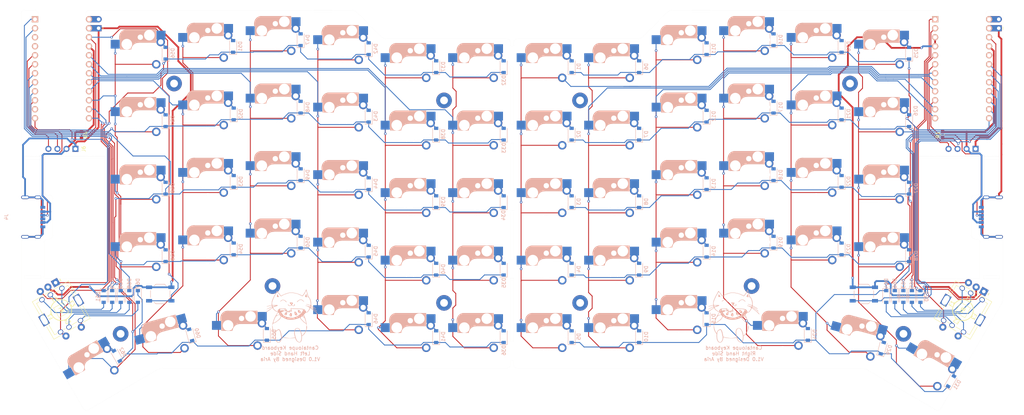
<source format=kicad_pcb>
(kicad_pcb (version 20171130) (host pcbnew "(5.1.6)-1")
  (layers (0 F.Cu signal) (31 B.Cu signal) (34 B.Paste user) (35 F.Paste user) (36 B.SilkS user) (37 F.SilkS user) (38 B.Mask user) (39 F.Mask user) (44 Edge.Cuts user))
  (net 0 "")
  (net 1 "Net-(D1-Pad2)")
  (net 2 "Net-(D2-Pad2)")
  (net 3 "Net-(D3-Pad2)")
  (net 4 "Net-(D4-Pad2)")
  (net 5 "Net-(D5-Pad2)")
  (net 6 "Net-(D6-Pad2)")
  (net 7 "Net-(D7-Pad2)")
  (net 8 "Net-(D8-Pad2)")
  (net 9 "Net-(D9-Pad2)")
  (net 10 "Net-(D10-Pad2)")
  (net 11 "Net-(D11-Pad2)")
  (net 12 "Net-(D12-Pad2)")
  (net 13 "Net-(D13-Pad2)")
  (net 14 "Net-(D14-Pad2)")
  (net 15 "Net-(D15-Pad2)")
  (net 16 "Net-(D16-Pad2)")
  (net 17 "Net-(D17-Pad2)")
  (net 18 "Net-(D18-Pad2)")
  (net 19 "Net-(D19-Pad2)")
  (net 20 "Net-(D20-Pad2)")
  (net 21 "Net-(D21-Pad2)")
  (net 22 "Net-(D22-Pad2)")
  (net 23 "Net-(D23-Pad2)")
  (net 24 "Net-(D24-Pad2)")
  (net 25 "Net-(D25-Pad2)")
  (net 26 "Net-(D26-Pad2)")
  (net 27 "Net-(D27-Pad2)")
  (net 28 "Net-(D28-Pad2)")
  (net 29 "Net-(D29-Pad2)")
  (net 30 "Net-(D30-Pad2)")
  (net 31 "Net-(D31-Pad2)")
  (net 32 ROW1)
  (net 33 ROW2)
  (net 34 ROW3)
  (net 35 ROW4)
  (net 36 ROW5)
  (net 37 COL6)
  (net 38 COL4)
  (net 39 COL5)
  (net 40 SDA)
  (net 41 SCL)
  (net 42 COL1)
  (net 43 COL2)
  (net 44 COL3)
  (net 45 COL7)
  (net 46 ROTB)
  (net 47 ROTA)
  (net 48 "Net-(D32-Pad2)")
  (net 49 ROW1_R)
  (net 50 "Net-(D33-Pad2)")
  (net 51 ROW2_R)
  (net 52 "Net-(D34-Pad2)")
  (net 53 ROW3_R)
  (net 54 "Net-(D35-Pad2)")
  (net 55 ROW4_R)
  (net 56 "Net-(D36-Pad2)")
  (net 57 ROW5_R)
  (net 58 "Net-(D37-Pad2)")
  (net 59 "Net-(D38-Pad2)")
  (net 60 "Net-(D39-Pad2)")
  (net 61 "Net-(D40-Pad2)")
  (net 62 "Net-(D41-Pad2)")
  (net 63 "Net-(D42-Pad2)")
  (net 64 "Net-(D43-Pad2)")
  (net 65 "Net-(D44-Pad2)")
  (net 66 "Net-(D45-Pad2)")
  (net 67 "Net-(D46-Pad2)")
  (net 68 "Net-(D47-Pad2)")
  (net 69 "Net-(D48-Pad2)")
  (net 70 "Net-(D49-Pad2)")
  (net 71 "Net-(D50-Pad2)")
  (net 72 "Net-(D51-Pad2)")
  (net 73 "Net-(D52-Pad2)")
  (net 74 "Net-(D53-Pad2)")
  (net 75 "Net-(D54-Pad2)")
  (net 76 "Net-(D55-Pad2)")
  (net 77 "Net-(D56-Pad2)")
  (net 78 "Net-(D57-Pad2)")
  (net 79 "Net-(D58-Pad2)")
  (net 80 "Net-(D59-Pad2)")
  (net 81 "Net-(D60-Pad2)")
  (net 82 "Net-(D61-Pad2)")
  (net 83 "Net-(D62-Pad2)")
  (net 84 DATA)
  (net 85 DATA_R)
  (net 86 RESET)
  (net 87 SDA_R)
  (net 88 SCL_R)
  (net 89 RESET_R)
  (net 90 COL1_R)
  (net 91 COL2_R)
  (net 92 COL3_R)
  (net 93 COL4_R)
  (net 94 COL5_R)
  (net 95 COL6_R)
  (net 96 COL7_R)
  (net 97 ROTB_R)
  (net 98 ROTA_R)
  (net 99 GND1)
  (net 100 VCC)
  (net 101 GND2)
  (net 102 VDD)
  (net 103 "Net-(J2-Pad2)")
  (net 104 "Net-(J5-Pad2)")
  (net 105 "Net-(D63-Pad2)")
  (net 106 "Net-(D64-Pad2)")
  (net 107 "Net-(D65-Pad2)")
  (net 108 "Net-(D66-Pad2)")
  (net 109 "Net-(D67-Pad2)")
  (net 110 "Net-(D68-Pad2)")
  (net 111 "Net-(D69-Pad2)")
  (net 112 "Net-(D70-Pad2)")
  (net 113 "Net-(U2-Pad11)")
  (net 114 "Net-(U1-Pad20)")
  (net 115 "Net-(U2-Pad3)")
  (net 116 "Net-(U2-Pad4)")
  (net 117 GND3)
  (module Cantaloupe:USB-C-PowerOnly (layer B.Cu) (at 348.8216 113.648451 90)
    (fp_text reference J1 hide)
    (fp_text value USB_C_Receptacle_PD)
    (pad S1 thru_hole oval (at 5.575 -2.8 90) (size 1 2.2) (drill oval 0.6 1.8) (layers *.Cu *.Mask) (net 99 GND1))
    (pad S1 thru_hole oval (at -5.575 -2.8 90) (size 1 2.2) (drill oval 0.6 1.8) (layers *.Cu *.Mask) (net 99 GND1))
    (pad S1 thru_hole oval (at 5.575 -6.4 90) (size 1 1.8) (drill oval 0.6 1.4) (layers *.Cu *.Mask) (net 99 GND1))
    (pad S1 thru_hole oval (at -5.575 -6.4 90) (size 1 1.8) (drill oval 0.6 1.4) (layers *.Cu *.Mask) (net 99 GND1))
    (pad A5 smd rect (at 0.5 -7.8 270) (size 0.8 1.4) (layers B.Cu B.Paste B.Mask) (net 84 DATA))
    (pad A4 smd rect (at 1.52 -7.8 270) (size 0.8 1.4) (layers B.Cu B.Paste B.Mask) (net 100 VCC))
    (pad A1 smd rect (at 2.75 -7.8 270) (size 0.8 1.4) (layers B.Cu B.Paste B.Mask) (net 99 GND1))
    (pad A12 smd rect (at -2.75 -7.8 90) (size 0.8 1.4) (layers B.Cu B.Paste B.Mask) (net 99 GND1))
    (pad A9 smd rect (at -1.52 -7.8 90) (size 0.8 1.4) (layers B.Cu B.Paste B.Mask) (net 100 VCC))
    (pad B5 smd rect (at -0.5 -7.8 90) (size 0.8 1.4) (layers B.Cu B.Paste B.Mask) (net 84 DATA))
  )
  (module Cantaloupe:ArduinoProMicro_Blank (layer F.Cu) (at 81.551395 71.783703 270)
    (fp_text reference U2 hide)
    (fp_text value ProMicro hide)
    (pad 1 thru_hole rect (at -13.97 7.62 270) (size 1.7526 1.7526) (drill 1.0922) (layers *.Cu *.SilkS *.Mask) (net 57 ROW5_R))
    (pad 2 thru_hole circle (at -11.43 7.62 270) (size 1.7526 1.7526) (drill 1.0922) (layers *.Cu *.SilkS *.Mask) (net 55 ROW4_R))
    (pad 3 thru_hole circle (at -8.89 7.62 270) (size 1.7526 1.7526) (drill 1.0922) (layers *.Cu *.SilkS *.Mask) (net 115 "Net-(U2-Pad3)"))
    (pad 4 thru_hole circle (at -6.35 7.62 270) (size 1.7526 1.7526) (drill 1.0922) (layers *.Cu *.SilkS *.Mask) (net 116 "Net-(U2-Pad4)"))
    (pad 5 thru_hole circle (at -3.81 7.62 270) (size 1.7526 1.7526) (drill 1.0922) (layers *.Cu *.SilkS *.Mask) (net 87 SDA_R))
    (pad 6 thru_hole circle (at -1.27 7.62 270) (size 1.7526 1.7526) (drill 1.0922) (layers *.Cu *.SilkS *.Mask) (net 88 SCL_R))
    (pad 7 thru_hole circle (at 1.27 7.62 270) (size 1.7526 1.7526) (drill 1.0922) (layers *.Cu *.SilkS *.Mask) (net 53 ROW3_R))
    (pad 8 thru_hole circle (at 3.81 7.62 270) (size 1.7526 1.7526) (drill 1.0922) (layers *.Cu *.SilkS *.Mask) (net 51 ROW2_R))
    (pad 9 thru_hole circle (at 6.35 7.62 270) (size 1.7526 1.7526) (drill 1.0922) (layers *.Cu *.SilkS *.Mask) (net 49 ROW1_R))
    (pad 10 thru_hole circle (at 8.89 7.62 270) (size 1.7526 1.7526) (drill 1.0922) (layers *.Cu *.SilkS *.Mask) (net 85 DATA_R))
    (pad 11 thru_hole circle (at 11.43 7.62 270) (size 1.7526 1.7526) (drill 1.0922) (layers *.Cu *.SilkS *.Mask) (net 113 "Net-(U2-Pad11)"))
    (pad 13 thru_hole circle (at 13.97 -7.62 270) (size 1.7526 1.7526) (drill 1.0922) (layers *.Cu *.SilkS *.Mask) (net 98 ROTA_R))
    (pad 14 thru_hole circle (at 11.43 -7.62 270) (size 1.7526 1.7526) (drill 1.0922) (layers *.Cu *.SilkS *.Mask) (net 97 ROTB_R))
    (pad 15 thru_hole circle (at 8.89 -7.62 270) (size 1.7526 1.7526) (drill 1.0922) (layers *.Cu *.SilkS *.Mask) (net 95 COL6_R))
    (pad 16 thru_hole circle (at 6.35 -7.62 270) (size 1.7526 1.7526) (drill 1.0922) (layers *.Cu *.SilkS *.Mask) (net 94 COL5_R))
    (pad 17 thru_hole circle (at 3.81 -7.62 270) (size 1.7526 1.7526) (drill 1.0922) (layers *.Cu *.SilkS *.Mask) (net 93 COL4_R))
    (pad 18 thru_hole circle (at 1.27 -7.62 270) (size 1.7526 1.7526) (drill 1.0922) (layers *.Cu *.SilkS *.Mask) (net 92 COL3_R))
    (pad 19 thru_hole circle (at -1.27 -7.62 270) (size 1.7526 1.7526) (drill 1.0922) (layers *.Cu *.SilkS *.Mask) (net 91 COL2_R))
    (pad 20 thru_hole circle (at -3.81 -7.62 270) (size 1.7526 1.7526) (drill 1.0922) (layers *.Cu *.SilkS *.Mask) (net 90 COL1_R))
    (pad 21 thru_hole circle (at -6.35 -7.62 270) (size 1.7526 1.7526) (drill 1.0922) (layers *.Cu *.SilkS *.Mask) (net 102 VDD))
    (pad 22 thru_hole circle (at -8.89 -7.62 270) (size 1.7526 1.7526) (drill 1.0922) (layers *.Cu *.SilkS *.Mask) (net 89 RESET_R))
    (pad 23 thru_hole circle (at -11.43 -7.62 270) (size 1.7526 1.7526) (drill 1.0922) (layers *.Cu *.SilkS *.Mask) (net 117 GND3))
    (pad 12 thru_hole circle (at 13.97 7.62 270) (size 1.7526 1.7526) (drill 1.0922) (layers *.Cu *.SilkS *.Mask) (net 96 COL7_R))
    (pad 24 thru_hole circle (at -13.97 -7.62 270) (size 1.7526 1.7526) (drill 1.0922) (layers *.Cu *.SilkS *.Mask) (net 104 "Net-(J5-Pad2)"))
  )
  (module Cantaloupe:ArduinoProMicro_Blank (layer F.Cu) (at 335.602598 71.783701 270)
    (fp_text reference U1 hide)
    (fp_text value ProMicro hide)
    (pad 1 thru_hole rect (at -13.97 7.62 270) (size 1.7526 1.7526) (drill 1.0922) (layers *.Cu *.SilkS *.Mask) (net 47 ROTA))
    (pad 2 thru_hole circle (at -11.43 7.62 270) (size 1.7526 1.7526) (drill 1.0922) (layers *.Cu *.SilkS *.Mask) (net 46 ROTB))
    (pad 3 thru_hole circle (at -8.89 7.62 270) (size 1.7526 1.7526) (drill 1.0922) (layers *.Cu *.SilkS *.Mask) (net 101 GND2))
    (pad 4 thru_hole circle (at -6.35 7.62 270) (size 1.7526 1.7526) (drill 1.0922) (layers *.Cu *.SilkS *.Mask) (net 101 GND2))
    (pad 5 thru_hole circle (at -3.81 7.62 270) (size 1.7526 1.7526) (drill 1.0922) (layers *.Cu *.SilkS *.Mask) (net 40 SDA))
    (pad 6 thru_hole circle (at -1.27 7.62 270) (size 1.7526 1.7526) (drill 1.0922) (layers *.Cu *.SilkS *.Mask) (net 41 SCL))
    (pad 7 thru_hole circle (at 1.27 7.62 270) (size 1.7526 1.7526) (drill 1.0922) (layers *.Cu *.SilkS *.Mask) (net 42 COL1))
    (pad 8 thru_hole circle (at 3.81 7.62 270) (size 1.7526 1.7526) (drill 1.0922) (layers *.Cu *.SilkS *.Mask) (net 43 COL2))
    (pad 9 thru_hole circle (at 6.35 7.62 270) (size 1.7526 1.7526) (drill 1.0922) (layers *.Cu *.SilkS *.Mask) (net 44 COL3))
    (pad 10 thru_hole circle (at 8.89 7.62 270) (size 1.7526 1.7526) (drill 1.0922) (layers *.Cu *.SilkS *.Mask) (net 84 DATA))
    (pad 11 thru_hole circle (at 11.43 7.62 270) (size 1.7526 1.7526) (drill 1.0922) (layers *.Cu *.SilkS *.Mask) (net 38 COL4))
    (pad 13 thru_hole circle (at 13.97 -7.62 270) (size 1.7526 1.7526) (drill 1.0922) (layers *.Cu *.SilkS *.Mask) (net 32 ROW1))
    (pad 14 thru_hole circle (at 11.43 -7.62 270) (size 1.7526 1.7526) (drill 1.0922) (layers *.Cu *.SilkS *.Mask) (net 33 ROW2))
    (pad 15 thru_hole circle (at 8.89 -7.62 270) (size 1.7526 1.7526) (drill 1.0922) (layers *.Cu *.SilkS *.Mask) (net 37 COL6))
    (pad 16 thru_hole circle (at 6.35 -7.62 270) (size 1.7526 1.7526) (drill 1.0922) (layers *.Cu *.SilkS *.Mask) (net 34 ROW3))
    (pad 17 thru_hole circle (at 3.81 -7.62 270) (size 1.7526 1.7526) (drill 1.0922) (layers *.Cu *.SilkS *.Mask) (net 35 ROW4))
    (pad 18 thru_hole circle (at 1.27 -7.62 270) (size 1.7526 1.7526) (drill 1.0922) (layers *.Cu *.SilkS *.Mask) (net 36 ROW5))
    (pad 19 thru_hole circle (at -1.27 -7.62 270) (size 1.7526 1.7526) (drill 1.0922) (layers *.Cu *.SilkS *.Mask) (net 45 COL7))
    (pad 20 thru_hole circle (at -3.81 -7.62 270) (size 1.7526 1.7526) (drill 1.0922) (layers *.Cu *.SilkS *.Mask) (net 114 "Net-(U1-Pad20)"))
    (pad 21 thru_hole circle (at -6.35 -7.62 270) (size 1.7526 1.7526) (drill 1.0922) (layers *.Cu *.SilkS *.Mask) (net 100 VCC))
    (pad 22 thru_hole circle (at -8.89 -7.62 270) (size 1.7526 1.7526) (drill 1.0922) (layers *.Cu *.SilkS *.Mask) (net 86 RESET))
    (pad 23 thru_hole circle (at -11.43 -7.62 270) (size 1.7526 1.7526) (drill 1.0922) (layers *.Cu *.SilkS *.Mask) (net 99 GND1))
    (pad 12 thru_hole circle (at 13.97 7.62 270) (size 1.7526 1.7526) (drill 1.0922) (layers *.Cu *.SilkS *.Mask) (net 39 COL5))
    (pad 24 thru_hole circle (at -13.97 -7.62 270) (size 1.7526 1.7526) (drill 1.0922) (layers *.Cu *.SilkS *.Mask) (net 103 "Net-(J2-Pad2)"))
  )
  (module Cantaloupe:CherryMX_Hotswap_SMK (layer F.Cu) (at 90.855308 156.40343 30)
    (fp_text reference SW65 hide)
    (fp_text value MX hide)
    (pad "" np_thru_hole circle (at 0 -4.5 300) (size 1.5 1.5) (drill 1.5) (layers *.Cu *.Mask))
    (pad 1 smd rect (at -7.085 -2.54 210) (size 2.55 2.5) (layers B.Cu B.Paste B.Mask) (net 95 COL6_R))
    (pad "" np_thru_hole circle (at 0 0 120) (size 4.1 4.1) (drill 4.1) (layers *.Cu *.Mask))
    (pad "" np_thru_hole circle (at 5.08 0 30) (size 1.9 1.9) (drill 1.9) (layers *.Cu *.Mask))
    (pad "" np_thru_hole circle (at -5.08 0 30) (size 1.9 1.9) (drill 1.9) (layers *.Cu *.Mask))
    (pad 2 smd rect (at 5.842 -5.08 210) (size 2.55 2.5) (layers B.Cu B.Paste B.Mask) (net 83 "Net-(D62-Pad2)"))
    (pad "" np_thru_hole circle (at -3.81 -2.54 30) (size 3 3) (drill 3) (layers *.Cu *.Mask))
    (pad "" np_thru_hole circle (at 2.54 -5.08 30) (size 3 3) (drill 3) (layers *.Cu *.Mask))
    (pad 2 thru_hole circle (at 5.75 -3.15 120) (size 2.4 2.4) (drill 1.5) (layers *.Cu *.Mask) (net 83 "Net-(D62-Pad2)"))
    (pad 1 thru_hole circle (at 4.5 3.15 120) (size 2.4 2.4) (drill 1.5) (layers *.Cu *.Mask) (net 95 COL6_R))
    (pad "" np_thru_hole circle (at 0 4.5 120) (size 1.5 1.5) (drill 1.5) (layers *.Cu *.Mask))
  )
  (module Cantaloupe:CherryMX_Hotswap_SMK (layer F.Cu) (at 110.972597 148.780504 15)
    (fp_text reference SW63 hide)
    (fp_text value MX hide)
    (pad "" np_thru_hole circle (at 0 -4.5 285) (size 1.5 1.5) (drill 1.5) (layers *.Cu *.Mask))
    (pad 1 smd rect (at -7.085 -2.54 195) (size 2.55 2.5) (layers B.Cu B.Paste B.Mask) (net 94 COL5_R))
    (pad "" np_thru_hole circle (at 0 0 105) (size 4.1 4.1) (drill 4.1) (layers *.Cu *.Mask))
    (pad "" np_thru_hole circle (at 5.08 0 15) (size 1.9 1.9) (drill 1.9) (layers *.Cu *.Mask))
    (pad "" np_thru_hole circle (at -5.08 0 15) (size 1.9 1.9) (drill 1.9) (layers *.Cu *.Mask))
    (pad 2 smd rect (at 5.842 -5.08 195) (size 2.55 2.5) (layers B.Cu B.Paste B.Mask) (net 81 "Net-(D60-Pad2)"))
    (pad "" np_thru_hole circle (at -3.81 -2.54 15) (size 3 3) (drill 3) (layers *.Cu *.Mask))
    (pad "" np_thru_hole circle (at 2.54 -5.08 15) (size 3 3) (drill 3) (layers *.Cu *.Mask))
    (pad 2 thru_hole circle (at 5.75 -3.15 105) (size 2.4 2.4) (drill 1.5) (layers *.Cu *.Mask) (net 81 "Net-(D60-Pad2)"))
    (pad 1 thru_hole circle (at 4.5 3.15 105) (size 2.4 2.4) (drill 1.5) (layers *.Cu *.Mask) (net 94 COL5_R))
    (pad "" np_thru_hole circle (at 0 4.5 105) (size 1.5 1.5) (drill 1.5) (layers *.Cu *.Mask))
  )
  (module Cantaloupe:CherryMX_Hotswap_SMK (layer F.Cu) (at 103.657395 124.536203)
    (fp_text reference SW62 hide)
    (fp_text value MX hide)
    (pad "" np_thru_hole circle (at 0 -4.5 270) (size 1.5 1.5) (drill 1.5) (layers *.Cu *.Mask))
    (pad 1 smd rect (at -7.085 -2.54 180) (size 2.55 2.5) (layers B.Cu B.Paste B.Mask) (net 95 COL6_R))
    (pad "" np_thru_hole circle (at 0 0 90) (size 4.1 4.1) (drill 4.1) (layers *.Cu *.Mask))
    (pad "" np_thru_hole circle (at 5.08 0) (size 1.9 1.9) (drill 1.9) (layers *.Cu *.Mask))
    (pad "" np_thru_hole circle (at -5.08 0) (size 1.9 1.9) (drill 1.9) (layers *.Cu *.Mask))
    (pad 2 smd rect (at 5.842 -5.08 180) (size 2.55 2.5) (layers B.Cu B.Paste B.Mask) (net 80 "Net-(D59-Pad2)"))
    (pad "" np_thru_hole circle (at -3.81 -2.54) (size 3 3) (drill 3) (layers *.Cu *.Mask))
    (pad "" np_thru_hole circle (at 2.54 -5.08) (size 3 3) (drill 3) (layers *.Cu *.Mask))
    (pad 2 thru_hole circle (at 5.75 -3.15 90) (size 2.4 2.4) (drill 1.5) (layers *.Cu *.Mask) (net 80 "Net-(D59-Pad2)"))
    (pad 1 thru_hole circle (at 4.5 3.15 90) (size 2.4 2.4) (drill 1.5) (layers *.Cu *.Mask) (net 95 COL6_R))
    (pad "" np_thru_hole circle (at 0 4.5 90) (size 1.5 1.5) (drill 1.5) (layers *.Cu *.Mask))
  )
  (module Cantaloupe:CherryMX_Hotswap_SMK (layer F.Cu) (at 103.657396 105.486202)
    (fp_text reference SW61 hide)
    (fp_text value MX hide)
    (pad "" np_thru_hole circle (at 0 -4.5 270) (size 1.5 1.5) (drill 1.5) (layers *.Cu *.Mask))
    (pad 1 smd rect (at -7.085 -2.54 180) (size 2.55 2.5) (layers B.Cu B.Paste B.Mask) (net 95 COL6_R))
    (pad "" np_thru_hole circle (at 0 0 90) (size 4.1 4.1) (drill 4.1) (layers *.Cu *.Mask))
    (pad "" np_thru_hole circle (at 5.08 0) (size 1.9 1.9) (drill 1.9) (layers *.Cu *.Mask))
    (pad "" np_thru_hole circle (at -5.08 0) (size 1.9 1.9) (drill 1.9) (layers *.Cu *.Mask))
    (pad 2 smd rect (at 5.842 -5.08 180) (size 2.55 2.5) (layers B.Cu B.Paste B.Mask) (net 79 "Net-(D58-Pad2)"))
    (pad "" np_thru_hole circle (at -3.81 -2.54) (size 3 3) (drill 3) (layers *.Cu *.Mask))
    (pad "" np_thru_hole circle (at 2.54 -5.08) (size 3 3) (drill 3) (layers *.Cu *.Mask))
    (pad 2 thru_hole circle (at 5.75 -3.15 90) (size 2.4 2.4) (drill 1.5) (layers *.Cu *.Mask) (net 79 "Net-(D58-Pad2)"))
    (pad 1 thru_hole circle (at 4.5 3.15 90) (size 2.4 2.4) (drill 1.5) (layers *.Cu *.Mask) (net 95 COL6_R))
    (pad "" np_thru_hole circle (at 0 4.5 90) (size 1.5 1.5) (drill 1.5) (layers *.Cu *.Mask))
  )
  (module Cantaloupe:CherryMX_Hotswap_SMK (layer F.Cu) (at 103.657398 86.436203)
    (fp_text reference SW60 hide)
    (fp_text value MX hide)
    (pad "" np_thru_hole circle (at 0 -4.5 270) (size 1.5 1.5) (drill 1.5) (layers *.Cu *.Mask))
    (pad 1 smd rect (at -7.085 -2.54 180) (size 2.55 2.5) (layers B.Cu B.Paste B.Mask) (net 95 COL6_R))
    (pad "" np_thru_hole circle (at 0 0 90) (size 4.1 4.1) (drill 4.1) (layers *.Cu *.Mask))
    (pad "" np_thru_hole circle (at 5.08 0) (size 1.9 1.9) (drill 1.9) (layers *.Cu *.Mask))
    (pad "" np_thru_hole circle (at -5.08 0) (size 1.9 1.9) (drill 1.9) (layers *.Cu *.Mask))
    (pad 2 smd rect (at 5.842 -5.08 180) (size 2.55 2.5) (layers B.Cu B.Paste B.Mask) (net 78 "Net-(D57-Pad2)"))
    (pad "" np_thru_hole circle (at -3.81 -2.54) (size 3 3) (drill 3) (layers *.Cu *.Mask))
    (pad "" np_thru_hole circle (at 2.54 -5.08) (size 3 3) (drill 3) (layers *.Cu *.Mask))
    (pad 2 thru_hole circle (at 5.75 -3.15 90) (size 2.4 2.4) (drill 1.5) (layers *.Cu *.Mask) (net 78 "Net-(D57-Pad2)"))
    (pad 1 thru_hole circle (at 4.5 3.15 90) (size 2.4 2.4) (drill 1.5) (layers *.Cu *.Mask) (net 95 COL6_R))
    (pad "" np_thru_hole circle (at 0 4.5 90) (size 1.5 1.5) (drill 1.5) (layers *.Cu *.Mask))
  )
  (module Cantaloupe:CherryMX_Hotswap_SMK (layer F.Cu) (at 103.657389 67.3862)
    (fp_text reference SW59 hide)
    (fp_text value MX hide)
    (pad "" np_thru_hole circle (at 0 -4.5 270) (size 1.5 1.5) (drill 1.5) (layers *.Cu *.Mask))
    (pad 1 smd rect (at -7.085 -2.54 180) (size 2.55 2.5) (layers B.Cu B.Paste B.Mask) (net 95 COL6_R))
    (pad "" np_thru_hole circle (at 0 0 90) (size 4.1 4.1) (drill 4.1) (layers *.Cu *.Mask))
    (pad "" np_thru_hole circle (at 5.08 0) (size 1.9 1.9) (drill 1.9) (layers *.Cu *.Mask))
    (pad "" np_thru_hole circle (at -5.08 0) (size 1.9 1.9) (drill 1.9) (layers *.Cu *.Mask))
    (pad 2 smd rect (at 5.842 -5.08 180) (size 2.55 2.5) (layers B.Cu B.Paste B.Mask) (net 77 "Net-(D56-Pad2)"))
    (pad "" np_thru_hole circle (at -3.81 -2.54) (size 3 3) (drill 3) (layers *.Cu *.Mask))
    (pad "" np_thru_hole circle (at 2.54 -5.08) (size 3 3) (drill 3) (layers *.Cu *.Mask))
    (pad 2 thru_hole circle (at 5.75 -3.15 90) (size 2.4 2.4) (drill 1.5) (layers *.Cu *.Mask) (net 77 "Net-(D56-Pad2)"))
    (pad 1 thru_hole circle (at 4.5 3.15 90) (size 2.4 2.4) (drill 1.5) (layers *.Cu *.Mask) (net 95 COL6_R))
    (pad "" np_thru_hole circle (at 0 4.5 90) (size 1.5 1.5) (drill 1.5) (layers *.Cu *.Mask))
  )
  (module Cantaloupe:CherryMX_Hotswap_SMK (layer F.Cu) (at 132.232393 146.761204)
    (fp_text reference SW58 hide)
    (fp_text value MX hide)
    (pad "" np_thru_hole circle (at 0 -4.5 270) (size 1.5 1.5) (drill 1.5) (layers *.Cu *.Mask))
    (pad 1 smd rect (at -7.085 -2.54 180) (size 2.55 2.5) (layers B.Cu B.Paste B.Mask) (net 93 COL4_R))
    (pad "" np_thru_hole circle (at 0 0 90) (size 4.1 4.1) (drill 4.1) (layers *.Cu *.Mask))
    (pad "" np_thru_hole circle (at 5.08 0) (size 1.9 1.9) (drill 1.9) (layers *.Cu *.Mask))
    (pad "" np_thru_hole circle (at -5.08 0) (size 1.9 1.9) (drill 1.9) (layers *.Cu *.Mask))
    (pad 2 smd rect (at 5.842 -5.08 180) (size 2.55 2.5) (layers B.Cu B.Paste B.Mask) (net 76 "Net-(D55-Pad2)"))
    (pad "" np_thru_hole circle (at -3.81 -2.54) (size 3 3) (drill 3) (layers *.Cu *.Mask))
    (pad "" np_thru_hole circle (at 2.54 -5.08) (size 3 3) (drill 3) (layers *.Cu *.Mask))
    (pad 2 thru_hole circle (at 5.75 -3.15 90) (size 2.4 2.4) (drill 1.5) (layers *.Cu *.Mask) (net 76 "Net-(D55-Pad2)"))
    (pad 1 thru_hole circle (at 4.5 3.15 90) (size 2.4 2.4) (drill 1.5) (layers *.Cu *.Mask) (net 93 COL4_R))
    (pad "" np_thru_hole circle (at 0 4.5 90) (size 1.5 1.5) (drill 1.5) (layers *.Cu *.Mask))
  )
  (module Cantaloupe:CherryMX_Hotswap_SMK (layer F.Cu) (at 122.707393 122.631203)
    (fp_text reference SW57 hide)
    (fp_text value MX hide)
    (pad "" np_thru_hole circle (at 0 -4.5 270) (size 1.5 1.5) (drill 1.5) (layers *.Cu *.Mask))
    (pad 1 smd rect (at -7.085 -2.54 180) (size 2.55 2.5) (layers B.Cu B.Paste B.Mask) (net 94 COL5_R))
    (pad "" np_thru_hole circle (at 0 0 90) (size 4.1 4.1) (drill 4.1) (layers *.Cu *.Mask))
    (pad "" np_thru_hole circle (at 5.08 0) (size 1.9 1.9) (drill 1.9) (layers *.Cu *.Mask))
    (pad "" np_thru_hole circle (at -5.08 0) (size 1.9 1.9) (drill 1.9) (layers *.Cu *.Mask))
    (pad 2 smd rect (at 5.842 -5.08 180) (size 2.55 2.5) (layers B.Cu B.Paste B.Mask) (net 75 "Net-(D54-Pad2)"))
    (pad "" np_thru_hole circle (at -3.81 -2.54) (size 3 3) (drill 3) (layers *.Cu *.Mask))
    (pad "" np_thru_hole circle (at 2.54 -5.08) (size 3 3) (drill 3) (layers *.Cu *.Mask))
    (pad 2 thru_hole circle (at 5.75 -3.15 90) (size 2.4 2.4) (drill 1.5) (layers *.Cu *.Mask) (net 75 "Net-(D54-Pad2)"))
    (pad 1 thru_hole circle (at 4.5 3.15 90) (size 2.4 2.4) (drill 1.5) (layers *.Cu *.Mask) (net 94 COL5_R))
    (pad "" np_thru_hole circle (at 0 4.5 90) (size 1.5 1.5) (drill 1.5) (layers *.Cu *.Mask))
  )
  (module Cantaloupe:CherryMX_Hotswap_SMK (layer F.Cu) (at 122.707396 103.581205)
    (fp_text reference SW56 hide)
    (fp_text value MX hide)
    (pad "" np_thru_hole circle (at 0 -4.5 270) (size 1.5 1.5) (drill 1.5) (layers *.Cu *.Mask))
    (pad 1 smd rect (at -7.085 -2.54 180) (size 2.55 2.5) (layers B.Cu B.Paste B.Mask) (net 94 COL5_R))
    (pad "" np_thru_hole circle (at 0 0 90) (size 4.1 4.1) (drill 4.1) (layers *.Cu *.Mask))
    (pad "" np_thru_hole circle (at 5.08 0) (size 1.9 1.9) (drill 1.9) (layers *.Cu *.Mask))
    (pad "" np_thru_hole circle (at -5.08 0) (size 1.9 1.9) (drill 1.9) (layers *.Cu *.Mask))
    (pad 2 smd rect (at 5.842 -5.08 180) (size 2.55 2.5) (layers B.Cu B.Paste B.Mask) (net 74 "Net-(D53-Pad2)"))
    (pad "" np_thru_hole circle (at -3.81 -2.54) (size 3 3) (drill 3) (layers *.Cu *.Mask))
    (pad "" np_thru_hole circle (at 2.54 -5.08) (size 3 3) (drill 3) (layers *.Cu *.Mask))
    (pad 2 thru_hole circle (at 5.75 -3.15 90) (size 2.4 2.4) (drill 1.5) (layers *.Cu *.Mask) (net 74 "Net-(D53-Pad2)"))
    (pad 1 thru_hole circle (at 4.5 3.15 90) (size 2.4 2.4) (drill 1.5) (layers *.Cu *.Mask) (net 94 COL5_R))
    (pad "" np_thru_hole circle (at 0 4.5 90) (size 1.5 1.5) (drill 1.5) (layers *.Cu *.Mask))
  )
  (module Cantaloupe:CherryMX_Hotswap_SMK (layer F.Cu) (at 122.707396 84.531205)
    (fp_text reference SW55 hide)
    (fp_text value MX hide)
    (pad "" np_thru_hole circle (at 0 -4.5 270) (size 1.5 1.5) (drill 1.5) (layers *.Cu *.Mask))
    (pad 1 smd rect (at -7.085 -2.54 180) (size 2.55 2.5) (layers B.Cu B.Paste B.Mask) (net 94 COL5_R))
    (pad "" np_thru_hole circle (at 0 0 90) (size 4.1 4.1) (drill 4.1) (layers *.Cu *.Mask))
    (pad "" np_thru_hole circle (at 5.08 0) (size 1.9 1.9) (drill 1.9) (layers *.Cu *.Mask))
    (pad "" np_thru_hole circle (at -5.08 0) (size 1.9 1.9) (drill 1.9) (layers *.Cu *.Mask))
    (pad 2 smd rect (at 5.842 -5.08 180) (size 2.55 2.5) (layers B.Cu B.Paste B.Mask) (net 73 "Net-(D52-Pad2)"))
    (pad "" np_thru_hole circle (at -3.81 -2.54) (size 3 3) (drill 3) (layers *.Cu *.Mask))
    (pad "" np_thru_hole circle (at 2.54 -5.08) (size 3 3) (drill 3) (layers *.Cu *.Mask))
    (pad 2 thru_hole circle (at 5.75 -3.15 90) (size 2.4 2.4) (drill 1.5) (layers *.Cu *.Mask) (net 73 "Net-(D52-Pad2)"))
    (pad 1 thru_hole circle (at 4.5 3.15 90) (size 2.4 2.4) (drill 1.5) (layers *.Cu *.Mask) (net 94 COL5_R))
    (pad "" np_thru_hole circle (at 0 4.5 90) (size 1.5 1.5) (drill 1.5) (layers *.Cu *.Mask))
  )
  (module Cantaloupe:CherryMX_Hotswap_SMK (layer F.Cu) (at 122.707395 65.481207)
    (fp_text reference SW54 hide)
    (fp_text value MX hide)
    (pad "" np_thru_hole circle (at 0 -4.5 270) (size 1.5 1.5) (drill 1.5) (layers *.Cu *.Mask))
    (pad 1 smd rect (at -7.085 -2.54 180) (size 2.55 2.5) (layers B.Cu B.Paste B.Mask) (net 94 COL5_R))
    (pad "" np_thru_hole circle (at 0 0 90) (size 4.1 4.1) (drill 4.1) (layers *.Cu *.Mask))
    (pad "" np_thru_hole circle (at 5.08 0) (size 1.9 1.9) (drill 1.9) (layers *.Cu *.Mask))
    (pad "" np_thru_hole circle (at -5.08 0) (size 1.9 1.9) (drill 1.9) (layers *.Cu *.Mask))
    (pad 2 smd rect (at 5.842 -5.08 180) (size 2.55 2.5) (layers B.Cu B.Paste B.Mask) (net 72 "Net-(D51-Pad2)"))
    (pad "" np_thru_hole circle (at -3.81 -2.54) (size 3 3) (drill 3) (layers *.Cu *.Mask))
    (pad "" np_thru_hole circle (at 2.54 -5.08) (size 3 3) (drill 3) (layers *.Cu *.Mask))
    (pad 2 thru_hole circle (at 5.75 -3.15 90) (size 2.4 2.4) (drill 1.5) (layers *.Cu *.Mask) (net 72 "Net-(D51-Pad2)"))
    (pad 1 thru_hole circle (at 4.5 3.15 90) (size 2.4 2.4) (drill 1.5) (layers *.Cu *.Mask) (net 94 COL5_R))
    (pad "" np_thru_hole circle (at 0 4.5 90) (size 1.5 1.5) (drill 1.5) (layers *.Cu *.Mask))
  )
  (module Cantaloupe:CherryMX_Hotswap_SMK (layer F.Cu) (at 141.757398 120.726204)
    (fp_text reference SW53 hide)
    (fp_text value MX hide)
    (pad "" np_thru_hole circle (at 0 -4.5 270) (size 1.5 1.5) (drill 1.5) (layers *.Cu *.Mask))
    (pad 1 smd rect (at -7.085 -2.54 180) (size 2.55 2.5) (layers B.Cu B.Paste B.Mask) (net 93 COL4_R))
    (pad "" np_thru_hole circle (at 0 0 90) (size 4.1 4.1) (drill 4.1) (layers *.Cu *.Mask))
    (pad "" np_thru_hole circle (at 5.08 0) (size 1.9 1.9) (drill 1.9) (layers *.Cu *.Mask))
    (pad "" np_thru_hole circle (at -5.08 0) (size 1.9 1.9) (drill 1.9) (layers *.Cu *.Mask))
    (pad 2 smd rect (at 5.842 -5.08 180) (size 2.55 2.5) (layers B.Cu B.Paste B.Mask) (net 71 "Net-(D50-Pad2)"))
    (pad "" np_thru_hole circle (at -3.81 -2.54) (size 3 3) (drill 3) (layers *.Cu *.Mask))
    (pad "" np_thru_hole circle (at 2.54 -5.08) (size 3 3) (drill 3) (layers *.Cu *.Mask))
    (pad 2 thru_hole circle (at 5.75 -3.15 90) (size 2.4 2.4) (drill 1.5) (layers *.Cu *.Mask) (net 71 "Net-(D50-Pad2)"))
    (pad 1 thru_hole circle (at 4.5 3.15 90) (size 2.4 2.4) (drill 1.5) (layers *.Cu *.Mask) (net 93 COL4_R))
    (pad "" np_thru_hole circle (at 0 4.5 90) (size 1.5 1.5) (drill 1.5) (layers *.Cu *.Mask))
  )
  (module Cantaloupe:CherryMX_Hotswap_SMK (layer F.Cu) (at 141.757395 101.676203)
    (fp_text reference SW52 hide)
    (fp_text value MX hide)
    (pad "" np_thru_hole circle (at 0 -4.5 270) (size 1.5 1.5) (drill 1.5) (layers *.Cu *.Mask))
    (pad 1 smd rect (at -7.085 -2.54 180) (size 2.55 2.5) (layers B.Cu B.Paste B.Mask) (net 93 COL4_R))
    (pad "" np_thru_hole circle (at 0 0 90) (size 4.1 4.1) (drill 4.1) (layers *.Cu *.Mask))
    (pad "" np_thru_hole circle (at 5.08 0) (size 1.9 1.9) (drill 1.9) (layers *.Cu *.Mask))
    (pad "" np_thru_hole circle (at -5.08 0) (size 1.9 1.9) (drill 1.9) (layers *.Cu *.Mask))
    (pad 2 smd rect (at 5.842 -5.08 180) (size 2.55 2.5) (layers B.Cu B.Paste B.Mask) (net 70 "Net-(D49-Pad2)"))
    (pad "" np_thru_hole circle (at -3.81 -2.54) (size 3 3) (drill 3) (layers *.Cu *.Mask))
    (pad "" np_thru_hole circle (at 2.54 -5.08) (size 3 3) (drill 3) (layers *.Cu *.Mask))
    (pad 2 thru_hole circle (at 5.75 -3.15 90) (size 2.4 2.4) (drill 1.5) (layers *.Cu *.Mask) (net 70 "Net-(D49-Pad2)"))
    (pad 1 thru_hole circle (at 4.5 3.15 90) (size 2.4 2.4) (drill 1.5) (layers *.Cu *.Mask) (net 93 COL4_R))
    (pad "" np_thru_hole circle (at 0 4.5 90) (size 1.5 1.5) (drill 1.5) (layers *.Cu *.Mask))
  )
  (module Cantaloupe:CherryMX_Hotswap_SMK (layer F.Cu) (at 141.757398 82.626206)
    (fp_text reference SW51 hide)
    (fp_text value MX hide)
    (pad "" np_thru_hole circle (at 0 -4.5 270) (size 1.5 1.5) (drill 1.5) (layers *.Cu *.Mask))
    (pad 1 smd rect (at -7.085 -2.54 180) (size 2.55 2.5) (layers B.Cu B.Paste B.Mask) (net 93 COL4_R))
    (pad "" np_thru_hole circle (at 0 0 90) (size 4.1 4.1) (drill 4.1) (layers *.Cu *.Mask))
    (pad "" np_thru_hole circle (at 5.08 0) (size 1.9 1.9) (drill 1.9) (layers *.Cu *.Mask))
    (pad "" np_thru_hole circle (at -5.08 0) (size 1.9 1.9) (drill 1.9) (layers *.Cu *.Mask))
    (pad 2 smd rect (at 5.842 -5.08 180) (size 2.55 2.5) (layers B.Cu B.Paste B.Mask) (net 69 "Net-(D48-Pad2)"))
    (pad "" np_thru_hole circle (at -3.81 -2.54) (size 3 3) (drill 3) (layers *.Cu *.Mask))
    (pad "" np_thru_hole circle (at 2.54 -5.08) (size 3 3) (drill 3) (layers *.Cu *.Mask))
    (pad 2 thru_hole circle (at 5.75 -3.15 90) (size 2.4 2.4) (drill 1.5) (layers *.Cu *.Mask) (net 69 "Net-(D48-Pad2)"))
    (pad 1 thru_hole circle (at 4.5 3.15 90) (size 2.4 2.4) (drill 1.5) (layers *.Cu *.Mask) (net 93 COL4_R))
    (pad "" np_thru_hole circle (at 0 4.5 90) (size 1.5 1.5) (drill 1.5) (layers *.Cu *.Mask))
  )
  (module Cantaloupe:CherryMX_Hotswap_SMK (layer F.Cu) (at 141.757393 63.576202)
    (fp_text reference SW50 hide)
    (fp_text value MX hide)
    (pad "" np_thru_hole circle (at 0 -4.5 270) (size 1.5 1.5) (drill 1.5) (layers *.Cu *.Mask))
    (pad 1 smd rect (at -7.085 -2.54 180) (size 2.55 2.5) (layers B.Cu B.Paste B.Mask) (net 93 COL4_R))
    (pad "" np_thru_hole circle (at 0 0 90) (size 4.1 4.1) (drill 4.1) (layers *.Cu *.Mask))
    (pad "" np_thru_hole circle (at 5.08 0) (size 1.9 1.9) (drill 1.9) (layers *.Cu *.Mask))
    (pad "" np_thru_hole circle (at -5.08 0) (size 1.9 1.9) (drill 1.9) (layers *.Cu *.Mask))
    (pad 2 smd rect (at 5.842 -5.08 180) (size 2.55 2.5) (layers B.Cu B.Paste B.Mask) (net 68 "Net-(D47-Pad2)"))
    (pad "" np_thru_hole circle (at -3.81 -2.54) (size 3 3) (drill 3) (layers *.Cu *.Mask))
    (pad "" np_thru_hole circle (at 2.54 -5.08) (size 3 3) (drill 3) (layers *.Cu *.Mask))
    (pad 2 thru_hole circle (at 5.75 -3.15 90) (size 2.4 2.4) (drill 1.5) (layers *.Cu *.Mask) (net 68 "Net-(D47-Pad2)"))
    (pad 1 thru_hole circle (at 4.5 3.15 90) (size 2.4 2.4) (drill 1.5) (layers *.Cu *.Mask) (net 93 COL4_R))
    (pad "" np_thru_hole circle (at 0 4.5 90) (size 1.5 1.5) (drill 1.5) (layers *.Cu *.Mask))
  )
  (module Cantaloupe:CherryMX_Hotswap_SMK (layer F.Cu) (at 160.807396 142.3162)
    (fp_text reference SW49 hide)
    (fp_text value MX hide)
    (pad "" np_thru_hole circle (at 0 -4.5 270) (size 1.5 1.5) (drill 1.5) (layers *.Cu *.Mask))
    (pad 1 smd rect (at -7.085 -2.54 180) (size 2.55 2.5) (layers B.Cu B.Paste B.Mask) (net 92 COL3_R))
    (pad "" np_thru_hole circle (at 0 0 90) (size 4.1 4.1) (drill 4.1) (layers *.Cu *.Mask))
    (pad "" np_thru_hole circle (at 5.08 0) (size 1.9 1.9) (drill 1.9) (layers *.Cu *.Mask))
    (pad "" np_thru_hole circle (at -5.08 0) (size 1.9 1.9) (drill 1.9) (layers *.Cu *.Mask))
    (pad 2 smd rect (at 5.842 -5.08 180) (size 2.55 2.5) (layers B.Cu B.Paste B.Mask) (net 67 "Net-(D46-Pad2)"))
    (pad "" np_thru_hole circle (at -3.81 -2.54) (size 3 3) (drill 3) (layers *.Cu *.Mask))
    (pad "" np_thru_hole circle (at 2.54 -5.08) (size 3 3) (drill 3) (layers *.Cu *.Mask))
    (pad 2 thru_hole circle (at 5.75 -3.15 90) (size 2.4 2.4) (drill 1.5) (layers *.Cu *.Mask) (net 67 "Net-(D46-Pad2)"))
    (pad 1 thru_hole circle (at 4.5 3.15 90) (size 2.4 2.4) (drill 1.5) (layers *.Cu *.Mask) (net 92 COL3_R))
    (pad "" np_thru_hole circle (at 0 4.5 90) (size 1.5 1.5) (drill 1.5) (layers *.Cu *.Mask))
  )
  (module Cantaloupe:CherryMX_Hotswap_SMK (layer F.Cu) (at 160.807397 123.266203)
    (fp_text reference SW48 hide)
    (fp_text value MX hide)
    (pad "" np_thru_hole circle (at 0 -4.5 270) (size 1.5 1.5) (drill 1.5) (layers *.Cu *.Mask))
    (pad 1 smd rect (at -7.085 -2.54 180) (size 2.55 2.5) (layers B.Cu B.Paste B.Mask) (net 92 COL3_R))
    (pad "" np_thru_hole circle (at 0 0 90) (size 4.1 4.1) (drill 4.1) (layers *.Cu *.Mask))
    (pad "" np_thru_hole circle (at 5.08 0) (size 1.9 1.9) (drill 1.9) (layers *.Cu *.Mask))
    (pad "" np_thru_hole circle (at -5.08 0) (size 1.9 1.9) (drill 1.9) (layers *.Cu *.Mask))
    (pad 2 smd rect (at 5.842 -5.08 180) (size 2.55 2.5) (layers B.Cu B.Paste B.Mask) (net 66 "Net-(D45-Pad2)"))
    (pad "" np_thru_hole circle (at -3.81 -2.54) (size 3 3) (drill 3) (layers *.Cu *.Mask))
    (pad "" np_thru_hole circle (at 2.54 -5.08) (size 3 3) (drill 3) (layers *.Cu *.Mask))
    (pad 2 thru_hole circle (at 5.75 -3.15 90) (size 2.4 2.4) (drill 1.5) (layers *.Cu *.Mask) (net 66 "Net-(D45-Pad2)"))
    (pad 1 thru_hole circle (at 4.5 3.15 90) (size 2.4 2.4) (drill 1.5) (layers *.Cu *.Mask) (net 92 COL3_R))
    (pad "" np_thru_hole circle (at 0 4.5 90) (size 1.5 1.5) (drill 1.5) (layers *.Cu *.Mask))
  )
  (module Cantaloupe:CherryMX_Hotswap_SMK (layer F.Cu) (at 160.807393 104.216203)
    (fp_text reference SW47 hide)
    (fp_text value MX hide)
    (pad "" np_thru_hole circle (at 0 -4.5 270) (size 1.5 1.5) (drill 1.5) (layers *.Cu *.Mask))
    (pad 1 smd rect (at -7.085 -2.54 180) (size 2.55 2.5) (layers B.Cu B.Paste B.Mask) (net 92 COL3_R))
    (pad "" np_thru_hole circle (at 0 0 90) (size 4.1 4.1) (drill 4.1) (layers *.Cu *.Mask))
    (pad "" np_thru_hole circle (at 5.08 0) (size 1.9 1.9) (drill 1.9) (layers *.Cu *.Mask))
    (pad "" np_thru_hole circle (at -5.08 0) (size 1.9 1.9) (drill 1.9) (layers *.Cu *.Mask))
    (pad 2 smd rect (at 5.842 -5.08 180) (size 2.55 2.5) (layers B.Cu B.Paste B.Mask) (net 65 "Net-(D44-Pad2)"))
    (pad "" np_thru_hole circle (at -3.81 -2.54) (size 3 3) (drill 3) (layers *.Cu *.Mask))
    (pad "" np_thru_hole circle (at 2.54 -5.08) (size 3 3) (drill 3) (layers *.Cu *.Mask))
    (pad 2 thru_hole circle (at 5.75 -3.15 90) (size 2.4 2.4) (drill 1.5) (layers *.Cu *.Mask) (net 65 "Net-(D44-Pad2)"))
    (pad 1 thru_hole circle (at 4.5 3.15 90) (size 2.4 2.4) (drill 1.5) (layers *.Cu *.Mask) (net 92 COL3_R))
    (pad "" np_thru_hole circle (at 0 4.5 90) (size 1.5 1.5) (drill 1.5) (layers *.Cu *.Mask))
  )
  (module Cantaloupe:CherryMX_Hotswap_SMK (layer F.Cu) (at 160.807396 85.166204)
    (fp_text reference SW46 hide)
    (fp_text value MX hide)
    (pad "" np_thru_hole circle (at 0 -4.5 270) (size 1.5 1.5) (drill 1.5) (layers *.Cu *.Mask))
    (pad 1 smd rect (at -7.085 -2.54 180) (size 2.55 2.5) (layers B.Cu B.Paste B.Mask) (net 92 COL3_R))
    (pad "" np_thru_hole circle (at 0 0 90) (size 4.1 4.1) (drill 4.1) (layers *.Cu *.Mask))
    (pad "" np_thru_hole circle (at 5.08 0) (size 1.9 1.9) (drill 1.9) (layers *.Cu *.Mask))
    (pad "" np_thru_hole circle (at -5.08 0) (size 1.9 1.9) (drill 1.9) (layers *.Cu *.Mask))
    (pad 2 smd rect (at 5.842 -5.08 180) (size 2.55 2.5) (layers B.Cu B.Paste B.Mask) (net 64 "Net-(D43-Pad2)"))
    (pad "" np_thru_hole circle (at -3.81 -2.54) (size 3 3) (drill 3) (layers *.Cu *.Mask))
    (pad "" np_thru_hole circle (at 2.54 -5.08) (size 3 3) (drill 3) (layers *.Cu *.Mask))
    (pad 2 thru_hole circle (at 5.75 -3.15 90) (size 2.4 2.4) (drill 1.5) (layers *.Cu *.Mask) (net 64 "Net-(D43-Pad2)"))
    (pad 1 thru_hole circle (at 4.5 3.15 90) (size 2.4 2.4) (drill 1.5) (layers *.Cu *.Mask) (net 92 COL3_R))
    (pad "" np_thru_hole circle (at 0 4.5 90) (size 1.5 1.5) (drill 1.5) (layers *.Cu *.Mask))
  )
  (module Cantaloupe:CherryMX_Hotswap_SMK (layer F.Cu) (at 160.807395 66.116203)
    (fp_text reference SW45 hide)
    (fp_text value MX hide)
    (pad "" np_thru_hole circle (at 0 -4.5 270) (size 1.5 1.5) (drill 1.5) (layers *.Cu *.Mask))
    (pad 1 smd rect (at -7.085 -2.54 180) (size 2.55 2.5) (layers B.Cu B.Paste B.Mask) (net 92 COL3_R))
    (pad "" np_thru_hole circle (at 0 0 90) (size 4.1 4.1) (drill 4.1) (layers *.Cu *.Mask))
    (pad "" np_thru_hole circle (at 5.08 0) (size 1.9 1.9) (drill 1.9) (layers *.Cu *.Mask))
    (pad "" np_thru_hole circle (at -5.08 0) (size 1.9 1.9) (drill 1.9) (layers *.Cu *.Mask))
    (pad 2 smd rect (at 5.842 -5.08 180) (size 2.55 2.5) (layers B.Cu B.Paste B.Mask) (net 63 "Net-(D42-Pad2)"))
    (pad "" np_thru_hole circle (at -3.81 -2.54) (size 3 3) (drill 3) (layers *.Cu *.Mask))
    (pad "" np_thru_hole circle (at 2.54 -5.08) (size 3 3) (drill 3) (layers *.Cu *.Mask))
    (pad 2 thru_hole circle (at 5.75 -3.15 90) (size 2.4 2.4) (drill 1.5) (layers *.Cu *.Mask) (net 63 "Net-(D42-Pad2)"))
    (pad 1 thru_hole circle (at 4.5 3.15 90) (size 2.4 2.4) (drill 1.5) (layers *.Cu *.Mask) (net 92 COL3_R))
    (pad "" np_thru_hole circle (at 0 4.5 90) (size 1.5 1.5) (drill 1.5) (layers *.Cu *.Mask))
  )
  (module Cantaloupe:CherryMX_Hotswap_SMK (layer F.Cu) (at 179.857396 147.396201)
    (fp_text reference SW44 hide)
    (fp_text value MX hide)
    (pad "" np_thru_hole circle (at 0 -4.5 270) (size 1.5 1.5) (drill 1.5) (layers *.Cu *.Mask))
    (pad 1 smd rect (at -7.085 -2.54 180) (size 2.55 2.5) (layers B.Cu B.Paste B.Mask) (net 91 COL2_R))
    (pad "" np_thru_hole circle (at 0 0 90) (size 4.1 4.1) (drill 4.1) (layers *.Cu *.Mask))
    (pad "" np_thru_hole circle (at 5.08 0) (size 1.9 1.9) (drill 1.9) (layers *.Cu *.Mask))
    (pad "" np_thru_hole circle (at -5.08 0) (size 1.9 1.9) (drill 1.9) (layers *.Cu *.Mask))
    (pad 2 smd rect (at 5.842 -5.08 180) (size 2.55 2.5) (layers B.Cu B.Paste B.Mask) (net 62 "Net-(D41-Pad2)"))
    (pad "" np_thru_hole circle (at -3.81 -2.54) (size 3 3) (drill 3) (layers *.Cu *.Mask))
    (pad "" np_thru_hole circle (at 2.54 -5.08) (size 3 3) (drill 3) (layers *.Cu *.Mask))
    (pad 2 thru_hole circle (at 5.75 -3.15 90) (size 2.4 2.4) (drill 1.5) (layers *.Cu *.Mask) (net 62 "Net-(D41-Pad2)"))
    (pad 1 thru_hole circle (at 4.5 3.15 90) (size 2.4 2.4) (drill 1.5) (layers *.Cu *.Mask) (net 91 COL2_R))
    (pad "" np_thru_hole circle (at 0 4.5 90) (size 1.5 1.5) (drill 1.5) (layers *.Cu *.Mask))
  )
  (module Cantaloupe:CherryMX_Hotswap_SMK (layer F.Cu) (at 179.857396 128.346202)
    (fp_text reference SW43 hide)
    (fp_text value MX hide)
    (pad "" np_thru_hole circle (at 0 -4.5 270) (size 1.5 1.5) (drill 1.5) (layers *.Cu *.Mask))
    (pad 1 smd rect (at -7.085 -2.54 180) (size 2.55 2.5) (layers B.Cu B.Paste B.Mask) (net 91 COL2_R))
    (pad "" np_thru_hole circle (at 0 0 90) (size 4.1 4.1) (drill 4.1) (layers *.Cu *.Mask))
    (pad "" np_thru_hole circle (at 5.08 0) (size 1.9 1.9) (drill 1.9) (layers *.Cu *.Mask))
    (pad "" np_thru_hole circle (at -5.08 0) (size 1.9 1.9) (drill 1.9) (layers *.Cu *.Mask))
    (pad 2 smd rect (at 5.842 -5.08 180) (size 2.55 2.5) (layers B.Cu B.Paste B.Mask) (net 61 "Net-(D40-Pad2)"))
    (pad "" np_thru_hole circle (at -3.81 -2.54) (size 3 3) (drill 3) (layers *.Cu *.Mask))
    (pad "" np_thru_hole circle (at 2.54 -5.08) (size 3 3) (drill 3) (layers *.Cu *.Mask))
    (pad 2 thru_hole circle (at 5.75 -3.15 90) (size 2.4 2.4) (drill 1.5) (layers *.Cu *.Mask) (net 61 "Net-(D40-Pad2)"))
    (pad 1 thru_hole circle (at 4.5 3.15 90) (size 2.4 2.4) (drill 1.5) (layers *.Cu *.Mask) (net 91 COL2_R))
    (pad "" np_thru_hole circle (at 0 4.5 90) (size 1.5 1.5) (drill 1.5) (layers *.Cu *.Mask))
  )
  (module Cantaloupe:CherryMX_Hotswap_SMK (layer F.Cu) (at 179.857396 109.296203)
    (fp_text reference SW42 hide)
    (fp_text value MX hide)
    (pad "" np_thru_hole circle (at 0 -4.5 270) (size 1.5 1.5) (drill 1.5) (layers *.Cu *.Mask))
    (pad 1 smd rect (at -7.085 -2.54 180) (size 2.55 2.5) (layers B.Cu B.Paste B.Mask) (net 91 COL2_R))
    (pad "" np_thru_hole circle (at 0 0 90) (size 4.1 4.1) (drill 4.1) (layers *.Cu *.Mask))
    (pad "" np_thru_hole circle (at 5.08 0) (size 1.9 1.9) (drill 1.9) (layers *.Cu *.Mask))
    (pad "" np_thru_hole circle (at -5.08 0) (size 1.9 1.9) (drill 1.9) (layers *.Cu *.Mask))
    (pad 2 smd rect (at 5.842 -5.08 180) (size 2.55 2.5) (layers B.Cu B.Paste B.Mask) (net 60 "Net-(D39-Pad2)"))
    (pad "" np_thru_hole circle (at -3.81 -2.54) (size 3 3) (drill 3) (layers *.Cu *.Mask))
    (pad "" np_thru_hole circle (at 2.54 -5.08) (size 3 3) (drill 3) (layers *.Cu *.Mask))
    (pad 2 thru_hole circle (at 5.75 -3.15 90) (size 2.4 2.4) (drill 1.5) (layers *.Cu *.Mask) (net 60 "Net-(D39-Pad2)"))
    (pad 1 thru_hole circle (at 4.5 3.15 90) (size 2.4 2.4) (drill 1.5) (layers *.Cu *.Mask) (net 91 COL2_R))
    (pad "" np_thru_hole circle (at 0 4.5 90) (size 1.5 1.5) (drill 1.5) (layers *.Cu *.Mask))
  )
  (module Cantaloupe:CherryMX_Hotswap_SMK (layer F.Cu) (at 179.857393 90.246204)
    (fp_text reference SW41 hide)
    (fp_text value MX hide)
    (pad "" np_thru_hole circle (at 0 -4.5 270) (size 1.5 1.5) (drill 1.5) (layers *.Cu *.Mask))
    (pad 1 smd rect (at -7.085 -2.54 180) (size 2.55 2.5) (layers B.Cu B.Paste B.Mask) (net 91 COL2_R))
    (pad "" np_thru_hole circle (at 0 0 90) (size 4.1 4.1) (drill 4.1) (layers *.Cu *.Mask))
    (pad "" np_thru_hole circle (at 5.08 0) (size 1.9 1.9) (drill 1.9) (layers *.Cu *.Mask))
    (pad "" np_thru_hole circle (at -5.08 0) (size 1.9 1.9) (drill 1.9) (layers *.Cu *.Mask))
    (pad 2 smd rect (at 5.842 -5.08 180) (size 2.55 2.5) (layers B.Cu B.Paste B.Mask) (net 59 "Net-(D38-Pad2)"))
    (pad "" np_thru_hole circle (at -3.81 -2.54) (size 3 3) (drill 3) (layers *.Cu *.Mask))
    (pad "" np_thru_hole circle (at 2.54 -5.08) (size 3 3) (drill 3) (layers *.Cu *.Mask))
    (pad 2 thru_hole circle (at 5.75 -3.15 90) (size 2.4 2.4) (drill 1.5) (layers *.Cu *.Mask) (net 59 "Net-(D38-Pad2)"))
    (pad 1 thru_hole circle (at 4.5 3.15 90) (size 2.4 2.4) (drill 1.5) (layers *.Cu *.Mask) (net 91 COL2_R))
    (pad "" np_thru_hole circle (at 0 4.5 90) (size 1.5 1.5) (drill 1.5) (layers *.Cu *.Mask))
  )
  (module Cantaloupe:CherryMX_Hotswap_SMK (layer F.Cu) (at 179.857395 71.196202)
    (fp_text reference SW40 hide)
    (fp_text value MX hide)
    (pad "" np_thru_hole circle (at 0 -4.5 270) (size 1.5 1.5) (drill 1.5) (layers *.Cu *.Mask))
    (pad 1 smd rect (at -7.085 -2.54 180) (size 2.55 2.5) (layers B.Cu B.Paste B.Mask) (net 91 COL2_R))
    (pad "" np_thru_hole circle (at 0 0 90) (size 4.1 4.1) (drill 4.1) (layers *.Cu *.Mask))
    (pad "" np_thru_hole circle (at 5.08 0) (size 1.9 1.9) (drill 1.9) (layers *.Cu *.Mask))
    (pad "" np_thru_hole circle (at -5.08 0) (size 1.9 1.9) (drill 1.9) (layers *.Cu *.Mask))
    (pad 2 smd rect (at 5.842 -5.08 180) (size 2.55 2.5) (layers B.Cu B.Paste B.Mask) (net 58 "Net-(D37-Pad2)"))
    (pad "" np_thru_hole circle (at -3.81 -2.54) (size 3 3) (drill 3) (layers *.Cu *.Mask))
    (pad "" np_thru_hole circle (at 2.54 -5.08) (size 3 3) (drill 3) (layers *.Cu *.Mask))
    (pad 2 thru_hole circle (at 5.75 -3.15 90) (size 2.4 2.4) (drill 1.5) (layers *.Cu *.Mask) (net 58 "Net-(D37-Pad2)"))
    (pad 1 thru_hole circle (at 4.5 3.15 90) (size 2.4 2.4) (drill 1.5) (layers *.Cu *.Mask) (net 91 COL2_R))
    (pad "" np_thru_hole circle (at 0 4.5 90) (size 1.5 1.5) (drill 1.5) (layers *.Cu *.Mask))
  )
  (module Cantaloupe:CherryMX_Hotswap_SMK (layer F.Cu) (at 198.907399 147.396203)
    (fp_text reference SW39 hide)
    (fp_text value MX hide)
    (pad "" np_thru_hole circle (at 0 -4.5 270) (size 1.5 1.5) (drill 1.5) (layers *.Cu *.Mask))
    (pad 1 smd rect (at -7.085 -2.54 180) (size 2.55 2.5) (layers B.Cu B.Paste B.Mask) (net 90 COL1_R))
    (pad "" np_thru_hole circle (at 0 0 90) (size 4.1 4.1) (drill 4.1) (layers *.Cu *.Mask))
    (pad "" np_thru_hole circle (at 5.08 0) (size 1.9 1.9) (drill 1.9) (layers *.Cu *.Mask))
    (pad "" np_thru_hole circle (at -5.08 0) (size 1.9 1.9) (drill 1.9) (layers *.Cu *.Mask))
    (pad 2 smd rect (at 5.842 -5.08 180) (size 2.55 2.5) (layers B.Cu B.Paste B.Mask) (net 56 "Net-(D36-Pad2)"))
    (pad "" np_thru_hole circle (at -3.81 -2.54) (size 3 3) (drill 3) (layers *.Cu *.Mask))
    (pad "" np_thru_hole circle (at 2.54 -5.08) (size 3 3) (drill 3) (layers *.Cu *.Mask))
    (pad 2 thru_hole circle (at 5.75 -3.15 90) (size 2.4 2.4) (drill 1.5) (layers *.Cu *.Mask) (net 56 "Net-(D36-Pad2)"))
    (pad 1 thru_hole circle (at 4.5 3.15 90) (size 2.4 2.4) (drill 1.5) (layers *.Cu *.Mask) (net 90 COL1_R))
    (pad "" np_thru_hole circle (at 0 4.5 90) (size 1.5 1.5) (drill 1.5) (layers *.Cu *.Mask))
  )
  (module Cantaloupe:CherryMX_Hotswap_SMK (layer F.Cu) (at 198.907396 128.346202)
    (fp_text reference SW38 hide)
    (fp_text value MX hide)
    (pad "" np_thru_hole circle (at 0 -4.5 270) (size 1.5 1.5) (drill 1.5) (layers *.Cu *.Mask))
    (pad 1 smd rect (at -7.085 -2.54 180) (size 2.55 2.5) (layers B.Cu B.Paste B.Mask) (net 90 COL1_R))
    (pad "" np_thru_hole circle (at 0 0 90) (size 4.1 4.1) (drill 4.1) (layers *.Cu *.Mask))
    (pad "" np_thru_hole circle (at 5.08 0) (size 1.9 1.9) (drill 1.9) (layers *.Cu *.Mask))
    (pad "" np_thru_hole circle (at -5.08 0) (size 1.9 1.9) (drill 1.9) (layers *.Cu *.Mask))
    (pad 2 smd rect (at 5.842 -5.08 180) (size 2.55 2.5) (layers B.Cu B.Paste B.Mask) (net 54 "Net-(D35-Pad2)"))
    (pad "" np_thru_hole circle (at -3.81 -2.54) (size 3 3) (drill 3) (layers *.Cu *.Mask))
    (pad "" np_thru_hole circle (at 2.54 -5.08) (size 3 3) (drill 3) (layers *.Cu *.Mask))
    (pad 2 thru_hole circle (at 5.75 -3.15 90) (size 2.4 2.4) (drill 1.5) (layers *.Cu *.Mask) (net 54 "Net-(D35-Pad2)"))
    (pad 1 thru_hole circle (at 4.5 3.15 90) (size 2.4 2.4) (drill 1.5) (layers *.Cu *.Mask) (net 90 COL1_R))
    (pad "" np_thru_hole circle (at 0 4.5 90) (size 1.5 1.5) (drill 1.5) (layers *.Cu *.Mask))
  )
  (module Cantaloupe:CherryMX_Hotswap_SMK (layer F.Cu) (at 198.907401 109.296201)
    (fp_text reference SW37 hide)
    (fp_text value MX hide)
    (pad "" np_thru_hole circle (at 0 -4.5 270) (size 1.5 1.5) (drill 1.5) (layers *.Cu *.Mask))
    (pad 1 smd rect (at -7.085 -2.54 180) (size 2.55 2.5) (layers B.Cu B.Paste B.Mask) (net 90 COL1_R))
    (pad "" np_thru_hole circle (at 0 0 90) (size 4.1 4.1) (drill 4.1) (layers *.Cu *.Mask))
    (pad "" np_thru_hole circle (at 5.08 0) (size 1.9 1.9) (drill 1.9) (layers *.Cu *.Mask))
    (pad "" np_thru_hole circle (at -5.08 0) (size 1.9 1.9) (drill 1.9) (layers *.Cu *.Mask))
    (pad 2 smd rect (at 5.842 -5.08 180) (size 2.55 2.5) (layers B.Cu B.Paste B.Mask) (net 52 "Net-(D34-Pad2)"))
    (pad "" np_thru_hole circle (at -3.81 -2.54) (size 3 3) (drill 3) (layers *.Cu *.Mask))
    (pad "" np_thru_hole circle (at 2.54 -5.08) (size 3 3) (drill 3) (layers *.Cu *.Mask))
    (pad 2 thru_hole circle (at 5.75 -3.15 90) (size 2.4 2.4) (drill 1.5) (layers *.Cu *.Mask) (net 52 "Net-(D34-Pad2)"))
    (pad 1 thru_hole circle (at 4.5 3.15 90) (size 2.4 2.4) (drill 1.5) (layers *.Cu *.Mask) (net 90 COL1_R))
    (pad "" np_thru_hole circle (at 0 4.5 90) (size 1.5 1.5) (drill 1.5) (layers *.Cu *.Mask))
  )
  (module Cantaloupe:CherryMX_Hotswap_SMK (layer F.Cu) (at 198.907392 90.246201)
    (fp_text reference SW36 hide)
    (fp_text value MX hide)
    (pad "" np_thru_hole circle (at 0 -4.5 270) (size 1.5 1.5) (drill 1.5) (layers *.Cu *.Mask))
    (pad 1 smd rect (at -7.085 -2.54 180) (size 2.55 2.5) (layers B.Cu B.Paste B.Mask) (net 90 COL1_R))
    (pad "" np_thru_hole circle (at 0 0 90) (size 4.1 4.1) (drill 4.1) (layers *.Cu *.Mask))
    (pad "" np_thru_hole circle (at 5.08 0) (size 1.9 1.9) (drill 1.9) (layers *.Cu *.Mask))
    (pad "" np_thru_hole circle (at -5.08 0) (size 1.9 1.9) (drill 1.9) (layers *.Cu *.Mask))
    (pad 2 smd rect (at 5.842 -5.08 180) (size 2.55 2.5) (layers B.Cu B.Paste B.Mask) (net 50 "Net-(D33-Pad2)"))
    (pad "" np_thru_hole circle (at -3.81 -2.54) (size 3 3) (drill 3) (layers *.Cu *.Mask))
    (pad "" np_thru_hole circle (at 2.54 -5.08) (size 3 3) (drill 3) (layers *.Cu *.Mask))
    (pad 2 thru_hole circle (at 5.75 -3.15 90) (size 2.4 2.4) (drill 1.5) (layers *.Cu *.Mask) (net 50 "Net-(D33-Pad2)"))
    (pad 1 thru_hole circle (at 4.5 3.15 90) (size 2.4 2.4) (drill 1.5) (layers *.Cu *.Mask) (net 90 COL1_R))
    (pad "" np_thru_hole circle (at 0 4.5 90) (size 1.5 1.5) (drill 1.5) (layers *.Cu *.Mask))
  )
  (module Cantaloupe:CherryMX_Hotswap_SMK (layer F.Cu) (at 198.907394 71.196207)
    (fp_text reference SW35 hide)
    (fp_text value MX hide)
    (pad "" np_thru_hole circle (at 0 -4.5 270) (size 1.5 1.5) (drill 1.5) (layers *.Cu *.Mask))
    (pad 1 smd rect (at -7.085 -2.54 180) (size 2.55 2.5) (layers B.Cu B.Paste B.Mask) (net 90 COL1_R))
    (pad "" np_thru_hole circle (at 0 0 90) (size 4.1 4.1) (drill 4.1) (layers *.Cu *.Mask))
    (pad "" np_thru_hole circle (at 5.08 0) (size 1.9 1.9) (drill 1.9) (layers *.Cu *.Mask))
    (pad "" np_thru_hole circle (at -5.08 0) (size 1.9 1.9) (drill 1.9) (layers *.Cu *.Mask))
    (pad 2 smd rect (at 5.842 -5.08 180) (size 2.55 2.5) (layers B.Cu B.Paste B.Mask) (net 48 "Net-(D32-Pad2)"))
    (pad "" np_thru_hole circle (at -3.81 -2.54) (size 3 3) (drill 3) (layers *.Cu *.Mask))
    (pad "" np_thru_hole circle (at 2.54 -5.08) (size 3 3) (drill 3) (layers *.Cu *.Mask))
    (pad 2 thru_hole circle (at 5.75 -3.15 90) (size 2.4 2.4) (drill 1.5) (layers *.Cu *.Mask) (net 48 "Net-(D32-Pad2)"))
    (pad 1 thru_hole circle (at 4.5 3.15 90) (size 2.4 2.4) (drill 1.5) (layers *.Cu *.Mask) (net 90 COL1_R))
    (pad "" np_thru_hole circle (at 0 4.5 90) (size 1.5 1.5) (drill 1.5) (layers *.Cu *.Mask))
  )
  (module Cantaloupe:5-way_Tactile_Switch (layer F.Cu) (at 81.330309 139.905643 120)
    (fp_text reference SW33 hide)
    (fp_text value 5_Way_Tactile_Switch_R)
    (fp_text user F5 (at 0 0 120) (layer F.SilkS))
    (fp_text user F4 (at 3.6 0 30 unlocked) (layer F.SilkS))
    (fp_text user F3 (at 0 3.6 300 unlocked) (layer F.SilkS))
    (fp_text user F2 (at -3.6 0 210 unlocked) (layer F.SilkS))
    (fp_text user F1 (at 0 -3.6 120 unlocked) (layer F.SilkS))
    (pad 4 thru_hole oval (at 5.25 -3.25 120) (size 1.35 1.55) (drill oval 0.95 1.15) (layers *.Cu *.Mask) (net 111 "Net-(D69-Pad2)"))
    (pad 1 thru_hole oval (at -5.25 -3.25 120) (size 1.35 1.55) (drill oval 0.95 1.15) (layers *.Cu *.Mask) (net 96 COL7_R))
    (pad 2 thru_hole oval (at -5.25 -0.5 120) (size 1.35 1.55) (drill oval 0.95 1.15) (layers *.Cu *.Mask) (net 110 "Net-(D68-Pad2)"))
    (pad 5 thru_hole oval (at 5.25 -0.5 120) (size 1.35 1.55) (drill oval 0.95 1.15) (layers *.Cu *.Mask) (net 112 "Net-(D70-Pad2)"))
    (pad 3 thru_hole oval (at -5.25 3.24 120) (size 1.35 1.55) (drill oval 0.95 1.15) (layers *.Cu *.Mask) (net 109 "Net-(D67-Pad2)"))
    (pad 6 thru_hole oval (at 5.25 3.24 120) (size 1.35 1.55) (drill oval 0.95 1.15) (layers *.Cu *.Mask) (net 82 "Net-(D61-Pad2)"))
  )
  (module Cantaloupe:5-way_Tactile_Switch (layer F.Cu) (at 335.82368 139.905641 60)
    (fp_text reference SW31 hide)
    (fp_text value 5_Way_Tactile_Switch)
    (fp_text user F5 (at 0 0 60) (layer F.SilkS))
    (fp_text user F4 (at 3.6 0 330 unlocked) (layer F.SilkS))
    (fp_text user F3 (at 0 3.6 240 unlocked) (layer F.SilkS))
    (fp_text user F2 (at -3.6 0 150 unlocked) (layer F.SilkS))
    (fp_text user F1 (at 0 -3.6 60 unlocked) (layer F.SilkS))
    (pad 4 thru_hole oval (at 5.25 -3.25 60) (size 1.35 1.55) (drill oval 0.95 1.15) (layers *.Cu *.Mask) (net 30 "Net-(D30-Pad2)"))
    (pad 1 thru_hole oval (at -5.25 -3.25 60) (size 1.35 1.55) (drill oval 0.95 1.15) (layers *.Cu *.Mask) (net 45 COL7))
    (pad 2 thru_hole oval (at -5.25 -0.5 60) (size 1.35 1.55) (drill oval 0.95 1.15) (layers *.Cu *.Mask) (net 106 "Net-(D64-Pad2)"))
    (pad 5 thru_hole oval (at 5.25 -0.5 60) (size 1.35 1.55) (drill oval 0.95 1.15) (layers *.Cu *.Mask) (net 107 "Net-(D65-Pad2)"))
    (pad 3 thru_hole oval (at -5.25 3.24 60) (size 1.35 1.55) (drill oval 0.95 1.15) (layers *.Cu *.Mask) (net 108 "Net-(D66-Pad2)"))
    (pad 6 thru_hole oval (at 5.25 3.24 60) (size 1.35 1.55) (drill oval 0.95 1.15) (layers *.Cu *.Mask) (net 105 "Net-(D63-Pad2)"))
  )
  (module Cantaloupe:CherryMX_Hotswap_SMK (layer F.Cu) (at 326.29868 156.40343 330)
    (fp_text reference SW30 hide)
    (fp_text value MX hide)
    (pad "" np_thru_hole circle (at 0 -4.5 240) (size 1.5 1.5) (drill 1.5) (layers *.Cu *.Mask))
    (pad 1 smd rect (at -7.085 -2.54 150) (size 2.55 2.5) (layers B.Cu B.Paste B.Mask) (net 37 COL6))
    (pad "" np_thru_hole circle (at 0 0 60) (size 4.1 4.1) (drill 4.1) (layers *.Cu *.Mask))
    (pad "" np_thru_hole circle (at 5.08 0 330) (size 1.9 1.9) (drill 1.9) (layers *.Cu *.Mask))
    (pad "" np_thru_hole circle (at -5.08 0 330) (size 1.9 1.9) (drill 1.9) (layers *.Cu *.Mask))
    (pad 2 smd rect (at 5.842 -5.08 150) (size 2.55 2.5) (layers B.Cu B.Paste B.Mask) (net 31 "Net-(D31-Pad2)"))
    (pad "" np_thru_hole circle (at -3.81 -2.54 330) (size 3 3) (drill 3) (layers *.Cu *.Mask))
    (pad "" np_thru_hole circle (at 2.54 -5.08 330) (size 3 3) (drill 3) (layers *.Cu *.Mask))
    (pad 2 thru_hole circle (at 5.75 -3.15 60) (size 2.4 2.4) (drill 1.5) (layers *.Cu *.Mask) (net 31 "Net-(D31-Pad2)"))
    (pad 1 thru_hole circle (at 4.5 3.15 60) (size 2.4 2.4) (drill 1.5) (layers *.Cu *.Mask) (net 37 COL6))
    (pad "" np_thru_hole circle (at 0 4.5 60) (size 1.5 1.5) (drill 1.5) (layers *.Cu *.Mask))
  )
  (module Cantaloupe:CherryMX_Hotswap_SMK (layer F.Cu) (at 306.181396 148.780508 345)
    (fp_text reference SW29 hide)
    (fp_text value MX hide)
    (pad "" np_thru_hole circle (at 0 -4.5 255) (size 1.5 1.5) (drill 1.5) (layers *.Cu *.Mask))
    (pad 1 smd rect (at -7.085 -2.54 165) (size 2.55 2.5) (layers B.Cu B.Paste B.Mask) (net 39 COL5))
    (pad "" np_thru_hole circle (at 0 0 75) (size 4.1 4.1) (drill 4.1) (layers *.Cu *.Mask))
    (pad "" np_thru_hole circle (at 5.08 0 345) (size 1.9 1.9) (drill 1.9) (layers *.Cu *.Mask))
    (pad "" np_thru_hole circle (at -5.08 0 345) (size 1.9 1.9) (drill 1.9) (layers *.Cu *.Mask))
    (pad 2 smd rect (at 5.842 -5.08 165) (size 2.55 2.5) (layers B.Cu B.Paste B.Mask) (net 29 "Net-(D29-Pad2)"))
    (pad "" np_thru_hole circle (at -3.81 -2.54 345) (size 3 3) (drill 3) (layers *.Cu *.Mask))
    (pad "" np_thru_hole circle (at 2.54 -5.08 345) (size 3 3) (drill 3) (layers *.Cu *.Mask))
    (pad 2 thru_hole circle (at 5.75 -3.15 75) (size 2.4 2.4) (drill 1.5) (layers *.Cu *.Mask) (net 29 "Net-(D29-Pad2)"))
    (pad 1 thru_hole circle (at 4.5 3.15 75) (size 2.4 2.4) (drill 1.5) (layers *.Cu *.Mask) (net 39 COL5))
    (pad "" np_thru_hole circle (at 0 4.5 75) (size 1.5 1.5) (drill 1.5) (layers *.Cu *.Mask))
  )
  (module Cantaloupe:CherryMX_Hotswap_SMK (layer F.Cu) (at 313.496595 124.536203)
    (fp_text reference SW28 hide)
    (fp_text value MX hide)
    (pad "" np_thru_hole circle (at 0 -4.5 270) (size 1.5 1.5) (drill 1.5) (layers *.Cu *.Mask))
    (pad 1 smd rect (at -7.085 -2.54 180) (size 2.55 2.5) (layers B.Cu B.Paste B.Mask) (net 37 COL6))
    (pad "" np_thru_hole circle (at 0 0 90) (size 4.1 4.1) (drill 4.1) (layers *.Cu *.Mask))
    (pad "" np_thru_hole circle (at 5.08 0) (size 1.9 1.9) (drill 1.9) (layers *.Cu *.Mask))
    (pad "" np_thru_hole circle (at -5.08 0) (size 1.9 1.9) (drill 1.9) (layers *.Cu *.Mask))
    (pad 2 smd rect (at 5.842 -5.08 180) (size 2.55 2.5) (layers B.Cu B.Paste B.Mask) (net 28 "Net-(D28-Pad2)"))
    (pad "" np_thru_hole circle (at -3.81 -2.54) (size 3 3) (drill 3) (layers *.Cu *.Mask))
    (pad "" np_thru_hole circle (at 2.54 -5.08) (size 3 3) (drill 3) (layers *.Cu *.Mask))
    (pad 2 thru_hole circle (at 5.75 -3.15 90) (size 2.4 2.4) (drill 1.5) (layers *.Cu *.Mask) (net 28 "Net-(D28-Pad2)"))
    (pad 1 thru_hole circle (at 4.5 3.15 90) (size 2.4 2.4) (drill 1.5) (layers *.Cu *.Mask) (net 37 COL6))
    (pad "" np_thru_hole circle (at 0 4.5 90) (size 1.5 1.5) (drill 1.5) (layers *.Cu *.Mask))
  )
  (module Cantaloupe:CherryMX_Hotswap_SMK (layer F.Cu) (at 313.496592 105.486204)
    (fp_text reference SW27 hide)
    (fp_text value MX hide)
    (pad "" np_thru_hole circle (at 0 -4.5 270) (size 1.5 1.5) (drill 1.5) (layers *.Cu *.Mask))
    (pad 1 smd rect (at -7.085 -2.54 180) (size 2.55 2.5) (layers B.Cu B.Paste B.Mask) (net 37 COL6))
    (pad "" np_thru_hole circle (at 0 0 90) (size 4.1 4.1) (drill 4.1) (layers *.Cu *.Mask))
    (pad "" np_thru_hole circle (at 5.08 0) (size 1.9 1.9) (drill 1.9) (layers *.Cu *.Mask))
    (pad "" np_thru_hole circle (at -5.08 0) (size 1.9 1.9) (drill 1.9) (layers *.Cu *.Mask))
    (pad 2 smd rect (at 5.842 -5.08 180) (size 2.55 2.5) (layers B.Cu B.Paste B.Mask) (net 27 "Net-(D27-Pad2)"))
    (pad "" np_thru_hole circle (at -3.81 -2.54) (size 3 3) (drill 3) (layers *.Cu *.Mask))
    (pad "" np_thru_hole circle (at 2.54 -5.08) (size 3 3) (drill 3) (layers *.Cu *.Mask))
    (pad 2 thru_hole circle (at 5.75 -3.15 90) (size 2.4 2.4) (drill 1.5) (layers *.Cu *.Mask) (net 27 "Net-(D27-Pad2)"))
    (pad 1 thru_hole circle (at 4.5 3.15 90) (size 2.4 2.4) (drill 1.5) (layers *.Cu *.Mask) (net 37 COL6))
    (pad "" np_thru_hole circle (at 0 4.5 90) (size 1.5 1.5) (drill 1.5) (layers *.Cu *.Mask))
  )
  (module Cantaloupe:CherryMX_Hotswap_SMK (layer F.Cu) (at 313.496593 86.436204)
    (fp_text reference SW26 hide)
    (fp_text value MX hide)
    (pad "" np_thru_hole circle (at 0 -4.5 270) (size 1.5 1.5) (drill 1.5) (layers *.Cu *.Mask))
    (pad 1 smd rect (at -7.085 -2.54 180) (size 2.55 2.5) (layers B.Cu B.Paste B.Mask) (net 37 COL6))
    (pad "" np_thru_hole circle (at 0 0 90) (size 4.1 4.1) (drill 4.1) (layers *.Cu *.Mask))
    (pad "" np_thru_hole circle (at 5.08 0) (size 1.9 1.9) (drill 1.9) (layers *.Cu *.Mask))
    (pad "" np_thru_hole circle (at -5.08 0) (size 1.9 1.9) (drill 1.9) (layers *.Cu *.Mask))
    (pad 2 smd rect (at 5.842 -5.08 180) (size 2.55 2.5) (layers B.Cu B.Paste B.Mask) (net 26 "Net-(D26-Pad2)"))
    (pad "" np_thru_hole circle (at -3.81 -2.54) (size 3 3) (drill 3) (layers *.Cu *.Mask))
    (pad "" np_thru_hole circle (at 2.54 -5.08) (size 3 3) (drill 3) (layers *.Cu *.Mask))
    (pad 2 thru_hole circle (at 5.75 -3.15 90) (size 2.4 2.4) (drill 1.5) (layers *.Cu *.Mask) (net 26 "Net-(D26-Pad2)"))
    (pad 1 thru_hole circle (at 4.5 3.15 90) (size 2.4 2.4) (drill 1.5) (layers *.Cu *.Mask) (net 37 COL6))
    (pad "" np_thru_hole circle (at 0 4.5 90) (size 1.5 1.5) (drill 1.5) (layers *.Cu *.Mask))
  )
  (module Cantaloupe:CherryMX_Hotswap_SMK (layer F.Cu) (at 313.496597 67.386202)
    (fp_text reference SW25 hide)
    (fp_text value MX hide)
    (pad "" np_thru_hole circle (at 0 -4.5 270) (size 1.5 1.5) (drill 1.5) (layers *.Cu *.Mask))
    (pad 1 smd rect (at -7.085 -2.54 180) (size 2.55 2.5) (layers B.Cu B.Paste B.Mask) (net 37 COL6))
    (pad "" np_thru_hole circle (at 0 0 90) (size 4.1 4.1) (drill 4.1) (layers *.Cu *.Mask))
    (pad "" np_thru_hole circle (at 5.08 0) (size 1.9 1.9) (drill 1.9) (layers *.Cu *.Mask))
    (pad "" np_thru_hole circle (at -5.08 0) (size 1.9 1.9) (drill 1.9) (layers *.Cu *.Mask))
    (pad 2 smd rect (at 5.842 -5.08 180) (size 2.55 2.5) (layers B.Cu B.Paste B.Mask) (net 25 "Net-(D25-Pad2)"))
    (pad "" np_thru_hole circle (at -3.81 -2.54) (size 3 3) (drill 3) (layers *.Cu *.Mask))
    (pad "" np_thru_hole circle (at 2.54 -5.08) (size 3 3) (drill 3) (layers *.Cu *.Mask))
    (pad 2 thru_hole circle (at 5.75 -3.15 90) (size 2.4 2.4) (drill 1.5) (layers *.Cu *.Mask) (net 25 "Net-(D25-Pad2)"))
    (pad 1 thru_hole circle (at 4.5 3.15 90) (size 2.4 2.4) (drill 1.5) (layers *.Cu *.Mask) (net 37 COL6))
    (pad "" np_thru_hole circle (at 0 4.5 90) (size 1.5 1.5) (drill 1.5) (layers *.Cu *.Mask))
  )
  (module Cantaloupe:CherryMX_Hotswap_SMK (layer F.Cu) (at 284.921595 146.761203)
    (fp_text reference SW24 hide)
    (fp_text value MX hide)
    (pad "" np_thru_hole circle (at 0 -4.5 270) (size 1.5 1.5) (drill 1.5) (layers *.Cu *.Mask))
    (pad 1 smd rect (at -7.085 -2.54 180) (size 2.55 2.5) (layers B.Cu B.Paste B.Mask) (net 38 COL4))
    (pad "" np_thru_hole circle (at 0 0 90) (size 4.1 4.1) (drill 4.1) (layers *.Cu *.Mask))
    (pad "" np_thru_hole circle (at 5.08 0) (size 1.9 1.9) (drill 1.9) (layers *.Cu *.Mask))
    (pad "" np_thru_hole circle (at -5.08 0) (size 1.9 1.9) (drill 1.9) (layers *.Cu *.Mask))
    (pad 2 smd rect (at 5.842 -5.08 180) (size 2.55 2.5) (layers B.Cu B.Paste B.Mask) (net 24 "Net-(D24-Pad2)"))
    (pad "" np_thru_hole circle (at -3.81 -2.54) (size 3 3) (drill 3) (layers *.Cu *.Mask))
    (pad "" np_thru_hole circle (at 2.54 -5.08) (size 3 3) (drill 3) (layers *.Cu *.Mask))
    (pad 2 thru_hole circle (at 5.75 -3.15 90) (size 2.4 2.4) (drill 1.5) (layers *.Cu *.Mask) (net 24 "Net-(D24-Pad2)"))
    (pad 1 thru_hole circle (at 4.5 3.15 90) (size 2.4 2.4) (drill 1.5) (layers *.Cu *.Mask) (net 38 COL4))
    (pad "" np_thru_hole circle (at 0 4.5 90) (size 1.5 1.5) (drill 1.5) (layers *.Cu *.Mask))
  )
  (module Cantaloupe:CherryMX_Hotswap_SMK (layer F.Cu) (at 294.446597 122.631208)
    (fp_text reference SW23 hide)
    (fp_text value MX hide)
    (pad "" np_thru_hole circle (at 0 -4.5 270) (size 1.5 1.5) (drill 1.5) (layers *.Cu *.Mask))
    (pad 1 smd rect (at -7.085 -2.54 180) (size 2.55 2.5) (layers B.Cu B.Paste B.Mask) (net 39 COL5))
    (pad "" np_thru_hole circle (at 0 0 90) (size 4.1 4.1) (drill 4.1) (layers *.Cu *.Mask))
    (pad "" np_thru_hole circle (at 5.08 0) (size 1.9 1.9) (drill 1.9) (layers *.Cu *.Mask))
    (pad "" np_thru_hole circle (at -5.08 0) (size 1.9 1.9) (drill 1.9) (layers *.Cu *.Mask))
    (pad 2 smd rect (at 5.842 -5.08 180) (size 2.55 2.5) (layers B.Cu B.Paste B.Mask) (net 23 "Net-(D23-Pad2)"))
    (pad "" np_thru_hole circle (at -3.81 -2.54) (size 3 3) (drill 3) (layers *.Cu *.Mask))
    (pad "" np_thru_hole circle (at 2.54 -5.08) (size 3 3) (drill 3) (layers *.Cu *.Mask))
    (pad 2 thru_hole circle (at 5.75 -3.15 90) (size 2.4 2.4) (drill 1.5) (layers *.Cu *.Mask) (net 23 "Net-(D23-Pad2)"))
    (pad 1 thru_hole circle (at 4.5 3.15 90) (size 2.4 2.4) (drill 1.5) (layers *.Cu *.Mask) (net 39 COL5))
    (pad "" np_thru_hole circle (at 0 4.5 90) (size 1.5 1.5) (drill 1.5) (layers *.Cu *.Mask))
  )
  (module Cantaloupe:CherryMX_Hotswap_SMK (layer F.Cu) (at 294.446596 103.581202)
    (fp_text reference SW22 hide)
    (fp_text value MX hide)
    (pad "" np_thru_hole circle (at 0 -4.5 270) (size 1.5 1.5) (drill 1.5) (layers *.Cu *.Mask))
    (pad 1 smd rect (at -7.085 -2.54 180) (size 2.55 2.5) (layers B.Cu B.Paste B.Mask) (net 39 COL5))
    (pad "" np_thru_hole circle (at 0 0 90) (size 4.1 4.1) (drill 4.1) (layers *.Cu *.Mask))
    (pad "" np_thru_hole circle (at 5.08 0) (size 1.9 1.9) (drill 1.9) (layers *.Cu *.Mask))
    (pad "" np_thru_hole circle (at -5.08 0) (size 1.9 1.9) (drill 1.9) (layers *.Cu *.Mask))
    (pad 2 smd rect (at 5.842 -5.08 180) (size 2.55 2.5) (layers B.Cu B.Paste B.Mask) (net 22 "Net-(D22-Pad2)"))
    (pad "" np_thru_hole circle (at -3.81 -2.54) (size 3 3) (drill 3) (layers *.Cu *.Mask))
    (pad "" np_thru_hole circle (at 2.54 -5.08) (size 3 3) (drill 3) (layers *.Cu *.Mask))
    (pad 2 thru_hole circle (at 5.75 -3.15 90) (size 2.4 2.4) (drill 1.5) (layers *.Cu *.Mask) (net 22 "Net-(D22-Pad2)"))
    (pad 1 thru_hole circle (at 4.5 3.15 90) (size 2.4 2.4) (drill 1.5) (layers *.Cu *.Mask) (net 39 COL5))
    (pad "" np_thru_hole circle (at 0 4.5 90) (size 1.5 1.5) (drill 1.5) (layers *.Cu *.Mask))
  )
  (module Cantaloupe:CherryMX_Hotswap_SMK (layer F.Cu) (at 294.446597 84.531205)
    (fp_text reference SW21 hide)
    (fp_text value MX hide)
    (pad "" np_thru_hole circle (at 0 -4.5 270) (size 1.5 1.5) (drill 1.5) (layers *.Cu *.Mask))
    (pad 1 smd rect (at -7.085 -2.54 180) (size 2.55 2.5) (layers B.Cu B.Paste B.Mask) (net 39 COL5))
    (pad "" np_thru_hole circle (at 0 0 90) (size 4.1 4.1) (drill 4.1) (layers *.Cu *.Mask))
    (pad "" np_thru_hole circle (at 5.08 0) (size 1.9 1.9) (drill 1.9) (layers *.Cu *.Mask))
    (pad "" np_thru_hole circle (at -5.08 0) (size 1.9 1.9) (drill 1.9) (layers *.Cu *.Mask))
    (pad 2 smd rect (at 5.842 -5.08 180) (size 2.55 2.5) (layers B.Cu B.Paste B.Mask) (net 21 "Net-(D21-Pad2)"))
    (pad "" np_thru_hole circle (at -3.81 -2.54) (size 3 3) (drill 3) (layers *.Cu *.Mask))
    (pad "" np_thru_hole circle (at 2.54 -5.08) (size 3 3) (drill 3) (layers *.Cu *.Mask))
    (pad 2 thru_hole circle (at 5.75 -3.15 90) (size 2.4 2.4) (drill 1.5) (layers *.Cu *.Mask) (net 21 "Net-(D21-Pad2)"))
    (pad 1 thru_hole circle (at 4.5 3.15 90) (size 2.4 2.4) (drill 1.5) (layers *.Cu *.Mask) (net 39 COL5))
    (pad "" np_thru_hole circle (at 0 4.5 90) (size 1.5 1.5) (drill 1.5) (layers *.Cu *.Mask))
  )
  (module Cantaloupe:CherryMX_Hotswap_SMK (layer F.Cu) (at 294.446596 65.481205)
    (fp_text reference SW20 hide)
    (fp_text value MX hide)
    (pad "" np_thru_hole circle (at 0 -4.5 270) (size 1.5 1.5) (drill 1.5) (layers *.Cu *.Mask))
    (pad 1 smd rect (at -7.085 -2.54 180) (size 2.55 2.5) (layers B.Cu B.Paste B.Mask) (net 39 COL5))
    (pad "" np_thru_hole circle (at 0 0 90) (size 4.1 4.1) (drill 4.1) (layers *.Cu *.Mask))
    (pad "" np_thru_hole circle (at 5.08 0) (size 1.9 1.9) (drill 1.9) (layers *.Cu *.Mask))
    (pad "" np_thru_hole circle (at -5.08 0) (size 1.9 1.9) (drill 1.9) (layers *.Cu *.Mask))
    (pad 2 smd rect (at 5.842 -5.08 180) (size 2.55 2.5) (layers B.Cu B.Paste B.Mask) (net 20 "Net-(D20-Pad2)"))
    (pad "" np_thru_hole circle (at -3.81 -2.54) (size 3 3) (drill 3) (layers *.Cu *.Mask))
    (pad "" np_thru_hole circle (at 2.54 -5.08) (size 3 3) (drill 3) (layers *.Cu *.Mask))
    (pad 2 thru_hole circle (at 5.75 -3.15 90) (size 2.4 2.4) (drill 1.5) (layers *.Cu *.Mask) (net 20 "Net-(D20-Pad2)"))
    (pad 1 thru_hole circle (at 4.5 3.15 90) (size 2.4 2.4) (drill 1.5) (layers *.Cu *.Mask) (net 39 COL5))
    (pad "" np_thru_hole circle (at 0 4.5 90) (size 1.5 1.5) (drill 1.5) (layers *.Cu *.Mask))
  )
  (module Cantaloupe:CherryMX_Hotswap_SMK (layer F.Cu) (at 275.396595 120.726201)
    (fp_text reference SW19 hide)
    (fp_text value MX hide)
    (pad "" np_thru_hole circle (at 0 -4.5 270) (size 1.5 1.5) (drill 1.5) (layers *.Cu *.Mask))
    (pad 1 smd rect (at -7.085 -2.54 180) (size 2.55 2.5) (layers B.Cu B.Paste B.Mask) (net 38 COL4))
    (pad "" np_thru_hole circle (at 0 0 90) (size 4.1 4.1) (drill 4.1) (layers *.Cu *.Mask))
    (pad "" np_thru_hole circle (at 5.08 0) (size 1.9 1.9) (drill 1.9) (layers *.Cu *.Mask))
    (pad "" np_thru_hole circle (at -5.08 0) (size 1.9 1.9) (drill 1.9) (layers *.Cu *.Mask))
    (pad 2 smd rect (at 5.842 -5.08 180) (size 2.55 2.5) (layers B.Cu B.Paste B.Mask) (net 19 "Net-(D19-Pad2)"))
    (pad "" np_thru_hole circle (at -3.81 -2.54) (size 3 3) (drill 3) (layers *.Cu *.Mask))
    (pad "" np_thru_hole circle (at 2.54 -5.08) (size 3 3) (drill 3) (layers *.Cu *.Mask))
    (pad 2 thru_hole circle (at 5.75 -3.15 90) (size 2.4 2.4) (drill 1.5) (layers *.Cu *.Mask) (net 19 "Net-(D19-Pad2)"))
    (pad 1 thru_hole circle (at 4.5 3.15 90) (size 2.4 2.4) (drill 1.5) (layers *.Cu *.Mask) (net 38 COL4))
    (pad "" np_thru_hole circle (at 0 4.5 90) (size 1.5 1.5) (drill 1.5) (layers *.Cu *.Mask))
  )
  (module Cantaloupe:CherryMX_Hotswap_SMK (layer F.Cu) (at 275.396595 101.676205)
    (fp_text reference SW18 hide)
    (fp_text value MX hide)
    (pad "" np_thru_hole circle (at 0 -4.5 270) (size 1.5 1.5) (drill 1.5) (layers *.Cu *.Mask))
    (pad 1 smd rect (at -7.085 -2.54 180) (size 2.55 2.5) (layers B.Cu B.Paste B.Mask) (net 38 COL4))
    (pad "" np_thru_hole circle (at 0 0 90) (size 4.1 4.1) (drill 4.1) (layers *.Cu *.Mask))
    (pad "" np_thru_hole circle (at 5.08 0) (size 1.9 1.9) (drill 1.9) (layers *.Cu *.Mask))
    (pad "" np_thru_hole circle (at -5.08 0) (size 1.9 1.9) (drill 1.9) (layers *.Cu *.Mask))
    (pad 2 smd rect (at 5.842 -5.08 180) (size 2.55 2.5) (layers B.Cu B.Paste B.Mask) (net 18 "Net-(D18-Pad2)"))
    (pad "" np_thru_hole circle (at -3.81 -2.54) (size 3 3) (drill 3) (layers *.Cu *.Mask))
    (pad "" np_thru_hole circle (at 2.54 -5.08) (size 3 3) (drill 3) (layers *.Cu *.Mask))
    (pad 2 thru_hole circle (at 5.75 -3.15 90) (size 2.4 2.4) (drill 1.5) (layers *.Cu *.Mask) (net 18 "Net-(D18-Pad2)"))
    (pad 1 thru_hole circle (at 4.5 3.15 90) (size 2.4 2.4) (drill 1.5) (layers *.Cu *.Mask) (net 38 COL4))
    (pad "" np_thru_hole circle (at 0 4.5 90) (size 1.5 1.5) (drill 1.5) (layers *.Cu *.Mask))
  )
  (module Cantaloupe:CherryMX_Hotswap_SMK (layer F.Cu) (at 275.396595 82.626204)
    (fp_text reference SW17 hide)
    (fp_text value MX hide)
    (pad "" np_thru_hole circle (at 0 -4.5 270) (size 1.5 1.5) (drill 1.5) (layers *.Cu *.Mask))
    (pad 1 smd rect (at -7.085 -2.54 180) (size 2.55 2.5) (layers B.Cu B.Paste B.Mask) (net 38 COL4))
    (pad "" np_thru_hole circle (at 0 0 90) (size 4.1 4.1) (drill 4.1) (layers *.Cu *.Mask))
    (pad "" np_thru_hole circle (at 5.08 0) (size 1.9 1.9) (drill 1.9) (layers *.Cu *.Mask))
    (pad "" np_thru_hole circle (at -5.08 0) (size 1.9 1.9) (drill 1.9) (layers *.Cu *.Mask))
    (pad 2 smd rect (at 5.842 -5.08 180) (size 2.55 2.5) (layers B.Cu B.Paste B.Mask) (net 17 "Net-(D17-Pad2)"))
    (pad "" np_thru_hole circle (at -3.81 -2.54) (size 3 3) (drill 3) (layers *.Cu *.Mask))
    (pad "" np_thru_hole circle (at 2.54 -5.08) (size 3 3) (drill 3) (layers *.Cu *.Mask))
    (pad 2 thru_hole circle (at 5.75 -3.15 90) (size 2.4 2.4) (drill 1.5) (layers *.Cu *.Mask) (net 17 "Net-(D17-Pad2)"))
    (pad 1 thru_hole circle (at 4.5 3.15 90) (size 2.4 2.4) (drill 1.5) (layers *.Cu *.Mask) (net 38 COL4))
    (pad "" np_thru_hole circle (at 0 4.5 90) (size 1.5 1.5) (drill 1.5) (layers *.Cu *.Mask))
  )
  (module Cantaloupe:CherryMX_Hotswap_SMK (layer F.Cu) (at 275.396597 63.576202)
    (fp_text reference SW16 hide)
    (fp_text value MX hide)
    (pad "" np_thru_hole circle (at 0 -4.5 270) (size 1.5 1.5) (drill 1.5) (layers *.Cu *.Mask))
    (pad 1 smd rect (at -7.085 -2.54 180) (size 2.55 2.5) (layers B.Cu B.Paste B.Mask) (net 38 COL4))
    (pad "" np_thru_hole circle (at 0 0 90) (size 4.1 4.1) (drill 4.1) (layers *.Cu *.Mask))
    (pad "" np_thru_hole circle (at 5.08 0) (size 1.9 1.9) (drill 1.9) (layers *.Cu *.Mask))
    (pad "" np_thru_hole circle (at -5.08 0) (size 1.9 1.9) (drill 1.9) (layers *.Cu *.Mask))
    (pad 2 smd rect (at 5.842 -5.08 180) (size 2.55 2.5) (layers B.Cu B.Paste B.Mask) (net 16 "Net-(D16-Pad2)"))
    (pad "" np_thru_hole circle (at -3.81 -2.54) (size 3 3) (drill 3) (layers *.Cu *.Mask))
    (pad "" np_thru_hole circle (at 2.54 -5.08) (size 3 3) (drill 3) (layers *.Cu *.Mask))
    (pad 2 thru_hole circle (at 5.75 -3.15 90) (size 2.4 2.4) (drill 1.5) (layers *.Cu *.Mask) (net 16 "Net-(D16-Pad2)"))
    (pad 1 thru_hole circle (at 4.5 3.15 90) (size 2.4 2.4) (drill 1.5) (layers *.Cu *.Mask) (net 38 COL4))
    (pad "" np_thru_hole circle (at 0 4.5 90) (size 1.5 1.5) (drill 1.5) (layers *.Cu *.Mask))
  )
  (module Cantaloupe:CherryMX_Hotswap_SMK (layer F.Cu) (at 256.346594 142.316203)
    (fp_text reference SW15 hide)
    (fp_text value MX hide)
    (pad "" np_thru_hole circle (at 0 -4.5 270) (size 1.5 1.5) (drill 1.5) (layers *.Cu *.Mask))
    (pad 1 smd rect (at -7.085 -2.54 180) (size 2.55 2.5) (layers B.Cu B.Paste B.Mask) (net 44 COL3))
    (pad "" np_thru_hole circle (at 0 0 90) (size 4.1 4.1) (drill 4.1) (layers *.Cu *.Mask))
    (pad "" np_thru_hole circle (at 5.08 0) (size 1.9 1.9) (drill 1.9) (layers *.Cu *.Mask))
    (pad "" np_thru_hole circle (at -5.08 0) (size 1.9 1.9) (drill 1.9) (layers *.Cu *.Mask))
    (pad 2 smd rect (at 5.842 -5.08 180) (size 2.55 2.5) (layers B.Cu B.Paste B.Mask) (net 15 "Net-(D15-Pad2)"))
    (pad "" np_thru_hole circle (at -3.81 -2.54) (size 3 3) (drill 3) (layers *.Cu *.Mask))
    (pad "" np_thru_hole circle (at 2.54 -5.08) (size 3 3) (drill 3) (layers *.Cu *.Mask))
    (pad 2 thru_hole circle (at 5.75 -3.15 90) (size 2.4 2.4) (drill 1.5) (layers *.Cu *.Mask) (net 15 "Net-(D15-Pad2)"))
    (pad 1 thru_hole circle (at 4.5 3.15 90) (size 2.4 2.4) (drill 1.5) (layers *.Cu *.Mask) (net 44 COL3))
    (pad "" np_thru_hole circle (at 0 4.5 90) (size 1.5 1.5) (drill 1.5) (layers *.Cu *.Mask))
  )
  (module Cantaloupe:CherryMX_Hotswap_SMK (layer F.Cu) (at 256.346594 123.2662)
    (fp_text reference SW14 hide)
    (fp_text value MX hide)
    (pad "" np_thru_hole circle (at 0 -4.5 270) (size 1.5 1.5) (drill 1.5) (layers *.Cu *.Mask))
    (pad 1 smd rect (at -7.085 -2.54 180) (size 2.55 2.5) (layers B.Cu B.Paste B.Mask) (net 44 COL3))
    (pad "" np_thru_hole circle (at 0 0 90) (size 4.1 4.1) (drill 4.1) (layers *.Cu *.Mask))
    (pad "" np_thru_hole circle (at 5.08 0) (size 1.9 1.9) (drill 1.9) (layers *.Cu *.Mask))
    (pad "" np_thru_hole circle (at -5.08 0) (size 1.9 1.9) (drill 1.9) (layers *.Cu *.Mask))
    (pad 2 smd rect (at 5.842 -5.08 180) (size 2.55 2.5) (layers B.Cu B.Paste B.Mask) (net 14 "Net-(D14-Pad2)"))
    (pad "" np_thru_hole circle (at -3.81 -2.54) (size 3 3) (drill 3) (layers *.Cu *.Mask))
    (pad "" np_thru_hole circle (at 2.54 -5.08) (size 3 3) (drill 3) (layers *.Cu *.Mask))
    (pad 2 thru_hole circle (at 5.75 -3.15 90) (size 2.4 2.4) (drill 1.5) (layers *.Cu *.Mask) (net 14 "Net-(D14-Pad2)"))
    (pad 1 thru_hole circle (at 4.5 3.15 90) (size 2.4 2.4) (drill 1.5) (layers *.Cu *.Mask) (net 44 COL3))
    (pad "" np_thru_hole circle (at 0 4.5 90) (size 1.5 1.5) (drill 1.5) (layers *.Cu *.Mask))
  )
  (module Cantaloupe:CherryMX_Hotswap_SMK (layer F.Cu) (at 256.346591 104.216206)
    (fp_text reference SW13 hide)
    (fp_text value MX hide)
    (pad "" np_thru_hole circle (at 0 -4.5 270) (size 1.5 1.5) (drill 1.5) (layers *.Cu *.Mask))
    (pad 1 smd rect (at -7.085 -2.54 180) (size 2.55 2.5) (layers B.Cu B.Paste B.Mask) (net 44 COL3))
    (pad "" np_thru_hole circle (at 0 0 90) (size 4.1 4.1) (drill 4.1) (layers *.Cu *.Mask))
    (pad "" np_thru_hole circle (at 5.08 0) (size 1.9 1.9) (drill 1.9) (layers *.Cu *.Mask))
    (pad "" np_thru_hole circle (at -5.08 0) (size 1.9 1.9) (drill 1.9) (layers *.Cu *.Mask))
    (pad 2 smd rect (at 5.842 -5.08 180) (size 2.55 2.5) (layers B.Cu B.Paste B.Mask) (net 13 "Net-(D13-Pad2)"))
    (pad "" np_thru_hole circle (at -3.81 -2.54) (size 3 3) (drill 3) (layers *.Cu *.Mask))
    (pad "" np_thru_hole circle (at 2.54 -5.08) (size 3 3) (drill 3) (layers *.Cu *.Mask))
    (pad 2 thru_hole circle (at 5.75 -3.15 90) (size 2.4 2.4) (drill 1.5) (layers *.Cu *.Mask) (net 13 "Net-(D13-Pad2)"))
    (pad 1 thru_hole circle (at 4.5 3.15 90) (size 2.4 2.4) (drill 1.5) (layers *.Cu *.Mask) (net 44 COL3))
    (pad "" np_thru_hole circle (at 0 4.5 90) (size 1.5 1.5) (drill 1.5) (layers *.Cu *.Mask))
  )
  (module Cantaloupe:CherryMX_Hotswap_SMK (layer F.Cu) (at 256.346594 85.166201)
    (fp_text reference SW12 hide)
    (fp_text value MX hide)
    (pad "" np_thru_hole circle (at 0 -4.5 270) (size 1.5 1.5) (drill 1.5) (layers *.Cu *.Mask))
    (pad 1 smd rect (at -7.085 -2.54 180) (size 2.55 2.5) (layers B.Cu B.Paste B.Mask) (net 44 COL3))
    (pad "" np_thru_hole circle (at 0 0 90) (size 4.1 4.1) (drill 4.1) (layers *.Cu *.Mask))
    (pad "" np_thru_hole circle (at 5.08 0) (size 1.9 1.9) (drill 1.9) (layers *.Cu *.Mask))
    (pad "" np_thru_hole circle (at -5.08 0) (size 1.9 1.9) (drill 1.9) (layers *.Cu *.Mask))
    (pad 2 smd rect (at 5.842 -5.08 180) (size 2.55 2.5) (layers B.Cu B.Paste B.Mask) (net 12 "Net-(D12-Pad2)"))
    (pad "" np_thru_hole circle (at -3.81 -2.54) (size 3 3) (drill 3) (layers *.Cu *.Mask))
    (pad "" np_thru_hole circle (at 2.54 -5.08) (size 3 3) (drill 3) (layers *.Cu *.Mask))
    (pad 2 thru_hole circle (at 5.75 -3.15 90) (size 2.4 2.4) (drill 1.5) (layers *.Cu *.Mask) (net 12 "Net-(D12-Pad2)"))
    (pad 1 thru_hole circle (at 4.5 3.15 90) (size 2.4 2.4) (drill 1.5) (layers *.Cu *.Mask) (net 44 COL3))
    (pad "" np_thru_hole circle (at 0 4.5 90) (size 1.5 1.5) (drill 1.5) (layers *.Cu *.Mask))
  )
  (module Cantaloupe:CherryMX_Hotswap_SMK (layer F.Cu) (at 256.346595 66.116206)
    (fp_text reference SW11 hide)
    (fp_text value MX hide)
    (pad "" np_thru_hole circle (at 0 -4.5 270) (size 1.5 1.5) (drill 1.5) (layers *.Cu *.Mask))
    (pad 1 smd rect (at -7.085 -2.54 180) (size 2.55 2.5) (layers B.Cu B.Paste B.Mask) (net 44 COL3))
    (pad "" np_thru_hole circle (at 0 0 90) (size 4.1 4.1) (drill 4.1) (layers *.Cu *.Mask))
    (pad "" np_thru_hole circle (at 5.08 0) (size 1.9 1.9) (drill 1.9) (layers *.Cu *.Mask))
    (pad "" np_thru_hole circle (at -5.08 0) (size 1.9 1.9) (drill 1.9) (layers *.Cu *.Mask))
    (pad 2 smd rect (at 5.842 -5.08 180) (size 2.55 2.5) (layers B.Cu B.Paste B.Mask) (net 11 "Net-(D11-Pad2)"))
    (pad "" np_thru_hole circle (at -3.81 -2.54) (size 3 3) (drill 3) (layers *.Cu *.Mask))
    (pad "" np_thru_hole circle (at 2.54 -5.08) (size 3 3) (drill 3) (layers *.Cu *.Mask))
    (pad 2 thru_hole circle (at 5.75 -3.15 90) (size 2.4 2.4) (drill 1.5) (layers *.Cu *.Mask) (net 11 "Net-(D11-Pad2)"))
    (pad 1 thru_hole circle (at 4.5 3.15 90) (size 2.4 2.4) (drill 1.5) (layers *.Cu *.Mask) (net 44 COL3))
    (pad "" np_thru_hole circle (at 0 4.5 90) (size 1.5 1.5) (drill 1.5) (layers *.Cu *.Mask))
  )
  (module Cantaloupe:CherryMX_Hotswap_SMK (layer F.Cu) (at 237.296594 147.396201)
    (fp_text reference SW10 hide)
    (fp_text value MX hide)
    (pad "" np_thru_hole circle (at 0 -4.5 270) (size 1.5 1.5) (drill 1.5) (layers *.Cu *.Mask))
    (pad 1 smd rect (at -7.085 -2.54 180) (size 2.55 2.5) (layers B.Cu B.Paste B.Mask) (net 43 COL2))
    (pad "" np_thru_hole circle (at 0 0 90) (size 4.1 4.1) (drill 4.1) (layers *.Cu *.Mask))
    (pad "" np_thru_hole circle (at 5.08 0) (size 1.9 1.9) (drill 1.9) (layers *.Cu *.Mask))
    (pad "" np_thru_hole circle (at -5.08 0) (size 1.9 1.9) (drill 1.9) (layers *.Cu *.Mask))
    (pad 2 smd rect (at 5.842 -5.08 180) (size 2.55 2.5) (layers B.Cu B.Paste B.Mask) (net 10 "Net-(D10-Pad2)"))
    (pad "" np_thru_hole circle (at -3.81 -2.54) (size 3 3) (drill 3) (layers *.Cu *.Mask))
    (pad "" np_thru_hole circle (at 2.54 -5.08) (size 3 3) (drill 3) (layers *.Cu *.Mask))
    (pad 2 thru_hole circle (at 5.75 -3.15 90) (size 2.4 2.4) (drill 1.5) (layers *.Cu *.Mask) (net 10 "Net-(D10-Pad2)"))
    (pad 1 thru_hole circle (at 4.5 3.15 90) (size 2.4 2.4) (drill 1.5) (layers *.Cu *.Mask) (net 43 COL2))
    (pad "" np_thru_hole circle (at 0 4.5 90) (size 1.5 1.5) (drill 1.5) (layers *.Cu *.Mask))
  )
  (module Cantaloupe:CherryMX_Hotswap_SMK (layer F.Cu) (at 237.296595 128.346201)
    (fp_text reference SW9 hide)
    (fp_text value MX hide)
    (pad "" np_thru_hole circle (at 0 -4.5 270) (size 1.5 1.5) (drill 1.5) (layers *.Cu *.Mask))
    (pad 1 smd rect (at -7.085 -2.54 180) (size 2.55 2.5) (layers B.Cu B.Paste B.Mask) (net 43 COL2))
    (pad "" np_thru_hole circle (at 0 0 90) (size 4.1 4.1) (drill 4.1) (layers *.Cu *.Mask))
    (pad "" np_thru_hole circle (at 5.08 0) (size 1.9 1.9) (drill 1.9) (layers *.Cu *.Mask))
    (pad "" np_thru_hole circle (at -5.08 0) (size 1.9 1.9) (drill 1.9) (layers *.Cu *.Mask))
    (pad 2 smd rect (at 5.842 -5.08 180) (size 2.55 2.5) (layers B.Cu B.Paste B.Mask) (net 9 "Net-(D9-Pad2)"))
    (pad "" np_thru_hole circle (at -3.81 -2.54) (size 3 3) (drill 3) (layers *.Cu *.Mask))
    (pad "" np_thru_hole circle (at 2.54 -5.08) (size 3 3) (drill 3) (layers *.Cu *.Mask))
    (pad 2 thru_hole circle (at 5.75 -3.15 90) (size 2.4 2.4) (drill 1.5) (layers *.Cu *.Mask) (net 9 "Net-(D9-Pad2)"))
    (pad 1 thru_hole circle (at 4.5 3.15 90) (size 2.4 2.4) (drill 1.5) (layers *.Cu *.Mask) (net 43 COL2))
    (pad "" np_thru_hole circle (at 0 4.5 90) (size 1.5 1.5) (drill 1.5) (layers *.Cu *.Mask))
  )
  (module Cantaloupe:CherryMX_Hotswap_SMK (layer F.Cu) (at 237.296593 109.296202)
    (fp_text reference SW8 hide)
    (fp_text value MX hide)
    (pad "" np_thru_hole circle (at 0 -4.5 270) (size 1.5 1.5) (drill 1.5) (layers *.Cu *.Mask))
    (pad 1 smd rect (at -7.085 -2.54 180) (size 2.55 2.5) (layers B.Cu B.Paste B.Mask) (net 43 COL2))
    (pad "" np_thru_hole circle (at 0 0 90) (size 4.1 4.1) (drill 4.1) (layers *.Cu *.Mask))
    (pad "" np_thru_hole circle (at 5.08 0) (size 1.9 1.9) (drill 1.9) (layers *.Cu *.Mask))
    (pad "" np_thru_hole circle (at -5.08 0) (size 1.9 1.9) (drill 1.9) (layers *.Cu *.Mask))
    (pad 2 smd rect (at 5.842 -5.08 180) (size 2.55 2.5) (layers B.Cu B.Paste B.Mask) (net 8 "Net-(D8-Pad2)"))
    (pad "" np_thru_hole circle (at -3.81 -2.54) (size 3 3) (drill 3) (layers *.Cu *.Mask))
    (pad "" np_thru_hole circle (at 2.54 -5.08) (size 3 3) (drill 3) (layers *.Cu *.Mask))
    (pad 2 thru_hole circle (at 5.75 -3.15 90) (size 2.4 2.4) (drill 1.5) (layers *.Cu *.Mask) (net 8 "Net-(D8-Pad2)"))
    (pad 1 thru_hole circle (at 4.5 3.15 90) (size 2.4 2.4) (drill 1.5) (layers *.Cu *.Mask) (net 43 COL2))
    (pad "" np_thru_hole circle (at 0 4.5 90) (size 1.5 1.5) (drill 1.5) (layers *.Cu *.Mask))
  )
  (module Cantaloupe:CherryMX_Hotswap_SMK (layer F.Cu) (at 237.296595 90.246205)
    (fp_text reference SW7 hide)
    (fp_text value MX hide)
    (pad "" np_thru_hole circle (at 0 -4.5 270) (size 1.5 1.5) (drill 1.5) (layers *.Cu *.Mask))
    (pad 1 smd rect (at -7.085 -2.54 180) (size 2.55 2.5) (layers B.Cu B.Paste B.Mask) (net 43 COL2))
    (pad "" np_thru_hole circle (at 0 0 90) (size 4.1 4.1) (drill 4.1) (layers *.Cu *.Mask))
    (pad "" np_thru_hole circle (at 5.08 0) (size 1.9 1.9) (drill 1.9) (layers *.Cu *.Mask))
    (pad "" np_thru_hole circle (at -5.08 0) (size 1.9 1.9) (drill 1.9) (layers *.Cu *.Mask))
    (pad 2 smd rect (at 5.842 -5.08 180) (size 2.55 2.5) (layers B.Cu B.Paste B.Mask) (net 7 "Net-(D7-Pad2)"))
    (pad "" np_thru_hole circle (at -3.81 -2.54) (size 3 3) (drill 3) (layers *.Cu *.Mask))
    (pad "" np_thru_hole circle (at 2.54 -5.08) (size 3 3) (drill 3) (layers *.Cu *.Mask))
    (pad 2 thru_hole circle (at 5.75 -3.15 90) (size 2.4 2.4) (drill 1.5) (layers *.Cu *.Mask) (net 7 "Net-(D7-Pad2)"))
    (pad 1 thru_hole circle (at 4.5 3.15 90) (size 2.4 2.4) (drill 1.5) (layers *.Cu *.Mask) (net 43 COL2))
    (pad "" np_thru_hole circle (at 0 4.5 90) (size 1.5 1.5) (drill 1.5) (layers *.Cu *.Mask))
  )
  (module Cantaloupe:CherryMX_Hotswap_SMK (layer F.Cu) (at 237.296592 71.1962)
    (fp_text reference SW6 hide)
    (fp_text value MX hide)
    (pad "" np_thru_hole circle (at 0 -4.5 270) (size 1.5 1.5) (drill 1.5) (layers *.Cu *.Mask))
    (pad 1 smd rect (at -7.085 -2.54 180) (size 2.55 2.5) (layers B.Cu B.Paste B.Mask) (net 43 COL2))
    (pad "" np_thru_hole circle (at 0 0 90) (size 4.1 4.1) (drill 4.1) (layers *.Cu *.Mask))
    (pad "" np_thru_hole circle (at 5.08 0) (size 1.9 1.9) (drill 1.9) (layers *.Cu *.Mask))
    (pad "" np_thru_hole circle (at -5.08 0) (size 1.9 1.9) (drill 1.9) (layers *.Cu *.Mask))
    (pad 2 smd rect (at 5.842 -5.08 180) (size 2.55 2.5) (layers B.Cu B.Paste B.Mask) (net 6 "Net-(D6-Pad2)"))
    (pad "" np_thru_hole circle (at -3.81 -2.54) (size 3 3) (drill 3) (layers *.Cu *.Mask))
    (pad "" np_thru_hole circle (at 2.54 -5.08) (size 3 3) (drill 3) (layers *.Cu *.Mask))
    (pad 2 thru_hole circle (at 5.75 -3.15 90) (size 2.4 2.4) (drill 1.5) (layers *.Cu *.Mask) (net 6 "Net-(D6-Pad2)"))
    (pad 1 thru_hole circle (at 4.5 3.15 90) (size 2.4 2.4) (drill 1.5) (layers *.Cu *.Mask) (net 43 COL2))
    (pad "" np_thru_hole circle (at 0 4.5 90) (size 1.5 1.5) (drill 1.5) (layers *.Cu *.Mask))
  )
  (module Cantaloupe:CherryMX_Hotswap_SMK (layer F.Cu) (at 218.246593 147.396205)
    (fp_text reference SW5 hide)
    (fp_text value MX hide)
    (pad "" np_thru_hole circle (at 0 -4.5 270) (size 1.5 1.5) (drill 1.5) (layers *.Cu *.Mask))
    (pad 1 smd rect (at -7.085 -2.54 180) (size 2.55 2.5) (layers B.Cu B.Paste B.Mask) (net 42 COL1))
    (pad "" np_thru_hole circle (at 0 0 90) (size 4.1 4.1) (drill 4.1) (layers *.Cu *.Mask))
    (pad "" np_thru_hole circle (at 5.08 0) (size 1.9 1.9) (drill 1.9) (layers *.Cu *.Mask))
    (pad "" np_thru_hole circle (at -5.08 0) (size 1.9 1.9) (drill 1.9) (layers *.Cu *.Mask))
    (pad 2 smd rect (at 5.842 -5.08 180) (size 2.55 2.5) (layers B.Cu B.Paste B.Mask) (net 5 "Net-(D5-Pad2)"))
    (pad "" np_thru_hole circle (at -3.81 -2.54) (size 3 3) (drill 3) (layers *.Cu *.Mask))
    (pad "" np_thru_hole circle (at 2.54 -5.08) (size 3 3) (drill 3) (layers *.Cu *.Mask))
    (pad 2 thru_hole circle (at 5.75 -3.15 90) (size 2.4 2.4) (drill 1.5) (layers *.Cu *.Mask) (net 5 "Net-(D5-Pad2)"))
    (pad 1 thru_hole circle (at 4.5 3.15 90) (size 2.4 2.4) (drill 1.5) (layers *.Cu *.Mask) (net 42 COL1))
    (pad "" np_thru_hole circle (at 0 4.5 90) (size 1.5 1.5) (drill 1.5) (layers *.Cu *.Mask))
  )
  (module Cantaloupe:CherryMX_Hotswap_SMK (layer F.Cu) (at 218.246594 128.346203)
    (fp_text reference SW4 hide)
    (fp_text value MX hide)
    (pad "" np_thru_hole circle (at 0 -4.5 270) (size 1.5 1.5) (drill 1.5) (layers *.Cu *.Mask))
    (pad 1 smd rect (at -7.085 -2.54 180) (size 2.55 2.5) (layers B.Cu B.Paste B.Mask) (net 42 COL1))
    (pad "" np_thru_hole circle (at 0 0 90) (size 4.1 4.1) (drill 4.1) (layers *.Cu *.Mask))
    (pad "" np_thru_hole circle (at 5.08 0) (size 1.9 1.9) (drill 1.9) (layers *.Cu *.Mask))
    (pad "" np_thru_hole circle (at -5.08 0) (size 1.9 1.9) (drill 1.9) (layers *.Cu *.Mask))
    (pad 2 smd rect (at 5.842 -5.08 180) (size 2.55 2.5) (layers B.Cu B.Paste B.Mask) (net 4 "Net-(D4-Pad2)"))
    (pad "" np_thru_hole circle (at -3.81 -2.54) (size 3 3) (drill 3) (layers *.Cu *.Mask))
    (pad "" np_thru_hole circle (at 2.54 -5.08) (size 3 3) (drill 3) (layers *.Cu *.Mask))
    (pad 2 thru_hole circle (at 5.75 -3.15 90) (size 2.4 2.4) (drill 1.5) (layers *.Cu *.Mask) (net 4 "Net-(D4-Pad2)"))
    (pad 1 thru_hole circle (at 4.5 3.15 90) (size 2.4 2.4) (drill 1.5) (layers *.Cu *.Mask) (net 42 COL1))
    (pad "" np_thru_hole circle (at 0 4.5 90) (size 1.5 1.5) (drill 1.5) (layers *.Cu *.Mask))
  )
  (module Cantaloupe:CherryMX_Hotswap_SMK (layer F.Cu) (at 218.246591 109.296201)
    (fp_text reference SW3 hide)
    (fp_text value MX hide)
    (pad "" np_thru_hole circle (at 0 -4.5 270) (size 1.5 1.5) (drill 1.5) (layers *.Cu *.Mask))
    (pad 1 smd rect (at -7.085 -2.54 180) (size 2.55 2.5) (layers B.Cu B.Paste B.Mask) (net 42 COL1))
    (pad "" np_thru_hole circle (at 0 0 90) (size 4.1 4.1) (drill 4.1) (layers *.Cu *.Mask))
    (pad "" np_thru_hole circle (at 5.08 0) (size 1.9 1.9) (drill 1.9) (layers *.Cu *.Mask))
    (pad "" np_thru_hole circle (at -5.08 0) (size 1.9 1.9) (drill 1.9) (layers *.Cu *.Mask))
    (pad 2 smd rect (at 5.842 -5.08 180) (size 2.55 2.5) (layers B.Cu B.Paste B.Mask) (net 3 "Net-(D3-Pad2)"))
    (pad "" np_thru_hole circle (at -3.81 -2.54) (size 3 3) (drill 3) (layers *.Cu *.Mask))
    (pad "" np_thru_hole circle (at 2.54 -5.08) (size 3 3) (drill 3) (layers *.Cu *.Mask))
    (pad 2 thru_hole circle (at 5.75 -3.15 90) (size 2.4 2.4) (drill 1.5) (layers *.Cu *.Mask) (net 3 "Net-(D3-Pad2)"))
    (pad 1 thru_hole circle (at 4.5 3.15 90) (size 2.4 2.4) (drill 1.5) (layers *.Cu *.Mask) (net 42 COL1))
    (pad "" np_thru_hole circle (at 0 4.5 90) (size 1.5 1.5) (drill 1.5) (layers *.Cu *.Mask))
  )
  (module Cantaloupe:CherryMX_Hotswap_SMK (layer F.Cu) (at 218.2466 90.2462)
    (fp_text reference SW2 hide)
    (fp_text value MX hide)
    (pad "" np_thru_hole circle (at 0 -4.5 270) (size 1.5 1.5) (drill 1.5) (layers *.Cu *.Mask))
    (pad 1 smd rect (at -7.085 -2.54 180) (size 2.55 2.5) (layers B.Cu B.Paste B.Mask) (net 42 COL1))
    (pad "" np_thru_hole circle (at 0 0 90) (size 4.1 4.1) (drill 4.1) (layers *.Cu *.Mask))
    (pad "" np_thru_hole circle (at 5.08 0) (size 1.9 1.9) (drill 1.9) (layers *.Cu *.Mask))
    (pad "" np_thru_hole circle (at -5.08 0) (size 1.9 1.9) (drill 1.9) (layers *.Cu *.Mask))
    (pad 2 smd rect (at 5.842 -5.08 180) (size 2.55 2.5) (layers B.Cu B.Paste B.Mask) (net 2 "Net-(D2-Pad2)"))
    (pad "" np_thru_hole circle (at -3.81 -2.54) (size 3 3) (drill 3) (layers *.Cu *.Mask))
    (pad "" np_thru_hole circle (at 2.54 -5.08) (size 3 3) (drill 3) (layers *.Cu *.Mask))
    (pad 2 thru_hole circle (at 5.75 -3.15 90) (size 2.4 2.4) (drill 1.5) (layers *.Cu *.Mask) (net 2 "Net-(D2-Pad2)"))
    (pad 1 thru_hole circle (at 4.5 3.15 90) (size 2.4 2.4) (drill 1.5) (layers *.Cu *.Mask) (net 42 COL1))
    (pad "" np_thru_hole circle (at 0 4.5 90) (size 1.5 1.5) (drill 1.5) (layers *.Cu *.Mask))
  )
  (module Cantaloupe:CherryMX_Hotswap_SMK (layer F.Cu) (at 218.246597 71.196205)
    (fp_text reference SW1 hide)
    (fp_text value MX hide)
    (pad "" np_thru_hole circle (at 0 -4.5 270) (size 1.5 1.5) (drill 1.5) (layers *.Cu *.Mask))
    (pad 1 smd rect (at -7.085 -2.54 180) (size 2.55 2.5) (layers B.Cu B.Paste B.Mask) (net 42 COL1))
    (pad "" np_thru_hole circle (at 0 0 90) (size 4.1 4.1) (drill 4.1) (layers *.Cu *.Mask))
    (pad "" np_thru_hole circle (at 5.08 0) (size 1.9 1.9) (drill 1.9) (layers *.Cu *.Mask))
    (pad "" np_thru_hole circle (at -5.08 0) (size 1.9 1.9) (drill 1.9) (layers *.Cu *.Mask))
    (pad 2 smd rect (at 5.842 -5.08 180) (size 2.55 2.5) (layers B.Cu B.Paste B.Mask) (net 1 "Net-(D1-Pad2)"))
    (pad "" np_thru_hole circle (at -3.81 -2.54) (size 3 3) (drill 3) (layers *.Cu *.Mask))
    (pad "" np_thru_hole circle (at 2.54 -5.08) (size 3 3) (drill 3) (layers *.Cu *.Mask))
    (pad 2 thru_hole circle (at 5.75 -3.15 90) (size 2.4 2.4) (drill 1.5) (layers *.Cu *.Mask) (net 1 "Net-(D1-Pad2)"))
    (pad 1 thru_hole circle (at 4.5 3.15 90) (size 2.4 2.4) (drill 1.5) (layers *.Cu *.Mask) (net 42 COL1))
    (pad "" np_thru_hole circle (at 0 4.5 90) (size 1.5 1.5) (drill 1.5) (layers *.Cu *.Mask))
  )
  (module Cantaloupe:PinHeader_1x04_P2.54mm_Vertical_No_Silk (layer F.Cu) (at 81.532395 94.4 270)
    (fp_text reference J6 (at 0 -6.14 90) (layer F.SilkS))
    (fp_text value OLED)
    (pad 4 thru_hole oval (at 0 3.81 270) (size 1.7 1.7) (drill 1) (layers *.Cu *.Mask) (net 87 SDA_R))
    (pad 3 thru_hole oval (at 0 1.27 270) (size 1.7 1.7) (drill 1) (layers *.Cu *.Mask) (net 88 SCL_R))
    (pad 2 thru_hole oval (at 0 -1.27 270) (size 1.7 1.7) (drill 1) (layers *.Cu *.Mask) (net 102 VDD))
    (pad 1 thru_hole rect (at 0 -3.81 270) (size 1.7 1.7) (drill 1) (layers *.Cu *.Mask) (net 117 GND3))
  )
  (module Cantaloupe:Battery_Solder_Points (layer F.Cu) (at 91.882395 60.351203 180)
    (fp_text reference J5 hide)
    (fp_text value Bat)
    (fp_text user - (at -1.143 0 270) (layer F.SilkS))
    (pad 2 thru_hole oval (at 0 2.54 180) (size 1.7 1.7) (drill 1) (layers *.Cu *.Mask) (net 104 "Net-(J5-Pad2)"))
    (pad 1 thru_hole rect (at 0 0 180) (size 1.7 1.7) (drill 1) (layers *.Cu *.Mask) (net 117 GND3))
  )
  (module Cantaloupe:USB-C-PowerOnly (layer B.Cu) (at 68.3276 113.648451 270)
    (fp_text reference J4 (at 0 2.5 90) (layer B.SilkS) (effects (justify mirror)))
    (fp_text value USB_C_Receptacle_PD)
    (pad S1 thru_hole oval (at 5.575 -2.8 270) (size 1 2.2) (drill oval 0.6 1.8) (layers *.Cu *.Mask) (net 117 GND3))
    (pad S1 thru_hole oval (at -5.575 -2.8 270) (size 1 2.2) (drill oval 0.6 1.8) (layers *.Cu *.Mask) (net 117 GND3))
    (pad S1 thru_hole oval (at 5.575 -6.4 270) (size 1 1.8) (drill oval 0.6 1.4) (layers *.Cu *.Mask) (net 117 GND3))
    (pad S1 thru_hole oval (at -5.575 -6.4 270) (size 1 1.8) (drill oval 0.6 1.4) (layers *.Cu *.Mask) (net 117 GND3))
    (pad A5 smd rect (at 0.5 -7.8 90) (size 0.8 1.4) (layers B.Cu B.Paste B.Mask) (net 85 DATA_R))
    (pad A4 smd rect (at 1.52 -7.8 90) (size 0.8 1.4) (layers B.Cu B.Paste B.Mask) (net 102 VDD))
    (pad A1 smd rect (at 2.75 -7.8 90) (size 0.8 1.4) (layers B.Cu B.Paste B.Mask) (net 117 GND3))
    (pad A12 smd rect (at -2.75 -7.8 270) (size 0.8 1.4) (layers B.Cu B.Paste B.Mask) (net 117 GND3))
    (pad A9 smd rect (at -1.52 -7.8 270) (size 0.8 1.4) (layers B.Cu B.Paste B.Mask) (net 102 VDD))
    (pad B5 smd rect (at -0.5 -7.8 270) (size 0.8 1.4) (layers B.Cu B.Paste B.Mask) (net 85 DATA_R))
  )
  (module Cantaloupe:PinHeader_1x04_P2.54mm_Vertical_No_Silk (layer F.Cu) (at 335.596395 94.4 270)
    (fp_text reference J3 hide)
    (fp_text value OLED)
    (pad 4 thru_hole oval (at 0 3.81 270) (size 1.7 1.7) (drill 1) (layers *.Cu *.Mask) (net 40 SDA))
    (pad 3 thru_hole oval (at 0 1.27 270) (size 1.7 1.7) (drill 1) (layers *.Cu *.Mask) (net 41 SCL))
    (pad 2 thru_hole oval (at 0 -1.27 270) (size 1.7 1.7) (drill 1) (layers *.Cu *.Mask) (net 100 VCC))
    (pad 1 thru_hole rect (at 0 -3.81 270) (size 1.7 1.7) (drill 1) (layers *.Cu *.Mask) (net 99 GND1))
  )
  (module Cantaloupe:Battery_Solder_Points (layer F.Cu) (at 345.952598 60.351203 180)
    (fp_text reference J2 hide)
    (fp_text value Bat)
    (fp_text user - (at -1.143 0 270) (layer F.SilkS))
    (pad 2 thru_hole oval (at 0 2.54 180) (size 1.7 1.7) (drill 1) (layers *.Cu *.Mask) (net 103 "Net-(J2-Pad2)"))
    (pad 1 thru_hole rect (at 0 0 180) (size 1.7 1.7) (drill 1) (layers *.Cu *.Mask) (net 99 GND1))
  )
  (module Cantaloupe:Breakaway_Tabs (layer F.Cu) (at 208.926994 68.351407 90)
    (fp_text reference H15)
    (fp_text value Breakaway)
    (pad "" np_thru_hole circle (at -1.1875 0 90) (size 0.3 0.3) (drill 0.3) (layers *.Cu *.Mask))
    (pad "" np_thru_hole circle (at -2.375 0 90) (size 0.3 0.3) (drill 0.3) (layers *.Cu *.Mask))
    (pad "" np_thru_hole circle (at -0.59375 0 90) (size 0.3 0.3) (drill 0.3) (layers *.Cu *.Mask))
    (pad "" np_thru_hole circle (at -1.78125 0 90) (size 0.3 0.3) (drill 0.3) (layers *.Cu *.Mask))
    (pad "" np_thru_hole circle (at 2.375 0 90) (size 0.3 0.3) (drill 0.3) (layers *.Cu *.Mask))
    (pad "" np_thru_hole circle (at 1.78125 0 90) (size 0.3 0.3) (drill 0.3) (layers *.Cu *.Mask))
    (pad "" np_thru_hole circle (at 1.1875 0 90) (size 0.3 0.3) (drill 0.3) (layers *.Cu *.Mask))
    (pad "" np_thru_hole circle (at 0.59375 0 90) (size 0.3 0.3) (drill 0.3) (layers *.Cu *.Mask))
    (pad "" np_thru_hole circle (at 0 0 90) (size 0.3 0.3) (drill 0.3) (layers *.Cu *.Mask))
  )
  (module Cantaloupe:Breakaway_Tabs (layer F.Cu) (at 208.226994 68.351407 90)
    (fp_text reference H15)
    (fp_text value Breakaway)
    (pad "" np_thru_hole circle (at -1.1875 0 90) (size 0.3 0.3) (drill 0.3) (layers *.Cu *.Mask))
    (pad "" np_thru_hole circle (at -2.375 0 90) (size 0.3 0.3) (drill 0.3) (layers *.Cu *.Mask))
    (pad "" np_thru_hole circle (at -0.59375 0 90) (size 0.3 0.3) (drill 0.3) (layers *.Cu *.Mask))
    (pad "" np_thru_hole circle (at -1.78125 0 90) (size 0.3 0.3) (drill 0.3) (layers *.Cu *.Mask))
    (pad "" np_thru_hole circle (at 2.375 0 90) (size 0.3 0.3) (drill 0.3) (layers *.Cu *.Mask))
    (pad "" np_thru_hole circle (at 1.78125 0 90) (size 0.3 0.3) (drill 0.3) (layers *.Cu *.Mask))
    (pad "" np_thru_hole circle (at 1.1875 0 90) (size 0.3 0.3) (drill 0.3) (layers *.Cu *.Mask))
    (pad "" np_thru_hole circle (at 0.59375 0 90) (size 0.3 0.3) (drill 0.3) (layers *.Cu *.Mask))
    (pad "" np_thru_hole circle (at 0 0 90) (size 0.3 0.3) (drill 0.3) (layers *.Cu *.Mask))
  )
  (module Cantaloupe:Breakaway_Tabs (layer F.Cu) (at 208.926994 90.144607 90)
    (fp_text reference H14)
    (fp_text value Breakaway)
    (pad "" np_thru_hole circle (at -1.1875 0 90) (size 0.3 0.3) (drill 0.3) (layers *.Cu *.Mask))
    (pad "" np_thru_hole circle (at -2.375 0 90) (size 0.3 0.3) (drill 0.3) (layers *.Cu *.Mask))
    (pad "" np_thru_hole circle (at -0.59375 0 90) (size 0.3 0.3) (drill 0.3) (layers *.Cu *.Mask))
    (pad "" np_thru_hole circle (at -1.78125 0 90) (size 0.3 0.3) (drill 0.3) (layers *.Cu *.Mask))
    (pad "" np_thru_hole circle (at 2.375 0 90) (size 0.3 0.3) (drill 0.3) (layers *.Cu *.Mask))
    (pad "" np_thru_hole circle (at 1.78125 0 90) (size 0.3 0.3) (drill 0.3) (layers *.Cu *.Mask))
    (pad "" np_thru_hole circle (at 1.1875 0 90) (size 0.3 0.3) (drill 0.3) (layers *.Cu *.Mask))
    (pad "" np_thru_hole circle (at 0.59375 0 90) (size 0.3 0.3) (drill 0.3) (layers *.Cu *.Mask))
    (pad "" np_thru_hole circle (at 0 0 90) (size 0.3 0.3) (drill 0.3) (layers *.Cu *.Mask))
  )
  (module Cantaloupe:Breakaway_Tabs (layer F.Cu) (at 208.226994 90.144607 90)
    (fp_text reference H14)
    (fp_text value Breakaway)
    (pad "" np_thru_hole circle (at -1.1875 0 90) (size 0.3 0.3) (drill 0.3) (layers *.Cu *.Mask))
    (pad "" np_thru_hole circle (at -2.375 0 90) (size 0.3 0.3) (drill 0.3) (layers *.Cu *.Mask))
    (pad "" np_thru_hole circle (at -0.59375 0 90) (size 0.3 0.3) (drill 0.3) (layers *.Cu *.Mask))
    (pad "" np_thru_hole circle (at -1.78125 0 90) (size 0.3 0.3) (drill 0.3) (layers *.Cu *.Mask))
    (pad "" np_thru_hole circle (at 2.375 0 90) (size 0.3 0.3) (drill 0.3) (layers *.Cu *.Mask))
    (pad "" np_thru_hole circle (at 1.78125 0 90) (size 0.3 0.3) (drill 0.3) (layers *.Cu *.Mask))
    (pad "" np_thru_hole circle (at 1.1875 0 90) (size 0.3 0.3) (drill 0.3) (layers *.Cu *.Mask))
    (pad "" np_thru_hole circle (at 0.59375 0 90) (size 0.3 0.3) (drill 0.3) (layers *.Cu *.Mask))
    (pad "" np_thru_hole circle (at 0 0 90) (size 0.3 0.3) (drill 0.3) (layers *.Cu *.Mask))
  )
  (module Cantaloupe:Breakaway_Tabs (layer F.Cu) (at 208.926994 109.220007 90)
    (fp_text reference H13)
    (fp_text value Breakaway)
    (pad "" np_thru_hole circle (at -1.1875 0 90) (size 0.3 0.3) (drill 0.3) (layers *.Cu *.Mask))
    (pad "" np_thru_hole circle (at -2.375 0 90) (size 0.3 0.3) (drill 0.3) (layers *.Cu *.Mask))
    (pad "" np_thru_hole circle (at -0.59375 0 90) (size 0.3 0.3) (drill 0.3) (layers *.Cu *.Mask))
    (pad "" np_thru_hole circle (at -1.78125 0 90) (size 0.3 0.3) (drill 0.3) (layers *.Cu *.Mask))
    (pad "" np_thru_hole circle (at 2.375 0 90) (size 0.3 0.3) (drill 0.3) (layers *.Cu *.Mask))
    (pad "" np_thru_hole circle (at 1.78125 0 90) (size 0.3 0.3) (drill 0.3) (layers *.Cu *.Mask))
    (pad "" np_thru_hole circle (at 1.1875 0 90) (size 0.3 0.3) (drill 0.3) (layers *.Cu *.Mask))
    (pad "" np_thru_hole circle (at 0.59375 0 90) (size 0.3 0.3) (drill 0.3) (layers *.Cu *.Mask))
    (pad "" np_thru_hole circle (at 0 0 90) (size 0.3 0.3) (drill 0.3) (layers *.Cu *.Mask))
  )
  (module Cantaloupe:Breakaway_Tabs (layer F.Cu) (at 208.226994 109.220007 90)
    (fp_text reference H13)
    (fp_text value Breakaway)
    (pad "" np_thru_hole circle (at -1.1875 0 90) (size 0.3 0.3) (drill 0.3) (layers *.Cu *.Mask))
    (pad "" np_thru_hole circle (at -2.375 0 90) (size 0.3 0.3) (drill 0.3) (layers *.Cu *.Mask))
    (pad "" np_thru_hole circle (at -0.59375 0 90) (size 0.3 0.3) (drill 0.3) (layers *.Cu *.Mask))
    (pad "" np_thru_hole circle (at -1.78125 0 90) (size 0.3 0.3) (drill 0.3) (layers *.Cu *.Mask))
    (pad "" np_thru_hole circle (at 2.375 0 90) (size 0.3 0.3) (drill 0.3) (layers *.Cu *.Mask))
    (pad "" np_thru_hole circle (at 1.78125 0 90) (size 0.3 0.3) (drill 0.3) (layers *.Cu *.Mask))
    (pad "" np_thru_hole circle (at 1.1875 0 90) (size 0.3 0.3) (drill 0.3) (layers *.Cu *.Mask))
    (pad "" np_thru_hole circle (at 0.59375 0 90) (size 0.3 0.3) (drill 0.3) (layers *.Cu *.Mask))
    (pad "" np_thru_hole circle (at 0 0 90) (size 0.3 0.3) (drill 0.3) (layers *.Cu *.Mask))
  )
  (module Cantaloupe:Breakaway_Tabs (layer F.Cu) (at 208.926994 128.219207 90)
    (fp_text reference H12)
    (fp_text value Breakaway)
    (pad "" np_thru_hole circle (at -1.1875 0 90) (size 0.3 0.3) (drill 0.3) (layers *.Cu *.Mask))
    (pad "" np_thru_hole circle (at -2.375 0 90) (size 0.3 0.3) (drill 0.3) (layers *.Cu *.Mask))
    (pad "" np_thru_hole circle (at -0.59375 0 90) (size 0.3 0.3) (drill 0.3) (layers *.Cu *.Mask))
    (pad "" np_thru_hole circle (at -1.78125 0 90) (size 0.3 0.3) (drill 0.3) (layers *.Cu *.Mask))
    (pad "" np_thru_hole circle (at 2.375 0 90) (size 0.3 0.3) (drill 0.3) (layers *.Cu *.Mask))
    (pad "" np_thru_hole circle (at 1.78125 0 90) (size 0.3 0.3) (drill 0.3) (layers *.Cu *.Mask))
    (pad "" np_thru_hole circle (at 1.1875 0 90) (size 0.3 0.3) (drill 0.3) (layers *.Cu *.Mask))
    (pad "" np_thru_hole circle (at 0.59375 0 90) (size 0.3 0.3) (drill 0.3) (layers *.Cu *.Mask))
    (pad "" np_thru_hole circle (at 0 0 90) (size 0.3 0.3) (drill 0.3) (layers *.Cu *.Mask))
  )
  (module Cantaloupe:Breakaway_Tabs (layer F.Cu) (at 208.226994 128.219207 90)
    (fp_text reference H12)
    (fp_text value Breakaway)
    (pad "" np_thru_hole circle (at -1.1875 0 90) (size 0.3 0.3) (drill 0.3) (layers *.Cu *.Mask))
    (pad "" np_thru_hole circle (at -2.375 0 90) (size 0.3 0.3) (drill 0.3) (layers *.Cu *.Mask))
    (pad "" np_thru_hole circle (at -0.59375 0 90) (size 0.3 0.3) (drill 0.3) (layers *.Cu *.Mask))
    (pad "" np_thru_hole circle (at -1.78125 0 90) (size 0.3 0.3) (drill 0.3) (layers *.Cu *.Mask))
    (pad "" np_thru_hole circle (at 2.375 0 90) (size 0.3 0.3) (drill 0.3) (layers *.Cu *.Mask))
    (pad "" np_thru_hole circle (at 1.78125 0 90) (size 0.3 0.3) (drill 0.3) (layers *.Cu *.Mask))
    (pad "" np_thru_hole circle (at 1.1875 0 90) (size 0.3 0.3) (drill 0.3) (layers *.Cu *.Mask))
    (pad "" np_thru_hole circle (at 0.59375 0 90) (size 0.3 0.3) (drill 0.3) (layers *.Cu *.Mask))
    (pad "" np_thru_hole circle (at 0 0 90) (size 0.3 0.3) (drill 0.3) (layers *.Cu *.Mask))
  )
  (module Cantaloupe:Breakaway_Tabs (layer F.Cu) (at 208.926994 151.431557 90)
    (fp_text reference H11)
    (fp_text value Breakaway)
    (pad "" np_thru_hole circle (at -1.1875 0 90) (size 0.3 0.3) (drill 0.3) (layers *.Cu *.Mask))
    (pad "" np_thru_hole circle (at -2.375 0 90) (size 0.3 0.3) (drill 0.3) (layers *.Cu *.Mask))
    (pad "" np_thru_hole circle (at -0.59375 0 90) (size 0.3 0.3) (drill 0.3) (layers *.Cu *.Mask))
    (pad "" np_thru_hole circle (at -1.78125 0 90) (size 0.3 0.3) (drill 0.3) (layers *.Cu *.Mask))
    (pad "" np_thru_hole circle (at 2.375 0 90) (size 0.3 0.3) (drill 0.3) (layers *.Cu *.Mask))
    (pad "" np_thru_hole circle (at 1.78125 0 90) (size 0.3 0.3) (drill 0.3) (layers *.Cu *.Mask))
    (pad "" np_thru_hole circle (at 1.1875 0 90) (size 0.3 0.3) (drill 0.3) (layers *.Cu *.Mask))
    (pad "" np_thru_hole circle (at 0.59375 0 90) (size 0.3 0.3) (drill 0.3) (layers *.Cu *.Mask))
    (pad "" np_thru_hole circle (at 0 0 90) (size 0.3 0.3) (drill 0.3) (layers *.Cu *.Mask))
  )
  (module Cantaloupe:Breakaway_Tabs (layer F.Cu) (at 208.226994 151.431557 90)
    (fp_text reference H11)
    (fp_text value Breakaway)
    (pad "" np_thru_hole circle (at -1.1875 0 90) (size 0.3 0.3) (drill 0.3) (layers *.Cu *.Mask))
    (pad "" np_thru_hole circle (at -2.375 0 90) (size 0.3 0.3) (drill 0.3) (layers *.Cu *.Mask))
    (pad "" np_thru_hole circle (at -0.59375 0 90) (size 0.3 0.3) (drill 0.3) (layers *.Cu *.Mask))
    (pad "" np_thru_hole circle (at -1.78125 0 90) (size 0.3 0.3) (drill 0.3) (layers *.Cu *.Mask))
    (pad "" np_thru_hole circle (at 2.375 0 90) (size 0.3 0.3) (drill 0.3) (layers *.Cu *.Mask))
    (pad "" np_thru_hole circle (at 1.78125 0 90) (size 0.3 0.3) (drill 0.3) (layers *.Cu *.Mask))
    (pad "" np_thru_hole circle (at 1.1875 0 90) (size 0.3 0.3) (drill 0.3) (layers *.Cu *.Mask))
    (pad "" np_thru_hole circle (at 0.59375 0 90) (size 0.3 0.3) (drill 0.3) (layers *.Cu *.Mask))
    (pad "" np_thru_hole circle (at 0 0 90) (size 0.3 0.3) (drill 0.3) (layers *.Cu *.Mask))
  )
  (module Cantaloupe:Catmelon (layer B.Cu) (at 145.464394 139.395209 180)
    (fp_text reference G2 hide)
    (fp_text value Art hide)
  )
  (module Cantaloupe:Catmelon (layer B.Cu) (at 270.078098 139.395207 180)
    (fp_text reference G1 hide)
    (fp_text value Art hide)
  )
  (module MountingHole:MountingHole_2.2mm_M2 (layer F.Cu) (at 343.596395 94.9)
    (fp_text reference REF** hide)
    (fp_text value MountingHole_2.2mm_M2)
    (pad 1 np_thru_hole circle (at 0 0) (size 2.2 2.2) (drill 2.2) (layers *.Cu *.Mask))
  )
  (module MountingHole:MountingHole_2.2mm_M2 (layer F.Cu) (at 327.596395 94.9)
    (fp_text reference REF** hide)
    (fp_text value MountingHole_2.2mm_M2)
    (pad 1 np_thru_hole circle (at 0 0) (size 2.2 2.2) (drill 2.2) (layers *.Cu *.Mask))
  )
  (module MountingHole:MountingHole_2.2mm_M2 (layer F.Cu) (at 89.532395 94.9)
    (fp_text reference REF** hide)
    (fp_text value MountingHole_2.2mm_M2)
    (pad 1 np_thru_hole circle (at 0 0) (size 2.2 2.2) (drill 2.2) (layers *.Cu *.Mask))
  )
  (module MountingHole:MountingHole_2.2mm_M2 (layer F.Cu) (at 73.532395 94.9)
    (fp_text reference REF** hide)
    (fp_text value MountingHole_2.2mm_M2)
    (pad 1 np_thru_hole circle (at 0 0) (size 2.2 2.2) (drill 2.2) (layers *.Cu *.Mask))
  )
  (module Button_Switch_SMD:SW_SPST_TL3342 (layer B.Cu) (at 109.28 135.37)
    (fp_text reference SW67 hide)
    (fp_text value Reset)
    (pad 2 smd rect (at 3.15 -1.9) (size 1.7 1) (layers B.Cu B.Paste B.Mask) (net 117 GND3))
    (pad 2 smd rect (at -3.15 -1.9) (size 1.7 1) (layers B.Cu B.Paste B.Mask) (net 117 GND3))
    (pad 1 smd rect (at 3.15 1.9) (size 1.7 1) (layers B.Cu B.Paste B.Mask) (net 89 RESET_R))
    (pad 1 smd rect (at -3.15 1.9) (size 1.7 1) (layers B.Cu B.Paste B.Mask) (net 89 RESET_R))
  )
  (module Button_Switch_SMD:SW_SPST_TL3342 (layer B.Cu) (at 307.874 135.37)
    (fp_text reference SW34 hide)
    (fp_text value Reset)
    (pad 2 smd rect (at 3.15 -1.9) (size 1.7 1) (layers B.Cu B.Paste B.Mask) (net 101 GND2))
    (pad 2 smd rect (at -3.15 -1.9) (size 1.7 1) (layers B.Cu B.Paste B.Mask) (net 101 GND2))
    (pad 1 smd rect (at 3.15 1.9) (size 1.7 1) (layers B.Cu B.Paste B.Mask) (net 86 RESET))
    (pad 1 smd rect (at -3.15 1.9) (size 1.7 1) (layers B.Cu B.Paste B.Mask) (net 86 RESET))
  )
  (module Rotary_Encoder:RotaryEncoder_Alps_EC11E-Switch_Vertical_H20mm (layer F.Cu) (at 335.82368 139.905641 240)
    (fp_text reference SW32 hide)
    (fp_text value Rotary_Encoder_Switch)
    (pad MP thru_hole rect (at 0 5.6 240) (size 3.2 2) (drill oval 2.8 1.5) (layers *.Cu *.Mask))
    (pad MP thru_hole rect (at 0 -5.6 240) (size 3.2 2) (drill oval 2.8 1.5) (layers *.Cu *.Mask))
    (pad S1 thru_hole circle (at 7 2.5 240) (size 2 2) (drill 1) (layers *.Cu *.Mask) (net 45 COL7))
    (pad B thru_hole circle (at -7.5 2.5 240) (size 2 2) (drill 1) (layers *.Cu *.Mask) (net 46 ROTB))
    (pad C thru_hole circle (at -7.5 0 240) (size 2 2) (drill 1) (layers *.Cu *.Mask) (net 101 GND2))
    (pad A thru_hole rect (at -7.5 -2.5 240) (size 2 2) (drill 1) (layers *.Cu *.Mask) (net 47 ROTA))
    (pad S2 thru_hole circle (at 7 -2.5 240) (size 2 2) (drill 1) (layers *.Cu *.Mask) (net 108 "Net-(D66-Pad2)"))
  )
  (module Rotary_Encoder:RotaryEncoder_Alps_EC11E-Switch_Vertical_H20mm (layer F.Cu) (at 81.330309 139.905643 300)
    (fp_text reference SW66 hide)
    (fp_text value Rotary_Encoder_Switch)
    (pad MP thru_hole rect (at 0 5.6 300) (size 3.2 2) (drill oval 2.8 1.5) (layers *.Cu *.Mask))
    (pad MP thru_hole rect (at 0 -5.6 300) (size 3.2 2) (drill oval 2.8 1.5) (layers *.Cu *.Mask))
    (pad S1 thru_hole circle (at 7 2.5 300) (size 2 2) (drill 1) (layers *.Cu *.Mask) (net 96 COL7_R))
    (pad B thru_hole circle (at -7.5 2.5 300) (size 2 2) (drill 1) (layers *.Cu *.Mask) (net 97 ROTB_R))
    (pad C thru_hole circle (at -7.5 0 300) (size 2 2) (drill 1) (layers *.Cu *.Mask) (net 117 GND3))
    (pad A thru_hole rect (at -7.5 -2.5 300) (size 2 2) (drill 1) (layers *.Cu *.Mask) (net 98 ROTA_R))
    (pad S2 thru_hole circle (at 7 -2.5 300) (size 2 2) (drill 1) (layers *.Cu *.Mask) (net 109 "Net-(D67-Pad2)"))
  )
  (module Diode_SMD:D_SOD-123 (layer B.Cu) (at 100.545395 136.061206 270)
    (fp_text reference D68 (at -3.683 0 270) (layer B.SilkS) (effects (justify mirror)))
    (fp_text value D)
    (pad 2 smd rect (at 1.65 0 270) (size 0.9 1.2) (layers B.Cu B.Paste B.Mask) (net 110 "Net-(D68-Pad2)"))
    (pad 1 smd rect (at -1.65 0 270) (size 0.9 1.2) (layers B.Cu B.Paste B.Mask) (net 55 ROW4_R))
  )
  (module Diode_SMD:D_SOD-123 (layer B.Cu) (at 93.306401 136.061202 270)
    (fp_text reference D61 (at 0.012249 1.623804 90) (layer B.SilkS) (effects (justify mirror)))
    (fp_text value D)
    (pad 2 smd rect (at 1.65 0 270) (size 0.9 1.2) (layers B.Cu B.Paste B.Mask) (net 82 "Net-(D61-Pad2)"))
    (pad 1 smd rect (at -1.65 0 270) (size 0.9 1.2) (layers B.Cu B.Paste B.Mask) (net 49 ROW1_R))
  )
  (module Diode_SMD:D_SOD-123 (layer B.Cu) (at 98.132395 136.061203 270)
    (fp_text reference D69 (at -3.683 0 270) (layer B.SilkS) (effects (justify mirror)))
    (fp_text value D)
    (pad 2 smd rect (at 1.65 0 270) (size 0.9 1.2) (layers B.Cu B.Paste B.Mask) (net 111 "Net-(D69-Pad2)"))
    (pad 1 smd rect (at -1.65 0 270) (size 0.9 1.2) (layers B.Cu B.Paste B.Mask) (net 53 ROW3_R))
  )
  (module Diode_SMD:D_SOD-123 (layer B.Cu) (at 95.719395 136.061204 270)
    (fp_text reference D70 (at -3.683001 0 270) (layer B.SilkS) (effects (justify mirror)))
    (fp_text value D)
    (pad 2 smd rect (at 1.65 0 270) (size 0.9 1.2) (layers B.Cu B.Paste B.Mask) (net 112 "Net-(D70-Pad2)"))
    (pad 1 smd rect (at -1.65 0 270) (size 0.9 1.2) (layers B.Cu B.Paste B.Mask) (net 51 ROW2_R))
  )
  (module Diode_SMD:D_SOD-123 (layer B.Cu) (at 102.958394 136.061203 270)
    (fp_text reference D67 (at -3.683 0 270) (layer B.SilkS) (effects (justify mirror)))
    (fp_text value D)
    (pad 2 smd rect (at 1.65 0 270) (size 0.9 1.2) (layers B.Cu B.Paste B.Mask) (net 109 "Net-(D67-Pad2)"))
    (pad 1 smd rect (at -1.65 0 270) (size 0.9 1.2) (layers B.Cu B.Paste B.Mask) (net 57 ROW5_R))
  )
  (module Diode_SMD:D_SOD-123 (layer B.Cu) (at 323.847592 136.061203 270)
    (fp_text reference D30 (at -0.012752 -1.754005 270) (layer B.SilkS) (effects (justify mirror)))
    (fp_text value D)
    (pad 2 smd rect (at 1.65 0 270) (size 0.9 1.2) (layers B.Cu B.Paste B.Mask) (net 30 "Net-(D30-Pad2)"))
    (pad 1 smd rect (at -1.65 0 270) (size 0.9 1.2) (layers B.Cu B.Paste B.Mask) (net 32 ROW1))
  )
  (module Diode_SMD:D_SOD-123 (layer B.Cu) (at 314.195598 136.061203 270)
    (fp_text reference D64 (at -3.691414 0.012702 270) (layer B.SilkS) (effects (justify mirror)))
    (fp_text value D)
    (pad 2 smd rect (at 1.65 0 270) (size 0.9 1.2) (layers B.Cu B.Paste B.Mask) (net 106 "Net-(D64-Pad2)"))
    (pad 1 smd rect (at -1.65 0 270) (size 0.9 1.2) (layers B.Cu B.Paste B.Mask) (net 36 ROW5))
  )
  (module Diode_SMD:D_SOD-123 (layer B.Cu) (at 321.434594 136.061204 270)
    (fp_text reference D65 (at -3.691414 0.012702 270) (layer B.SilkS) (effects (justify mirror)))
    (fp_text value D)
    (pad 2 smd rect (at 1.65 0 270) (size 0.9 1.2) (layers B.Cu B.Paste B.Mask) (net 107 "Net-(D65-Pad2)"))
    (pad 1 smd rect (at -1.65 0 270) (size 0.9 1.2) (layers B.Cu B.Paste B.Mask) (net 33 ROW2))
  )
  (module Diode_SMD:D_SOD-123 (layer B.Cu) (at 316.608596 136.061202 270)
    (fp_text reference D66 (at -3.691414 0.012702 270) (layer B.SilkS) (effects (justify mirror)))
    (fp_text value D)
    (pad 2 smd rect (at 1.65 0 270) (size 0.9 1.2) (layers B.Cu B.Paste B.Mask) (net 108 "Net-(D66-Pad2)"))
    (pad 1 smd rect (at -1.65 0 270) (size 0.9 1.2) (layers B.Cu B.Paste B.Mask) (net 35 ROW4))
  )
  (module Diode_SMD:D_SOD-123 (layer B.Cu) (at 319.021595 136.061203 270)
    (fp_text reference D63 (at -3.691414 0.012702 270) (layer B.SilkS) (effects (justify mirror)))
    (fp_text value D)
    (pad 2 smd rect (at 1.65 0 270) (size 0.9 1.2) (layers B.Cu B.Paste B.Mask) (net 105 "Net-(D63-Pad2)"))
    (pad 1 smd rect (at -1.65 0 270) (size 0.9 1.2) (layers B.Cu B.Paste B.Mask) (net 34 ROW3))
  )
  (module Diode_SMD:D_SOD-123 (layer B.Cu) (at 320.640346 86.436206 90)
    (fp_text reference D26 (at 2.794006 1.873246 90) (layer B.SilkS) (effects (justify mirror)))
    (fp_text value D)
    (pad 2 smd rect (at 1.65 0 90) (size 0.9 1.2) (layers B.Cu B.Paste B.Mask) (net 26 "Net-(D26-Pad2)"))
    (pad 1 smd rect (at -1.65 0 90) (size 0.9 1.2) (layers B.Cu B.Paste B.Mask) (net 33 ROW2))
  )
  (module Diode_SMD:D_SOD-123 (layer B.Cu) (at 320.640347 67.386203 90)
    (fp_text reference D25 (at 0 2 90) (layer B.SilkS) (effects (justify mirror)))
    (fp_text value D)
    (pad 2 smd rect (at 1.65 0 90) (size 0.9 1.2) (layers B.Cu B.Paste B.Mask) (net 25 "Net-(D25-Pad2)"))
    (pad 1 smd rect (at -1.65 0 90) (size 0.9 1.2) (layers B.Cu B.Paste B.Mask) (net 32 ROW1))
  )
  (module Diode_SMD:D_SOD-123 (layer B.Cu) (at 332.485345 159.975301 60)
    (fp_text reference D31 (at 0 2 60) (layer B.SilkS) (effects (justify mirror)))
    (fp_text value D)
    (pad 2 smd rect (at 1.65 0 60) (size 0.9 1.2) (layers B.Cu B.Paste B.Mask) (net 31 "Net-(D31-Pad2)"))
    (pad 1 smd rect (at -1.65 0 60) (size 0.9 1.2) (layers B.Cu B.Paste B.Mask) (net 36 ROW5))
  )
  (module Diode_SMD:D_SOD-123 (layer B.Cu) (at 244.440345 128.346204 90)
    (fp_text reference D9 (at 0 2 90) (layer B.SilkS) (effects (justify mirror)))
    (fp_text value D)
    (pad 2 smd rect (at 1.65 0 90) (size 0.9 1.2) (layers B.Cu B.Paste B.Mask) (net 9 "Net-(D9-Pad2)"))
    (pad 1 smd rect (at -1.65 0 90) (size 0.9 1.2) (layers B.Cu B.Paste B.Mask) (net 35 ROW4))
  )
  (module Diode_SMD:D_SOD-123 (layer B.Cu) (at 263.490345 104.216206 90)
    (fp_text reference D13 (at 0 2 90) (layer B.SilkS) (effects (justify mirror)))
    (fp_text value D)
    (pad 2 smd rect (at 1.65 0 90) (size 0.9 1.2) (layers B.Cu B.Paste B.Mask) (net 13 "Net-(D13-Pad2)"))
    (pad 1 smd rect (at -1.65 0 90) (size 0.9 1.2) (layers B.Cu B.Paste B.Mask) (net 34 ROW3))
  )
  (module Diode_SMD:D_SOD-123 (layer B.Cu) (at 301.590347 122.631206 90)
    (fp_text reference D23 (at 0 2 90) (layer B.SilkS) (effects (justify mirror)))
    (fp_text value D)
    (pad 2 smd rect (at 1.65 0 90) (size 0.9 1.2) (layers B.Cu B.Paste B.Mask) (net 23 "Net-(D23-Pad2)"))
    (pad 1 smd rect (at -1.65 0 90) (size 0.9 1.2) (layers B.Cu B.Paste B.Mask) (net 35 ROW4))
  )
  (module Diode_SMD:D_SOD-123 (layer B.Cu) (at 225.390344 109.296203 90)
    (fp_text reference D3 (at 0 2 90) (layer B.SilkS) (effects (justify mirror)))
    (fp_text value D)
    (pad 2 smd rect (at 1.65 0 90) (size 0.9 1.2) (layers B.Cu B.Paste B.Mask) (net 3 "Net-(D3-Pad2)"))
    (pad 1 smd rect (at -1.65 0 90) (size 0.9 1.2) (layers B.Cu B.Paste B.Mask) (net 34 ROW3))
  )
  (module Diode_SMD:D_SOD-123 (layer B.Cu) (at 282.381593 120.726202 90)
    (fp_text reference D19 (at 0 2 90) (layer B.SilkS) (effects (justify mirror)))
    (fp_text value D)
    (pad 2 smd rect (at 1.65 0 90) (size 0.9 1.2) (layers B.Cu B.Paste B.Mask) (net 19 "Net-(D19-Pad2)"))
    (pad 1 smd rect (at -1.65 0 90) (size 0.9 1.2) (layers B.Cu B.Paste B.Mask) (net 35 ROW4))
  )
  (module Diode_SMD:D_SOD-123 (layer B.Cu) (at 225.390345 128.346204 90)
    (fp_text reference D4 (at 0 2 90) (layer B.SilkS) (effects (justify mirror)))
    (fp_text value D)
    (pad 2 smd rect (at 1.65 0 90) (size 0.9 1.2) (layers B.Cu B.Paste B.Mask) (net 4 "Net-(D4-Pad2)"))
    (pad 1 smd rect (at -1.65 0 90) (size 0.9 1.2) (layers B.Cu B.Paste B.Mask) (net 35 ROW4))
  )
  (module Diode_SMD:D_SOD-123 (layer B.Cu) (at 225.390344 90.246205 90)
    (fp_text reference D2 (at 0 2 90) (layer B.SilkS) (effects (justify mirror)))
    (fp_text value D)
    (pad 2 smd rect (at 1.65 0 90) (size 0.9 1.2) (layers B.Cu B.Paste B.Mask) (net 2 "Net-(D2-Pad2)"))
    (pad 1 smd rect (at -1.65 0 90) (size 0.9 1.2) (layers B.Cu B.Paste B.Mask) (net 33 ROW2))
  )
  (module Diode_SMD:D_SOD-123 (layer B.Cu) (at 244.440345 71.196204 90)
    (fp_text reference D6 (at 0 2 90) (layer B.SilkS) (effects (justify mirror)))
    (fp_text value D)
    (pad 2 smd rect (at 1.65 0 90) (size 0.9 1.2) (layers B.Cu B.Paste B.Mask) (net 6 "Net-(D6-Pad2)"))
    (pad 1 smd rect (at -1.65 0 90) (size 0.9 1.2) (layers B.Cu B.Paste B.Mask) (net 32 ROW1))
  )
  (module Diode_SMD:D_SOD-123 (layer B.Cu) (at 301.590348 103.581208 90)
    (fp_text reference D22 (at 0 2 90) (layer B.SilkS) (effects (justify mirror)))
    (fp_text value D)
    (pad 2 smd rect (at 1.65 0 90) (size 0.9 1.2) (layers B.Cu B.Paste B.Mask) (net 22 "Net-(D22-Pad2)"))
    (pad 1 smd rect (at -1.65 0 90) (size 0.9 1.2) (layers B.Cu B.Paste B.Mask) (net 34 ROW3))
  )
  (module Diode_SMD:D_SOD-123 (layer B.Cu) (at 282.381595 82.626206 90)
    (fp_text reference D17 (at 0 2 90) (layer B.SilkS) (effects (justify mirror)))
    (fp_text value D)
    (pad 2 smd rect (at 1.65 0 90) (size 0.9 1.2) (layers B.Cu B.Paste B.Mask) (net 17 "Net-(D17-Pad2)"))
    (pad 1 smd rect (at -1.65 0 90) (size 0.9 1.2) (layers B.Cu B.Paste B.Mask) (net 33 ROW2))
  )
  (module Diode_SMD:D_SOD-123 (layer B.Cu) (at 244.440345 90.246201 90)
    (fp_text reference D7 (at 0 2 90) (layer B.SilkS) (effects (justify mirror)))
    (fp_text value D)
    (pad 2 smd rect (at 1.65 0 90) (size 0.9 1.2) (layers B.Cu B.Paste B.Mask) (net 7 "Net-(D7-Pad2)"))
    (pad 1 smd rect (at -1.65 0 90) (size 0.9 1.2) (layers B.Cu B.Paste B.Mask) (net 33 ROW2))
  )
  (module Diode_SMD:D_SOD-123 (layer B.Cu) (at 313.081729 150.629447 75)
    (fp_text reference D29 (at 0 2 75) (layer B.SilkS) (effects (justify mirror)))
    (fp_text value D)
    (pad 2 smd rect (at 1.65 0 75) (size 0.9 1.2) (layers B.Cu B.Paste B.Mask) (net 29 "Net-(D29-Pad2)"))
    (pad 1 smd rect (at -1.65 0 75) (size 0.9 1.2) (layers B.Cu B.Paste B.Mask) (net 36 ROW5))
  )
  (module Diode_SMD:D_SOD-123 (layer B.Cu) (at 168.109895 85.166206 90)
    (fp_text reference D43 (at 0 2 90) (layer B.SilkS) (effects (justify mirror)))
    (fp_text value D)
    (pad 2 smd rect (at 1.65 0 90) (size 0.9 1.2) (layers B.Cu B.Paste B.Mask) (net 64 "Net-(D43-Pad2)"))
    (pad 1 smd rect (at -1.65 0 90) (size 0.9 1.2) (layers B.Cu B.Paste B.Mask) (net 51 ROW2_R))
  )
  (module Diode_SMD:D_SOD-123 (layer B.Cu) (at 206.209894 90.246202 90)
    (fp_text reference D33 (at -3.873501 0.063501 90) (layer B.SilkS) (effects (justify mirror)))
    (fp_text value D)
    (pad 2 smd rect (at 1.65 0 90) (size 0.9 1.2) (layers B.Cu B.Paste B.Mask) (net 50 "Net-(D33-Pad2)"))
    (pad 1 smd rect (at -1.65 0 90) (size 0.9 1.2) (layers B.Cu B.Paste B.Mask) (net 51 ROW2_R))
  )
  (module Diode_SMD:D_SOD-123 (layer B.Cu) (at 187.159897 109.296205 90)
    (fp_text reference D39 (at 0 2 90) (layer B.SilkS) (effects (justify mirror)))
    (fp_text value D)
    (pad 2 smd rect (at 1.65 0 90) (size 0.9 1.2) (layers B.Cu B.Paste B.Mask) (net 60 "Net-(D39-Pad2)"))
    (pad 1 smd rect (at -1.65 0 90) (size 0.9 1.2) (layers B.Cu B.Paste B.Mask) (net 53 ROW3_R))
  )
  (module Diode_SMD:D_SOD-123 (layer B.Cu) (at 244.440345 109.296204 90)
    (fp_text reference D8 (at 0 2 90) (layer B.SilkS) (effects (justify mirror)))
    (fp_text value D)
    (pad 2 smd rect (at 1.65 0 90) (size 0.9 1.2) (layers B.Cu B.Paste B.Mask) (net 8 "Net-(D8-Pad2)"))
    (pad 1 smd rect (at -1.65 0 90) (size 0.9 1.2) (layers B.Cu B.Paste B.Mask) (net 34 ROW3))
  )
  (module Diode_SMD:D_SOD-123 (layer B.Cu) (at 282.381593 101.676202 90)
    (fp_text reference D18 (at 0 2 90) (layer B.SilkS) (effects (justify mirror)))
    (fp_text value D)
    (pad 2 smd rect (at 1.65 0 90) (size 0.9 1.2) (layers B.Cu B.Paste B.Mask) (net 18 "Net-(D18-Pad2)"))
    (pad 1 smd rect (at -1.65 0 90) (size 0.9 1.2) (layers B.Cu B.Paste B.Mask) (net 34 ROW3))
  )
  (module Diode_SMD:D_SOD-123 (layer B.Cu) (at 168.109891 66.116205 90)
    (fp_text reference D42 (at 0 2 90) (layer B.SilkS) (effects (justify mirror)))
    (fp_text value D)
    (pad 2 smd rect (at 1.65 0 90) (size 0.9 1.2) (layers B.Cu B.Paste B.Mask) (net 63 "Net-(D42-Pad2)"))
    (pad 1 smd rect (at -1.65 0 90) (size 0.9 1.2) (layers B.Cu B.Paste B.Mask) (net 49 ROW1_R))
  )
  (module Diode_SMD:D_SOD-123 (layer B.Cu) (at 206.209895 71.196206 90)
    (fp_text reference D32 (at -3.873497 0.0635 90) (layer B.SilkS) (effects (justify mirror)))
    (fp_text value D)
    (pad 2 smd rect (at 1.65 0 90) (size 0.9 1.2) (layers B.Cu B.Paste B.Mask) (net 48 "Net-(D32-Pad2)"))
    (pad 1 smd rect (at -1.65 0 90) (size 0.9 1.2) (layers B.Cu B.Paste B.Mask) (net 49 ROW1_R))
  )
  (module Diode_SMD:D_SOD-123 (layer B.Cu) (at 206.209895 147.396205 90)
    (fp_text reference D36 (at -3.873498 0.0635 90) (layer B.SilkS) (effects (justify mirror)))
    (fp_text value D)
    (pad 2 smd rect (at 1.65 0 90) (size 0.9 1.2) (layers B.Cu B.Paste B.Mask) (net 56 "Net-(D36-Pad2)"))
    (pad 1 smd rect (at -1.65 0 90) (size 0.9 1.2) (layers B.Cu B.Paste B.Mask) (net 57 ROW5_R))
  )
  (module Diode_SMD:D_SOD-123 (layer B.Cu) (at 263.490345 123.266206 90)
    (fp_text reference D14 (at 0 2 90) (layer B.SilkS) (effects (justify mirror)))
    (fp_text value D)
    (pad 2 smd rect (at 1.65 0 90) (size 0.9 1.2) (layers B.Cu B.Paste B.Mask) (net 14 "Net-(D14-Pad2)"))
    (pad 1 smd rect (at -1.65 0 90) (size 0.9 1.2) (layers B.Cu B.Paste B.Mask) (net 35 ROW4))
  )
  (module Diode_SMD:D_SOD-123 (layer B.Cu) (at 301.590346 84.531203 90)
    (fp_text reference D21 (at 0 2 90) (layer B.SilkS) (effects (justify mirror)))
    (fp_text value D)
    (pad 2 smd rect (at 1.65 0 90) (size 0.9 1.2) (layers B.Cu B.Paste B.Mask) (net 21 "Net-(D21-Pad2)"))
    (pad 1 smd rect (at -1.65 0 90) (size 0.9 1.2) (layers B.Cu B.Paste B.Mask) (net 33 ROW2))
  )
  (module Diode_SMD:D_SOD-123 (layer B.Cu) (at 301.590348 65.481205 90)
    (fp_text reference D20 (at 0 2 90) (layer B.SilkS) (effects (justify mirror)))
    (fp_text value D)
    (pad 2 smd rect (at 1.65 0 90) (size 0.9 1.2) (layers B.Cu B.Paste B.Mask) (net 20 "Net-(D20-Pad2)"))
    (pad 1 smd rect (at -1.65 0 90) (size 0.9 1.2) (layers B.Cu B.Paste B.Mask) (net 32 ROW1))
  )
  (module Diode_SMD:D_SOD-123 (layer B.Cu) (at 244.440345 147.396204 90)
    (fp_text reference D10 (at 0 2 90) (layer B.SilkS) (effects (justify mirror)))
    (fp_text value D)
    (pad 2 smd rect (at 1.65 0 90) (size 0.9 1.2) (layers B.Cu B.Paste B.Mask) (net 10 "Net-(D10-Pad2)"))
    (pad 1 smd rect (at -1.65 0 90) (size 0.9 1.2) (layers B.Cu B.Paste B.Mask) (net 36 ROW5))
  )
  (module Diode_SMD:D_SOD-123 (layer B.Cu) (at 263.490344 142.316206 90)
    (fp_text reference D15 (at 0 2 90) (layer B.SilkS) (effects (justify mirror)))
    (fp_text value D)
    (pad 2 smd rect (at 1.65 0 90) (size 0.9 1.2) (layers B.Cu B.Paste B.Mask) (net 15 "Net-(D15-Pad2)"))
    (pad 1 smd rect (at -1.65 0 90) (size 0.9 1.2) (layers B.Cu B.Paste B.Mask) (net 36 ROW5))
  )
  (module Diode_SMD:D_SOD-123 (layer B.Cu) (at 187.159895 71.196204 90)
    (fp_text reference D37 (at 0 2 90) (layer B.SilkS) (effects (justify mirror)))
    (fp_text value D)
    (pad 2 smd rect (at 1.65 0 90) (size 0.9 1.2) (layers B.Cu B.Paste B.Mask) (net 58 "Net-(D37-Pad2)"))
    (pad 1 smd rect (at -1.65 0 90) (size 0.9 1.2) (layers B.Cu B.Paste B.Mask) (net 49 ROW1_R))
  )
  (module Diode_SMD:D_SOD-123 (layer B.Cu) (at 282.381593 63.576202 90)
    (fp_text reference D16 (at 0 2 90) (layer B.SilkS) (effects (justify mirror)))
    (fp_text value D)
    (pad 2 smd rect (at 1.65 0 90) (size 0.9 1.2) (layers B.Cu B.Paste B.Mask) (net 16 "Net-(D16-Pad2)"))
    (pad 1 smd rect (at -1.65 0 90) (size 0.9 1.2) (layers B.Cu B.Paste B.Mask) (net 32 ROW1))
  )
  (module Diode_SMD:D_SOD-123 (layer B.Cu) (at 263.490344 66.116204 90)
    (fp_text reference D11 (at 0 2 90) (layer B.SilkS) (effects (justify mirror)))
    (fp_text value D)
    (pad 2 smd rect (at 1.65 0 90) (size 0.9 1.2) (layers B.Cu B.Paste B.Mask) (net 11 "Net-(D11-Pad2)"))
    (pad 1 smd rect (at -1.65 0 90) (size 0.9 1.2) (layers B.Cu B.Paste B.Mask) (net 32 ROW1))
  )
  (module Diode_SMD:D_SOD-123 (layer B.Cu) (at 187.159896 90.246203 90)
    (fp_text reference D38 (at 0 2 90) (layer B.SilkS) (effects (justify mirror)))
    (fp_text value D)
    (pad 2 smd rect (at 1.65 0 90) (size 0.9 1.2) (layers B.Cu B.Paste B.Mask) (net 59 "Net-(D38-Pad2)"))
    (pad 1 smd rect (at -1.65 0 90) (size 0.9 1.2) (layers B.Cu B.Paste B.Mask) (net 51 ROW2_R))
  )
  (module Diode_SMD:D_SOD-123 (layer B.Cu) (at 263.490341 85.166207 90)
    (fp_text reference D12 (at 0 2 90) (layer B.SilkS) (effects (justify mirror)))
    (fp_text value D)
    (pad 2 smd rect (at 1.65 0 90) (size 0.9 1.2) (layers B.Cu B.Paste B.Mask) (net 12 "Net-(D12-Pad2)"))
    (pad 1 smd rect (at -1.65 0 90) (size 0.9 1.2) (layers B.Cu B.Paste B.Mask) (net 33 ROW2))
  )
  (module Diode_SMD:D_SOD-123 (layer B.Cu) (at 206.209892 109.296204 90)
    (fp_text reference D34 (at -3.873499 -0.063497 90) (layer B.SilkS) (effects (justify mirror)))
    (fp_text value D)
    (pad 2 smd rect (at 1.65 0 90) (size 0.9 1.2) (layers B.Cu B.Paste B.Mask) (net 52 "Net-(D34-Pad2)"))
    (pad 1 smd rect (at -1.65 0 90) (size 0.9 1.2) (layers B.Cu B.Paste B.Mask) (net 53 ROW3_R))
  )
  (module Diode_SMD:D_SOD-123 (layer B.Cu) (at 187.159895 128.346204 90)
    (fp_text reference D40 (at 0 2 90) (layer B.SilkS) (effects (justify mirror)))
    (fp_text value D)
    (pad 2 smd rect (at 1.65 0 90) (size 0.9 1.2) (layers B.Cu B.Paste B.Mask) (net 61 "Net-(D40-Pad2)"))
    (pad 1 smd rect (at -1.65 0 90) (size 0.9 1.2) (layers B.Cu B.Paste B.Mask) (net 55 ROW4_R))
  )
  (module Diode_SMD:D_SOD-123 (layer B.Cu) (at 187.159895 147.396204 90)
    (fp_text reference D41 (at 0 2 90) (layer B.SilkS) (effects (justify mirror)))
    (fp_text value D)
    (pad 2 smd rect (at 1.65 0 90) (size 0.9 1.2) (layers B.Cu B.Paste B.Mask) (net 62 "Net-(D41-Pad2)"))
    (pad 1 smd rect (at -1.65 0 90) (size 0.9 1.2) (layers B.Cu B.Paste B.Mask) (net 57 ROW5_R))
  )
  (module Diode_SMD:D_SOD-123 (layer B.Cu) (at 320.640346 124.536205 90)
    (fp_text reference D28 (at 0 2 90) (layer B.SilkS) (effects (justify mirror)))
    (fp_text value D)
    (pad 2 smd rect (at 1.65 0 90) (size 0.9 1.2) (layers B.Cu B.Paste B.Mask) (net 28 "Net-(D28-Pad2)"))
    (pad 1 smd rect (at -1.65 0 90) (size 0.9 1.2) (layers B.Cu B.Paste B.Mask) (net 35 ROW4))
  )
  (module Diode_SMD:D_SOD-123 (layer B.Cu) (at 320.640345 105.486205 90)
    (fp_text reference D27 (at 0 2 90) (layer B.SilkS) (effects (justify mirror)))
    (fp_text value D)
    (pad 2 smd rect (at 1.65 0 90) (size 0.9 1.2) (layers B.Cu B.Paste B.Mask) (net 27 "Net-(D27-Pad2)"))
    (pad 1 smd rect (at -1.65 0 90) (size 0.9 1.2) (layers B.Cu B.Paste B.Mask) (net 34 ROW3))
  )
  (module Diode_SMD:D_SOD-123 (layer B.Cu) (at 148.901143 120.726202 90)
    (fp_text reference D50 (at 0 2 90) (layer B.SilkS) (effects (justify mirror)))
    (fp_text value D)
    (pad 2 smd rect (at 1.65 0 90) (size 0.9 1.2) (layers B.Cu B.Paste B.Mask) (net 71 "Net-(D50-Pad2)"))
    (pad 1 smd rect (at -1.65 0 90) (size 0.9 1.2) (layers B.Cu B.Paste B.Mask) (net 55 ROW4_R))
  )
  (module Diode_SMD:D_SOD-123 (layer B.Cu) (at 148.901143 63.576202 90)
    (fp_text reference D47 (at 0 2 90) (layer B.SilkS) (effects (justify mirror)))
    (fp_text value D)
    (pad 2 smd rect (at 1.65 0 90) (size 0.9 1.2) (layers B.Cu B.Paste B.Mask) (net 68 "Net-(D47-Pad2)"))
    (pad 1 smd rect (at -1.65 0 90) (size 0.9 1.2) (layers B.Cu B.Paste B.Mask) (net 49 ROW1_R))
  )
  (module Diode_SMD:D_SOD-123 (layer B.Cu) (at 110.801145 124.536199 90)
    (fp_text reference D59 (at 0 2 90) (layer B.SilkS) (effects (justify mirror)))
    (fp_text value D)
    (pad 2 smd rect (at 1.65 0 90) (size 0.9 1.2) (layers B.Cu B.Paste B.Mask) (net 80 "Net-(D59-Pad2)"))
    (pad 1 smd rect (at -1.65 0 90) (size 0.9 1.2) (layers B.Cu B.Paste B.Mask) (net 55 ROW4_R))
  )
  (module Diode_SMD:D_SOD-123 (layer B.Cu) (at 117.872929 146.931565 105)
    (fp_text reference D60 (at 0 2 105) (layer B.SilkS) (effects (justify mirror)))
    (fp_text value D)
    (pad 2 smd rect (at 1.65 0 105) (size 0.9 1.2) (layers B.Cu B.Paste B.Mask) (net 81 "Net-(D60-Pad2)"))
    (pad 1 smd rect (at -1.65 0 105) (size 0.9 1.2) (layers B.Cu B.Paste B.Mask) (net 57 ROW5_R))
  )
  (module Diode_SMD:D_SOD-123 (layer B.Cu) (at 97.041977 152.831554 120)
    (fp_text reference D62 (at 0 2 120) (layer B.SilkS) (effects (justify mirror)))
    (fp_text value D)
    (pad 2 smd rect (at 1.65 0 120) (size 0.9 1.2) (layers B.Cu B.Paste B.Mask) (net 83 "Net-(D62-Pad2)"))
    (pad 1 smd rect (at -1.65 0 120) (size 0.9 1.2) (layers B.Cu B.Paste B.Mask) (net 57 ROW5_R))
  )
  (module Diode_SMD:D_SOD-123 (layer B.Cu) (at 148.901143 82.626202 90)
    (fp_text reference D48 (at 0 2 90) (layer B.SilkS) (effects (justify mirror)))
    (fp_text value D)
    (pad 2 smd rect (at 1.65 0 90) (size 0.9 1.2) (layers B.Cu B.Paste B.Mask) (net 69 "Net-(D48-Pad2)"))
    (pad 1 smd rect (at -1.65 0 90) (size 0.9 1.2) (layers B.Cu B.Paste B.Mask) (net 51 ROW2_R))
  )
  (module Diode_SMD:D_SOD-123 (layer B.Cu) (at 139.376143 146.761201 90)
    (fp_text reference D55 (at 0 2 90) (layer B.SilkS) (effects (justify mirror)))
    (fp_text value D)
    (pad 2 smd rect (at 1.65 0 90) (size 0.9 1.2) (layers B.Cu B.Paste B.Mask) (net 76 "Net-(D55-Pad2)"))
    (pad 1 smd rect (at -1.65 0 90) (size 0.9 1.2) (layers B.Cu B.Paste B.Mask) (net 57 ROW5_R))
  )
  (module Diode_SMD:D_SOD-123 (layer B.Cu) (at 110.801144 86.436202 90)
    (fp_text reference D57 (at 0 2 90) (layer B.SilkS) (effects (justify mirror)))
    (fp_text value D)
    (pad 2 smd rect (at 1.65 0 90) (size 0.9 1.2) (layers B.Cu B.Paste B.Mask) (net 78 "Net-(D57-Pad2)"))
    (pad 1 smd rect (at -1.65 0 90) (size 0.9 1.2) (layers B.Cu B.Paste B.Mask) (net 51 ROW2_R))
  )
  (module Diode_SMD:D_SOD-123 (layer B.Cu) (at 168.109895 142.316206 90)
    (fp_text reference D46 (at 0 2 90) (layer B.SilkS) (effects (justify mirror)))
    (fp_text value D)
    (pad 2 smd rect (at 1.65 0 90) (size 0.9 1.2) (layers B.Cu B.Paste B.Mask) (net 67 "Net-(D46-Pad2)"))
    (pad 1 smd rect (at -1.65 0 90) (size 0.9 1.2) (layers B.Cu B.Paste B.Mask) (net 57 ROW5_R))
  )
  (module Diode_SMD:D_SOD-123 (layer B.Cu) (at 129.851143 65.481206 90)
    (fp_text reference D51 (at 0 2 90) (layer B.SilkS) (effects (justify mirror)))
    (fp_text value D)
    (pad 2 smd rect (at 1.65 0 90) (size 0.9 1.2) (layers B.Cu B.Paste B.Mask) (net 72 "Net-(D51-Pad2)"))
    (pad 1 smd rect (at -1.65 0 90) (size 0.9 1.2) (layers B.Cu B.Paste B.Mask) (net 49 ROW1_R))
  )
  (module Diode_SMD:D_SOD-123 (layer B.Cu) (at 110.801144 105.486203 90)
    (fp_text reference D58 (at 0 2 90) (layer B.SilkS) (effects (justify mirror)))
    (fp_text value D)
    (pad 2 smd rect (at 1.65 0 90) (size 0.9 1.2) (layers B.Cu B.Paste B.Mask) (net 79 "Net-(D58-Pad2)"))
    (pad 1 smd rect (at -1.65 0 90) (size 0.9 1.2) (layers B.Cu B.Paste B.Mask) (net 53 ROW3_R))
  )
  (module Diode_SMD:D_SOD-123 (layer B.Cu) (at 130.009897 103.581206 90)
    (fp_text reference D53 (at 0 2 90) (layer B.SilkS) (effects (justify mirror)))
    (fp_text value D)
    (pad 2 smd rect (at 1.65 0 90) (size 0.9 1.2) (layers B.Cu B.Paste B.Mask) (net 74 "Net-(D53-Pad2)"))
    (pad 1 smd rect (at -1.65 0 90) (size 0.9 1.2) (layers B.Cu B.Paste B.Mask) (net 53 ROW3_R))
  )
  (module Resistor_SMD:R_0603_1608Metric_Pad1.05x0.95mm_HandSolder (layer F.Cu) (at 87.051395 90.433703 270)
    (fp_text reference R4 (at 0 -1.27 90) (layer F.SilkS))
    (fp_text value 4.7k)
    (pad 2 smd roundrect (at 0.875 0 270) (size 1.05 0.95) (layers F.Cu F.Paste F.Mask) (net 89 RESET_R))
    (pad 1 smd roundrect (at -0.875 0 270) (size 1.05 0.95) (layers F.Cu F.Paste F.Mask) (net 102 VDD))
  )
  (module Diode_SMD:D_SOD-123 (layer B.Cu) (at 130.009896 122.631204 90)
    (fp_text reference D54 (at 0 2 90) (layer B.SilkS) (effects (justify mirror)))
    (fp_text value D)
    (pad 2 smd rect (at 1.65 0 90) (size 0.9 1.2) (layers B.Cu B.Paste B.Mask) (net 75 "Net-(D54-Pad2)"))
    (pad 1 smd rect (at -1.65 0 90) (size 0.9 1.2) (layers B.Cu B.Paste B.Mask) (net 55 ROW4_R))
  )
  (module Diode_SMD:D_SOD-123 (layer B.Cu) (at 168.109895 104.216206 90)
    (fp_text reference D44 (at 0 2 90) (layer B.SilkS) (effects (justify mirror)))
    (fp_text value D)
    (pad 2 smd rect (at 1.65 0 90) (size 0.9 1.2) (layers B.Cu B.Paste B.Mask) (net 65 "Net-(D44-Pad2)"))
    (pad 1 smd rect (at -1.65 0 90) (size 0.9 1.2) (layers B.Cu B.Paste B.Mask) (net 53 ROW3_R))
  )
  (module Diode_SMD:D_SOD-123 (layer B.Cu) (at 168.109894 123.266206 90)
    (fp_text reference D45 (at 0 2 90) (layer B.SilkS) (effects (justify mirror)))
    (fp_text value D)
    (pad 2 smd rect (at 1.65 0 90) (size 0.9 1.2) (layers B.Cu B.Paste B.Mask) (net 66 "Net-(D45-Pad2)"))
    (pad 1 smd rect (at -1.65 0 90) (size 0.9 1.2) (layers B.Cu B.Paste B.Mask) (net 55 ROW4_R))
  )
  (module Diode_SMD:D_SOD-123 (layer B.Cu) (at 130.009897 84.531206 90)
    (fp_text reference D52 (at 0 2 90) (layer B.SilkS) (effects (justify mirror)))
    (fp_text value D)
    (pad 2 smd rect (at 1.65 0 90) (size 0.9 1.2) (layers B.Cu B.Paste B.Mask) (net 73 "Net-(D52-Pad2)"))
    (pad 1 smd rect (at -1.65 0 90) (size 0.9 1.2) (layers B.Cu B.Paste B.Mask) (net 51 ROW2_R))
  )
  (module Diode_SMD:D_SOD-123 (layer B.Cu) (at 110.801144 67.386203 90)
    (fp_text reference D56 (at 0 2 90) (layer B.SilkS) (effects (justify mirror)))
    (fp_text value D)
    (pad 2 smd rect (at 1.65 0 90) (size 0.9 1.2) (layers B.Cu B.Paste B.Mask) (net 77 "Net-(D56-Pad2)"))
    (pad 1 smd rect (at -1.65 0 90) (size 0.9 1.2) (layers B.Cu B.Paste B.Mask) (net 49 ROW1_R))
  )
  (module Diode_SMD:D_SOD-123 (layer B.Cu) (at 206.209895 128.346204 90)
    (fp_text reference D35 (at -3.873499 0.0635 90) (layer B.SilkS) (effects (justify mirror)))
    (fp_text value D)
    (pad 2 smd rect (at 1.65 0 90) (size 0.9 1.2) (layers B.Cu B.Paste B.Mask) (net 54 "Net-(D35-Pad2)"))
    (pad 1 smd rect (at -1.65 0 90) (size 0.9 1.2) (layers B.Cu B.Paste B.Mask) (net 55 ROW4_R))
  )
  (module Diode_SMD:D_SOD-123 (layer B.Cu) (at 148.901144 101.676205 90)
    (fp_text reference D49 (at 0 2 90) (layer B.SilkS) (effects (justify mirror)))
    (fp_text value D)
    (pad 2 smd rect (at 1.65 0 90) (size 0.9 1.2) (layers B.Cu B.Paste B.Mask) (net 70 "Net-(D49-Pad2)"))
    (pad 1 smd rect (at -1.65 0 90) (size 0.9 1.2) (layers B.Cu B.Paste B.Mask) (net 53 ROW3_R))
  )
  (module Diode_SMD:D_SOD-123 (layer B.Cu) (at 292.065344 146.761204 90)
    (fp_text reference D24 (at 0 2 90) (layer B.SilkS) (effects (justify mirror)))
    (fp_text value D)
    (pad 2 smd rect (at 1.65 0 90) (size 0.9 1.2) (layers B.Cu B.Paste B.Mask) (net 24 "Net-(D24-Pad2)"))
    (pad 1 smd rect (at -1.65 0 90) (size 0.9 1.2) (layers B.Cu B.Paste B.Mask) (net 36 ROW5))
  )
  (module MountingHole:MountingHole_2.2mm_M2_Pad (layer F.Cu) (at 113.1824 75.9587)
    (fp_text reference H7 hide)
    (fp_text value MountingHole)
    (pad 1 thru_hole circle (at 0 0) (size 4.4 4.4) (drill 2.2) (layers *.Cu *.Mask))
  )
  (module MountingHole:MountingHole_2.2mm_M2_Pad (layer F.Cu) (at 189.3824 137.8712)
    (fp_text reference H8 hide)
    (fp_text value MountingHole)
    (pad 1 thru_hole circle (at 0 0) (size 4.4 4.4) (drill 2.2) (layers *.Cu *.Mask))
  )
  (module MountingHole:MountingHole_2.2mm_M2_Pad (layer F.Cu) (at 319.052858 146.60245)
    (fp_text reference H5 hide)
    (fp_text value MountingHole)
    (pad 1 thru_hole circle (at 0 0) (size 4.4 4.4) (drill 2.2) (layers *.Cu *.Mask))
  )
  (module MountingHole:MountingHole_2.2mm_M2_Pad (layer F.Cu) (at 189.3824 80.7212)
    (fp_text reference H6 hide)
    (fp_text value MountingHole)
    (pad 1 thru_hole circle (at 0 0) (size 4.4 4.4) (drill 2.2) (layers *.Cu *.Mask))
  )
  (module MountingHole:MountingHole_2.2mm_M2_Pad (layer F.Cu) (at 303.9716 75.9587)
    (fp_text reference H2 hide)
    (fp_text value MountingHole)
    (pad 1 thru_hole circle (at 0 0) (size 4.4 4.4) (drill 2.2) (layers *.Cu *.Mask))
  )
  (module MountingHole:MountingHole_2.2mm_M2_Pad (layer F.Cu) (at 227.797008 137.8712)
    (fp_text reference H3 hide)
    (fp_text value MountingHole)
    (pad 1 thru_hole circle (at 0 0) (size 4.4 4.4) (drill 2.2) (layers *.Cu *.Mask))
  )
  (module MountingHole:MountingHole_2.2mm_M2_Pad (layer F.Cu) (at 276.190358 133.1087)
    (fp_text reference H4 hide)
    (fp_text value MountingHole)
    (pad 1 thru_hole circle (at 0 0) (size 4.4 4.4) (drill 2.2) (layers *.Cu *.Mask))
  )
  (module Diode_SMD:D_SOD-123 (layer B.Cu) (at 225.390345 147.396204 90)
    (fp_text reference D5 (at 0 2 90) (layer B.SilkS) (effects (justify mirror)))
    (fp_text value D)
    (pad 2 smd rect (at 1.65 0 90) (size 0.9 1.2) (layers B.Cu B.Paste B.Mask) (net 5 "Net-(D5-Pad2)"))
    (pad 1 smd rect (at -1.65 0 90) (size 0.9 1.2) (layers B.Cu B.Paste B.Mask) (net 36 ROW5))
  )
  (module Diode_SMD:D_SOD-123 (layer B.Cu) (at 225.390346 71.1962 90)
    (fp_text reference D1 (at 0 2 90) (layer B.SilkS) (effects (justify mirror)))
    (fp_text value D)
    (pad 2 smd rect (at 1.65 0 90) (size 0.9 1.2) (layers B.Cu B.Paste B.Mask) (net 1 "Net-(D1-Pad2)"))
    (pad 1 smd rect (at -1.65 0 90) (size 0.9 1.2) (layers B.Cu B.Paste B.Mask) (net 32 ROW1))
  )
  (module MountingHole:MountingHole_2.2mm_M2_Pad (layer F.Cu) (at 227.7716 80.7212)
    (fp_text reference H1 hide)
    (fp_text value MountingHole)
    (pad 1 thru_hole circle (at 0 0) (size 4.4 4.4) (drill 2.2) (layers *.Cu *.Mask))
  )
  (module MountingHole:MountingHole_2.2mm_M2_Pad (layer F.Cu) (at 140.96365 133.1087)
    (fp_text reference H9 hide)
    (fp_text value MountingHole)
    (pad 1 thru_hole circle (at 0 0) (size 4.4 4.4) (drill 2.2) (layers *.Cu *.Mask))
  )
  (module Resistor_SMD:R_0603_1608Metric_Pad1.05x0.95mm_HandSolder (layer F.Cu) (at 330.102598 90.433701 270)
    (fp_text reference R1 (at -0.000005 1.346197 90) (layer F.SilkS))
    (fp_text value 4.7k)
    (pad 2 smd roundrect (at 0.875 0 270) (size 1.05 0.95) (layers F.Cu F.Paste F.Mask) (net 86 RESET))
    (pad 1 smd roundrect (at -0.875 0 270) (size 1.05 0.95) (layers F.Cu F.Paste F.Mask) (net 100 VCC))
  )
  (module MountingHole:MountingHole_2.2mm_M2_Pad (layer F.Cu) (at 98.10115 146.60245)
    (fp_text reference H10 hide)
    (fp_text value MountingHole)
    (pad 1 thru_hole circle (at 0 0) (size 4.4 4.4) (drill 2.2) (layers *.Cu *.Mask))
  )
  (gr_line (start 328.198845 168.098519) (end 308.973876 156.855044) (layer Edge.Cuts) (width 0.01))
  (gr_arc (start 328.698845 167.232494) (end 328.198845 168.098519) (angle -90) (layer Edge.Cuts) (width 0.01))
  (gr_arc (start 307.08957 160.118757) (end 308.973876 156.855044) (angle -29.67931978) (layer Edge.Cuts) (width 0.01))
  (gr_line (start 307.110662 156.350204) (end 210.077097 156.350205) (layer Edge.Cuts) (width 0.01))
  (gr_line (start 346.650072 138.263595) (end 329.563051 167.735631) (layer Edge.Cuts) (width 0.01))
  (gr_line (start 347.151597 118.548451) (end 347.151597 136.398451) (layer Edge.Cuts) (width 0.01))
  (gr_arc (start 343.408125 136.391856) (end 346.650072 138.263595) (angle -29.89905627) (layer Edge.Cuts) (width 0.01))
  (gr_line (start 347.151597 108.748451) (end 347.151597 56.258105) (layer Edge.Cuts) (width 0.01))
  (gr_line (start 253.962845 55.258079) (end 327.873596 55.264909) (layer Edge.Cuts) (width 0.01))
  (gr_line (start 210.077597 63.335305) (end 243.918464 63.335305) (layer Edge.Cuts) (width 0.01))
  (gr_line (start 245.624125 62.626755) (end 252.257184 55.966538) (layer Edge.Cuts) (width 0.01))
  (gr_arc (start 243.918464 60.928049) (end 243.918464 63.335305) (angle -45.11705306) (layer Edge.Cuts) (width 0.01))
  (gr_arc (start 253.962624 57.665024) (end 253.962845 55.258079) (angle -45.12230283) (layer Edge.Cuts) (width 0.01))
  (gr_line (start 93.5774 131.073447) (end 93.577402 96.448447) (layer Edge.Cuts) (width 0.01))
  (gr_line (start 75.502398 97.448448) (end 75.5024 96.448447) (layer Edge.Cuts) (width 0.01))
  (gr_line (start 209.077194 92.862407) (end 208.076794 92.862407) (layer Edge.Cuts) (width 0.01))
  (gr_line (start 71.002399 97.448445) (end 75.502398 97.448448) (layer Edge.Cuts) (width 0.01))
  (gr_line (start 71.002398 96.448447) (end 75.5024 96.448447) (layer Edge.Cuts) (width 0.01))
  (gr_arc (start 77.502445 106.448405) (end 77.50249 107.448448) (angle 90) (layer Edge.Cuts) (width 0.01))
  (gr_arc (start 77.502442 120.848492) (end 76.502399 120.848537) (angle 90) (layer Edge.Cuts) (width 0.01))
  (gr_line (start 71.0024 131.073446) (end 71.0024 130.073445) (layer Edge.Cuts) (width 0.01))
  (gr_line (start 70.0024 118.548447) (end 70.0024 136.398447) (layer Edge.Cuts) (width 0.01))
  (gr_line (start 70.0024 108.748447) (end 70.002402 56.258099) (layer Edge.Cuts) (width 0.01))
  (gr_line (start 93.5774 96.448447) (end 76.501597 96.448443) (layer Edge.Cuts) (width 0.01))
  (gr_line (start 75.352401 118.548446) (end 75.3524 108.748447) (layer Edge.Cuts) (width 0.01))
  (gr_line (start 75.3524 108.748447) (end 70.0024 108.748447) (layer Edge.Cuts) (width 0.01))
  (gr_line (start 77.50249 107.448448) (end 77.927401 107.448446) (layer Edge.Cuts) (width 0.01))
  (gr_line (start 71.002398 96.448447) (end 71.002399 97.448445) (layer Edge.Cuts) (width 0.01))
  (gr_line (start 70.0024 118.548447) (end 75.352401 118.548446) (layer Edge.Cuts) (width 0.01))
  (gr_line (start 208.27997 65.506608) (end 208.873981 65.506608) (layer Edge.Cuts) (width 0.01))
  (gr_arc (start 208.279972 65.303413) (end 208.27997 65.506608) (angle 89.99915408) (layer Edge.Cuts) (width 0.01))
  (gr_line (start 208.280013 154.178) (end 208.874017 154.178001) (layer Edge.Cuts) (width 0.01))
  (gr_arc (start 208.873976 65.303412) (end 208.873981 65.506608) (angle -89.99915408) (layer Edge.Cuts) (width 0.01))
  (gr_line (start 78.927402 108.448446) (end 78.927399 118.848447) (layer Edge.Cuts) (width 0.01))
  (gr_arc (start 208.874015 154.381196) (end 208.874017 154.178001) (angle 89.99915408) (layer Edge.Cuts) (width 0.01))
  (gr_line (start 77.502397 119.848449) (end 77.9274 119.848447) (layer Edge.Cuts) (width 0.01))
  (gr_line (start 93.578203 131.073451) (end 76.502399 131.073447) (layer Edge.Cuts) (width 0.01))
  (gr_arc (start 77.927444 108.448493) (end 77.9274 107.448447) (angle 90) (layer Edge.Cuts) (width 0.01))
  (gr_line (start 75.502399 130.073449) (end 75.502402 131.073447) (layer Edge.Cuts) (width 0.01))
  (gr_arc (start 208.280015 154.381195) (end 208.280013 154.178) (angle -89.99915408) (layer Edge.Cuts) (width 0.01))
  (gr_line (start 209.077194 71.043807) (end 208.076794 71.043807) (layer Edge.Cuts) (width 0.01))
  (gr_line (start 76.502402 106.44845) (end 76.501597 96.448443) (layer Edge.Cuts) (width 0.01))
  (gr_arc (start 77.927354 118.848491) (end 78.927399 118.848447) (angle 90) (layer Edge.Cuts) (width 0.01))
  (gr_line (start 209.077194 87.426807) (end 208.076794 87.426807) (layer Edge.Cuts) (width 0.01))
  (gr_line (start 76.5024 120.848447) (end 76.502399 131.073447) (layer Edge.Cuts) (width 0.01))
  (gr_line (start 71.0024 130.073445) (end 75.502399 130.073449) (layer Edge.Cuts) (width 0.01))
  (gr_line (start 71.0024 131.073446) (end 75.502402 131.073447) (layer Edge.Cuts) (width 0.01))
  (gr_arc (start 210.077347 155.350455) (end 209.077596 155.350205) (angle -90) (layer Edge.Cuts) (width 0.01))
  (gr_arc (start 210.077597 64.335305) (end 210.077597 63.335305) (angle -90) (layer Edge.Cuts) (width 0.01))
  (gr_line (start 74.8224 88.6672) (end 88.280399 88.667199) (layer Edge.Cuts) (width 0.01))
  (gr_line (start 88.955152 168.098514) (end 108.180119 156.855039) (layer Edge.Cuts) (width 0.01))
  (gr_line (start 209.077194 111.912407) (end 208.076794 111.912407) (layer Edge.Cuts) (width 0.01))
  (gr_line (start 209.077194 71.043807) (end 209.077194 87.426807) (layer Edge.Cuts) (width 0.01))
  (gr_line (start 209.077173 65.303414) (end 209.0776 64.3353) (layer Edge.Cuts) (width 0.01))
  (gr_line (start 208.076794 111.912407) (end 208.076794 125.526807) (layer Edge.Cuts) (width 0.01))
  (gr_line (start 209.0772 130.9116) (end 209.077194 148.666207) (layer Edge.Cuts) (width 0.01))
  (gr_arc (start 71.002399 56.258101) (end 70.0024 56.2581) (angle 90) (layer Edge.Cuts) (width 0.01))
  (gr_line (start 171.529873 62.626752) (end 164.896813 55.966534) (layer Edge.Cuts) (width 0.01))
  (gr_line (start 209.077194 148.666207) (end 208.076794 148.666207) (layer Edge.Cuts) (width 0.01))
  (gr_arc (start 88.455152 167.23249) (end 88.955152 168.098514) (angle 90) (layer Edge.Cuts) (width 0.01))
  (gr_line (start 209.077194 125.526807) (end 209.077194 111.912407) (layer Edge.Cuts) (width 0.01))
  (gr_line (start 88.2804 56.264995) (end 88.280399 88.667199) (layer Edge.Cuts) (width 0.01))
  (gr_arc (start 163.191374 57.66502) (end 163.191152 55.258074) (angle 45.12230283) (layer Edge.Cuts) (width 0.01))
  (gr_line (start 70.503926 138.263591) (end 87.590946 167.735626) (layer Edge.Cuts) (width 0.01))
  (gr_arc (start 207.076401 64.335302) (end 207.076399 63.335302) (angle 90) (layer Edge.Cuts) (width 0.01))
  (gr_line (start 110.043335 156.350199) (end 207.076897 156.350201) (layer Edge.Cuts) (width 0.01))
  (gr_line (start 209.07721 154.381195) (end 209.077599 155.3502) (layer Edge.Cuts) (width 0.01))
  (gr_arc (start 207.076652 155.350449) (end 208.076401 155.3502) (angle 90) (layer Edge.Cuts) (width 0.01))
  (gr_line (start 208.076794 130.911607) (end 209.0772 130.9116) (layer Edge.Cuts) (width 0.01))
  (gr_arc (start 173.235532 60.928044) (end 173.235531 63.335302) (angle 45.11705306) (layer Edge.Cuts) (width 0.01))
  (gr_line (start 73.822399 55.258097) (end 71.0024 55.258099) (layer Edge.Cuts) (width 0.01))
  (gr_line (start 208.076794 87.426807) (end 208.076794 71.043807) (layer Edge.Cuts) (width 0.01))
  (gr_line (start 208.076399 64.3353) (end 208.076777 65.303414) (layer Edge.Cuts) (width 0.01))
  (gr_line (start 208.07682 154.381195) (end 208.076401 155.3502) (layer Edge.Cuts) (width 0.01))
  (gr_arc (start 89.280444 56.264952) (end 88.2804 56.264995) (angle 90) (layer Edge.Cuts) (width 0.01))
  (gr_line (start 208.076794 106.527607) (end 208.076794 92.862407) (layer Edge.Cuts) (width 0.01))
  (gr_line (start 209.077194 125.526807) (end 208.076794 125.526807) (layer Edge.Cuts) (width 0.01))
  (gr_line (start 207.076399 63.335302) (end 173.235531 63.335302) (layer Edge.Cuts) (width 0.01))
  (gr_line (start 208.076794 148.666207) (end 208.076794 130.911607) (layer Edge.Cuts) (width 0.01))
  (gr_line (start 209.077194 106.527607) (end 208.076794 106.527607) (layer Edge.Cuts) (width 0.01))
  (gr_arc (start 73.745874 136.391851) (end 70.503926 138.263591) (angle 29.89905627) (layer Edge.Cuts) (width 0.01))
  (gr_line (start 74.8224 88.6672) (end 74.8224 56.2581) (layer Edge.Cuts) (width 0.01))
  (gr_arc (start 110.064425 160.118752) (end 108.180119 156.855039) (angle 29.67931978) (layer Edge.Cuts) (width 0.01))
  (gr_line (start 163.191152 55.258074) (end 89.280401 55.264908) (layer Edge.Cuts) (width 0.01))
  (gr_line (start 209.0772 92.8624) (end 209.077194 106.527607) (layer Edge.Cuts) (width 0.01))
  (gr_arc (start 73.822398 56.258099) (end 73.822399 55.258097) (angle 90) (layer Edge.Cuts) (width 0.01))
  (gr_line (start 339.652311 107.448448) (end 339.227398 107.448446) (layer Edge.Cuts) (width 0.01))
  (gr_line (start 340.652397 106.448449) (end 340.653201 96.448441) (layer Edge.Cuts) (width 0.01))
  (gr_arc (start 339.652357 120.848492) (end 340.6524 120.848538) (angle -90) (layer Edge.Cuts) (width 0.01))
  (gr_line (start 340.652399 120.848445) (end 340.6524 131.073447) (layer Edge.Cuts) (width 0.01))
  (gr_arc (start 339.652354 106.448407) (end 339.652311 107.448448) (angle -90) (layer Edge.Cuts) (width 0.01))
  (gr_line (start 339.652402 119.848449) (end 339.227398 119.848447) (layer Edge.Cuts) (width 0.01))
  (gr_line (start 346.1524 130.073447) (end 341.6524 130.073447) (layer Edge.Cuts) (width 0.01))
  (gr_line (start 346.1524 131.073447) (end 346.1524 130.073447) (layer Edge.Cuts) (width 0.01))
  (gr_line (start 341.6524 130.073447) (end 341.6524 131.073447) (layer Edge.Cuts) (width 0.01))
  (gr_line (start 346.1524 131.073447) (end 341.6524 131.073447) (layer Edge.Cuts) (width 0.01))
  (gr_line (start 346.1524 96.448447) (end 341.6524 96.448447) (layer Edge.Cuts) (width 0.01))
  (gr_line (start 341.6524 97.448447) (end 341.6524 96.448447) (layer Edge.Cuts) (width 0.01))
  (gr_line (start 346.1524 96.448447) (end 346.1524 97.448447) (layer Edge.Cuts) (width 0.01))
  (gr_line (start 346.1524 97.448447) (end 341.6524 97.448447) (layer Edge.Cuts) (width 0.01))
  (gr_line (start 338.226597 108.448451) (end 338.226597 118.848451) (layer Edge.Cuts) (width 0.01))
  (gr_arc (start 339.226643 118.848495) (end 338.226597 118.848451) (angle -90) (layer Edge.Cuts) (width 0.01))
  (gr_arc (start 339.226553 108.448497) (end 339.226597 107.448451) (angle -90) (layer Edge.Cuts) (width 0.01))
  (gr_line (start 323.576597 96.448451) (end 340.6524 96.448447) (layer Edge.Cuts) (width 0.01))
  (gr_line (start 323.576597 131.073451) (end 323.576597 96.448451) (layer Edge.Cuts) (width 0.01))
  (gr_line (start 323.576597 131.073451) (end 340.6524 131.073447) (layer Edge.Cuts) (width 0.01))
  (gr_line (start 341.801597 108.748451) (end 347.151597 108.748451) (layer Edge.Cuts) (width 0.01))
  (gr_line (start 341.801597 118.548451) (end 341.801597 108.748451) (layer Edge.Cuts) (width 0.01))
  (gr_line (start 347.151597 118.548451) (end 341.801597 118.548451) (layer Edge.Cuts) (width 0.01))
  (gr_text JLCJLCJLC (at 319.046395 136) (layer B.SilkS) (effects (font (size 0.5 0.5) (thickness 0.1)) (justify mirror)))
  (gr_line (start 342.331597 88.667205) (end 328.873597 88.667205) (layer Edge.Cuts) (width 0.01))
  (gr_line (start 343.331597 55.258105) (end 346.151597 55.258105) (layer Edge.Cuts) (width 0.01))
  (gr_arc (start 346.151597 56.258105) (end 347.151597 56.258105) (angle -90) (layer Edge.Cuts) (width 0.01))
  (gr_line (start 342.331597 88.667205) (end 342.331597 56.258105) (layer Edge.Cuts) (width 0.01))
  (gr_line (start 328.873597 56.265) (end 328.873597 88.667205) (layer Edge.Cuts) (width 0.01))
  (gr_arc (start 343.331597 56.258105) (end 343.331597 55.258105) (angle -90) (layer Edge.Cuts) (width 0.01))
  (gr_arc (start 327.873551 56.264955) (end 328.873597 56.265) (angle -90) (layer Edge.Cuts) (width 0.01))
  (gr_text "Cantaloupe Keyboard\nLeft Hand Side\nV1.0 Designed By Aria" (at 145.972394 152.158702) (layer B.SilkS) (effects (font (size 1 1)) (justify mirror)))
  (gr_text "Cantaloupe Keyboard\nRight Hand Side\nV1.0 Designed By Aria" (at 271.180098 152.158702) (layer B.SilkS) (effects (font (size 1 1)) (justify mirror)))
  (segment (start 224.088597 66.116205) (end 224.088597 67.992454) (width 0.25) (layer B.Cu) (net 1))
  (segment (start 224.088597 67.992454) (end 225.390346 69.294203) (width 0.25) (layer B.Cu) (net 1))
  (segment (start 224.0886 87.169461) (end 225.390344 88.471205) (width 0.25) (layer B.Cu) (net 2))
  (segment (start 224.0886 85.1662) (end 224.0886 87.169461) (width 0.25) (layer B.Cu) (net 2))
  (segment (start 224.088591 104.216201) (end 224.088591 106.21945) (width 0.25) (layer B.Cu) (net 3))
  (segment (start 224.088591 106.21945) (end 225.390344 107.521203) (width 0.25) (layer B.Cu) (net 3))
  (segment (start 224.088594 123.266203) (end 224.088594 125.269453) (width 0.25) (layer B.Cu) (net 4))
  (segment (start 224.088594 125.269453) (end 225.390345 126.571204) (width 0.25) (layer B.Cu) (net 4))
  (segment (start 224.088593 142.316205) (end 224.088593 144.319452) (width 0.25) (layer B.Cu) (net 5))
  (segment (start 224.088593 144.319452) (end 225.390345 145.621204) (width 0.25) (layer B.Cu) (net 5))
  (segment (start 243.138592 66.1162) (end 243.138592 68.119451) (width 0.25) (layer B.Cu) (net 6))
  (segment (start 243.138592 68.119451) (end 244.440345 69.421204) (width 0.25) (layer B.Cu) (net 6))
  (segment (start 243.138595 87.169451) (end 244.440345 88.471201) (width 0.25) (layer B.Cu) (net 7))
  (segment (start 243.138595 85.166205) (end 243.138595 87.169451) (width 0.25) (layer B.Cu) (net 7))
  (segment (start 243.138593 104.216202) (end 243.138593 106.219452) (width 0.25) (layer B.Cu) (net 8))
  (segment (start 243.138593 106.219452) (end 244.440345 107.521204) (width 0.25) (layer B.Cu) (net 8))
  (segment (start 243.138595 123.266201) (end 243.138595 125.269454) (width 0.25) (layer B.Cu) (net 9))
  (segment (start 243.138595 125.269454) (end 244.440345 126.571204) (width 0.25) (layer B.Cu) (net 9))
  (segment (start 243.138594 142.316201) (end 243.138594 144.319453) (width 0.25) (layer B.Cu) (net 10))
  (segment (start 243.138594 144.319453) (end 244.440345 145.621204) (width 0.25) (layer B.Cu) (net 10))
  (segment (start 262.188595 63.039455) (end 263.490344 64.341204) (width 0.25) (layer B.Cu) (net 11))
  (segment (start 261.594595 61.036206) (end 261.594595 63.039455) (width 0.25) (layer B.Cu) (net 11))
  (segment (start 262.188594 82.08946) (end 263.490341 83.391207) (width 0.25) (layer B.Cu) (net 12))
  (segment (start 262.188594 80.086201) (end 262.188594 82.08946) (width 0.25) (layer B.Cu) (net 12))
  (segment (start 262.188591 101.139452) (end 263.490345 102.441206) (width 0.25) (layer B.Cu) (net 13))
  (segment (start 262.188591 99.136206) (end 262.188591 101.139452) (width 0.25) (layer B.Cu) (net 13))
  (segment (start 262.188594 118.1862) (end 262.188594 120.189455) (width 0.25) (layer B.Cu) (net 14))
  (segment (start 262.188594 120.189455) (end 263.490345 121.491206) (width 0.25) (layer B.Cu) (net 14))
  (segment (start 262.188594 139.239456) (end 263.490344 140.541206) (width 0.25) (layer B.Cu) (net 15))
  (segment (start 262.188594 137.236203) (end 262.188594 139.239456) (width 0.25) (layer B.Cu) (net 15))
  (segment (start 280.644597 58.496202) (end 280.644597 60.658206) (width 0.25) (layer B.Cu) (net 16))
  (segment (start 280.644597 60.658206) (end 281.787593 61.801202) (width 0.25) (layer B.Cu) (net 16))
  (segment (start 281.238595 77.546204) (end 281.238595 79.708206) (width 0.25) (layer B.Cu) (net 17))
  (segment (start 281.238595 79.708206) (end 282.381595 80.851206) (width 0.25) (layer B.Cu) (net 17))
  (segment (start 281.238595 98.758204) (end 282.381593 99.901202) (width 0.25) (layer B.Cu) (net 18))
  (segment (start 281.238595 96.596205) (end 281.238595 98.758204) (width 0.25) (layer B.Cu) (net 18))
  (segment (start 281.238595 117.808204) (end 282.381593 118.951202) (width 0.25) (layer B.Cu) (net 19))
  (segment (start 281.238595 115.646201) (end 281.238595 117.808204) (width 0.25) (layer B.Cu) (net 19))
  (segment (start 299.694596 60.401205) (end 299.694596 62.404453) (width 0.25) (layer B.Cu) (net 20))
  (segment (start 300.288596 62.404453) (end 301.590348 63.706205) (width 0.25) (layer B.Cu) (net 20))
  (segment (start 300.288597 79.451205) (end 300.288597 81.454454) (width 0.25) (layer B.Cu) (net 21))
  (segment (start 300.288597 81.454454) (end 301.590346 82.756203) (width 0.25) (layer B.Cu) (net 21))
  (segment (start 300.288596 98.501202) (end 300.288596 100.504456) (width 0.25) (layer B.Cu) (net 22))
  (segment (start 300.288596 100.504456) (end 301.590348 101.806208) (width 0.25) (layer B.Cu) (net 22))
  (segment (start 300.288597 117.551208) (end 300.288597 119.554456) (width 0.25) (layer B.Cu) (net 23))
  (segment (start 300.288597 119.554456) (end 301.590347 120.856206) (width 0.25) (layer B.Cu) (net 23))
  (segment (start 290.763595 143.809455) (end 292.065344 145.111204) (width 0.25) (layer B.Cu) (net 24))
  (segment (start 290.763595 141.681203) (end 290.763595 143.809455) (width 0.25) (layer B.Cu) (net 24))
  (segment (start 319.338597 62.306202) (end 319.338597 64.309453) (width 0.25) (layer B.Cu) (net 25))
  (segment (start 319.338597 64.309453) (end 320.640347 65.611203) (width 0.25) (layer B.Cu) (net 25))
  (segment (start 319.338593 81.356204) (end 319.338593 83.359453) (width 0.25) (layer B.Cu) (net 26))
  (segment (start 319.338593 83.359453) (end 320.640346 84.661206) (width 0.25) (layer B.Cu) (net 26))
  (segment (start 319.338592 102.409452) (end 320.640345 103.711205) (width 0.25) (layer B.Cu) (net 27))
  (segment (start 319.338592 100.406204) (end 319.338592 102.409452) (width 0.25) (layer B.Cu) (net 27))
  (segment (start 319.338595 119.456203) (end 319.338595 121.459454) (width 0.25) (layer B.Cu) (net 28))
  (segment (start 319.338595 121.459454) (end 320.640346 122.761205) (width 0.25) (layer B.Cu) (net 28))
  (segment (start 312.550749 148.077638) (end 313.50878 149.035669) (width 0.25) (layer B.Cu) (net 29))
  (segment (start 312.550749 147.226051) (end 312.550749 148.077638) (width 0.25) (layer B.Cu) (net 29))
  (segment (start 312.550749 145.974012) (end 313.139135 145.385626) (width 0.25) (layer B.Cu) (net 29))
  (segment (start 312.550749 147.226051) (end 312.550749 145.974012) (width 0.25) (layer B.Cu) (net 29))
  (segment (start 335.634097 133.734008) (end 335.634097 137.703461) (width 0.25) (layer B.Cu) (net 30))
  (segment (start 335.634097 137.703461) (end 333.376395 139.961163) (width 0.25) (layer B.Cu) (net 30))
  (segment (start 333.376395 139.961163) (end 324.876355 139.961163) (width 0.25) (layer B.Cu) (net 30))
  (segment (start 323.847592 138.9324) (end 323.847592 137.711203) (width 0.25) (layer B.Cu) (net 30))
  (segment (start 324.876355 139.961163) (end 323.847592 138.9324) (width 0.25) (layer B.Cu) (net 30))
  (segment (start 333.372846 155.450175) (end 333.898 154.925021) (width 0.25) (layer B.Cu) (net 31))
  (segment (start 333.372846 158.438109) (end 333.372846 155.450175) (width 0.25) (layer B.Cu) (net 31))
  (segment (start 332.853326 155.969695) (end 333.898 154.925021) (width 0.25) (layer B.Cu) (net 31))
  (segment (start 332.853326 156.55045) (end 332.853326 155.969695) (width 0.25) (layer B.Cu) (net 31))
  (segment (start 282.381593 65.226202) (end 285.428602 65.226202) (width 0.25) (layer B.Cu) (net 32))
  (segment (start 301.590348 67.131205) (end 303.411599 67.131205) (width 0.25) (layer B.Cu) (net 32))
  (segment (start 303.411599 67.131205) (end 306.041597 69.761203) (width 0.25) (layer B.Cu) (net 32))
  (segment (start 301.565347 67.106204) (end 301.590348 67.131205) (width 0.25) (layer B.Cu) (net 32))
  (segment (start 297.464593 67.856206) (end 298.214595 67.106204) (width 0.25) (layer B.Cu) (net 32))
  (segment (start 298.214595 67.106204) (end 301.565347 67.106204) (width 0.25) (layer B.Cu) (net 32))
  (segment (start 288.058606 67.856206) (end 297.464593 67.856206) (width 0.25) (layer B.Cu) (net 32))
  (segment (start 285.428602 65.226202) (end 288.058606 67.856206) (width 0.25) (layer B.Cu) (net 32))
  (segment (start 320.615345 69.011201) (end 320.640347 69.036203) (width 0.25) (layer B.Cu) (net 32))
  (segment (start 317.264596 69.011201) (end 320.615345 69.011201) (width 0.25) (layer B.Cu) (net 32))
  (segment (start 306.041597 69.761203) (end 316.514594 69.761203) (width 0.25) (layer B.Cu) (net 32))
  (segment (start 316.514594 69.761203) (end 317.264596 69.011201) (width 0.25) (layer B.Cu) (net 32))
  (segment (start 265.872598 67.766204) (end 263.490344 67.766204) (width 0.25) (layer B.Cu) (net 32))
  (segment (start 238.436593 73.571201) (end 228.751603 73.571201) (width 0.25) (layer B.Cu) (net 32))
  (segment (start 228.751603 73.571201) (end 228.026602 72.8462) (width 0.25) (layer B.Cu) (net 32))
  (segment (start 239.186595 72.821199) (end 238.436593 73.571201) (width 0.25) (layer B.Cu) (net 32))
  (segment (start 244.41534 72.821199) (end 239.186595 72.821199) (width 0.25) (layer B.Cu) (net 32))
  (segment (start 244.440345 72.846204) (end 244.41534 72.821199) (width 0.25) (layer B.Cu) (net 32))
  (segment (start 228.026602 72.8462) (end 225.390346 72.8462) (width 0.25) (layer B.Cu) (net 32))
  (segment (start 282.356592 65.201201) (end 282.381593 65.226202) (width 0.25) (layer B.Cu) (net 32))
  (segment (start 279.164596 65.201201) (end 282.356592 65.201201) (width 0.25) (layer B.Cu) (net 32))
  (segment (start 277.364596 67.001201) (end 279.164596 65.201201) (width 0.25) (layer B.Cu) (net 32))
  (segment (start 266.637601 67.001201) (end 277.364596 67.001201) (width 0.25) (layer B.Cu) (net 32))
  (segment (start 265.872598 67.766204) (end 266.637601 67.001201) (width 0.25) (layer B.Cu) (net 32))
  (segment (start 323.847592 134.411203) (end 322.876395 134.411203) (width 0.25) (layer B.Cu) (net 32))
  (segment (start 322.876395 134.411203) (end 322.726395 134.261203) (width 0.25) (layer B.Cu) (net 32))
  (via (at 320.056581 85.821205) (size 0.7) (drill 0.35) (layers F.Cu B.Cu) (net 32))
  (segment (start 320.981581 79.719889) (end 320.981581 84.896205) (width 0.25) (layer F.Cu) (net 32))
  (segment (start 320.981581 84.896205) (end 320.056581 85.821205) (width 0.25) (layer F.Cu) (net 32))
  (segment (start 322.726395 134.261203) (end 322.726395 133.448249) (width 0.25) (layer B.Cu) (net 32))
  (via (at 322.726395 133.698249) (size 0.7) (drill 0.35) (layers F.Cu B.Cu) (net 32))
  (segment (start 322.726395 134.261203) (end 322.726395 133.698249) (width 0.25) (layer B.Cu) (net 32))
  (segment (start 320.640347 69.036203) (end 320.640347 71.709701) (width 0.25) (layer B.Cu) (net 32))
  (via (at 320.640347 71.709701) (size 0.7) (drill 0.35) (layers F.Cu B.Cu) (net 32))
  (segment (start 320.640347 79.378655) (end 320.981581 79.719889) (width 0.25) (layer F.Cu) (net 32))
  (segment (start 320.640347 71.709701) (end 320.640347 79.378655) (width 0.25) (layer F.Cu) (net 32))
  (segment (start 322.726395 133.698249) (end 322.219568 133.191422) (width 0.25) (layer F.Cu) (net 32))
  (segment (start 322.219568 87.984192) (end 320.056581 85.821205) (width 0.25) (layer F.Cu) (net 32))
  (segment (start 322.219568 133.191422) (end 322.219568 87.984192) (width 0.25) (layer F.Cu) (net 32))
  (segment (start 247.378844 72.846204) (end 244.440345 72.846204) (width 0.25) (layer B.Cu) (net 32))
  (segment (start 247.378844 72.846204) (end 251.051597 69.173451) (width 0.25) (layer B.Cu) (net 32))
  (segment (start 263.465345 67.741205) (end 263.490344 67.766204) (width 0.25) (layer B.Cu) (net 32))
  (segment (start 260.114594 67.741205) (end 263.465345 67.741205) (width 0.25) (layer B.Cu) (net 32))
  (segment (start 258.682348 69.173451) (end 260.114594 67.741205) (width 0.25) (layer B.Cu) (net 32))
  (segment (start 251.051597 69.173451) (end 258.682348 69.173451) (width 0.25) (layer B.Cu) (net 32))
  (segment (start 320.056581 85.821205) (end 323.232591 88.997215) (width 0.25) (layer B.Cu) (net 32))
  (segment (start 343.222598 88.242908) (end 343.222598 85.753701) (width 0.25) (layer B.Cu) (net 32))
  (segment (start 323.232591 88.997215) (end 342.468291 88.997215) (width 0.25) (layer B.Cu) (net 32))
  (segment (start 342.468291 88.997215) (end 343.222598 88.242908) (width 0.25) (layer B.Cu) (net 32))
  (segment (start 301.565347 86.156204) (end 301.590346 86.181203) (width 0.25) (layer B.Cu) (net 33))
  (segment (start 298.214596 86.156204) (end 301.565347 86.156204) (width 0.25) (layer B.Cu) (net 33))
  (segment (start 297.464594 86.906206) (end 298.214596 86.156204) (width 0.25) (layer B.Cu) (net 33))
  (segment (start 279.164594 84.251203) (end 282.356592 84.251203) (width 0.25) (layer B.Cu) (net 33))
  (segment (start 277.364594 86.051203) (end 279.164594 84.251203) (width 0.25) (layer B.Cu) (net 33))
  (segment (start 264.255345 86.051203) (end 277.364594 86.051203) (width 0.25) (layer B.Cu) (net 33))
  (segment (start 282.356592 84.251203) (end 282.381595 84.276206) (width 0.25) (layer B.Cu) (net 33))
  (segment (start 263.490341 86.816207) (end 264.255345 86.051203) (width 0.25) (layer B.Cu) (net 33))
  (segment (start 244.415348 91.871204) (end 244.440345 91.896201) (width 0.25) (layer B.Cu) (net 33))
  (segment (start 241.064594 91.871204) (end 244.415348 91.871204) (width 0.25) (layer B.Cu) (net 33))
  (segment (start 240.314592 92.621206) (end 241.064594 91.871204) (width 0.25) (layer B.Cu) (net 33))
  (segment (start 228.608595 91.896205) (end 229.333596 92.621206) (width 0.25) (layer B.Cu) (net 33))
  (segment (start 225.390344 91.896205) (end 228.608595 91.896205) (width 0.25) (layer B.Cu) (net 33))
  (segment (start 229.333596 92.621206) (end 240.314592 92.621206) (width 0.25) (layer B.Cu) (net 33))
  (segment (start 284.234596 84.276206) (end 286.864596 86.906206) (width 0.25) (layer B.Cu) (net 33))
  (segment (start 282.381595 84.276206) (end 284.234596 84.276206) (width 0.25) (layer B.Cu) (net 33))
  (segment (start 286.864596 86.906206) (end 297.464594 86.906206) (width 0.25) (layer B.Cu) (net 33))
  (segment (start 320.615343 88.061203) (end 320.640346 88.086206) (width 0.25) (layer B.Cu) (net 33))
  (segment (start 317.313845 88.061203) (end 320.615343 88.061203) (width 0.25) (layer B.Cu) (net 33))
  (segment (start 316.563843 88.811205) (end 317.313845 88.061203) (width 0.25) (layer B.Cu) (net 33))
  (segment (start 306.727597 88.811205) (end 316.563843 88.811205) (width 0.25) (layer B.Cu) (net 33))
  (segment (start 304.097595 86.181203) (end 306.727597 88.811205) (width 0.25) (layer B.Cu) (net 33))
  (segment (start 301.590346 86.181203) (end 304.097595 86.181203) (width 0.25) (layer B.Cu) (net 33))
  (segment (start 263.465334 86.7912) (end 263.490341 86.816207) (width 0.25) (layer B.Cu) (net 33))
  (segment (start 260.114593 86.7912) (end 263.465334 86.7912) (width 0.25) (layer B.Cu) (net 33))
  (segment (start 258.314593 88.5912) (end 260.114593 86.7912) (width 0.25) (layer B.Cu) (net 33))
  (segment (start 250.683845 88.5912) (end 258.314593 88.5912) (width 0.25) (layer B.Cu) (net 33))
  (segment (start 247.378844 91.896201) (end 250.683845 88.5912) (width 0.25) (layer B.Cu) (net 33))
  (segment (start 244.440345 91.896201) (end 247.378844 91.896201) (width 0.25) (layer B.Cu) (net 33))
  (segment (start 344.423898 87.678018) (end 342.654691 89.447225) (width 0.25) (layer B.Cu) (net 33))
  (segment (start 343.222598 83.213701) (end 344.423898 84.415001) (width 0.25) (layer B.Cu) (net 33))
  (segment (start 344.423898 84.415001) (end 344.423898 87.678018) (width 0.25) (layer B.Cu) (net 33))
  (via (at 321.544568 88.923451) (size 0.7) (drill 0.35) (layers F.Cu B.Cu) (net 33))
  (segment (start 320.640346 88.086206) (end 320.640346 88.6622) (width 0.25) (layer B.Cu) (net 33))
  (segment (start 320.901597 88.923451) (end 321.544568 88.923451) (width 0.25) (layer B.Cu) (net 33))
  (segment (start 320.640346 88.6622) (end 320.901597 88.923451) (width 0.25) (layer B.Cu) (net 33))
  (segment (start 321.769558 90.191412) (end 321.769558 130.01804) (width 0.25) (layer F.Cu) (net 33))
  (segment (start 321.426395 131.311203) (end 321.426395 130.361203) (width 0.25) (layer F.Cu) (net 33))
  (segment (start 321.426395 130.361203) (end 321.769558 130.01804) (width 0.25) (layer F.Cu) (net 33))
  (segment (start 321.426395 131.311203) (end 321.426395 134.403005) (width 0.25) (layer B.Cu) (net 33))
  (segment (start 321.426395 134.403005) (end 321.434594 134.411204) (width 0.25) (layer B.Cu) (net 33))
  (via (at 321.426395 131.311203) (size 0.7) (drill 0.35) (layers F.Cu B.Cu) (net 33))
  (segment (start 321.769558 90.191412) (end 321.769558 89.641412) (width 0.25) (layer F.Cu) (net 33))
  (segment (start 321.544568 89.416422) (end 321.544568 88.923451) (width 0.25) (layer F.Cu) (net 33))
  (segment (start 321.769558 89.641412) (end 321.544568 89.416422) (width 0.25) (layer F.Cu) (net 33))
  (segment (start 322.068342 89.447225) (end 321.544568 88.923451) (width 0.25) (layer B.Cu) (net 33))
  (segment (start 327.625371 89.447225) (end 322.068342 89.447225) (width 0.25) (layer B.Cu) (net 33))
  (segment (start 342.654691 89.447225) (end 327.625371 89.447225) (width 0.25) (layer B.Cu) (net 33))
  (segment (start 247.378844 110.946204) (end 244.440345 110.946204) (width 0.25) (layer B.Cu) (net 34))
  (segment (start 320.615343 107.111203) (end 320.640345 107.136205) (width 0.25) (layer B.Cu) (net 34))
  (segment (start 316.514589 107.861205) (end 317.264591 107.111203) (width 0.25) (layer B.Cu) (net 34))
  (segment (start 317.264591 107.111203) (end 320.615343 107.111203) (width 0.25) (layer B.Cu) (net 34))
  (segment (start 304.6816 105.231208) (end 307.311597 107.861205) (width 0.25) (layer B.Cu) (net 34))
  (segment (start 301.590348 105.231208) (end 304.6816 105.231208) (width 0.25) (layer B.Cu) (net 34))
  (segment (start 307.311597 107.861205) (end 316.514589 107.861205) (width 0.25) (layer B.Cu) (net 34))
  (segment (start 263.490345 105.866206) (end 270.444596 105.866206) (width 0.25) (layer B.Cu) (net 34))
  (segment (start 279.164594 103.301204) (end 282.356595 103.301204) (width 0.25) (layer B.Cu) (net 34))
  (segment (start 282.356595 103.301204) (end 282.381593 103.326202) (width 0.25) (layer B.Cu) (net 34))
  (segment (start 278.414592 104.051206) (end 279.164594 103.301204) (width 0.25) (layer B.Cu) (net 34))
  (segment (start 272.259596 104.051206) (end 278.414592 104.051206) (width 0.25) (layer B.Cu) (net 34))
  (segment (start 270.444596 105.866206) (end 272.259596 104.051206) (width 0.25) (layer B.Cu) (net 34))
  (segment (start 301.565341 105.206201) (end 301.590348 105.231208) (width 0.25) (layer B.Cu) (net 34))
  (segment (start 298.214595 105.206201) (end 301.565341 105.206201) (width 0.25) (layer B.Cu) (net 34))
  (segment (start 297.464593 105.956203) (end 298.214595 105.206201) (width 0.25) (layer B.Cu) (net 34))
  (segment (start 284.539594 103.326202) (end 287.169595 105.956203) (width 0.25) (layer B.Cu) (net 34))
  (segment (start 282.381593 103.326202) (end 284.539594 103.326202) (width 0.25) (layer B.Cu) (net 34))
  (segment (start 287.169595 105.956203) (end 297.464593 105.956203) (width 0.25) (layer B.Cu) (net 34))
  (segment (start 244.415342 110.921201) (end 244.440345 110.946204) (width 0.25) (layer B.Cu) (net 34))
  (segment (start 230.019605 111.671203) (end 240.31459 111.671203) (width 0.25) (layer B.Cu) (net 34))
  (segment (start 229.294605 110.946203) (end 230.019605 111.671203) (width 0.25) (layer B.Cu) (net 34))
  (segment (start 241.064592 110.921201) (end 244.415342 110.921201) (width 0.25) (layer B.Cu) (net 34))
  (segment (start 240.31459 111.671203) (end 241.064592 110.921201) (width 0.25) (layer B.Cu) (net 34))
  (segment (start 225.390344 110.946203) (end 229.294605 110.946203) (width 0.25) (layer B.Cu) (net 34))
  (segment (start 319.021595 134.411203) (end 319.021595 131.552327) (width 0.25) (layer B.Cu) (net 34))
  (segment (start 263.465344 105.841205) (end 263.490345 105.866206) (width 0.25) (layer B.Cu) (net 34))
  (segment (start 250.683842 107.641205) (end 258.31459 107.641205) (width 0.25) (layer B.Cu) (net 34))
  (segment (start 249.209594 109.115453) (end 250.683842 107.641205) (width 0.25) (layer B.Cu) (net 34))
  (segment (start 258.31459 107.641205) (end 260.11459 105.841205) (width 0.25) (layer B.Cu) (net 34))
  (segment (start 247.378844 110.946204) (end 249.209594 109.115453) (width 0.25) (layer B.Cu) (net 34))
  (segment (start 260.11459 105.841205) (end 263.465344 105.841205) (width 0.25) (layer B.Cu) (net 34))
  (segment (start 321.565346 95.885994) (end 319.845395 94.166043) (width 0.25) (layer B.Cu) (net 34))
  (segment (start 345.323918 80.235021) (end 343.222598 78.133701) (width 0.25) (layer B.Cu) (net 34))
  (segment (start 319.845396 91.783702) (end 321.281853 90.347245) (width 0.25) (layer B.Cu) (net 34))
  (segment (start 343.027491 90.347245) (end 345.323918 88.050818) (width 0.25) (layer B.Cu) (net 34))
  (segment (start 345.323918 88.050818) (end 345.323918 80.235021) (width 0.25) (layer B.Cu) (net 34))
  (segment (start 319.845395 94.166043) (end 319.845396 91.783702) (width 0.25) (layer B.Cu) (net 34))
  (segment (start 321.565346 104.656454) (end 321.565346 95.885994) (width 0.25) (layer B.Cu) (net 34))
  (segment (start 320.640345 107.136205) (end 320.640345 105.581455) (width 0.25) (layer B.Cu) (net 34))
  (segment (start 320.640345 105.581455) (end 321.565346 104.656454) (width 0.25) (layer B.Cu) (net 34))
  (segment (start 321.281853 90.347245) (end 343.027491 90.347245) (width 0.25) (layer B.Cu) (net 34))
  (via (at 320.996395 109.15) (size 0.7) (drill 0.35) (layers F.Cu B.Cu) (net 34))
  (segment (start 320.640345 108.79395) (end 320.996395 109.15) (width 0.25) (layer B.Cu) (net 34))
  (segment (start 320.640345 107.136205) (end 320.640345 108.79395) (width 0.25) (layer B.Cu) (net 34))
  (segment (start 319.021595 131.552327) (end 319.021595 131.552327) (width 0.25) (layer B.Cu) (net 34))
  (via (at 319.021595 131.552327) (size 0.7) (drill 0.35) (layers F.Cu B.Cu) (net 34))
  (segment (start 321.319548 129.254374) (end 319.021595 131.552327) (width 0.25) (layer F.Cu) (net 34))
  (segment (start 320.996395 109.15) (end 321.319548 109.473153) (width 0.25) (layer F.Cu) (net 34))
  (segment (start 321.319548 109.473153) (end 321.319548 129.254374) (width 0.25) (layer F.Cu) (net 34))
  (segment (start 247.378844 129.996204) (end 244.440345 129.996204) (width 0.25) (layer B.Cu) (net 35))
  (segment (start 282.381593 122.376202) (end 284.793594 122.376202) (width 0.25) (layer B.Cu) (net 35))
  (segment (start 301.565348 124.256207) (end 301.590347 124.281206) (width 0.25) (layer B.Cu) (net 35))
  (segment (start 298.214596 124.256207) (end 301.565348 124.256207) (width 0.25) (layer B.Cu) (net 35))
  (segment (start 287.423601 125.006209) (end 297.464594 125.006209) (width 0.25) (layer B.Cu) (net 35))
  (segment (start 297.464594 125.006209) (end 298.214596 124.256207) (width 0.25) (layer B.Cu) (net 35))
  (segment (start 284.793594 122.376202) (end 287.423601 125.006209) (width 0.25) (layer B.Cu) (net 35))
  (segment (start 317.264594 126.161202) (end 320.615343 126.161202) (width 0.25) (layer B.Cu) (net 35))
  (segment (start 320.615343 126.161202) (end 320.640346 126.186205) (width 0.25) (layer B.Cu) (net 35))
  (segment (start 316.514592 126.911204) (end 317.264594 126.161202) (width 0.25) (layer B.Cu) (net 35))
  (segment (start 303.716598 124.281206) (end 306.346596 126.911204) (width 0.25) (layer B.Cu) (net 35))
  (segment (start 301.590347 124.281206) (end 303.716598 124.281206) (width 0.25) (layer B.Cu) (net 35))
  (segment (start 306.346596 126.911204) (end 316.514592 126.911204) (width 0.25) (layer B.Cu) (net 35))
  (segment (start 263.490345 124.916206) (end 273.492596 124.916206) (width 0.25) (layer B.Cu) (net 35))
  (segment (start 282.356591 122.3512) (end 282.381593 122.376202) (width 0.25) (layer B.Cu) (net 35))
  (segment (start 278.414592 123.101202) (end 279.164594 122.3512) (width 0.25) (layer B.Cu) (net 35))
  (segment (start 275.3076 123.101202) (end 278.414592 123.101202) (width 0.25) (layer B.Cu) (net 35))
  (segment (start 279.164594 122.3512) (end 282.356591 122.3512) (width 0.25) (layer B.Cu) (net 35))
  (segment (start 273.492596 124.916206) (end 275.3076 123.101202) (width 0.25) (layer B.Cu) (net 35))
  (segment (start 225.390345 129.996204) (end 228.786596 129.996204) (width 0.25) (layer B.Cu) (net 35))
  (segment (start 240.314592 130.721202) (end 241.064594 129.9712) (width 0.25) (layer B.Cu) (net 35))
  (segment (start 244.415341 129.9712) (end 244.440345 129.996204) (width 0.25) (layer B.Cu) (net 35))
  (segment (start 229.511594 130.721202) (end 240.314592 130.721202) (width 0.25) (layer B.Cu) (net 35))
  (segment (start 241.064594 129.9712) (end 244.415341 129.9712) (width 0.25) (layer B.Cu) (net 35))
  (segment (start 228.786596 129.996204) (end 229.511594 130.721202) (width 0.25) (layer B.Cu) (net 35))
  (segment (start 316.608596 134.411202) (end 316.608596 132.829002) (width 0.25) (layer B.Cu) (net 35))
  (segment (start 320.640346 128.797252) (end 320.640346 126.186205) (width 0.25) (layer B.Cu) (net 35))
  (segment (start 316.608596 132.829002) (end 320.640346 128.797252) (width 0.25) (layer B.Cu) (net 35))
  (segment (start 260.114593 124.891199) (end 263.465338 124.891199) (width 0.25) (layer B.Cu) (net 35))
  (segment (start 258.314593 126.691199) (end 260.114593 124.891199) (width 0.25) (layer B.Cu) (net 35))
  (segment (start 263.465338 124.891199) (end 263.490345 124.916206) (width 0.25) (layer B.Cu) (net 35))
  (segment (start 250.683848 126.691199) (end 258.314593 126.691199) (width 0.25) (layer B.Cu) (net 35))
  (segment (start 247.378844 129.996204) (end 250.059594 127.315453) (width 0.25) (layer B.Cu) (net 35))
  (segment (start 250.059594 127.315453) (end 250.683848 126.691199) (width 0.25) (layer B.Cu) (net 35))
  (segment (start 322.015356 123.713644) (end 322.015356 95.699594) (width 0.25) (layer B.Cu) (net 35))
  (segment (start 322.015356 95.699594) (end 320.295405 93.979643) (width 0.25) (layer B.Cu) (net 35))
  (segment (start 320.295405 93.979643) (end 320.295405 91.970103) (width 0.25) (layer B.Cu) (net 35))
  (segment (start 345.773927 78.14503) (end 343.222598 75.593701) (width 0.25) (layer B.Cu) (net 35))
  (segment (start 343.213891 90.797255) (end 345.773927 88.237219) (width 0.25) (layer B.Cu) (net 35))
  (segment (start 320.295405 91.970103) (end 321.468253 90.797255) (width 0.25) (layer B.Cu) (net 35))
  (segment (start 345.773927 88.237219) (end 345.773927 78.14503) (width 0.25) (layer B.Cu) (net 35))
  (segment (start 320.640346 125.088654) (end 322.015356 123.713644) (width 0.25) (layer B.Cu) (net 35))
  (segment (start 320.640346 126.186205) (end 320.640346 125.088654) (width 0.25) (layer B.Cu) (net 35))
  (segment (start 321.468253 90.797255) (end 343.213891 90.797255) (width 0.25) (layer B.Cu) (net 35))
  (segment (start 315.656625 152.223225) (end 312.654678 152.223225) (width 0.25) (layer B.Cu) (net 36))
  (segment (start 298.130625 152.223225) (end 294.318604 148.411204) (width 0.25) (layer B.Cu) (net 36))
  (segment (start 294.318604 148.411204) (end 292.065344 148.411204) (width 0.25) (layer B.Cu) (net 36))
  (segment (start 227.643592 149.0462) (end 228.914592 150.3172) (width 0.25) (layer B.Cu) (net 36))
  (segment (start 225.390354 149.0462) (end 227.643592 149.0462) (width 0.25) (layer B.Cu) (net 36))
  (segment (start 238.693602 150.3172) (end 239.989602 149.0212) (width 0.25) (layer B.Cu) (net 36))
  (segment (start 228.914592 150.3172) (end 238.693602 150.3172) (width 0.25) (layer B.Cu) (net 36))
  (segment (start 244.415341 149.0212) (end 244.440345 149.046204) (width 0.25) (layer B.Cu) (net 36))
  (segment (start 239.989602 149.0212) (end 244.415341 149.0212) (width 0.25) (layer B.Cu) (net 36))
  (segment (start 244.440345 149.046204) (end 261.300598 149.046204) (width 0.25) (layer B.Cu) (net 36))
  (segment (start 263.490344 146.856458) (end 263.490344 143.966206) (width 0.25) (layer B.Cu) (net 36))
  (segment (start 261.300598 149.046204) (end 263.490344 146.856458) (width 0.25) (layer B.Cu) (net 36))
  (segment (start 330.158177 162.906411) (end 325.063545 162.906411) (width 0.25) (layer B.Cu) (net 36))
  (segment (start 315.656625 153.499491) (end 315.656625 152.223225) (width 0.25) (layer B.Cu) (net 36))
  (segment (start 325.063545 162.906411) (end 315.656625 153.499491) (width 0.25) (layer B.Cu) (net 36))
  (segment (start 331.660345 161.404243) (end 330.158177 162.906411) (width 0.25) (layer B.Cu) (net 36))
  (segment (start 304.351983 151.462859) (end 303.591617 152.223225) (width 0.25) (layer B.Cu) (net 36))
  (segment (start 311.894312 151.462859) (end 304.351983 151.462859) (width 0.25) (layer B.Cu) (net 36))
  (segment (start 312.654678 152.223225) (end 311.894312 151.462859) (width 0.25) (layer B.Cu) (net 36))
  (segment (start 303.591617 152.223225) (end 298.130625 152.223225) (width 0.25) (layer B.Cu) (net 36))
  (segment (start 292.040342 148.386202) (end 292.065344 148.411204) (width 0.25) (layer B.Cu) (net 36))
  (segment (start 288.689594 148.386202) (end 292.040342 148.386202) (width 0.25) (layer B.Cu) (net 36))
  (segment (start 287.939592 149.136204) (end 288.689594 148.386202) (width 0.25) (layer B.Cu) (net 36))
  (segment (start 273.834604 149.136204) (end 287.939592 149.136204) (width 0.25) (layer B.Cu) (net 36))
  (segment (start 268.664606 143.966206) (end 273.834604 149.136204) (width 0.25) (layer B.Cu) (net 36))
  (segment (start 263.490344 143.966206) (end 268.664606 143.966206) (width 0.25) (layer B.Cu) (net 36))
  (segment (start 314.176395 134.392) (end 314.195598 134.411203) (width 0.25) (layer B.Cu) (net 36))
  (segment (start 314.176395 132.511203) (end 314.176395 134.392) (width 0.25) (layer B.Cu) (net 36))
  (via (at 321.003403 92.216701) (size 0.7) (drill 0.35) (layers F.Cu B.Cu) (net 36))
  (via (at 314.176395 132.511203) (size 0.7) (drill 0.35) (layers F.Cu B.Cu) (net 36))
  (segment (start 312.363845 134.411203) (end 314.195598 134.411203) (width 0.25) (layer B.Cu) (net 36))
  (segment (start 294.318604 140.756444) (end 299.551597 135.523451) (width 0.25) (layer B.Cu) (net 36))
  (segment (start 311.251597 135.523451) (end 312.363845 134.411203) (width 0.25) (layer B.Cu) (net 36))
  (segment (start 294.318604 148.411204) (end 294.318604 140.756444) (width 0.25) (layer B.Cu) (net 36))
  (segment (start 299.551597 135.523451) (end 311.251597 135.523451) (width 0.25) (layer B.Cu) (net 36))
  (segment (start 346.223936 88.42362) (end 343.400291 91.247265) (width 0.25) (layer B.Cu) (net 36))
  (segment (start 346.223936 76.055039) (end 346.223936 88.42362) (width 0.25) (layer B.Cu) (net 36))
  (segment (start 343.222598 73.053701) (end 346.223936 76.055039) (width 0.25) (layer B.Cu) (net 36))
  (segment (start 321.972839 91.247265) (end 321.003403 92.216701) (width 0.25) (layer B.Cu) (net 36))
  (segment (start 343.400291 91.247265) (end 321.972839 91.247265) (width 0.25) (layer B.Cu) (net 36))
  (segment (start 321.003403 107.267395) (end 321.003403 92.216701) (width 0.25) (layer F.Cu) (net 36))
  (segment (start 320.321394 107.949405) (end 321.003403 107.267395) (width 0.25) (layer F.Cu) (net 36))
  (segment (start 314.176395 132.511203) (end 315.428597 132.511203) (width 0.25) (layer F.Cu) (net 36))
  (segment (start 320.869538 127.070262) (end 320.869538 110.529557) (width 0.25) (layer F.Cu) (net 36))
  (segment (start 315.428597 132.511203) (end 320.869538 127.070262) (width 0.25) (layer F.Cu) (net 36))
  (segment (start 320.869538 110.529557) (end 320.321394 109.981413) (width 0.25) (layer F.Cu) (net 36))
  (segment (start 320.321394 109.981413) (end 320.321394 107.949405) (width 0.25) (layer F.Cu) (net 36))
  (via (at 306.384594 67.297305) (size 0.7) (drill 0.35) (layers F.Cu B.Cu) (net 37))
  (via (at 306.384594 86.220305) (size 0.7) (drill 0.35) (layers F.Cu B.Cu) (net 37))
  (via (at 306.384594 105.397305) (size 0.7) (drill 0.35) (layers F.Cu B.Cu) (net 37))
  (via (at 306.384594 124.447305) (size 0.7) (drill 0.35) (layers F.Cu B.Cu) (net 37))
  (segment (start 306.411595 121.996203) (end 306.411595 124.420304) (width 0.25) (layer B.Cu) (net 37))
  (segment (start 306.384594 72.999594) (end 307.5022 74.1172) (width 0.25) (layer F.Cu) (net 37))
  (segment (start 307.5022 74.1172) (end 307.5022 77.292188) (width 0.25) (layer F.Cu) (net 37))
  (segment (start 306.384594 64.873205) (end 306.411597 64.846202) (width 0.25) (layer B.Cu) (net 37))
  (segment (start 306.411593 86.193306) (end 306.384594 86.220305) (width 0.25) (layer B.Cu) (net 37))
  (segment (start 306.411592 102.946204) (end 306.411592 105.370307) (width 0.25) (layer B.Cu) (net 37))
  (segment (start 307.5022 77.292188) (end 306.384594 78.409794) (width 0.25) (layer F.Cu) (net 37))
  (segment (start 306.411592 105.370307) (end 306.384594 105.397305) (width 0.25) (layer B.Cu) (net 37))
  (segment (start 306.384594 67.297305) (end 306.384594 64.873205) (width 0.25) (layer B.Cu) (net 37))
  (segment (start 306.384594 78.409794) (end 306.384594 86.220305) (width 0.25) (layer F.Cu) (net 37))
  (segment (start 306.411595 124.420304) (end 306.384594 124.447305) (width 0.25) (layer B.Cu) (net 37))
  (segment (start 306.411593 83.896204) (end 306.411593 86.193306) (width 0.25) (layer B.Cu) (net 37))
  (via (at 317.052595 149.936205) (size 0.7) (drill 0.35) (layers F.Cu B.Cu) (net 37))
  (segment (start 317.777615 150.661225) (end 321.43289 150.661225) (width 0.25) (layer B.Cu) (net 37))
  (segment (start 317.052595 149.936205) (end 317.777615 150.661225) (width 0.25) (layer B.Cu) (net 37))
  (segment (start 306.384594 105.397305) (end 306.384594 89.551705) (width 0.25) (layer F.Cu) (net 37))
  (segment (start 306.409592 108.636204) (end 306.384594 108.661202) (width 0.25) (layer F.Cu) (net 37))
  (segment (start 317.996592 108.636204) (end 306.409592 108.636204) (width 0.25) (layer F.Cu) (net 37))
  (segment (start 306.384594 124.447305) (end 306.384594 108.661202) (width 0.25) (layer F.Cu) (net 37))
  (segment (start 306.384594 108.661202) (end 306.384594 105.397305) (width 0.25) (layer F.Cu) (net 37))
  (segment (start 317.996597 70.536202) (end 318.2206 70.536202) (width 0.25) (layer F.Cu) (net 37))
  (segment (start 306.486594 70.536202) (end 306.384594 70.434202) (width 0.25) (layer F.Cu) (net 37))
  (segment (start 317.996597 70.536202) (end 306.486594 70.536202) (width 0.25) (layer F.Cu) (net 37))
  (segment (start 306.384594 67.297305) (end 306.384594 70.434202) (width 0.25) (layer F.Cu) (net 37))
  (segment (start 306.384594 70.434202) (end 306.384594 72.999594) (width 0.25) (layer F.Cu) (net 37))
  (segment (start 317.052595 148.339189) (end 306.384594 137.671188) (width 0.25) (layer F.Cu) (net 37))
  (segment (start 317.052595 149.936205) (end 317.052595 148.339189) (width 0.25) (layer F.Cu) (net 37))
  (segment (start 306.419093 89.586204) (end 306.384594 89.551705) (width 0.25) (layer F.Cu) (net 37))
  (segment (start 317.996593 89.586204) (end 306.419093 89.586204) (width 0.25) (layer F.Cu) (net 37))
  (segment (start 306.384594 89.551705) (end 306.384594 86.220305) (width 0.25) (layer F.Cu) (net 37))
  (segment (start 306.389996 127.686203) (end 306.384594 127.680801) (width 0.25) (layer F.Cu) (net 37))
  (segment (start 317.996595 127.686203) (end 306.389996 127.686203) (width 0.25) (layer F.Cu) (net 37))
  (segment (start 306.384594 124.447305) (end 306.384594 127.680801) (width 0.25) (layer F.Cu) (net 37))
  (segment (start 306.384594 127.680801) (end 306.384594 137.671188) (width 0.25) (layer F.Cu) (net 37))
  (segment (start 317.052595 154.895461) (end 317.052595 149.936205) (width 0.25) (layer F.Cu) (net 37))
  (segment (start 323.538544 161.38141) (end 317.052595 154.895461) (width 0.25) (layer F.Cu) (net 37))
  (segment (start 328.620794 161.38141) (end 323.538544 161.38141) (width 0.25) (layer F.Cu) (net 37))
  (segment (start 343.222598 80.673701) (end 344.873908 82.325011) (width 0.25) (layer B.Cu) (net 37))
  (segment (start 344.873908 82.325011) (end 344.873908 87.864418) (width 0.25) (layer B.Cu) (net 37))
  (segment (start 343.222598 80.673701) (end 344.873909 82.325012) (width 0.25) (layer B.Cu) (net 37))
  (segment (start 344.873909 82.325012) (end 344.873908 87.864418) (width 0.25) (layer B.Cu) (net 37))
  (segment (start 344.873907 87.864419) (end 342.841091 89.897235) (width 0.25) (layer B.Cu) (net 37))
  (segment (start 344.873908 82.325011) (end 344.873907 87.864419) (width 0.25) (layer B.Cu) (net 37))
  (segment (start 318.008841 89.598452) (end 317.996593 89.586204) (width 0.25) (layer B.Cu) (net 37))
  (segment (start 321.881941 89.897234) (end 321.583159 89.598452) (width 0.25) (layer B.Cu) (net 37))
  (segment (start 321.583159 89.598452) (end 318.008841 89.598452) (width 0.25) (layer B.Cu) (net 37))
  (segment (start 342.841091 89.897235) (end 321.881941 89.897234) (width 0.25) (layer B.Cu) (net 37))
  (via (at 268.284594 62.979305) (size 0.7) (drill 0.35) (layers F.Cu B.Cu) (net 38))
  (via (at 268.284594 115.811305) (size 0.7) (drill 0.35) (layers F.Cu B.Cu) (net 38))
  (via (at 268.284594 101.333305) (size 0.7) (drill 0.35) (layers F.Cu B.Cu) (net 38))
  (via (at 268.284594 82.537305) (size 0.7) (drill 0.35) (layers F.Cu B.Cu) (net 38))
  (segment (start 268.311595 118.186201) (end 268.311595 115.838306) (width 0.25) (layer B.Cu) (net 38))
  (segment (start 268.284594 62.979305) (end 268.284594 61.063205) (width 0.25) (layer B.Cu) (net 38))
  (segment (start 268.311595 80.086204) (end 268.311595 82.510304) (width 0.25) (layer B.Cu) (net 38))
  (segment (start 268.311595 82.510304) (end 268.284594 82.537305) (width 0.25) (layer B.Cu) (net 38))
  (segment (start 267.690594 61.063205) (end 267.717597 61.036202) (width 0.25) (layer B.Cu) (net 38))
  (segment (start 268.311595 115.838306) (end 268.284594 115.811305) (width 0.25) (layer B.Cu) (net 38))
  (segment (start 268.311595 99.136205) (end 268.311595 101.306304) (width 0.25) (layer B.Cu) (net 38))
  (segment (start 268.311595 101.306304) (end 268.284594 101.333305) (width 0.25) (layer B.Cu) (net 38))
  (segment (start 268.284594 82.537305) (end 268.284594 66.624208) (width 0.25) (layer F.Cu) (net 38))
  (segment (start 268.284594 101.333305) (end 268.284594 85.815697) (width 0.25) (layer F.Cu) (net 38))
  (segment (start 268.284594 115.811305) (end 268.284594 104.851202) (width 0.25) (layer F.Cu) (net 38))
  (segment (start 268.309591 104.826205) (end 268.284594 104.851202) (width 0.25) (layer F.Cu) (net 38))
  (segment (start 279.896595 104.826205) (end 268.309591 104.826205) (width 0.25) (layer F.Cu) (net 38))
  (segment (start 268.284594 104.851202) (end 268.284594 101.333305) (width 0.25) (layer F.Cu) (net 38))
  (segment (start 268.386588 66.726202) (end 268.284594 66.624208) (width 0.25) (layer F.Cu) (net 38))
  (segment (start 279.896597 66.726202) (end 268.386588 66.726202) (width 0.25) (layer F.Cu) (net 38))
  (segment (start 268.284594 66.624208) (end 268.284594 62.979305) (width 0.25) (layer F.Cu) (net 38))
  (segment (start 268.309595 123.876201) (end 268.284594 123.901202) (width 0.25) (layer F.Cu) (net 38))
  (segment (start 268.284594 115.811305) (end 268.284594 123.901202) (width 0.25) (layer F.Cu) (net 38))
  (segment (start 279.896595 123.876201) (end 268.309595 123.876201) (width 0.25) (layer F.Cu) (net 38))
  (segment (start 268.324087 85.776204) (end 268.284594 85.815697) (width 0.25) (layer F.Cu) (net 38))
  (segment (start 279.896595 85.776204) (end 268.324087 85.776204) (width 0.25) (layer F.Cu) (net 38))
  (segment (start 268.284594 85.815697) (end 268.284594 82.537305) (width 0.25) (layer F.Cu) (net 38))
  (segment (start 276.031593 144.221203) (end 277.836595 144.221203) (width 0.25) (layer B.Cu) (net 38))
  (segment (start 274.761595 142.951205) (end 276.031593 144.221203) (width 0.25) (layer B.Cu) (net 38))
  (via (at 274.761595 142.951205) (size 0.7) (drill 0.35) (layers F.Cu B.Cu) (net 38))
  (segment (start 268.284594 123.901202) (end 268.284594 136.474204) (width 0.25) (layer F.Cu) (net 38))
  (segment (start 268.284594 136.474204) (end 274.761595 142.951205) (width 0.25) (layer F.Cu) (net 38))
  (segment (start 289.421595 149.911203) (end 277.889349 149.911203) (width 0.25) (layer F.Cu) (net 38))
  (segment (start 274.761595 146.783449) (end 274.761595 142.951205) (width 0.25) (layer F.Cu) (net 38))
  (segment (start 277.889349 149.911203) (end 274.761595 146.783449) (width 0.25) (layer F.Cu) (net 38))
  (segment (start 268.311595 74.471207) (end 268.311595 80.086204) (width 0.25) (layer B.Cu) (net 38))
  (segment (start 311.737108 74.752197) (end 309.481145 72.496234) (width 0.25) (layer B.Cu) (net 38))
  (segment (start 309.481145 72.496234) (end 298.724455 72.496234) (width 0.25) (layer B.Cu) (net 38))
  (segment (start 298.724455 72.496234) (end 298.237 72.983689) (width 0.25) (layer B.Cu) (net 38))
  (segment (start 314.146341 74.7522) (end 311.737108 74.752197) (width 0.25) (layer B.Cu) (net 38))
  (segment (start 298.237 72.983689) (end 269.799113 72.983689) (width 0.25) (layer B.Cu) (net 38))
  (segment (start 269.799113 72.983689) (end 268.311595 74.471207) (width 0.25) (layer B.Cu) (net 38))
  (segment (start 319.521097 74.7522) (end 316.198647 74.7522) (width 0.25) (layer B.Cu) (net 38))
  (segment (start 327.982598 83.213701) (end 319.521097 74.7522) (width 0.25) (layer B.Cu) (net 38))
  (segment (start 316.198647 74.7522) (end 314.146341 74.7522) (width 0.25) (layer B.Cu) (net 38))
  (via (at 287.334594 103.365305) (size 0.7) (drill 0.35) (layers F.Cu B.Cu) (net 39))
  (via (at 287.334594 122.415305) (size 0.7) (drill 0.35) (layers F.Cu B.Cu) (net 39))
  (via (at 287.334594 64.884305) (size 0.7) (drill 0.35) (layers F.Cu B.Cu) (net 39))
  (via (at 287.334594 84.315305) (size 0.7) (drill 0.35) (layers F.Cu B.Cu) (net 39))
  (segment (start 287.334594 64.884305) (end 287.334594 62.968207) (width 0.25) (layer B.Cu) (net 39))
  (segment (start 287.361596 103.338303) (end 287.334594 103.365305) (width 0.25) (layer B.Cu) (net 39))
  (segment (start 287.361596 101.041202) (end 287.361596 103.338303) (width 0.25) (layer B.Cu) (net 39))
  (segment (start 287.361597 120.091208) (end 287.361597 122.388302) (width 0.25) (layer B.Cu) (net 39))
  (segment (start 287.361597 122.388302) (end 287.334594 122.415305) (width 0.25) (layer B.Cu) (net 39))
  (segment (start 287.361597 81.991205) (end 287.361597 84.288302) (width 0.25) (layer B.Cu) (net 39))
  (segment (start 286.740594 62.968207) (end 286.767596 62.941205) (width 0.25) (layer B.Cu) (net 39))
  (segment (start 287.361597 84.288302) (end 287.334594 84.315305) (width 0.25) (layer B.Cu) (net 39))
  (via (at 297.494595 143.586205) (size 0.7) (drill 0.35) (layers F.Cu B.Cu) (net 39))
  (segment (start 287.334594 133.426204) (end 297.494595 143.586205) (width 0.25) (layer F.Cu) (net 39))
  (segment (start 298.401713 144.493323) (end 299.995212 144.493323) (width 0.25) (layer B.Cu) (net 39))
  (segment (start 297.494595 143.586205) (end 298.401713 144.493323) (width 0.25) (layer B.Cu) (net 39))
  (segment (start 287.334594 68.529208) (end 287.334594 64.884305) (width 0.25) (layer F.Cu) (net 39))
  (segment (start 287.334594 103.365305) (end 287.334594 87.615697) (width 0.25) (layer F.Cu) (net 39))
  (segment (start 287.334594 122.415305) (end 287.334594 106.756208) (width 0.25) (layer F.Cu) (net 39))
  (segment (start 287.3596 106.731202) (end 287.334594 106.756208) (width 0.25) (layer F.Cu) (net 39))
  (segment (start 298.946596 106.731202) (end 287.3596 106.731202) (width 0.25) (layer F.Cu) (net 39))
  (segment (start 287.334594 106.756208) (end 287.334594 103.365305) (width 0.25) (layer F.Cu) (net 39))
  (segment (start 287.436591 68.631205) (end 287.334594 68.529208) (width 0.25) (layer F.Cu) (net 39))
  (segment (start 298.946596 68.631205) (end 287.436591 68.631205) (width 0.25) (layer F.Cu) (net 39))
  (segment (start 287.334594 64.884305) (end 287.334594 84.315305) (width 0.25) (layer F.Cu) (net 39))
  (segment (start 298.946597 125.781208) (end 287.4366 125.781208) (width 0.25) (layer F.Cu) (net 39))
  (segment (start 287.334594 122.415305) (end 287.334594 125.679202) (width 0.25) (layer F.Cu) (net 39))
  (segment (start 287.4366 125.781208) (end 287.334594 125.679202) (width 0.25) (layer F.Cu) (net 39))
  (segment (start 287.334594 125.679202) (end 287.334594 133.426204) (width 0.25) (layer F.Cu) (net 39))
  (segment (start 297.494595 145.572811) (end 297.494595 143.586205) (width 0.25) (layer F.Cu) (net 39))
  (segment (start 308.512783 151.787861) (end 303.709645 151.787861) (width 0.25) (layer F.Cu) (net 39))
  (segment (start 303.709645 151.787861) (end 297.494595 145.572811) (width 0.25) (layer F.Cu) (net 39))
  (segment (start 309.712782 152.98786) (end 308.512783 151.787861) (width 0.25) (layer F.Cu) (net 39))
  (segment (start 298.946597 87.681205) (end 287.400102 87.681205) (width 0.25) (layer F.Cu) (net 39))
  (segment (start 287.400102 87.681205) (end 287.334594 87.615697) (width 0.25) (layer F.Cu) (net 39))
  (segment (start 287.334594 87.615697) (end 287.334594 84.315305) (width 0.25) (layer F.Cu) (net 39))
  (segment (start 287.361597 81.991205) (end 287.361597 78.154203) (width 0.25) (layer B.Cu) (net 39))
  (segment (start 309.294745 72.946244) (end 311.559704 75.211203) (width 0.25) (layer B.Cu) (net 39))
  (segment (start 287.361597 78.154203) (end 292.082101 73.433699) (width 0.25) (layer B.Cu) (net 39))
  (segment (start 292.082101 73.433699) (end 298.423401 73.433698) (width 0.25) (layer B.Cu) (net 39))
  (segment (start 298.910855 72.946244) (end 309.294745 72.946244) (width 0.25) (layer B.Cu) (net 39))
  (segment (start 298.423401 73.433698) (end 298.910855 72.946244) (width 0.25) (layer B.Cu) (net 39))
  (segment (start 317.4401 75.211203) (end 314.675156 75.211203) (width 0.25) (layer B.Cu) (net 39))
  (segment (start 327.982598 85.753701) (end 317.4401 75.211203) (width 0.25) (layer B.Cu) (net 39))
  (segment (start 311.559704 75.211203) (end 314.675156 75.211203) (width 0.25) (layer B.Cu) (net 39))
  (segment (start 331.786395 92.99) (end 331.786395 94.4) (width 0.25) (layer F.Cu) (net 40))
  (segment (start 331.405116 92.608721) (end 331.786395 92.99) (width 0.25) (layer F.Cu) (net 40))
  (segment (start 327.982598 67.973701) (end 325.881277 70.075022) (width 0.25) (layer F.Cu) (net 40))
  (segment (start 325.881278 89.044301) (end 329.445698 92.608721) (width 0.25) (layer F.Cu) (net 40))
  (segment (start 325.881277 70.075022) (end 325.881278 89.044301) (width 0.25) (layer F.Cu) (net 40))
  (segment (start 329.445698 92.608721) (end 331.405116 92.608721) (width 0.25) (layer F.Cu) (net 40))
  (segment (start 329.632098 92.158711) (end 330.573098 92.158711) (width 0.25) (layer F.Cu) (net 41))
  (segment (start 332.085106 92.158711) (end 334.326395 94.4) (width 0.25) (layer F.Cu) (net 41))
  (segment (start 329.632098 92.158711) (end 332.085106 92.158711) (width 0.25) (layer F.Cu) (net 41))
  (segment (start 326.331287 72.165012) (end 327.982598 70.513701) (width 0.25) (layer F.Cu) (net 41))
  (segment (start 326.331287 88.8579) (end 329.632098 92.158711) (width 0.25) (layer F.Cu) (net 41))
  (segment (start 326.331287 87.184892) (end 326.331287 88.8579) (width 0.25) (layer F.Cu) (net 41))
  (segment (start 326.331287 87.184892) (end 326.331287 72.165012) (width 0.25) (layer F.Cu) (net 41))
  (via (at 211.134594 142.735305) (size 0.7) (drill 0.35) (layers F.Cu B.Cu) (net 42))
  (via (at 211.134594 90.157305) (size 0.7) (drill 0.35) (layers F.Cu B.Cu) (net 42))
  (via (at 211.134594 70.726305) (size 0.7) (drill 0.35) (layers F.Cu B.Cu) (net 42))
  (via (at 211.134594 128.257305) (size 0.7) (drill 0.35) (layers F.Cu B.Cu) (net 42))
  (via (at 211.134594 109.461305) (size 0.7) (drill 0.35) (layers F.Cu B.Cu) (net 42))
  (segment (start 211.161591 106.756201) (end 211.161591 109.434308) (width 0.25) (layer B.Cu) (net 42))
  (segment (start 211.134594 70.726305) (end 211.134594 68.683208) (width 0.25) (layer B.Cu) (net 42))
  (segment (start 211.1616 90.130299) (end 211.134594 90.157305) (width 0.25) (layer B.Cu) (net 42))
  (segment (start 211.161593 142.762304) (end 211.134594 142.735305) (width 0.25) (layer B.Cu) (net 42))
  (segment (start 211.1616 87.7062) (end 211.1616 90.130299) (width 0.25) (layer B.Cu) (net 42))
  (segment (start 211.161593 144.856205) (end 211.161593 142.762304) (width 0.25) (layer B.Cu) (net 42))
  (segment (start 211.161594 125.806203) (end 211.161594 128.230305) (width 0.25) (layer B.Cu) (net 42))
  (segment (start 211.161591 109.434308) (end 211.134594 109.461305) (width 0.25) (layer B.Cu) (net 42))
  (segment (start 211.134594 68.683208) (end 211.161597 68.656205) (width 0.25) (layer B.Cu) (net 42))
  (segment (start 211.161594 128.230305) (end 211.134594 128.257305) (width 0.25) (layer B.Cu) (net 42))
  (segment (start 225.171593 76.771201) (end 222.746597 74.346205) (width 0.25) (layer B.Cu) (net 42))
  (segment (start 211.159595 112.446201) (end 211.134594 112.471202) (width 0.25) (layer F.Cu) (net 42))
  (segment (start 222.746591 112.446201) (end 211.159595 112.446201) (width 0.25) (layer F.Cu) (net 42))
  (segment (start 211.134594 128.257305) (end 211.134594 112.471202) (width 0.25) (layer F.Cu) (net 42))
  (segment (start 211.134594 112.471202) (end 211.134594 109.461305) (width 0.25) (layer F.Cu) (net 42))
  (segment (start 211.286593 131.496203) (end 211.134594 131.648202) (width 0.25) (layer F.Cu) (net 42))
  (segment (start 222.746594 131.496203) (end 211.286593 131.496203) (width 0.25) (layer F.Cu) (net 42))
  (segment (start 211.134594 142.735305) (end 211.134594 131.648202) (width 0.25) (layer F.Cu) (net 42))
  (segment (start 211.134594 131.648202) (end 211.134594 128.257305) (width 0.25) (layer F.Cu) (net 42))
  (segment (start 211.134594 147.251208) (end 211.134594 142.735305) (width 0.25) (layer F.Cu) (net 42))
  (segment (start 214.429591 150.546205) (end 211.134594 147.251208) (width 0.25) (layer F.Cu) (net 42))
  (segment (start 222.746593 150.546205) (end 214.429591 150.546205) (width 0.25) (layer F.Cu) (net 42))
  (segment (start 211.159596 93.3962) (end 211.134594 93.421202) (width 0.25) (layer F.Cu) (net 42))
  (segment (start 211.134594 109.461305) (end 211.134594 93.421202) (width 0.25) (layer F.Cu) (net 42))
  (segment (start 222.7466 93.3962) (end 211.159596 93.3962) (width 0.25) (layer F.Cu) (net 42))
  (segment (start 211.134594 93.421202) (end 211.134594 90.157305) (width 0.25) (layer F.Cu) (net 42))
  (segment (start 222.746597 74.346205) (end 211.286591 74.346205) (width 0.25) (layer F.Cu) (net 42))
  (segment (start 211.134594 90.157305) (end 211.134594 74.498202) (width 0.25) (layer F.Cu) (net 42))
  (segment (start 211.286591 74.346205) (end 211.134594 74.498202) (width 0.25) (layer F.Cu) (net 42))
  (segment (start 211.134594 74.498202) (end 211.134594 70.726305) (width 0.25) (layer F.Cu) (net 42))
  (segment (start 240.115342 76.771201) (end 244.090257 76.771201) (width 0.25) (layer B.Cu) (net 42))
  (segment (start 240.115342 76.771201) (end 225.171593 76.771201) (width 0.25) (layer B.Cu) (net 42))
  (segment (start 241.665348 76.771201) (end 240.115342 76.771201) (width 0.25) (layer B.Cu) (net 42))
  (segment (start 241.665348 76.771201) (end 247.715348 76.771201) (width 0.25) (layer B.Cu) (net 42))
  (segment (start 264.102371 76.771201) (end 269.239913 71.633659) (width 0.25) (layer B.Cu) (net 42))
  (segment (start 269.239913 71.633659) (end 297.6778 71.633659) (width 0.25) (layer B.Cu) (net 42))
  (segment (start 241.665348 76.771201) (end 264.102371 76.771201) (width 0.25) (layer B.Cu) (net 42))
  (segment (start 297.6778 71.633659) (end 298.165255 71.146204) (width 0.25) (layer B.Cu) (net 42))
  (segment (start 310.040345 71.146204) (end 312.296311 73.40217) (width 0.25) (layer B.Cu) (net 42))
  (segment (start 298.165255 71.146204) (end 310.040345 71.146204) (width 0.25) (layer B.Cu) (net 42))
  (segment (start 312.296311 73.40217) (end 314.056123 73.40217) (width 0.25) (layer B.Cu) (net 42))
  (segment (start 326.507146 73.053701) (end 326.158677 73.40217) (width 0.25) (layer B.Cu) (net 42))
  (segment (start 327.982598 73.053701) (end 326.507146 73.053701) (width 0.25) (layer B.Cu) (net 42))
  (segment (start 314.056123 73.40217) (end 326.158677 73.40217) (width 0.25) (layer B.Cu) (net 42))
  (via (at 230.184594 142.227305) (size 0.7) (drill 0.35) (layers F.Cu B.Cu) (net 43))
  (via (at 230.184594 90.157305) (size 0.7) (drill 0.35) (layers F.Cu B.Cu) (net 43))
  (via (at 230.184594 70.726305) (size 0.7) (drill 0.35) (layers F.Cu B.Cu) (net 43))
  (via (at 230.184594 109.207305) (size 0.7) (drill 0.35) (layers F.Cu B.Cu) (net 43))
  (via (at 230.184594 128.257305) (size 0.7) (drill 0.35) (layers F.Cu B.Cu) (net 43))
  (segment (start 230.184594 68.683198) (end 230.211592 68.6562) (width 0.25) (layer B.Cu) (net 43))
  (segment (start 230.211593 109.180306) (end 230.184594 109.207305) (width 0.25) (layer B.Cu) (net 43))
  (segment (start 230.211595 87.706205) (end 230.211595 90.130304) (width 0.25) (layer B.Cu) (net 43))
  (segment (start 230.184594 70.726305) (end 230.184594 68.683198) (width 0.25) (layer B.Cu) (net 43))
  (segment (start 230.184594 142.227305) (end 230.184594 144.829201) (width 0.25) (layer B.Cu) (net 43))
  (segment (start 231.200594 77.927207) (end 231.200594 82.372207) (width 0.25) (layer F.Cu) (net 43))
  (segment (start 230.184594 144.829201) (end 230.211594 144.856201) (width 0.25) (layer B.Cu) (net 43))
  (segment (start 230.184594 83.388207) (end 230.184594 90.157305) (width 0.25) (layer F.Cu) (net 43))
  (segment (start 231.198054 139.385047) (end 230.184594 140.398507) (width 0.25) (layer F.Cu) (net 43))
  (segment (start 230.211593 106.756202) (end 230.211593 109.180306) (width 0.25) (layer B.Cu) (net 43))
  (segment (start 230.211595 125.806201) (end 230.211595 128.230304) (width 0.25) (layer B.Cu) (net 43))
  (segment (start 231.200594 82.372207) (end 230.184594 83.388207) (width 0.25) (layer F.Cu) (net 43))
  (segment (start 230.184594 140.398507) (end 230.184594 142.227305) (width 0.25) (layer F.Cu) (net 43))
  (segment (start 230.211595 128.230304) (end 230.184594 128.257305) (width 0.25) (layer B.Cu) (net 43))
  (segment (start 230.184594 134.942587) (end 231.198054 135.956047) (width 0.25) (layer F.Cu) (net 43))
  (segment (start 230.211595 90.130304) (end 230.184594 90.157305) (width 0.25) (layer B.Cu) (net 43))
  (segment (start 230.184594 76.911207) (end 231.200594 77.927207) (width 0.25) (layer F.Cu) (net 43))
  (segment (start 231.198054 135.956047) (end 231.198054 139.385047) (width 0.25) (layer F.Cu) (net 43))
  (segment (start 230.184594 74.371208) (end 230.184594 76.911207) (width 0.25) (layer F.Cu) (net 43))
  (segment (start 230.184594 109.207305) (end 230.184594 93.401705) (width 0.25) (layer F.Cu) (net 43))
  (segment (start 230.184594 112.471208) (end 230.184594 128.257305) (width 0.25) (layer F.Cu) (net 43))
  (segment (start 230.2096 112.446202) (end 230.184594 112.471208) (width 0.25) (layer F.Cu) (net 43))
  (segment (start 241.796593 112.446202) (end 230.2096 112.446202) (width 0.25) (layer F.Cu) (net 43))
  (segment (start 230.184594 109.207305) (end 230.184594 112.471208) (width 0.25) (layer F.Cu) (net 43))
  (segment (start 241.796592 74.3462) (end 230.209602 74.3462) (width 0.25) (layer F.Cu) (net 43))
  (segment (start 230.184594 70.726305) (end 230.184594 74.371208) (width 0.25) (layer F.Cu) (net 43))
  (segment (start 230.209602 74.3462) (end 230.184594 74.371208) (width 0.25) (layer F.Cu) (net 43))
  (segment (start 241.796595 131.496201) (end 230.209601 131.496201) (width 0.25) (layer F.Cu) (net 43))
  (segment (start 230.209601 131.496201) (end 230.184594 131.521208) (width 0.25) (layer F.Cu) (net 43))
  (segment (start 230.184594 128.257305) (end 230.184594 131.521208) (width 0.25) (layer F.Cu) (net 43))
  (segment (start 230.184594 131.521208) (end 230.184594 134.942587) (width 0.25) (layer F.Cu) (net 43))
  (segment (start 230.184594 147.251203) (end 230.184594 142.227305) (width 0.25) (layer F.Cu) (net 43))
  (segment (start 233.479592 150.546201) (end 230.184594 147.251203) (width 0.25) (layer F.Cu) (net 43))
  (segment (start 241.796594 150.546201) (end 233.479592 150.546201) (width 0.25) (layer F.Cu) (net 43))
  (segment (start 230.190094 93.396205) (end 230.184594 93.401705) (width 0.25) (layer F.Cu) (net 43))
  (segment (start 241.796595 93.396205) (end 230.190094 93.396205) (width 0.25) (layer F.Cu) (net 43))
  (segment (start 230.184594 93.401705) (end 230.184594 90.157305) (width 0.25) (layer F.Cu) (net 43))
  (segment (start 326.241077 73.85218) (end 323.285419 73.85218) (width 0.25) (layer B.Cu) (net 43))
  (segment (start 327.982598 75.593701) (end 326.241077 73.85218) (width 0.25) (layer B.Cu) (net 43))
  (segment (start 309.853945 71.596214) (end 312.10991 73.852179) (width 0.25) (layer B.Cu) (net 43))
  (segment (start 264.286787 77.223195) (end 269.426313 72.083669) (width 0.25) (layer B.Cu) (net 43))
  (segment (start 230.211595 82.472205) (end 235.460605 77.223195) (width 0.25) (layer B.Cu) (net 43))
  (segment (start 230.211595 87.706205) (end 230.211595 82.472205) (width 0.25) (layer B.Cu) (net 43))
  (segment (start 297.8642 72.083669) (end 298.351655 71.596214) (width 0.25) (layer B.Cu) (net 43))
  (segment (start 298.351655 71.596214) (end 309.853945 71.596214) (width 0.25) (layer B.Cu) (net 43))
  (segment (start 312.10991 73.852179) (end 323.285419 73.852179) (width 0.25) (layer B.Cu) (net 43))
  (segment (start 235.460605 77.223195) (end 264.286787 77.223195) (width 0.25) (layer B.Cu) (net 43))
  (segment (start 269.426313 72.083669) (end 297.8642 72.083669) (width 0.25) (layer B.Cu) (net 43))
  (via (at 249.234594 103.746305) (size 0.7) (drill 0.35) (layers F.Cu B.Cu) (net 44))
  (via (at 249.234594 123.177305) (size 0.7) (drill 0.35) (layers F.Cu B.Cu) (net 44))
  (via (at 249.234594 85.331305) (size 0.7) (drill 0.35) (layers F.Cu B.Cu) (net 44))
  (via (at 249.234594 66.662305) (size 0.7) (drill 0.35) (layers F.Cu B.Cu) (net 44))
  (via (at 249.234594 136.893305) (size 0.7) (drill 0.35) (layers F.Cu B.Cu) (net 44))
  (segment (start 249.261594 136.920305) (end 249.234594 136.893305) (width 0.25) (layer B.Cu) (net 44))
  (segment (start 249.234594 66.662305) (end 249.234594 63.603207) (width 0.25) (layer B.Cu) (net 44))
  (segment (start 249.261594 139.776203) (end 249.261594 136.920305) (width 0.25) (layer B.Cu) (net 44))
  (segment (start 249.261594 120.7262) (end 249.261594 123.150305) (width 0.25) (layer B.Cu) (net 44))
  (segment (start 249.234594 63.603207) (end 249.261595 63.576206) (width 0.25) (layer B.Cu) (net 44))
  (segment (start 249.261594 85.304305) (end 249.234594 85.331305) (width 0.25) (layer B.Cu) (net 44))
  (segment (start 249.261594 82.626201) (end 249.261594 85.304305) (width 0.25) (layer B.Cu) (net 44))
  (segment (start 249.261591 101.676206) (end 249.261591 103.719308) (width 0.25) (layer B.Cu) (net 44))
  (segment (start 249.261594 123.150305) (end 249.234594 123.177305) (width 0.25) (layer B.Cu) (net 44))
  (segment (start 249.261591 103.719308) (end 249.234594 103.746305) (width 0.25) (layer B.Cu) (net 44))
  (segment (start 249.234594 85.331305) (end 249.234594 69.291208) (width 0.25) (layer F.Cu) (net 44))
  (segment (start 249.234594 103.746305) (end 249.234594 88.315697) (width 0.25) (layer F.Cu) (net 44))
  (segment (start 249.234594 123.177305) (end 249.234594 107.264208) (width 0.25) (layer F.Cu) (net 44))
  (segment (start 249.336592 107.366206) (end 249.234594 107.264208) (width 0.25) (layer F.Cu) (net 44))
  (segment (start 260.846591 107.366206) (end 249.336592 107.366206) (width 0.25) (layer F.Cu) (net 44))
  (segment (start 249.234594 107.264208) (end 249.234594 103.746305) (width 0.25) (layer F.Cu) (net 44))
  (segment (start 249.259596 69.266206) (end 249.234594 69.291208) (width 0.25) (layer F.Cu) (net 44))
  (segment (start 260.846595 69.266206) (end 249.259596 69.266206) (width 0.25) (layer F.Cu) (net 44))
  (segment (start 249.234594 69.291208) (end 249.234594 66.662305) (width 0.25) (layer F.Cu) (net 44))
  (segment (start 249.259602 126.4162) (end 249.234594 126.441208) (width 0.25) (layer F.Cu) (net 44))
  (segment (start 260.846594 126.4162) (end 249.259602 126.4162) (width 0.25) (layer F.Cu) (net 44))
  (segment (start 249.234594 136.893305) (end 249.234594 126.441208) (width 0.25) (layer F.Cu) (net 44))
  (segment (start 249.234594 126.441208) (end 249.234594 123.177305) (width 0.25) (layer F.Cu) (net 44))
  (segment (start 249.234594 142.171205) (end 249.234594 136.893305) (width 0.25) (layer F.Cu) (net 44))
  (segment (start 252.529592 145.466203) (end 249.234594 142.171205) (width 0.25) (layer F.Cu) (net 44))
  (segment (start 260.846594 145.466203) (end 252.529592 145.466203) (width 0.25) (layer F.Cu) (net 44))
  (segment (start 249.235098 88.316201) (end 249.234594 88.315697) (width 0.25) (layer F.Cu) (net 44))
  (segment (start 260.846594 88.316201) (end 249.235098 88.316201) (width 0.25) (layer F.Cu) (net 44))
  (segment (start 249.234594 88.315697) (end 249.234594 85.331305) (width 0.25) (layer F.Cu) (net 44))
  (segment (start 249.261594 79.605202) (end 249.261594 82.626201) (width 0.25) (layer B.Cu) (net 44))
  (segment (start 311.923509 74.302188) (end 309.667545 72.046224) (width 0.25) (layer B.Cu) (net 44))
  (segment (start 251.193591 77.673205) (end 249.261594 79.605202) (width 0.25) (layer B.Cu) (net 44))
  (segment (start 309.667545 72.046224) (end 298.538055 72.046224) (width 0.25) (layer B.Cu) (net 44))
  (segment (start 298.538055 72.046224) (end 298.0506 72.533679) (width 0.25) (layer B.Cu) (net 44))
  (segment (start 298.0506 72.533679) (end 269.612713 72.533679) (width 0.25) (layer B.Cu) (net 44))
  (segment (start 269.612713 72.533679) (end 264.473187 77.673205) (width 0.25) (layer B.Cu) (net 44))
  (segment (start 264.473187 77.673205) (end 251.193591 77.673205) (width 0.25) (layer B.Cu) (net 44))
  (segment (start 313.976143 74.30219) (end 324.151087 74.30219) (width 0.25) (layer B.Cu) (net 44))
  (segment (start 313.976141 74.302188) (end 313.976143 74.30219) (width 0.25) (layer B.Cu) (net 44))
  (segment (start 324.151087 74.30219) (end 327.982598 78.133701) (width 0.25) (layer B.Cu) (net 44))
  (segment (start 311.923509 74.302188) (end 313.976141 74.302188) (width 0.25) (layer B.Cu) (net 44))
  (segment (start 330.158616 143.052755) (end 330.384097 142.827274) (width 0.25) (layer F.Cu) (net 45))
  (segment (start 330.158616 144.717819) (end 330.158616 143.052755) (width 0.25) (layer F.Cu) (net 45))
  (segment (start 330.384097 142.827274) (end 330.384097 140.030951) (width 0.25) (layer F.Cu) (net 45))
  (segment (start 330.384097 140.030951) (end 325.851597 135.498451) (width 0.25) (layer F.Cu) (net 45))
  (via (at 325.851597 135.498451) (size 0.7) (drill 0.35) (layers F.Cu B.Cu) (net 45))
  (segment (start 325.851597 133.349449) (end 325.851597 135.498451) (width 0.25) (layer B.Cu) (net 45))
  (segment (start 342.596395 91.7) (end 342.59367 91.697275) (width 0.25) (layer B.Cu) (net 45))
  (segment (start 346.673945 88.610021) (end 343.583966 91.7) (width 0.25) (layer B.Cu) (net 45))
  (segment (start 343.583966 91.7) (end 342.596395 91.7) (width 0.25) (layer B.Cu) (net 45))
  (segment (start 343.222598 70.513701) (end 346.673945 73.965048) (width 0.25) (layer B.Cu) (net 45))
  (segment (start 342.59367 91.697275) (end 323.649726 91.697275) (width 0.25) (layer B.Cu) (net 45))
  (segment (start 323.649726 91.697275) (end 322.465365 92.881636) (width 0.25) (layer B.Cu) (net 45))
  (segment (start 346.673945 73.965048) (end 346.673945 88.610021) (width 0.25) (layer B.Cu) (net 45))
  (segment (start 322.465365 92.881636) (end 322.465365 131.512219) (width 0.25) (layer B.Cu) (net 45))
  (segment (start 324.900599 132.398451) (end 325.851597 133.349449) (width 0.25) (layer B.Cu) (net 45))
  (segment (start 322.465365 131.512219) (end 323.351597 132.398451) (width 0.25) (layer B.Cu) (net 45))
  (segment (start 323.351597 132.398451) (end 324.900599 132.398451) (width 0.25) (layer B.Cu) (net 45))
  (segment (start 323.246587 131.210145) (end 324.196892 132.16045) (width 0.25) (layer F.Cu) (net 46))
  (segment (start 323.246587 88.502634) (end 323.246587 131.210145) (width 0.25) (layer F.Cu) (net 46))
  (segment (start 327.982598 60.353701) (end 326.781297 61.555002) (width 0.25) (layer F.Cu) (net 46))
  (segment (start 325.431269 69.88862) (end 325.431269 86.317952) (width 0.25) (layer F.Cu) (net 46))
  (segment (start 324.196892 132.16045) (end 337.408616 132.16045) (width 0.25) (layer F.Cu) (net 46))
  (segment (start 326.781297 61.555002) (end 326.781297 68.538592) (width 0.25) (layer F.Cu) (net 46))
  (segment (start 326.781297 68.538592) (end 325.431269 69.88862) (width 0.25) (layer F.Cu) (net 46))
  (segment (start 325.431269 86.317952) (end 323.246587 88.502634) (width 0.25) (layer F.Cu) (net 46))
  (segment (start 326.647146 57.813701) (end 327.982598 57.813701) (width 0.25) (layer F.Cu) (net 47))
  (segment (start 334.502829 136.859028) (end 331.692253 134.048452) (width 0.25) (layer F.Cu) (net 47))
  (segment (start 331.692253 134.048452) (end 324.552596 134.048452) (width 0.25) (layer F.Cu) (net 47))
  (segment (start 339.540166 136.859028) (end 334.502829 136.859028) (width 0.25) (layer F.Cu) (net 47))
  (segment (start 324.552596 134.048452) (end 322.796577 132.292433) (width 0.25) (layer F.Cu) (net 47))
  (segment (start 341.738744 134.66045) (end 339.540166 136.859028) (width 0.25) (layer F.Cu) (net 47))
  (segment (start 322.796577 132.292433) (end 322.796578 88.316233) (width 0.25) (layer F.Cu) (net 47))
  (segment (start 322.796578 88.316233) (end 324.981259 86.131552) (width 0.25) (layer F.Cu) (net 47))
  (segment (start 324.98126 69.702219) (end 326.331287 68.352192) (width 0.25) (layer F.Cu) (net 47))
  (segment (start 324.981259 86.131552) (end 324.98126 69.702219) (width 0.25) (layer F.Cu) (net 47))
  (segment (start 326.331287 68.352192) (end 326.331287 58.12956) (width 0.25) (layer F.Cu) (net 47))
  (segment (start 326.331287 58.12956) (end 326.647146 57.813701) (width 0.25) (layer F.Cu) (net 47))
  (segment (start 204.749394 67.960705) (end 206.209895 69.421206) (width 0.25) (layer B.Cu) (net 48))
  (segment (start 204.749394 66.116207) (end 204.749394 67.960705) (width 0.25) (layer B.Cu) (net 48))
  (segment (start 202.675393 72.821206) (end 206.184895 72.821206) (width 0.25) (layer B.Cu) (net 49))
  (segment (start 206.184895 72.821206) (end 206.209895 72.846206) (width 0.25) (layer B.Cu) (net 49))
  (segment (start 201.379399 74.1172) (end 202.675393 72.821206) (width 0.25) (layer B.Cu) (net 49))
  (segment (start 191.0334 74.1172) (end 201.379399 74.1172) (width 0.25) (layer B.Cu) (net 49))
  (segment (start 189.762404 72.846204) (end 191.0334 74.1172) (width 0.25) (layer B.Cu) (net 49))
  (segment (start 187.159895 72.846204) (end 189.762404 72.846204) (width 0.25) (layer B.Cu) (net 49))
  (segment (start 168.109891 67.766205) (end 168.109891 69.100691) (width 0.25) (layer B.Cu) (net 49))
  (segment (start 187.134892 72.821201) (end 187.159895 72.846204) (width 0.25) (layer B.Cu) (net 49))
  (segment (start 168.109891 69.100691) (end 172.580403 73.571203) (width 0.25) (layer B.Cu) (net 49))
  (segment (start 172.580403 73.571203) (end 182.875392 73.571203) (width 0.25) (layer B.Cu) (net 49))
  (segment (start 183.625394 72.821201) (end 187.134892 72.821201) (width 0.25) (layer B.Cu) (net 49))
  (segment (start 182.875392 73.571203) (end 183.625394 72.821201) (width 0.25) (layer B.Cu) (net 49))
  (segment (start 168.084888 67.741202) (end 168.109891 67.766205) (width 0.25) (layer B.Cu) (net 49))
  (segment (start 164.575394 67.741202) (end 168.084888 67.741202) (width 0.25) (layer B.Cu) (net 49))
  (segment (start 163.279396 69.0372) (end 164.575394 67.741202) (width 0.25) (layer B.Cu) (net 49))
  (segment (start 148.901143 67.087751) (end 150.850592 69.0372) (width 0.25) (layer B.Cu) (net 49))
  (segment (start 150.850592 69.0372) (end 163.279396 69.0372) (width 0.25) (layer B.Cu) (net 49))
  (segment (start 148.901143 65.226202) (end 148.901143 67.087751) (width 0.25) (layer B.Cu) (net 49))
  (segment (start 126.475394 67.106206) (end 129.826143 67.106206) (width 0.25) (layer B.Cu) (net 49))
  (segment (start 123.241392 67.856208) (end 125.725392 67.856208) (width 0.25) (layer B.Cu) (net 49))
  (segment (start 129.826143 67.106206) (end 129.851143 67.131206) (width 0.25) (layer B.Cu) (net 49))
  (segment (start 122.061397 69.036203) (end 123.241392 67.856208) (width 0.25) (layer B.Cu) (net 49))
  (segment (start 125.725392 67.856208) (end 126.475394 67.106206) (width 0.25) (layer B.Cu) (net 49))
  (segment (start 110.801144 69.036203) (end 122.061397 69.036203) (width 0.25) (layer B.Cu) (net 49))
  (via (at 110.210597 70.307205) (size 0.7) (drill 0.35) (layers F.Cu B.Cu) (net 49))
  (segment (start 110.801144 69.036203) (end 110.801144 69.716658) (width 0.25) (layer B.Cu) (net 49))
  (segment (start 110.801144 69.716658) (end 110.210597 70.307205) (width 0.25) (layer B.Cu) (net 49))
  (segment (start 148.876142 65.201201) (end 148.901143 65.226202) (width 0.25) (layer B.Cu) (net 49))
  (segment (start 143.725392 67.001201) (end 145.525392 65.201201) (width 0.25) (layer B.Cu) (net 49))
  (segment (start 135.612603 67.001201) (end 143.725392 67.001201) (width 0.25) (layer B.Cu) (net 49))
  (segment (start 135.482598 67.131206) (end 135.612603 67.001201) (width 0.25) (layer B.Cu) (net 49))
  (segment (start 145.525392 65.201201) (end 148.876142 65.201201) (width 0.25) (layer B.Cu) (net 49))
  (segment (start 135.482598 67.131206) (end 129.851143 67.131206) (width 0.25) (layer B.Cu) (net 49))
  (segment (start 94.182396 134.411202) (end 93.306401 134.411202) (width 0.25) (layer B.Cu) (net 49))
  (segment (start 94.532395 134.061203) (end 94.182396 134.411202) (width 0.25) (layer B.Cu) (net 49))
  (via (at 95.824592 132.169006) (size 0.7) (drill 0.35) (layers F.Cu B.Cu) (net 49))
  (segment (start 94.532395 133.461203) (end 94.532395 134.061203) (width 0.25) (layer B.Cu) (net 49))
  (segment (start 95.824592 132.169006) (end 94.532395 133.461203) (width 0.25) (layer B.Cu) (net 49))
  (segment (start 110.210597 70.307205) (end 110.210597 72.083001) (width 0.25) (layer F.Cu) (net 49))
  (segment (start 95.496581 131.840995) (end 95.824592 132.169006) (width 0.25) (layer F.Cu) (net 49))
  (segment (start 95.496579 97.325387) (end 95.496581 97.325389) (width 0.25) (layer F.Cu) (net 49))
  (segment (start 95.496579 93.888979) (end 95.496579 97.325387) (width 0.25) (layer F.Cu) (net 49))
  (segment (start 95.496581 97.325389) (end 95.496581 131.840995) (width 0.25) (layer F.Cu) (net 49))
  (via (at 94.882395 87.161203) (size 0.7) (drill 0.35) (layers F.Cu B.Cu) (net 49))
  (segment (start 93.521358 91.913758) (end 95.496579 93.888979) (width 0.25) (layer F.Cu) (net 49))
  (segment (start 93.521358 88.52224) (end 94.882395 87.161203) (width 0.25) (layer F.Cu) (net 49))
  (segment (start 93.521358 91.913758) (end 93.521358 88.52224) (width 0.25) (layer F.Cu) (net 49))
  (segment (start 72.730094 79.335004) (end 73.931395 78.133703) (width 0.25) (layer B.Cu) (net 49))
  (segment (start 72.730094 87.937284) (end 72.730094 79.335004) (width 0.25) (layer B.Cu) (net 49))
  (segment (start 73.865009 89.072199) (end 72.730094 87.937284) (width 0.25) (layer B.Cu) (net 49))
  (segment (start 94.882395 87.161203) (end 92.971399 89.072199) (width 0.25) (layer B.Cu) (net 49))
  (segment (start 92.971399 89.072199) (end 73.865009 89.072199) (width 0.25) (layer B.Cu) (net 49))
  (segment (start 94.882395 87.161203) (end 94.882395 83.848653) (width 0.25) (layer F.Cu) (net 49))
  (segment (start 94.882395 83.848653) (end 100.107597 78.623451) (width 0.25) (layer F.Cu) (net 49))
  (segment (start 109.482587 72.811011) (end 110.210597 72.083001) (width 0.25) (layer F.Cu) (net 49))
  (segment (start 109.482587 76.448461) (end 109.482587 72.811011) (width 0.25) (layer F.Cu) (net 49))
  (segment (start 107.307597 78.623451) (end 109.482587 76.448461) (width 0.25) (layer F.Cu) (net 49))
  (segment (start 100.107597 78.623451) (end 107.307597 78.623451) (width 0.25) (layer F.Cu) (net 49))
  (segment (start 204.749392 85.166201) (end 204.749392 87.0107) (width 0.25) (layer B.Cu) (net 50))
  (segment (start 204.749392 87.0107) (end 206.209894 88.471202) (width 0.25) (layer B.Cu) (net 50))
  (segment (start 168.109899 86.816205) (end 165.761403 86.816205) (width 0.25) (layer B.Cu) (net 51))
  (segment (start 189.762412 91.896204) (end 187.159903 91.896204) (width 0.25) (layer B.Cu) (net 51))
  (segment (start 168.109899 88.150691) (end 168.109899 86.816205) (width 0.25) (layer B.Cu) (net 51))
  (segment (start 151.15441 84.276202) (end 148.901151 84.276202) (width 0.25) (layer B.Cu) (net 51))
  (segment (start 206.083897 91.770205) (end 206.209894 91.896202) (width 0.25) (layer B.Cu) (net 51))
  (segment (start 202.776386 91.770205) (end 206.083897 91.770205) (width 0.25) (layer B.Cu) (net 51))
  (segment (start 201.785794 92.760797) (end 202.776386 91.770205) (width 0.25) (layer B.Cu) (net 51))
  (segment (start 190.627005 92.760797) (end 201.785794 92.760797) (width 0.25) (layer B.Cu) (net 51))
  (segment (start 190.627005 92.760797) (end 189.762412 91.896204) (width 0.25) (layer B.Cu) (net 51))
  (segment (start 187.134896 91.871203) (end 187.159896 91.896203) (width 0.25) (layer B.Cu) (net 51))
  (segment (start 183.625392 91.871203) (end 187.134896 91.871203) (width 0.25) (layer B.Cu) (net 51))
  (segment (start 182.87539 92.621205) (end 183.625392 91.871203) (width 0.25) (layer B.Cu) (net 51))
  (segment (start 172.580413 92.621205) (end 182.87539 92.621205) (width 0.25) (layer B.Cu) (net 51))
  (segment (start 168.109899 88.150691) (end 172.580413 92.621205) (width 0.25) (layer B.Cu) (net 51))
  (segment (start 168.084892 86.791203) (end 168.109895 86.816206) (width 0.25) (layer B.Cu) (net 51))
  (segment (start 164.575395 86.791203) (end 168.084892 86.791203) (width 0.25) (layer B.Cu) (net 51))
  (segment (start 163.825393 87.541205) (end 164.575395 86.791203) (width 0.25) (layer B.Cu) (net 51))
  (segment (start 154.419413 87.541205) (end 163.825393 87.541205) (width 0.25) (layer B.Cu) (net 51))
  (segment (start 151.15441 84.276202) (end 154.419413 87.541205) (width 0.25) (layer B.Cu) (net 51))
  (segment (start 148.876146 84.251205) (end 148.901143 84.276202) (width 0.25) (layer B.Cu) (net 51))
  (segment (start 145.525397 84.251205) (end 148.876146 84.251205) (width 0.25) (layer B.Cu) (net 51))
  (segment (start 143.725397 86.051205) (end 145.525397 84.251205) (width 0.25) (layer B.Cu) (net 51))
  (segment (start 130.139898 86.051205) (end 143.725397 86.051205) (width 0.25) (layer B.Cu) (net 51))
  (segment (start 130.009897 86.181206) (end 130.139898 86.051205) (width 0.25) (layer B.Cu) (net 51))
  (segment (start 129.984895 86.156204) (end 130.009897 86.181206) (width 0.25) (layer B.Cu) (net 51))
  (segment (start 126.475395 86.156204) (end 129.984895 86.156204) (width 0.25) (layer B.Cu) (net 51))
  (segment (start 110.931142 87.956204) (end 124.675395 87.956204) (width 0.25) (layer B.Cu) (net 51))
  (segment (start 124.675395 87.956204) (end 126.475395 86.156204) (width 0.25) (layer B.Cu) (net 51))
  (segment (start 110.801144 88.086202) (end 110.931142 87.956204) (width 0.25) (layer B.Cu) (net 51))
  (segment (start 96.532395 132.461203) (end 97.071385 132.461203) (width 0.25) (layer B.Cu) (net 51))
  (segment (start 95.719395 133.274203) (end 96.532395 132.461203) (width 0.25) (layer B.Cu) (net 51))
  (segment (start 97.071385 132.461203) (end 95.952365 131.342183) (width 0.25) (layer F.Cu) (net 51))
  (segment (start 95.952365 115.181173) (end 95.952365 131.342183) (width 0.25) (layer F.Cu) (net 51))
  (segment (start 95.946591 115.175399) (end 95.952365 115.181173) (width 0.25) (layer F.Cu) (net 51))
  (via (at 97.071385 132.461203) (size 0.7) (drill 0.35) (layers F.Cu B.Cu) (net 51))
  (segment (start 95.719395 134.411204) (end 95.719395 133.274203) (width 0.25) (layer B.Cu) (net 51))
  (segment (start 106.332396 88.061202) (end 110.776144 88.061202) (width 0.25) (layer B.Cu) (net 51))
  (segment (start 110.776144 88.061202) (end 110.801144 88.086202) (width 0.25) (layer B.Cu) (net 51))
  (segment (start 104.871389 89.522209) (end 106.332396 88.061202) (width 0.25) (layer B.Cu) (net 51))
  (segment (start 96.393401 89.522209) (end 104.871389 89.522209) (width 0.25) (layer B.Cu) (net 51))
  (segment (start 95.946589 97.138987) (end 95.946588 93.702578) (width 0.25) (layer F.Cu) (net 51))
  (segment (start 95.946591 97.138989) (end 95.946589 97.138987) (width 0.25) (layer F.Cu) (net 51))
  (segment (start 95.946591 115.175399) (end 95.946591 97.138989) (width 0.25) (layer F.Cu) (net 51))
  (segment (start 95.582395 88.711203) (end 96.393401 89.522209) (width 0.25) (layer B.Cu) (net 51))
  (via (at 95.582395 88.711203) (size 0.7) (drill 0.35) (layers F.Cu B.Cu) (net 51))
  (segment (start 93.971368 90.32223) (end 95.582395 88.711203) (width 0.25) (layer F.Cu) (net 51))
  (segment (start 93.971368 91.727358) (end 93.971368 90.32223) (width 0.25) (layer F.Cu) (net 51))
  (segment (start 95.946588 93.702578) (end 93.971368 91.727358) (width 0.25) (layer F.Cu) (net 51))
  (segment (start 94.771389 89.522209) (end 95.582395 88.711203) (width 0.25) (layer B.Cu) (net 51))
  (segment (start 73.931395 75.593703) (end 72.280084 77.245014) (width 0.25) (layer B.Cu) (net 51))
  (segment (start 73.678609 89.522209) (end 72.280084 88.123684) (width 0.25) (layer B.Cu) (net 51))
  (segment (start 94.771389 89.522209) (end 73.678609 89.522209) (width 0.25) (layer B.Cu) (net 51))
  (segment (start 72.280084 77.245014) (end 72.280084 88.123684) (width 0.25) (layer B.Cu) (net 51))
  (segment (start 204.749401 106.060713) (end 206.209892 107.521204) (width 0.25) (layer B.Cu) (net 52))
  (segment (start 204.749401 104.216201) (end 204.749401 106.060713) (width 0.25) (layer B.Cu) (net 52))
  (segment (start 191.033408 112.2172) (end 189.762412 110.946204) (width 0.25) (layer B.Cu) (net 53))
  (segment (start 151.15441 103.326202) (end 148.901151 103.326202) (width 0.25) (layer B.Cu) (net 53))
  (segment (start 189.762412 110.946204) (end 187.159903 110.946204) (width 0.25) (layer B.Cu) (net 53))
  (segment (start 168.109899 107.200691) (end 168.109899 105.866205) (width 0.25) (layer B.Cu) (net 53))
  (via (at 96.748592 108.4072) (size 0.7) (drill 0.35) (layers F.Cu B.Cu) (net 53))
  (segment (start 164.575392 105.841202) (end 168.084891 105.841202) (width 0.25) (layer B.Cu) (net 53))
  (segment (start 154.419412 106.591204) (end 163.82539 106.591204) (width 0.25) (layer B.Cu) (net 53))
  (segment (start 151.15441 103.326202) (end 154.419412 106.591204) (width 0.25) (layer B.Cu) (net 53))
  (segment (start 168.084891 105.841202) (end 168.109895 105.866206) (width 0.25) (layer B.Cu) (net 53))
  (segment (start 163.82539 106.591204) (end 164.575392 105.841202) (width 0.25) (layer B.Cu) (net 53))
  (segment (start 130.009897 105.231206) (end 135.611596 105.231206) (width 0.25) (layer B.Cu) (net 53))
  (segment (start 148.876141 103.301202) (end 148.901144 103.326205) (width 0.25) (layer B.Cu) (net 53))
  (segment (start 136.791598 104.051204) (end 144.775392 104.051204) (width 0.25) (layer B.Cu) (net 53))
  (segment (start 145.525394 103.301202) (end 148.876141 103.301202) (width 0.25) (layer B.Cu) (net 53))
  (segment (start 144.775392 104.051204) (end 145.525394 103.301202) (width 0.25) (layer B.Cu) (net 53))
  (segment (start 135.611596 105.231206) (end 136.791598 104.051204) (width 0.25) (layer B.Cu) (net 53))
  (segment (start 114.783599 107.136203) (end 110.801152 107.136203) (width 0.25) (layer B.Cu) (net 53))
  (segment (start 129.984895 105.206204) (end 130.009897 105.231206) (width 0.25) (layer B.Cu) (net 53))
  (segment (start 126.475395 105.206204) (end 129.984895 105.206204) (width 0.25) (layer B.Cu) (net 53))
  (segment (start 125.725393 105.956206) (end 126.475395 105.206204) (width 0.25) (layer B.Cu) (net 53))
  (segment (start 115.963596 105.956206) (end 125.725393 105.956206) (width 0.25) (layer B.Cu) (net 53))
  (segment (start 114.783599 107.136203) (end 115.963596 105.956206) (width 0.25) (layer B.Cu) (net 53))
  (segment (start 96.748592 108.4072) (end 106.146602 108.4072) (width 0.25) (layer B.Cu) (net 53))
  (segment (start 107.425395 107.111201) (end 110.776142 107.111201) (width 0.25) (layer B.Cu) (net 53))
  (segment (start 110.776142 107.111201) (end 110.801144 107.136203) (width 0.25) (layer B.Cu) (net 53))
  (segment (start 106.146602 108.389994) (end 107.425395 107.111201) (width 0.25) (layer B.Cu) (net 53))
  (segment (start 106.146602 108.4072) (end 106.146602 108.389994) (width 0.25) (layer B.Cu) (net 53))
  (segment (start 187.134894 110.921202) (end 187.159897 110.946205) (width 0.25) (layer B.Cu) (net 53))
  (segment (start 183.625395 110.921202) (end 187.134894 110.921202) (width 0.25) (layer B.Cu) (net 53))
  (segment (start 172.580412 111.671204) (end 182.875393 111.671204) (width 0.25) (layer B.Cu) (net 53))
  (segment (start 182.875393 111.671204) (end 183.625395 110.921202) (width 0.25) (layer B.Cu) (net 53))
  (segment (start 168.109899 107.200691) (end 172.580412 111.671204) (width 0.25) (layer B.Cu) (net 53))
  (segment (start 206.184888 110.9212) (end 206.209892 110.946204) (width 0.25) (layer B.Cu) (net 53))
  (segment (start 202.6754 110.9212) (end 206.184888 110.9212) (width 0.25) (layer B.Cu) (net 53))
  (segment (start 201.3794 112.2172) (end 202.6754 110.9212) (width 0.25) (layer B.Cu) (net 53))
  (segment (start 191.033408 112.2172) (end 201.3794 112.2172) (width 0.25) (layer B.Cu) (net 53))
  (segment (start 110.801144 107.136203) (end 110.801144 105.708457) (width 0.25) (layer B.Cu) (net 53))
  (segment (start 110.801144 105.708457) (end 112.140996 104.368604) (width 0.25) (layer B.Cu) (net 53))
  (segment (start 110.576799 96.416799) (end 101.601351 96.416799) (width 0.25) (layer B.Cu) (net 53))
  (segment (start 101.601351 96.416799) (end 95.156771 89.972219) (width 0.25) (layer B.Cu) (net 53))
  (segment (start 112.140996 97.980996) (end 110.576799 96.416799) (width 0.25) (layer B.Cu) (net 53))
  (segment (start 112.140996 104.368604) (end 112.140996 97.980996) (width 0.25) (layer B.Cu) (net 53))
  (segment (start 73.492209 89.972219) (end 95.156771 89.972219) (width 0.25) (layer B.Cu) (net 53))
  (segment (start 71.830075 88.310085) (end 73.492209 89.972219) (width 0.25) (layer B.Cu) (net 53))
  (segment (start 73.931395 73.053703) (end 71.830074 75.155024) (width 0.25) (layer B.Cu) (net 53))
  (segment (start 71.830074 75.155024) (end 71.830075 88.310085) (width 0.25) (layer B.Cu) (net 53))
  (via (at 97.071385 131.348451) (size 0.7) (drill 0.35) (layers F.Cu B.Cu) (net 53))
  (segment (start 98.132395 134.411203) (end 98.132395 132.409461) (width 0.25) (layer B.Cu) (net 53))
  (segment (start 98.132395 132.409461) (end 97.071385 131.348451) (width 0.25) (layer B.Cu) (net 53))
  (segment (start 97.071385 131.348451) (end 96.402375 130.679441) (width 0.25) (layer F.Cu) (net 53))
  (segment (start 96.748592 113.397012) (end 96.748592 108.4072) (width 0.25) (layer F.Cu) (net 53))
  (segment (start 96.402375 113.743229) (end 96.748592 113.397012) (width 0.25) (layer F.Cu) (net 53))
  (segment (start 96.402375 130.679441) (end 96.402375 113.743229) (width 0.25) (layer F.Cu) (net 53))
  (segment (start 204.749396 123.266202) (end 204.749396 125.110705) (width 0.25) (layer B.Cu) (net 54))
  (segment (start 204.749396 125.110705) (end 206.209895 126.571204) (width 0.25) (layer B.Cu) (net 54))
  (segment (start 191.033408 131.2672) (end 189.762412 129.996204) (width 0.25) (layer B.Cu) (net 55))
  (segment (start 154.965408 126.1872) (end 151.15441 122.376202) (width 0.25) (layer B.Cu) (net 55))
  (segment (start 168.109899 126.250691) (end 168.109899 124.916205) (width 0.25) (layer B.Cu) (net 55))
  (segment (start 189.762412 129.996204) (end 187.159903 129.996204) (width 0.25) (layer B.Cu) (net 55))
  (segment (start 151.15441 122.376202) (end 148.901151 122.376202) (width 0.25) (layer B.Cu) (net 55))
  (segment (start 129.984894 124.256202) (end 130.009896 124.281204) (width 0.25) (layer B.Cu) (net 55))
  (segment (start 126.475392 124.256202) (end 129.984894 124.256202) (width 0.25) (layer B.Cu) (net 55))
  (segment (start 124.675392 126.056202) (end 126.475392 124.256202) (width 0.25) (layer B.Cu) (net 55))
  (segment (start 115.1676 126.056202) (end 124.675392 126.056202) (width 0.25) (layer B.Cu) (net 55))
  (segment (start 115.037599 126.186203) (end 115.1676 126.056202) (width 0.25) (layer B.Cu) (net 55))
  (segment (start 115.037599 126.186203) (end 110.801152 126.186203) (width 0.25) (layer B.Cu) (net 55))
  (segment (start 143.725397 124.151203) (end 145.525397 122.351203) (width 0.25) (layer B.Cu) (net 55))
  (segment (start 134.722596 124.281206) (end 134.852599 124.151203) (width 0.25) (layer B.Cu) (net 55))
  (segment (start 148.876144 122.351203) (end 148.901143 122.376202) (width 0.25) (layer B.Cu) (net 55))
  (segment (start 145.525397 122.351203) (end 148.876144 122.351203) (width 0.25) (layer B.Cu) (net 55))
  (segment (start 134.852599 124.151203) (end 143.725397 124.151203) (width 0.25) (layer B.Cu) (net 55))
  (segment (start 134.722596 124.281206) (end 129.851151 124.281206) (width 0.25) (layer B.Cu) (net 55))
  (segment (start 168.08489 124.891202) (end 168.109894 124.916206) (width 0.25) (layer B.Cu) (net 55))
  (segment (start 164.575396 124.891202) (end 168.08489 124.891202) (width 0.25) (layer B.Cu) (net 55))
  (segment (start 163.279398 126.1872) (end 164.575396 124.891202) (width 0.25) (layer B.Cu) (net 55))
  (segment (start 154.965408 126.1872) (end 163.279398 126.1872) (width 0.25) (layer B.Cu) (net 55))
  (segment (start 187.134892 129.971201) (end 187.159895 129.996204) (width 0.25) (layer B.Cu) (net 55))
  (segment (start 183.625395 129.971201) (end 187.134892 129.971201) (width 0.25) (layer B.Cu) (net 55))
  (segment (start 182.875393 130.721203) (end 183.625395 129.971201) (width 0.25) (layer B.Cu) (net 55))
  (segment (start 172.580411 130.721203) (end 182.875393 130.721203) (width 0.25) (layer B.Cu) (net 55))
  (segment (start 168.109899 126.250691) (end 172.580411 130.721203) (width 0.25) (layer B.Cu) (net 55))
  (segment (start 206.184892 129.971201) (end 206.209895 129.996204) (width 0.25) (layer B.Cu) (net 55))
  (segment (start 200.797399 129.971201) (end 206.184892 129.971201) (width 0.25) (layer B.Cu) (net 55))
  (segment (start 191.033408 131.2672) (end 199.5014 131.2672) (width 0.25) (layer B.Cu) (net 55))
  (segment (start 199.5014 131.2672) (end 200.797399 129.971201) (width 0.25) (layer B.Cu) (net 55))
  (segment (start 100.545395 130.576147) (end 97.93045 127.961202) (width 0.25) (layer B.Cu) (net 55))
  (segment (start 100.545395 134.411206) (end 100.545395 130.576147) (width 0.25) (layer B.Cu) (net 55))
  (segment (start 97.93045 127.961202) (end 97.93045 127.100422) (width 0.25) (layer B.Cu) (net 55))
  (segment (start 104.608178 127.100422) (end 97.93045 127.100422) (width 0.25) (layer B.Cu) (net 55))
  (segment (start 108.889396 126.161202) (end 105.547398 126.161202) (width 0.25) (layer B.Cu) (net 55))
  (segment (start 105.547398 126.161202) (end 104.608178 127.100422) (width 0.25) (layer B.Cu) (net 55))
  (segment (start 108.914393 126.186199) (end 108.889396 126.161202) (width 0.25) (layer B.Cu) (net 55))
  (segment (start 110.801145 126.186199) (end 108.914393 126.186199) (width 0.25) (layer B.Cu) (net 55))
  (segment (start 73.305808 90.422228) (end 71.380066 88.496486) (width 0.25) (layer B.Cu) (net 55))
  (segment (start 71.380066 88.496486) (end 71.380066 62.905032) (width 0.25) (layer B.Cu) (net 55))
  (segment (start 94.970371 90.422229) (end 73.305808 90.422228) (width 0.25) (layer B.Cu) (net 55))
  (segment (start 97.93045 127.100422) (end 94.812815 123.982786) (width 0.25) (layer B.Cu) (net 55))
  (segment (start 94.812815 123.982786) (end 94.812815 92.442829) (width 0.25) (layer B.Cu) (net 55))
  (segment (start 94.812815 92.442829) (end 95.532395 91.723249) (width 0.25) (layer B.Cu) (net 55))
  (segment (start 71.380066 62.905032) (end 73.931395 60.353703) (width 0.25) (layer B.Cu) (net 55))
  (segment (start 95.532395 91.723249) (end 95.532395 90.984253) (width 0.25) (layer B.Cu) (net 55))
  (segment (start 95.532395 90.984253) (end 94.970371 90.422229) (width 0.25) (layer B.Cu) (net 55))
  (segment (start 204.749399 142.316203) (end 204.749399 144.160709) (width 0.25) (layer B.Cu) (net 56))
  (segment (start 204.749399 144.160709) (end 206.209895 145.621205) (width 0.25) (layer B.Cu) (net 56))
  (segment (start 99.861163 152.26631) (end 97.866977 154.260496) (width 0.25) (layer B.Cu) (net 57))
  (segment (start 168.109899 145.300691) (end 168.109899 143.966205) (width 0.25) (layer B.Cu) (net 57))
  (segment (start 191.033408 150.3172) (end 189.762412 149.046204) (width 0.25) (layer B.Cu) (net 57))
  (segment (start 189.762412 149.046204) (end 187.159903 149.046204) (width 0.25) (layer B.Cu) (net 57))
  (segment (start 202.675398 149.021202) (end 206.184892 149.021202) (width 0.25) (layer B.Cu) (net 57))
  (segment (start 206.184892 149.021202) (end 206.209895 149.046205) (width 0.25) (layer B.Cu) (net 57))
  (segment (start 191.033408 150.3172) (end 201.3794 150.3172) (width 0.25) (layer B.Cu) (net 57))
  (segment (start 201.3794 150.3172) (end 202.675398 149.021202) (width 0.25) (layer B.Cu) (net 57))
  (segment (start 187.134891 149.0212) (end 187.159895 149.046204) (width 0.25) (layer B.Cu) (net 57))
  (segment (start 182.875393 149.771202) (end 183.625395 149.0212) (width 0.25) (layer B.Cu) (net 57))
  (segment (start 172.58041 149.771202) (end 182.875393 149.771202) (width 0.25) (layer B.Cu) (net 57))
  (segment (start 183.625395 149.0212) (end 187.134891 149.0212) (width 0.25) (layer B.Cu) (net 57))
  (segment (start 168.109899 145.300691) (end 172.58041 149.771202) (width 0.25) (layer B.Cu) (net 57))
  (segment (start 166.039397 143.941199) (end 162.697399 143.941199) (width 0.25) (layer B.Cu) (net 57))
  (segment (start 160.897399 145.741199) (end 145.647603 145.741199) (width 0.25) (layer B.Cu) (net 57))
  (segment (start 162.697399 143.941199) (end 160.897399 145.741199) (width 0.25) (layer B.Cu) (net 57))
  (segment (start 168.109895 143.966206) (end 166.064404 143.966206) (width 0.25) (layer B.Cu) (net 57))
  (segment (start 166.064404 143.966206) (end 166.039397 143.941199) (width 0.25) (layer B.Cu) (net 57))
  (segment (start 142.977601 148.411201) (end 139.376143 148.411201) (width 0.25) (layer B.Cu) (net 57))
  (segment (start 145.647603 145.741199) (end 142.977601 148.411201) (width 0.25) (layer B.Cu) (net 57))
  (segment (start 136.000392 148.386203) (end 139.351145 148.386203) (width 0.25) (layer B.Cu) (net 57))
  (segment (start 134.323395 150.0632) (end 136.000392 148.386203) (width 0.25) (layer B.Cu) (net 57))
  (segment (start 119.837837 150.0632) (end 134.323395 150.0632) (width 0.25) (layer B.Cu) (net 57))
  (segment (start 139.351145 148.386203) (end 139.376143 148.411201) (width 0.25) (layer B.Cu) (net 57))
  (segment (start 118.29998 148.525343) (end 119.837837 150.0632) (width 0.25) (layer B.Cu) (net 57))
  (segment (start 117.810083 149.01524) (end 118.29998 148.525343) (width 0.25) (layer B.Cu) (net 57))
  (segment (start 115.520786 149.01524) (end 117.810083 149.01524) (width 0.25) (layer B.Cu) (net 57))
  (segment (start 112.483857 152.052169) (end 115.520786 149.01524) (width 0.25) (layer B.Cu) (net 57))
  (segment (start 108.602633 152.052169) (end 112.483857 152.052169) (width 0.25) (layer B.Cu) (net 57))
  (segment (start 108.388492 152.26631) (end 108.602633 152.052169) (width 0.25) (layer B.Cu) (net 57))
  (segment (start 108.388492 152.26631) (end 99.861163 152.26631) (width 0.25) (layer B.Cu) (net 57))
  (via (at 94.646369 91.097229) (size 0.7) (drill 0.35) (layers F.Cu B.Cu) (net 57))
  (segment (start 93.701571 91.097229) (end 94.646369 91.097229) (width 0.25) (layer B.Cu) (net 57))
  (segment (start 73.931395 57.813703) (end 72.729895 57.813703) (width 0.25) (layer B.Cu) (net 57))
  (segment (start 72.729895 57.813703) (end 70.930056 59.613542) (width 0.25) (layer B.Cu) (net 57))
  (segment (start 73.119409 90.872237) (end 93.476579 90.872237) (width 0.25) (layer B.Cu) (net 57))
  (segment (start 70.930056 59.613542) (end 70.930057 88.682887) (width 0.25) (layer B.Cu) (net 57))
  (segment (start 93.476579 90.872237) (end 93.701571 91.097229) (width 0.25) (layer B.Cu) (net 57))
  (segment (start 70.930057 88.682887) (end 73.119409 90.872237) (width 0.25) (layer B.Cu) (net 57))
  (segment (start 101.507597 150.619876) (end 99.861163 152.26631) (width 0.25) (layer B.Cu) (net 57))
  (segment (start 102.958394 134.411203) (end 102.958394 135.699248) (width 0.25) (layer B.Cu) (net 57))
  (segment (start 102.958394 135.699248) (end 104.182597 136.923451) (width 0.25) (layer B.Cu) (net 57))
  (segment (start 104.182597 136.923451) (end 104.182597 143.323451) (width 0.25) (layer B.Cu) (net 57))
  (segment (start 104.182597 143.323451) (end 101.507597 145.998451) (width 0.25) (layer B.Cu) (net 57))
  (segment (start 101.507597 145.998451) (end 101.507597 150.619876) (width 0.25) (layer B.Cu) (net 57))
  (via (at 101.507597 145.998451) (size 0.7) (drill 0.35) (layers F.Cu B.Cu) (net 57))
  (segment (start 96.396601 92.847461) (end 94.646369 91.097229) (width 0.25) (layer F.Cu) (net 57))
  (segment (start 97.682885 108.342491) (end 96.396601 107.056207) (width 0.25) (layer F.Cu) (net 57))
  (segment (start 96.396601 107.056207) (end 96.396601 92.847461) (width 0.25) (layer F.Cu) (net 57))
  (segment (start 97.682885 121.047803) (end 97.682885 108.342491) (width 0.25) (layer F.Cu) (net 57))
  (segment (start 96.852385 121.878303) (end 97.682885 121.047803) (width 0.25) (layer F.Cu) (net 57))
  (segment (start 97.746385 128.475193) (end 96.852384 127.581192) (width 0.25) (layer F.Cu) (net 57))
  (segment (start 101.507597 145.998451) (end 101.507597 138.082265) (width 0.25) (layer F.Cu) (net 57))
  (segment (start 101.507597 138.082265) (end 97.746385 134.321053) (width 0.25) (layer F.Cu) (net 57))
  (segment (start 97.746385 134.321053) (end 97.746385 128.475193) (width 0.25) (layer F.Cu) (net 57))
  (segment (start 96.852384 127.581192) (end 96.852385 121.878303) (width 0.25) (layer F.Cu) (net 57))
  (segment (start 185.699395 67.960704) (end 187.159895 69.421204) (width 0.25) (layer B.Cu) (net 58))
  (segment (start 185.699395 66.116202) (end 185.699395 67.960704) (width 0.25) (layer B.Cu) (net 58))
  (segment (start 185.699393 87.0107) (end 187.159896 88.471203) (width 0.25) (layer B.Cu) (net 59))
  (segment (start 185.699393 85.166204) (end 185.699393 87.0107) (width 0.25) (layer B.Cu) (net 59))
  (segment (start 185.699396 106.060704) (end 187.159897 107.521205) (width 0.25) (layer B.Cu) (net 60))
  (segment (start 185.699396 104.216203) (end 185.699396 106.060704) (width 0.25) (layer B.Cu) (net 60))
  (segment (start 185.699396 123.266202) (end 185.699396 125.110705) (width 0.25) (layer B.Cu) (net 61))
  (segment (start 185.699396 125.110705) (end 187.159895 126.571204) (width 0.25) (layer B.Cu) (net 61))
  (segment (start 185.699396 142.316201) (end 185.699396 144.160705) (width 0.25) (layer B.Cu) (net 62))
  (segment (start 185.699396 144.160705) (end 187.159895 145.621204) (width 0.25) (layer B.Cu) (net 62))
  (segment (start 166.649395 62.880709) (end 168.109891 64.341205) (width 0.25) (layer B.Cu) (net 63))
  (segment (start 166.649395 61.036203) (end 166.649395 62.880709) (width 0.25) (layer B.Cu) (net 63))
  (segment (start 166.649396 81.930707) (end 168.109895 83.391206) (width 0.25) (layer B.Cu) (net 64))
  (segment (start 166.649396 80.086204) (end 166.649396 81.930707) (width 0.25) (layer B.Cu) (net 64))
  (segment (start 166.649393 99.136203) (end 166.649393 100.980704) (width 0.25) (layer B.Cu) (net 65))
  (segment (start 166.649393 100.980704) (end 168.109895 102.441206) (width 0.25) (layer B.Cu) (net 65))
  (segment (start 166.649397 118.186203) (end 166.649397 120.030709) (width 0.25) (layer B.Cu) (net 66))
  (segment (start 166.649397 120.030709) (end 168.109894 121.491206) (width 0.25) (layer B.Cu) (net 66))
  (segment (start 166.649396 137.2362) (end 166.649396 139.080707) (width 0.25) (layer B.Cu) (net 67))
  (segment (start 166.649396 139.080707) (end 168.109895 140.541206) (width 0.25) (layer B.Cu) (net 67))
  (segment (start 147.599393 58.496202) (end 147.599393 60.499452) (width 0.25) (layer B.Cu) (net 68))
  (segment (start 147.599393 60.499452) (end 148.901143 61.801202) (width 0.25) (layer B.Cu) (net 68))
  (segment (start 147.599398 79.549457) (end 148.901143 80.851202) (width 0.25) (layer B.Cu) (net 69))
  (segment (start 147.599398 77.546206) (end 147.599398 79.549457) (width 0.25) (layer B.Cu) (net 69))
  (segment (start 147.599395 96.596203) (end 147.599395 98.599456) (width 0.25) (layer B.Cu) (net 70))
  (segment (start 147.599395 98.599456) (end 148.901144 99.901205) (width 0.25) (layer B.Cu) (net 70))
  (segment (start 147.599398 117.649457) (end 148.901143 118.951202) (width 0.25) (layer B.Cu) (net 71))
  (segment (start 147.599398 115.646204) (end 147.599398 117.649457) (width 0.25) (layer B.Cu) (net 71))
  (segment (start 128.549395 62.404458) (end 129.851143 63.706206) (width 0.25) (layer B.Cu) (net 72))
  (segment (start 128.549395 60.401207) (end 128.549395 62.404458) (width 0.25) (layer B.Cu) (net 72))
  (segment (start 128.549396 81.295705) (end 130.009897 82.756206) (width 0.25) (layer B.Cu) (net 73))
  (segment (start 128.549396 79.451205) (end 128.549396 81.295705) (width 0.25) (layer B.Cu) (net 73))
  (segment (start 128.549396 100.345705) (end 130.009897 101.806206) (width 0.25) (layer B.Cu) (net 74))
  (segment (start 128.549396 98.501205) (end 128.549396 100.345705) (width 0.25) (layer B.Cu) (net 74))
  (segment (start 128.549393 119.395701) (end 130.009896 120.856204) (width 0.25) (layer B.Cu) (net 75))
  (segment (start 128.549393 117.551203) (end 128.549393 119.395701) (width 0.25) (layer B.Cu) (net 75))
  (segment (start 138.074393 143.684451) (end 139.376143 144.986201) (width 0.25) (layer B.Cu) (net 76))
  (segment (start 138.074393 141.681204) (end 138.074393 143.684451) (width 0.25) (layer B.Cu) (net 76))
  (segment (start 109.499389 62.3062) (end 109.499389 64.309448) (width 0.25) (layer B.Cu) (net 77))
  (segment (start 109.499389 64.309448) (end 110.801144 65.611203) (width 0.25) (layer B.Cu) (net 77))
  (segment (start 109.499398 83.359456) (end 110.801144 84.661202) (width 0.25) (layer B.Cu) (net 78))
  (segment (start 109.499398 81.356203) (end 109.499398 83.359456) (width 0.25) (layer B.Cu) (net 78))
  (segment (start 109.499396 100.406202) (end 109.499396 102.409455) (width 0.25) (layer B.Cu) (net 79))
  (segment (start 109.499396 102.409455) (end 110.801144 103.711203) (width 0.25) (layer B.Cu) (net 79))
  (segment (start 109.499395 119.456203) (end 109.499395 121.459449) (width 0.25) (layer B.Cu) (net 80))
  (segment (start 109.499395 121.459449) (end 110.801145 122.761199) (width 0.25) (layer B.Cu) (net 80))
  (segment (start 116.79955 145.337787) (end 115.711391 144.249628) (width 0.25) (layer B.Cu) (net 81))
  (segment (start 117.445878 145.337787) (end 116.79955 145.337787) (width 0.25) (layer B.Cu) (net 81))
  (segment (start 115.711391 142.772236) (end 115.300735 142.36158) (width 0.25) (layer B.Cu) (net 81))
  (segment (start 115.711391 144.249628) (end 115.711391 142.772236) (width 0.25) (layer B.Cu) (net 81))
  (segment (start 81.511231 133.73901) (end 81.957782 133.73901) (width 0.25) (layer F.Cu) (net 82))
  (segment (start 93.306401 139.097255) (end 93.306401 137.711202) (width 0.25) (layer B.Cu) (net 82))
  (segment (start 92.705205 139.698451) (end 93.306401 139.097255) (width 0.25) (layer B.Cu) (net 82))
  (segment (start 81.511231 137.727085) (end 83.482597 139.698451) (width 0.25) (layer B.Cu) (net 82))
  (segment (start 83.482597 139.698451) (end 92.705205 139.698451) (width 0.25) (layer B.Cu) (net 82))
  (segment (start 81.511231 133.73901) (end 81.511231 137.727085) (width 0.25) (layer B.Cu) (net 82))
  (segment (start 93.374628 149.083021) (end 95.585967 151.29436) (width 0.25) (layer B.Cu) (net 83))
  (segment (start 95.585967 151.29436) (end 96.154479 151.294359) (width 0.25) (layer B.Cu) (net 83))
  (segment (start 95.614815 150.80045) (end 96.216977 151.402612) (width 0.25) (layer B.Cu) (net 83))
  (segment (start 94.259954 150.80045) (end 95.614815 150.80045) (width 0.25) (layer B.Cu) (net 83))
  (segment (start 94.259954 149.968347) (end 93.374628 149.083021) (width 0.25) (layer B.Cu) (net 83))
  (segment (start 94.259954 150.80045) (end 94.259954 149.968347) (width 0.25) (layer B.Cu) (net 83))
  (segment (start 341.0216 114.148451) (end 341.0216 113.148451) (width 0.25) (layer B.Cu) (net 84))
  (via (at 339.826597 113.148451) (size 0.7) (drill 0.35) (layers F.Cu B.Cu) (net 84))
  (segment (start 341.0216 113.148451) (end 339.826597 113.148451) (width 0.25) (layer B.Cu) (net 84))
  (segment (start 340.5274 95.798447) (end 336.52584 95.798447) (width 0.25) (layer F.Cu) (net 84))
  (segment (start 341.001586 107.565963) (end 341.001586 96.272633) (width 0.25) (layer F.Cu) (net 84))
  (segment (start 339.826597 108.740952) (end 341.001586 107.565963) (width 0.25) (layer F.Cu) (net 84))
  (segment (start 339.826597 113.148451) (end 339.826597 108.740952) (width 0.25) (layer F.Cu) (net 84))
  (segment (start 326.781297 81.875002) (end 327.982598 80.673701) (width 0.25) (layer F.Cu) (net 84))
  (segment (start 341.001586 96.272633) (end 340.5274 95.798447) (width 0.25) (layer F.Cu) (net 84))
  (segment (start 336.52584 95.798447) (end 335.601597 94.874204) (width 0.25) (layer F.Cu) (net 84))
  (segment (start 335.601597 94.874204) (end 335.601597 92.405202) (width 0.25) (layer F.Cu) (net 84))
  (segment (start 335.601597 92.405202) (end 333.605106 90.408711) (width 0.25) (layer F.Cu) (net 84))
  (segment (start 326.781297 88.05791) (end 326.781297 81.875002) (width 0.25) (layer F.Cu) (net 84))
  (segment (start 329.132098 90.408711) (end 326.781297 88.05791) (width 0.25) (layer F.Cu) (net 84))
  (segment (start 333.605106 90.408711) (end 329.132098 90.408711) (width 0.25) (layer F.Cu) (net 84))
  (segment (start 76.1276 114.148451) (end 76.1276 113.148451) (width 0.25) (layer B.Cu) (net 85))
  (via (at 77.426597 113.148451) (size 0.7) (drill 0.35) (layers F.Cu B.Cu) (net 85))
  (segment (start 76.1276 113.148451) (end 77.426597 113.148451) (width 0.25) (layer B.Cu) (net 85))
  (segment (start 74.499303 89.447218) (end 80.591171 89.447218) (width 0.25) (layer F.Cu) (net 85))
  (segment (start 73.931395 80.673703) (end 72.730094 81.875004) (width 0.25) (layer F.Cu) (net 85))
  (segment (start 72.730094 81.875004) (end 72.730094 87.678008) (width 0.25) (layer F.Cu) (net 85))
  (segment (start 76.15241 107.565958) (end 77.426597 108.840145) (width 0.25) (layer F.Cu) (net 85))
  (segment (start 80.591171 89.447218) (end 81.532597 90.388644) (width 0.25) (layer F.Cu) (net 85))
  (segment (start 72.730094 87.678008) (end 74.499303 89.447218) (width 0.25) (layer F.Cu) (net 85))
  (segment (start 81.532597 94.8688) (end 80.62795 95.773447) (width 0.25) (layer F.Cu) (net 85))
  (segment (start 80.62795 95.773447) (end 76.3774 95.773447) (width 0.25) (layer F.Cu) (net 85))
  (segment (start 81.532597 90.388644) (end 81.532597 94.8688) (width 0.25) (layer F.Cu) (net 85))
  (segment (start 77.426597 108.840145) (end 77.426597 113.148451) (width 0.25) (layer F.Cu) (net 85))
  (segment (start 76.3774 95.773447) (end 76.15241 95.998437) (width 0.25) (layer F.Cu) (net 85))
  (segment (start 76.15241 95.998437) (end 76.15241 107.565958) (width 0.25) (layer F.Cu) (net 85))
  (segment (start 304.724 137.27) (end 311.024 137.27) (width 0.25) (layer B.Cu) (net 86))
  (segment (start 343.222598 62.893701) (end 345.123909 64.795012) (width 0.25) (layer F.Cu) (net 86))
  (via (at 334.5124 92.918447) (size 0.7) (drill 0.35) (layers F.Cu B.Cu) (net 86))
  (segment (start 335.058572 92.372275) (end 334.5124 92.918447) (width 0.25) (layer B.Cu) (net 86))
  (segment (start 345.123909 88.339325) (end 342.829523 90.633711) (width 0.25) (layer F.Cu) (net 86))
  (segment (start 345.123909 87.369956) (end 345.123909 88.339325) (width 0.25) (layer F.Cu) (net 86))
  (segment (start 345.123909 64.795012) (end 345.123909 87.369956) (width 0.25) (layer F.Cu) (net 86))
  (via (at 337.726228 92.372275) (size 0.7) (drill 0.35) (layers F.Cu B.Cu) (net 86))
  (segment (start 342.829523 90.633711) (end 339.464792 90.633711) (width 0.25) (layer F.Cu) (net 86))
  (segment (start 339.464792 90.633711) (end 337.726228 92.372275) (width 0.25) (layer F.Cu) (net 86))
  (segment (start 337.726228 92.372275) (end 335.058572 92.372275) (width 0.25) (layer B.Cu) (net 86))
  (segment (start 333.002654 91.408701) (end 330.102598 91.408701) (width 0.25) (layer F.Cu) (net 86))
  (segment (start 334.5124 92.918447) (end 333.002654 91.408701) (width 0.25) (layer F.Cu) (net 86))
  (segment (start 313.626994 136.420007) (end 312.777001 137.27) (width 0.25) (layer B.Cu) (net 86))
  (segment (start 325.929043 136.420007) (end 313.626994 136.420007) (width 0.25) (layer B.Cu) (net 86))
  (segment (start 323.84911 92.147285) (end 322.915375 93.08102) (width 0.25) (layer B.Cu) (net 86))
  (segment (start 312.777001 137.27) (end 311.024 137.27) (width 0.25) (layer B.Cu) (net 86))
  (segment (start 333.446395 92.15) (end 333.44368 92.147285) (width 0.25) (layer B.Cu) (net 86))
  (segment (start 333.743953 92.15) (end 333.446395 92.15) (width 0.25) (layer B.Cu) (net 86))
  (segment (start 333.44368 92.147285) (end 323.84911 92.147285) (width 0.25) (layer B.Cu) (net 86))
  (segment (start 323.537997 131.948441) (end 325.087 131.948442) (width 0.25) (layer B.Cu) (net 86))
  (segment (start 334.5124 92.918447) (end 333.743953 92.15) (width 0.25) (layer B.Cu) (net 86))
  (segment (start 322.915375 93.08102) (end 322.915375 131.325819) (width 0.25) (layer B.Cu) (net 86))
  (segment (start 325.087 131.948442) (end 326.876994 133.738436) (width 0.25) (layer B.Cu) (net 86))
  (segment (start 326.876994 133.738436) (end 326.876994 135.472056) (width 0.25) (layer B.Cu) (net 86))
  (segment (start 322.915375 131.325819) (end 323.537997 131.948441) (width 0.25) (layer B.Cu) (net 86))
  (segment (start 326.876994 135.472056) (end 325.929043 136.420007) (width 0.25) (layer B.Cu) (net 86))
  (segment (start 77.722395 91.148442) (end 77.722395 94.4) (width 0.25) (layer F.Cu) (net 87))
  (segment (start 71.757385 87.978119) (end 74.126505 90.347238) (width 0.25) (layer F.Cu) (net 87))
  (segment (start 74.126505 90.347238) (end 76.921191 90.347238) (width 0.25) (layer F.Cu) (net 87))
  (segment (start 71.757384 69.647714) (end 71.757385 87.978119) (width 0.25) (layer F.Cu) (net 87))
  (segment (start 76.921191 90.347238) (end 77.722395 91.148442) (width 0.25) (layer F.Cu) (net 87))
  (segment (start 73.431395 67.973703) (end 71.757384 69.647714) (width 0.25) (layer F.Cu) (net 87))
  (segment (start 80.262395 94.4) (end 80.262395 90.717223) (width 0.25) (layer F.Cu) (net 88))
  (segment (start 74.312905 89.897228) (end 72.207394 87.791718) (width 0.25) (layer F.Cu) (net 88))
  (segment (start 80.262395 90.717223) (end 79.4424 89.897228) (width 0.25) (layer F.Cu) (net 88))
  (segment (start 72.207394 71.737704) (end 73.431395 70.513703) (width 0.25) (layer F.Cu) (net 88))
  (segment (start 72.207394 87.791718) (end 72.207394 71.737704) (width 0.25) (layer F.Cu) (net 88))
  (segment (start 79.4424 89.897228) (end 74.312905 89.897228) (width 0.25) (layer F.Cu) (net 88))
  (via (at 111.782597 129.748451) (size 0.7) (drill 0.35) (layers F.Cu B.Cu) (net 89))
  (segment (start 111.782597 129.748451) (end 114.307597 132.273451) (width 0.25) (layer B.Cu) (net 89))
  (segment (start 114.307597 132.273451) (end 114.307597 133.748451) (width 0.25) (layer B.Cu) (net 89))
  (segment (start 112.43 135.626048) (end 112.43 137.27) (width 0.25) (layer B.Cu) (net 89))
  (segment (start 114.307597 133.748451) (end 112.43 135.626048) (width 0.25) (layer B.Cu) (net 89))
  (segment (start 106.13 137.27) (end 112.43 137.27) (width 0.25) (layer B.Cu) (net 89))
  (segment (start 111.782597 129.748451) (end 111.782597 79.398451) (width 0.25) (layer F.Cu) (net 89))
  (segment (start 111.782597 79.398451) (end 109.932597 77.548451) (width 0.25) (layer F.Cu) (net 89))
  (segment (start 109.932597 74.423451) (end 111.357597 72.998451) (width 0.25) (layer F.Cu) (net 89))
  (segment (start 109.932597 77.548451) (end 109.932597 74.423451) (width 0.25) (layer F.Cu) (net 89))
  (via (at 95.562345 62.893703) (size 0.7) (drill 0.35) (layers F.Cu B.Cu) (net 89))
  (segment (start 89.171395 62.893703) (end 95.562345 62.893703) (width 0.25) (layer B.Cu) (net 89))
  (segment (start 91.072706 64.795014) (end 89.171395 62.893703) (width 0.25) (layer F.Cu) (net 89))
  (segment (start 87.051395 91.308703) (end 87.051395 90.553713) (width 0.25) (layer F.Cu) (net 89))
  (segment (start 88.990304 90.408713) (end 91.072706 88.326311) (width 0.25) (layer F.Cu) (net 89))
  (segment (start 87.051395 90.553713) (end 87.196395 90.408713) (width 0.25) (layer F.Cu) (net 89))
  (segment (start 87.196395 90.408713) (end 88.990304 90.408713) (width 0.25) (layer F.Cu) (net 89))
  (segment (start 91.072706 88.326311) (end 91.072706 64.795014) (width 0.25) (layer F.Cu) (net 89))
  (segment (start 108.049998 60.481199) (end 111.357597 63.788798) (width 0.25) (layer F.Cu) (net 89))
  (segment (start 97.974849 60.481199) (end 108.049998 60.481199) (width 0.25) (layer F.Cu) (net 89))
  (segment (start 95.562345 62.893703) (end 97.974849 60.481199) (width 0.25) (layer F.Cu) (net 89))
  (segment (start 111.357597 72.998451) (end 111.357597 63.788798) (width 0.25) (layer F.Cu) (net 89))
  (via (at 191.858895 89.865203) (size 0.7) (drill 0.35) (layers F.Cu B.Cu) (net 90))
  (via (at 191.858895 128.028703) (size 0.7) (drill 0.35) (layers F.Cu B.Cu) (net 90))
  (via (at 191.858895 109.232703) (size 0.7) (drill 0.35) (layers F.Cu B.Cu) (net 90))
  (via (at 191.858895 142.633703) (size 0.7) (drill 0.35) (layers F.Cu B.Cu) (net 90))
  (via (at 191.858895 70.624703) (size 0.7) (drill 0.35) (layers F.Cu B.Cu) (net 90))
  (segment (start 191.822401 109.196209) (end 191.858895 109.232703) (width 0.25) (layer B.Cu) (net 90))
  (segment (start 191.822392 87.706201) (end 191.822392 89.8287) (width 0.25) (layer B.Cu) (net 90))
  (segment (start 191.858895 142.633703) (end 191.858895 144.819707) (width 0.25) (layer B.Cu) (net 90))
  (segment (start 192.811394 78.181205) (end 191.858895 77.228706) (width 0.25) (layer F.Cu) (net 90))
  (segment (start 191.858895 144.819707) (end 191.822399 144.856203) (width 0.25) (layer B.Cu) (net 90))
  (segment (start 191.822392 89.8287) (end 191.858895 89.865203) (width 0.25) (layer B.Cu) (net 90))
  (segment (start 191.858895 139.331706) (end 192.684394 138.506207) (width 0.25) (layer F.Cu) (net 90))
  (segment (start 191.858895 142.633703) (end 191.858895 139.331706) (width 0.25) (layer F.Cu) (net 90))
  (segment (start 191.822394 68.656207) (end 191.822394 70.588202) (width 0.25) (layer B.Cu) (net 90))
  (segment (start 192.684394 138.506207) (end 192.684394 135.204205) (width 0.25) (layer F.Cu) (net 90))
  (segment (start 191.858895 89.865203) (end 191.858895 83.324706) (width 0.25) (layer F.Cu) (net 90))
  (segment (start 191.822396 125.806202) (end 191.822396 127.992204) (width 0.25) (layer B.Cu) (net 90))
  (segment (start 191.822394 70.588202) (end 191.858895 70.624703) (width 0.25) (layer B.Cu) (net 90))
  (segment (start 192.811394 82.372207) (end 192.811394 78.181205) (width 0.25) (layer F.Cu) (net 90))
  (segment (start 191.858895 83.324706) (end 192.811394 82.372207) (width 0.25) (layer F.Cu) (net 90))
  (segment (start 191.822401 106.756201) (end 191.822401 109.196209) (width 0.25) (layer B.Cu) (net 90))
  (segment (start 191.822396 127.992204) (end 191.858895 128.028703) (width 0.25) (layer B.Cu) (net 90))
  (segment (start 192.684394 135.204205) (end 191.858895 134.378706) (width 0.25) (layer F.Cu) (net 90))
  (segment (start 191.858895 147.314701) (end 191.858895 142.633703) (width 0.25) (layer F.Cu) (net 90))
  (segment (start 195.090397 150.546203) (end 191.858895 147.314701) (width 0.25) (layer F.Cu) (net 90))
  (segment (start 203.407399 150.546203) (end 195.090397 150.546203) (width 0.25) (layer F.Cu) (net 90))
  (segment (start 191.896595 74.346207) (end 191.858895 74.383907) (width 0.25) (layer F.Cu) (net 90))
  (segment (start 203.407394 74.346207) (end 191.896595 74.346207) (width 0.25) (layer F.Cu) (net 90))
  (segment (start 191.858895 77.228706) (end 191.858895 74.383907) (width 0.25) (layer F.Cu) (net 90))
  (segment (start 191.858895 74.383907) (end 191.858895 70.624703) (width 0.25) (layer F.Cu) (net 90))
  (segment (start 191.896601 93.396201) (end 191.858895 93.433907) (width 0.25) (layer F.Cu) (net 90))
  (segment (start 203.407392 93.396201) (end 191.896601 93.396201) (width 0.25) (layer F.Cu) (net 90))
  (segment (start 191.858895 89.865203) (end 191.858895 93.433907) (width 0.25) (layer F.Cu) (net 90))
  (segment (start 191.858895 93.433907) (end 191.858895 109.232703) (width 0.25) (layer F.Cu) (net 90))
  (segment (start 203.407401 112.446201) (end 191.948189 112.446201) (width 0.25) (layer F.Cu) (net 90))
  (segment (start 191.948189 112.446201) (end 191.858895 112.356907) (width 0.25) (layer F.Cu) (net 90))
  (segment (start 191.858895 109.232703) (end 191.858895 112.356907) (width 0.25) (layer F.Cu) (net 90))
  (segment (start 191.858895 112.356907) (end 191.858895 128.028703) (width 0.25) (layer F.Cu) (net 90))
  (segment (start 191.8966 131.496202) (end 191.858895 131.533907) (width 0.25) (layer F.Cu) (net 90))
  (segment (start 203.407396 131.496202) (end 191.8966 131.496202) (width 0.25) (layer F.Cu) (net 90))
  (segment (start 191.858895 134.378706) (end 191.858895 131.533907) (width 0.25) (layer F.Cu) (net 90))
  (segment (start 191.858895 131.533907) (end 191.858895 128.028703) (width 0.25) (layer F.Cu) (net 90))
  (segment (start 191.822392 85.497992) (end 191.822392 87.706201) (width 0.25) (layer B.Cu) (net 90))
  (segment (start 179.634005 83.341203) (end 189.665603 83.341203) (width 0.25) (layer B.Cu) (net 90))
  (segment (start 94.565067 73.367375) (end 108.276223 73.367375) (width 0.25) (layer B.Cu) (net 90))
  (segment (start 108.276223 73.367375) (end 109.932395 71.711203) (width 0.25) (layer B.Cu) (net 90))
  (segment (start 189.665603 83.341203) (end 191.822392 85.497992) (width 0.25) (layer B.Cu) (net 90))
  (segment (start 109.932395 71.711203) (end 168.004005 71.711203) (width 0.25) (layer B.Cu) (net 90))
  (segment (start 89.171395 67.973703) (end 94.565067 73.367375) (width 0.25) (layer B.Cu) (net 90))
  (segment (start 168.004005 71.711203) (end 179.634005 83.341203) (width 0.25) (layer B.Cu) (net 90))
  (via (at 172.808895 90.119203) (size 0.7) (drill 0.35) (layers F.Cu B.Cu) (net 91))
  (via (at 172.808895 108.724703) (size 0.7) (drill 0.35) (layers F.Cu B.Cu) (net 91))
  (via (at 170.840394 144.856207) (size 0.7) (drill 0.35) (layers F.Cu B.Cu) (net 91))
  (via (at 172.808895 70.878703) (size 0.7) (drill 0.35) (layers F.Cu B.Cu) (net 91))
  (via (at 172.808895 127.774703) (size 0.7) (drill 0.35) (layers F.Cu B.Cu) (net 91))
  (segment (start 170.840394 144.856207) (end 172.808895 142.887706) (width 0.25) (layer F.Cu) (net 91))
  (segment (start 170.8404 144.856201) (end 170.840394 144.856207) (width 0.25) (layer B.Cu) (net 91))
  (segment (start 172.808895 144.819702) (end 172.772396 144.856201) (width 0.25) (layer B.Cu) (net 91))
  (segment (start 172.772395 68.656202) (end 172.772395 70.842203) (width 0.25) (layer B.Cu) (net 91))
  (segment (start 172.772396 106.756203) (end 172.772396 108.688204) (width 0.25) (layer B.Cu) (net 91))
  (segment (start 172.772396 125.806202) (end 172.772396 127.738204) (width 0.25) (layer B.Cu) (net 91))
  (segment (start 172.772396 144.856201) (end 170.8404 144.856201) (width 0.25) (layer B.Cu) (net 91))
  (segment (start 172.772395 70.842203) (end 172.808895 70.878703) (width 0.25) (layer B.Cu) (net 91))
  (segment (start 172.772396 127.738204) (end 172.808895 127.774703) (width 0.25) (layer B.Cu) (net 91))
  (segment (start 172.772396 108.688204) (end 172.808895 108.724703) (width 0.25) (layer B.Cu) (net 91))
  (segment (start 172.772393 90.082701) (end 172.808895 90.119203) (width 0.25) (layer B.Cu) (net 91))
  (segment (start 172.772393 87.706204) (end 172.772393 90.082701) (width 0.25) (layer B.Cu) (net 91))
  (segment (start 170.840394 145.346201) (end 170.840394 144.856207) (width 0.25) (layer F.Cu) (net 91))
  (segment (start 176.040394 150.546201) (end 170.840394 145.346201) (width 0.25) (layer F.Cu) (net 91))
  (segment (start 184.357396 150.546201) (end 176.040394 150.546201) (width 0.25) (layer F.Cu) (net 91))
  (segment (start 172.89819 74.346202) (end 172.808895 74.256907) (width 0.25) (layer F.Cu) (net 91))
  (segment (start 184.357395 74.346202) (end 172.89819 74.346202) (width 0.25) (layer F.Cu) (net 91))
  (segment (start 172.808895 70.878703) (end 172.808895 74.256907) (width 0.25) (layer F.Cu) (net 91))
  (segment (start 172.808895 74.256907) (end 172.808895 90.119203) (width 0.25) (layer F.Cu) (net 91))
  (segment (start 172.948194 93.396204) (end 172.808895 93.535503) (width 0.25) (layer F.Cu) (net 91))
  (segment (start 184.357393 93.396204) (end 172.948194 93.396204) (width 0.25) (layer F.Cu) (net 91))
  (segment (start 172.808895 90.119203) (end 172.808895 93.535503) (width 0.25) (layer F.Cu) (net 91))
  (segment (start 172.808895 93.535503) (end 172.808895 108.724703) (width 0.25) (layer F.Cu) (net 91))
  (segment (start 172.898191 112.446203) (end 172.808895 112.356907) (width 0.25) (layer F.Cu) (net 91))
  (segment (start 184.357396 112.446203) (end 172.898191 112.446203) (width 0.25) (layer F.Cu) (net 91))
  (segment (start 172.808895 108.724703) (end 172.808895 112.356907) (width 0.25) (layer F.Cu) (net 91))
  (segment (start 172.808895 112.356907) (end 172.808895 127.774703) (width 0.25) (layer F.Cu) (net 91))
  (segment (start 172.821196 131.496202) (end 172.808895 131.508503) (width 0.25) (layer F.Cu) (net 91))
  (segment (start 184.357396 131.496202) (end 172.821196 131.496202) (width 0.25) (layer F.Cu) (net 91))
  (segment (start 172.808895 142.887706) (end 172.808895 131.508503) (width 0.25) (layer F.Cu) (net 91))
  (segment (start 172.808895 131.508503) (end 172.808895 127.774703) (width 0.25) (layer F.Cu) (net 91))
  (segment (start 167.817595 72.161203) (end 110.118805 72.161203) (width 0.25) (layer B.Cu) (net 91))
  (segment (start 172.772393 77.116001) (end 167.817595 72.161203) (width 0.25) (layer B.Cu) (net 91))
  (segment (start 172.772393 87.706204) (end 172.772393 77.116001) (width 0.25) (layer B.Cu) (net 91))
  (segment (start 89.171395 70.513703) (end 92.475075 73.817383) (width 0.25) (layer B.Cu) (net 91))
  (segment (start 108.462623 73.817385) (end 110.118805 72.161203) (width 0.25) (layer B.Cu) (net 91))
  (segment (start 99.837387 73.817385) (end 108.462623 73.817385) (width 0.25) (layer B.Cu) (net 91))
  (segment (start 99.837385 73.817383) (end 99.837387 73.817385) (width 0.25) (layer B.Cu) (net 91))
  (segment (start 92.475075 73.817383) (end 99.837385 73.817383) (width 0.25) (layer B.Cu) (net 91))
  (via (at 153.758895 85.166203) (size 0.7) (drill 0.35) (layers F.Cu B.Cu) (net 92))
  (via (at 153.631895 137.236203) (size 0.7) (drill 0.35) (layers F.Cu B.Cu) (net 92))
  (via (at 153.758895 104.406703) (size 0.7) (drill 0.35) (layers F.Cu B.Cu) (net 92))
  (via (at 153.758895 122.948703) (size 0.7) (drill 0.35) (layers F.Cu B.Cu) (net 92))
  (via (at 153.758895 66.243203) (size 0.7) (drill 0.35) (layers F.Cu B.Cu) (net 92))
  (segment (start 153.631895 137.236203) (end 153.631895 139.685699) (width 0.25) (layer B.Cu) (net 92))
  (segment (start 153.722397 120.726203) (end 153.722397 122.912205) (width 0.25) (layer B.Cu) (net 92))
  (segment (start 153.722393 104.370201) (end 153.758895 104.406703) (width 0.25) (layer B.Cu) (net 92))
  (segment (start 153.758895 137.109203) (end 153.631895 137.236203) (width 0.25) (layer F.Cu) (net 92))
  (segment (start 153.631895 139.685699) (end 153.722396 139.7762) (width 0.25) (layer B.Cu) (net 92))
  (segment (start 153.722393 101.676203) (end 153.722393 104.370201) (width 0.25) (layer B.Cu) (net 92))
  (segment (start 153.722395 63.576203) (end 153.722395 66.206703) (width 0.25) (layer B.Cu) (net 92))
  (segment (start 153.722397 122.912205) (end 153.758895 122.948703) (width 0.25) (layer B.Cu) (net 92))
  (segment (start 153.722396 85.129704) (end 153.758895 85.166203) (width 0.25) (layer B.Cu) (net 92))
  (segment (start 153.722396 82.626204) (end 153.722396 85.129704) (width 0.25) (layer B.Cu) (net 92))
  (segment (start 153.722395 66.206703) (end 153.758895 66.243203) (width 0.25) (layer B.Cu) (net 92))
  (segment (start 165.307395 69.266203) (end 153.771195 69.266203) (width 0.25) (layer F.Cu) (net 92))
  (segment (start 153.771195 69.266203) (end 153.758895 69.278503) (width 0.25) (layer F.Cu) (net 92))
  (segment (start 153.758895 66.243203) (end 153.758895 69.278503) (width 0.25) (layer F.Cu) (net 92))
  (segment (start 153.758895 69.278503) (end 153.758895 85.166203) (width 0.25) (layer F.Cu) (net 92))
  (segment (start 165.307396 88.316204) (end 153.848192 88.316204) (width 0.25) (layer F.Cu) (net 92))
  (segment (start 153.848192 88.316204) (end 153.758895 88.226907) (width 0.25) (layer F.Cu) (net 92))
  (segment (start 153.758895 85.166203) (end 153.758895 88.226907) (width 0.25) (layer F.Cu) (net 92))
  (segment (start 153.758895 88.226907) (end 153.758895 104.406703) (width 0.25) (layer F.Cu) (net 92))
  (segment (start 153.771195 107.366203) (end 153.758895 107.378503) (width 0.25) (layer F.Cu) (net 92))
  (segment (start 165.307393 107.366203) (end 153.771195 107.366203) (width 0.25) (layer F.Cu) (net 92))
  (segment (start 153.758895 104.406703) (end 153.758895 107.378503) (width 0.25) (layer F.Cu) (net 92))
  (segment (start 153.758895 107.378503) (end 153.758895 122.948703) (width 0.25) (layer F.Cu) (net 92))
  (segment (start 165.307397 126.416203) (end 153.848191 126.416203) (width 0.25) (layer F.Cu) (net 92))
  (segment (start 153.848191 126.416203) (end 153.758895 126.326907) (width 0.25) (layer F.Cu) (net 92))
  (segment (start 153.758895 122.948703) (end 153.758895 126.326907) (width 0.25) (layer F.Cu) (net 92))
  (segment (start 153.758895 126.326907) (end 153.758895 137.109203) (width 0.25) (layer F.Cu) (net 92))
  (segment (start 153.631895 142.107701) (end 153.631895 137.236203) (width 0.25) (layer F.Cu) (net 92))
  (segment (start 156.990394 145.4662) (end 153.631895 142.107701) (width 0.25) (layer F.Cu) (net 92))
  (segment (start 165.307396 145.4662) (end 156.990394 145.4662) (width 0.25) (layer F.Cu) (net 92))
  (segment (start 153.722396 75.501204) (end 153.722396 82.626204) (width 0.25) (layer B.Cu) (net 92))
  (segment (start 150.832405 72.611213) (end 153.722396 75.501204) (width 0.25) (layer B.Cu) (net 92))
  (segment (start 110.305205 72.611213) (end 150.832405 72.611213) (width 0.25) (layer B.Cu) (net 92))
  (segment (start 108.649025 74.267393) (end 110.305205 72.611213) (width 0.25) (layer B.Cu) (net 92))
  (segment (start 90.385085 74.267393) (end 108.649025 74.267393) (width 0.25) (layer B.Cu) (net 92))
  (segment (start 89.171395 73.053703) (end 90.385085 74.267393) (width 0.25) (layer B.Cu) (net 92))
  (via (at 134.708895 63.639703) (size 0.7) (drill 0.35) (layers F.Cu B.Cu) (net 93))
  (via (at 134.708895 82.499203) (size 0.7) (drill 0.35) (layers F.Cu B.Cu) (net 93))
  (via (at 134.708895 101.549203) (size 0.7) (drill 0.35) (layers F.Cu B.Cu) (net 93))
  (via (at 134.708895 115.519203) (size 0.7) (drill 0.35) (layers F.Cu B.Cu) (net 93))
  (segment (start 134.672398 80.086206) (end 134.672398 82.462706) (width 0.25) (layer B.Cu) (net 93))
  (segment (start 134.672393 63.603201) (end 134.708895 63.639703) (width 0.25) (layer B.Cu) (net 93))
  (segment (start 134.708895 118.149707) (end 134.672398 118.186204) (width 0.25) (layer B.Cu) (net 93))
  (segment (start 134.672393 61.036202) (end 134.672393 63.603201) (width 0.25) (layer B.Cu) (net 93))
  (segment (start 134.672398 82.462706) (end 134.708895 82.499203) (width 0.25) (layer B.Cu) (net 93))
  (segment (start 134.672395 99.136203) (end 134.672395 101.512703) (width 0.25) (layer B.Cu) (net 93))
  (segment (start 134.708895 115.519203) (end 134.708895 118.149707) (width 0.25) (layer B.Cu) (net 93))
  (segment (start 134.672395 101.512703) (end 134.708895 101.549203) (width 0.25) (layer B.Cu) (net 93))
  (via (at 125.704595 140.411205) (size 0.7) (drill 0.35) (layers F.Cu B.Cu) (net 93))
  (segment (start 125.147393 144.221204) (end 125.147393 140.968407) (width 0.25) (layer B.Cu) (net 93))
  (segment (start 125.147393 140.968407) (end 125.704595 140.411205) (width 0.25) (layer B.Cu) (net 93))
  (segment (start 125.704595 140.411205) (end 134.708895 131.406905) (width 0.25) (layer F.Cu) (net 93))
  (segment (start 134.848196 66.726202) (end 134.708895 66.865503) (width 0.25) (layer F.Cu) (net 93))
  (segment (start 134.708895 63.639703) (end 134.708895 66.865503) (width 0.25) (layer F.Cu) (net 93))
  (segment (start 146.257393 66.726202) (end 134.848196 66.726202) (width 0.25) (layer F.Cu) (net 93))
  (segment (start 146.257398 85.776206) (end 146.257398 85.822404) (width 0.25) (layer F.Cu) (net 93))
  (segment (start 134.721192 85.776206) (end 134.708895 85.788503) (width 0.25) (layer F.Cu) (net 93))
  (segment (start 146.257398 85.776206) (end 134.721192 85.776206) (width 0.25) (layer F.Cu) (net 93))
  (segment (start 134.708895 82.499203) (end 134.708895 85.788503) (width 0.25) (layer F.Cu) (net 93))
  (segment (start 134.708895 85.788503) (end 134.708895 101.549203) (width 0.25) (layer F.Cu) (net 93))
  (segment (start 134.721195 104.826203) (end 134.708895 104.838503) (width 0.25) (layer F.Cu) (net 93))
  (segment (start 146.257395 104.826203) (end 134.721195 104.826203) (width 0.25) (layer F.Cu) (net 93))
  (segment (start 134.708895 101.549203) (end 134.708895 104.838503) (width 0.25) (layer F.Cu) (net 93))
  (segment (start 134.708895 104.838503) (end 134.708895 115.519203) (width 0.25) (layer F.Cu) (net 93))
  (segment (start 146.257398 123.876204) (end 134.823596 123.876204) (width 0.25) (layer F.Cu) (net 93))
  (segment (start 134.708895 131.406905) (end 134.708895 123.761503) (width 0.25) (layer F.Cu) (net 93))
  (segment (start 134.823596 123.876204) (end 134.708895 123.761503) (width 0.25) (layer F.Cu) (net 93))
  (segment (start 134.708895 123.761503) (end 134.708895 115.519203) (width 0.25) (layer F.Cu) (net 93))
  (segment (start 125.704595 147.200408) (end 125.704595 140.411205) (width 0.25) (layer F.Cu) (net 93))
  (segment (start 128.415391 149.911204) (end 125.704595 147.200408) (width 0.25) (layer F.Cu) (net 93))
  (segment (start 136.732393 149.911204) (end 128.415391 149.911204) (width 0.25) (layer F.Cu) (net 93))
  (segment (start 134.708895 66.865503) (end 134.708895 82.499203) (width 0.25) (layer F.Cu) (net 93))
  (segment (start 134.672398 80.086206) (end 134.672398 75.601206) (width 0.25) (layer B.Cu) (net 93))
  (segment (start 132.132413 73.061221) (end 110.491607 73.061221) (width 0.25) (layer B.Cu) (net 93))
  (segment (start 134.672398 75.601206) (end 132.132413 73.061221) (width 0.25) (layer B.Cu) (net 93))
  (segment (start 108.835425 74.717403) (end 110.491607 73.061221) (width 0.25) (layer B.Cu) (net 93))
  (segment (start 90.047695 74.717403) (end 108.835425 74.717403) (width 0.25) (layer B.Cu) (net 93))
  (segment (start 89.171395 75.593703) (end 90.047695 74.717403) (width 0.25) (layer B.Cu) (net 93))
  (via (at 115.658895 65.417703) (size 0.7) (drill 0.35) (layers F.Cu B.Cu) (net 94))
  (via (at 115.658895 122.186703) (size 0.7) (drill 0.35) (layers F.Cu B.Cu) (net 94))
  (via (at 115.658895 84.594703) (size 0.7) (drill 0.35) (layers F.Cu B.Cu) (net 94))
  (via (at 115.658895 103.708203) (size 0.7) (drill 0.35) (layers F.Cu B.Cu) (net 94))
  (segment (start 115.622396 81.991205) (end 115.622396 84.558204) (width 0.25) (layer B.Cu) (net 94))
  (segment (start 115.622393 120.091203) (end 115.622393 122.150201) (width 0.25) (layer B.Cu) (net 94))
  (segment (start 115.622396 84.558204) (end 115.658895 84.594703) (width 0.25) (layer B.Cu) (net 94))
  (segment (start 115.622396 103.671704) (end 115.658895 103.708203) (width 0.25) (layer B.Cu) (net 94))
  (segment (start 115.622396 101.041205) (end 115.622396 103.671704) (width 0.25) (layer B.Cu) (net 94))
  (segment (start 115.622395 62.941207) (end 115.622395 65.381203) (width 0.25) (layer B.Cu) (net 94))
  (segment (start 115.622395 65.381203) (end 115.658895 65.417703) (width 0.25) (layer B.Cu) (net 94))
  (segment (start 115.622393 122.150201) (end 115.658895 122.186703) (width 0.25) (layer B.Cu) (net 94))
  (via (at 104.368595 144.348205) (size 0.7) (drill 0.35) (layers F.Cu B.Cu) (net 94))
  (segment (start 115.658895 133.057905) (end 104.368595 144.348205) (width 0.25) (layer F.Cu) (net 94))
  (segment (start 103.471612 145.245188) (end 103.471612 148.160785) (width 0.25) (layer B.Cu) (net 94))
  (segment (start 104.368595 144.348205) (end 103.471612 145.245188) (width 0.25) (layer B.Cu) (net 94))
  (segment (start 115.748195 68.631207) (end 115.658895 68.541907) (width 0.25) (layer F.Cu) (net 94))
  (segment (start 115.658895 65.417703) (end 115.658895 68.541907) (width 0.25) (layer F.Cu) (net 94))
  (segment (start 127.207395 68.631207) (end 115.748195 68.631207) (width 0.25) (layer F.Cu) (net 94))
  (segment (start 127.207396 87.681205) (end 115.748193 87.681205) (width 0.25) (layer F.Cu) (net 94))
  (segment (start 115.658895 84.594703) (end 115.658895 87.591907) (width 0.25) (layer F.Cu) (net 94))
  (segment (start 115.748193 87.681205) (end 115.658895 87.591907) (width 0.25) (layer F.Cu) (net 94))
  (segment (start 115.658895 87.591907) (end 115.658895 103.708203) (width 0.25) (layer F.Cu) (net 94))
  (segment (start 127.207396 106.731205) (end 115.696597 106.731205) (width 0.25) (layer F.Cu) (net 94))
  (segment (start 115.696597 106.731205) (end 115.658895 106.768907) (width 0.25) (layer F.Cu) (net 94))
  (segment (start 115.658895 103.708203) (end 115.658895 106.768907) (width 0.25) (layer F.Cu) (net 94))
  (segment (start 115.658895 106.768907) (end 115.658895 122.186703) (width 0.25) (layer F.Cu) (net 94))
  (segment (start 127.207393 125.781203) (end 115.696599 125.781203) (width 0.25) (layer F.Cu) (net 94))
  (segment (start 115.696599 125.781203) (end 115.658895 125.818907) (width 0.25) (layer F.Cu) (net 94))
  (segment (start 115.658895 122.186703) (end 115.658895 125.818907) (width 0.25) (layer F.Cu) (net 94))
  (segment (start 115.658895 125.818907) (end 115.658895 133.057905) (width 0.25) (layer F.Cu) (net 94))
  (segment (start 105.941871 151.858484) (end 104.368595 150.285208) (width 0.25) (layer F.Cu) (net 94))
  (segment (start 114.934544 151.858484) (end 105.941871 151.858484) (width 0.25) (layer F.Cu) (net 94))
  (segment (start 104.368595 150.285208) (end 104.368595 144.348205) (width 0.25) (layer F.Cu) (net 94))
  (segment (start 116.134543 150.658485) (end 114.934544 151.858484) (width 0.25) (layer F.Cu) (net 94))
  (segment (start 115.622396 81.991205) (end 115.622396 80.78825) (width 0.25) (layer B.Cu) (net 94))
  (segment (start 92.137685 75.167413) (end 89.171395 78.133703) (width 0.25) (layer B.Cu) (net 94))
  (segment (start 112.750351 81.991205) (end 111.832597 81.073451) (width 0.25) (layer B.Cu) (net 94))
  (segment (start 111.832597 81.073451) (end 111.832597 79.648451) (width 0.25) (layer B.Cu) (net 94))
  (segment (start 115.622396 81.991205) (end 112.750351 81.991205) (width 0.25) (layer B.Cu) (net 94))
  (segment (start 111.832597 79.648451) (end 107.351559 75.167413) (width 0.25) (layer B.Cu) (net 94))
  (segment (start 107.351559 75.167413) (end 92.137685 75.167413) (width 0.25) (layer B.Cu) (net 94))
  (segment (start 115.658895 84.594703) (end 115.658895 81.588106) (width 0.25) (layer F.Cu) (net 94))
  (segment (start 115.658895 81.588106) (end 118.476994 78.770007) (width 0.25) (layer F.Cu) (net 94))
  (segment (start 118.476994 72.920007) (end 115.658895 70.101908) (width 0.25) (layer F.Cu) (net 94))
  (segment (start 118.476994 78.770007) (end 118.476994 72.920007) (width 0.25) (layer F.Cu) (net 94))
  (segment (start 115.658895 68.541907) (end 115.658895 70.101908) (width 0.25) (layer F.Cu) (net 94))
  (via (at 98.196395 126.187203) (size 0.7) (drill 0.35) (layers F.Cu B.Cu) (net 95))
  (segment (start 96.572395 121.996203) (end 96.572395 124.563203) (width 0.25) (layer B.Cu) (net 95))
  (segment (start 98.132895 121.234203) (end 97.302394 122.064704) (width 0.25) (layer F.Cu) (net 95))
  (segment (start 97.302394 125.293202) (end 98.196395 126.187203) (width 0.25) (layer F.Cu) (net 95))
  (segment (start 96.572395 124.563203) (end 98.196395 126.187203) (width 0.25) (layer B.Cu) (net 95))
  (segment (start 97.302394 122.064704) (end 97.302394 125.293202) (width 0.25) (layer F.Cu) (net 95))
  (segment (start 96.572389 64.8462) (end 96.572389 67.435403) (width 0.25) (layer B.Cu) (net 95))
  (via (at 96.572389 67.435403) (size 0.7) (drill 0.35) (layers F.Cu B.Cu) (net 95))
  (segment (start 96.572398 67.435412) (end 96.572389 67.435403) (width 0.25) (layer F.Cu) (net 95))
  (segment (start 96.625194 70.5362) (end 96.572398 70.483404) (width 0.25) (layer F.Cu) (net 95))
  (segment (start 108.157389 70.5362) (end 96.625194 70.5362) (width 0.25) (layer F.Cu) (net 95))
  (segment (start 96.572398 70.483404) (end 96.572398 67.435412) (width 0.25) (layer F.Cu) (net 95))
  (segment (start 98.22219 108.636202) (end 98.132895 108.546907) (width 0.25) (layer F.Cu) (net 95))
  (segment (start 108.157396 108.636202) (end 98.22219 108.636202) (width 0.25) (layer F.Cu) (net 95))
  (segment (start 98.247595 127.686203) (end 98.196395 127.635003) (width 0.25) (layer F.Cu) (net 95))
  (segment (start 108.157395 127.686203) (end 98.247595 127.686203) (width 0.25) (layer F.Cu) (net 95))
  (segment (start 98.196395 127.635003) (end 98.196395 126.187203) (width 0.25) (layer F.Cu) (net 95))
  (segment (start 96.327422 156.88141) (end 93.027329 153.581317) (width 0.25) (layer B.Cu) (net 95))
  (segment (start 96.572398 87.403006) (end 96.572398 83.896203) (width 0.25) (layer B.Cu) (net 95))
  (via (at 96.572398 87.403006) (size 0.7) (drill 0.35) (layers F.Cu B.Cu) (net 95))
  (via (at 97.138897 106.843907) (size 0.7) (drill 0.35) (layers F.Cu B.Cu) (net 95))
  (segment (start 98.132895 107.837905) (end 97.138897 106.843907) (width 0.25) (layer F.Cu) (net 95))
  (segment (start 98.132895 110.011703) (end 98.132895 121.234203) (width 0.25) (layer F.Cu) (net 95))
  (segment (start 98.132895 110.011703) (end 98.132895 107.837905) (width 0.25) (layer F.Cu) (net 95))
  (segment (start 98.132895 108.546907) (end 98.132895 110.011703) (width 0.25) (layer F.Cu) (net 95))
  (segment (start 96.572396 106.277406) (end 97.138897 106.843907) (width 0.25) (layer B.Cu) (net 95))
  (segment (start 96.572396 102.946202) (end 96.572396 106.277406) (width 0.25) (layer B.Cu) (net 95))
  (segment (start 97.138897 106.843907) (end 97.138897 91.167705) (width 0.25) (layer F.Cu) (net 95))
  (segment (start 97.138897 91.167705) (end 96.572398 90.601206) (width 0.25) (layer F.Cu) (net 95))
  (segment (start 96.572398 89.6212) (end 96.572398 87.403006) (width 0.25) (layer F.Cu) (net 95))
  (segment (start 96.607395 89.586203) (end 96.572398 89.6212) (width 0.25) (layer F.Cu) (net 95))
  (segment (start 108.157398 89.586203) (end 96.607395 89.586203) (width 0.25) (layer F.Cu) (net 95))
  (segment (start 96.572398 90.601206) (end 96.572398 89.6212) (width 0.25) (layer F.Cu) (net 95))
  (segment (start 93.027329 153.581317) (end 85.026707 153.581317) (width 0.25) (layer B.Cu) (net 95))
  (segment (start 83.449518 155.158506) (end 85.026707 153.581317) (width 0.25) (layer B.Cu) (net 95))
  (segment (start 83.449518 157.746225) (end 83.449518 155.158506) (width 0.25) (layer B.Cu) (net 95))
  (segment (start 96.327422 156.88141) (end 102.182597 151.026235) (width 0.25) (layer F.Cu) (net 95))
  (segment (start 102.182597 151.026235) (end 102.182597 138.120855) (width 0.25) (layer F.Cu) (net 95))
  (segment (start 102.182597 138.120855) (end 98.196395 134.134653) (width 0.25) (layer F.Cu) (net 95))
  (segment (start 98.196395 134.134653) (end 98.196395 127.635003) (width 0.25) (layer F.Cu) (net 95))
  (segment (start 96.572398 70.483404) (end 96.572398 79.438252) (width 0.25) (layer F.Cu) (net 95))
  (via (at 96.572398 79.438252) (size 0.7) (drill 0.35) (layers F.Cu B.Cu) (net 95))
  (segment (start 96.572398 79.438252) (end 96.572398 83.896203) (width 0.25) (layer B.Cu) (net 95))
  (segment (start 96.572398 79.438252) (end 93.192796 79.438252) (width 0.25) (layer B.Cu) (net 95))
  (segment (start 91.957345 80.673703) (end 89.171395 80.673703) (width 0.25) (layer B.Cu) (net 95))
  (segment (start 93.192796 79.438252) (end 91.957345 80.673703) (width 0.25) (layer B.Cu) (net 95))
  (segment (start 82.281271 147.217821) (end 81.140726 146.077276) (width 0.25) (layer F.Cu) (net 96))
  (segment (start 82.665245 147.217821) (end 82.281271 147.217821) (width 0.25) (layer F.Cu) (net 96))
  (via (at 83.507597 137.848451) (size 0.7) (drill 0.35) (layers F.Cu B.Cu) (net 96))
  (segment (start 81.140726 140.215322) (end 81.140726 146.077276) (width 0.25) (layer F.Cu) (net 96))
  (segment (start 83.507597 137.848451) (end 81.140726 140.215322) (width 0.25) (layer F.Cu) (net 96))
  (segment (start 73.931395 88.242899) (end 73.931395 85.753703) (width 0.25) (layer F.Cu) (net 96))
  (segment (start 74.685703 88.997208) (end 73.931395 88.242899) (width 0.25) (layer F.Cu) (net 96))
  (segment (start 75.151161 88.997208) (end 74.685703 88.997208) (width 0.25) (layer F.Cu) (net 96))
  (segment (start 75.151161 88.997208) (end 80.777572 88.997209) (width 0.25) (layer F.Cu) (net 96))
  (segment (start 94.362805 93.258852) (end 92.802404 91.698451) (width 0.25) (layer B.Cu) (net 96))
  (segment (start 83.507597 136.223451) (end 87.051591 132.679457) (width 0.25) (layer B.Cu) (net 96))
  (segment (start 94.362805 131.955254) (end 94.362805 93.258852) (width 0.25) (layer B.Cu) (net 96))
  (segment (start 83.507597 137.848451) (end 83.507597 136.223451) (width 0.25) (layer B.Cu) (net 96))
  (segment (start 87.051591 132.679457) (end 93.638603 132.679457) (width 0.25) (layer B.Cu) (net 96))
  (segment (start 93.638603 132.679457) (end 94.362805 131.955254) (width 0.25) (layer B.Cu) (net 96))
  (via (at 84.378262 91.692761) (size 0.7) (drill 0.35) (layers F.Cu B.Cu) (net 96))
  (segment (start 92.802404 91.698451) (end 84.383952 91.698451) (width 0.25) (layer B.Cu) (net 96))
  (segment (start 84.383952 91.698451) (end 84.378262 91.692761) (width 0.25) (layer B.Cu) (net 96))
  (segment (start 84.378262 91.692761) (end 84.378262 89.645867) (width 0.25) (layer F.Cu) (net 96))
  (segment (start 83.729604 88.997209) (end 80.777572 88.997209) (width 0.25) (layer F.Cu) (net 96))
  (segment (start 84.378262 89.645867) (end 83.729604 88.997209) (width 0.25) (layer F.Cu) (net 96))
  (segment (start 77.413813 136.65902) (end 81.660214 136.65902) (width 0.25) (layer F.Cu) (net 97))
  (segment (start 75.415245 134.660452) (end 77.413813 136.65902) (width 0.25) (layer F.Cu) (net 97))
  (segment (start 81.660214 136.65902) (end 83.995783 134.323451) (width 0.25) (layer F.Cu) (net 97))
  (segment (start 92.582597 134.323451) (end 95.046571 131.859477) (width 0.25) (layer F.Cu) (net 97))
  (segment (start 83.995783 134.323451) (end 92.582597 134.323451) (width 0.25) (layer F.Cu) (net 97))
  (segment (start 95.046571 131.859477) (end 95.046571 94.075381) (width 0.25) (layer F.Cu) (net 97))
  (via (at 93.935377 87.153626) (size 0.7) (drill 0.35) (layers F.Cu B.Cu) (net 97))
  (segment (start 93.071348 88.017655) (end 93.935377 87.153626) (width 0.25) (layer F.Cu) (net 97))
  (segment (start 93.071348 92.100158) (end 93.071348 88.017655) (width 0.25) (layer F.Cu) (net 97))
  (segment (start 94.936019 93.964828) (end 93.071348 92.100158) (width 0.25) (layer F.Cu) (net 97))
  (segment (start 95.046571 94.075381) (end 94.936019 93.964828) (width 0.25) (layer F.Cu) (net 97))
  (segment (start 90.84785 83.213703) (end 89.171395 83.213703) (width 0.25) (layer B.Cu) (net 97))
  (segment (start 93.935377 86.30123) (end 90.84785 83.213703) (width 0.25) (layer B.Cu) (net 97))
  (segment (start 93.935377 87.153626) (end 93.935377 86.30123) (width 0.25) (layer B.Cu) (net 97))
  (segment (start 94.596561 131.673077) (end 94.109186 132.160452) (width 0.25) (layer F.Cu) (net 98))
  (segment (start 94.596561 94.261781) (end 94.596561 131.673077) (width 0.25) (layer F.Cu) (net 98))
  (segment (start 79.745373 132.160452) (end 94.109186 132.160452) (width 0.25) (layer F.Cu) (net 98))
  (segment (start 94.596561 94.261781) (end 92.621338 92.286558) (width 0.25) (layer F.Cu) (net 98))
  (via (at 93.011269 87.123139) (size 0.7) (drill 0.35) (layers F.Cu B.Cu) (net 98))
  (segment (start 92.621338 87.51307) (end 93.011269 87.123139) (width 0.25) (layer F.Cu) (net 98))
  (segment (start 92.621338 92.286558) (end 92.621338 87.51307) (width 0.25) (layer F.Cu) (net 98))
  (segment (start 91.641833 85.753703) (end 89.171395 85.753703) (width 0.25) (layer B.Cu) (net 98))
  (segment (start 93.011269 87.123139) (end 91.641833 85.753703) (width 0.25) (layer B.Cu) (net 98))
  (segment (start 346.0216 119.223451) (end 341.833116 119.223451) (width 0.5) (layer B.Cu) (net 99))
  (segment (start 346.0216 119.223451) (end 341.833116 119.223451) (width 0.5) (layer F.Cu) (net 99))
  (segment (start 341.833116 119.223451) (end 341.0216 118.411935) (width 0.5) (layer B.Cu) (net 99))
  (segment (start 341.0216 118.411935) (end 341.0216 116.398451) (width 0.5) (layer B.Cu) (net 99))
  (segment (start 341.833116 108.073451) (end 346.0216 108.073451) (width 0.5) (layer B.Cu) (net 99))
  (segment (start 341.833116 108.073451) (end 346.0216 108.073451) (width 0.5) (layer F.Cu) (net 99))
  (segment (start 341.0216 108.884967) (end 341.833116 108.073451) (width 0.5) (layer B.Cu) (net 99))
  (segment (start 341.0216 110.898451) (end 341.0216 108.884967) (width 0.5) (layer B.Cu) (net 99))
  (segment (start 341.346587 108.55998) (end 341.833116 108.073451) (width 0.5) (layer F.Cu) (net 99))
  (segment (start 341.346587 118.736922) (end 341.346587 108.55998) (width 0.5) (layer F.Cu) (net 99))
  (segment (start 341.833116 119.223451) (end 341.346587 118.736922) (width 0.5) (layer F.Cu) (net 99))
  (segment (start 345.933598 60.351201) (end 343.290412 60.351201) (width 1.7526) (layer B.Cu) (net 99))
  (segment (start 345.933598 60.351201) (end 343.290412 60.351201) (width 1.7526) (layer F.Cu) (net 99))
  (segment (start 346.696587 63.392634) (end 345.952598 62.648645) (width 0.5) (layer F.Cu) (net 99))
  (segment (start 345.952598 60.351203) (end 345.952598 62.648645) (width 0.5) (layer F.Cu) (net 99))
  (segment (start 346.0216 107.039247) (end 346.0216 108.073451) (width 0.5) (layer F.Cu) (net 99))
  (segment (start 346.696587 106.36426) (end 346.0216 107.039247) (width 0.5) (layer F.Cu) (net 99))
  (segment (start 346.696587 93.02426) (end 346.696587 96.00426) (width 0.5) (layer F.Cu) (net 99))
  (segment (start 346.696587 96.00426) (end 346.696587 106.36426) (width 0.5) (layer F.Cu) (net 99))
  (segment (start 346.696587 86.50426) (end 346.696587 63.392634) (width 0.5) (layer F.Cu) (net 99))
  (segment (start 339.406395 94.4) (end 339.406395 92.354726) (width 0.5) (layer F.Cu) (net 99))
  (segment (start 339.406395 92.354726) (end 340.5524 91.208721) (width 0.5) (layer F.Cu) (net 99))
  (segment (start 340.5524 91.208721) (end 343.067699 91.208721) (width 0.5) (layer F.Cu) (net 99))
  (segment (start 346.661718 88.577503) (end 346.696587 88.542634) (width 0.5) (layer F.Cu) (net 99))
  (segment (start 344.990187 89.286234) (end 345.698917 88.577503) (width 0.5) (layer F.Cu) (net 99))
  (segment (start 343.067699 91.208721) (end 344.990187 89.286234) (width 0.5) (layer F.Cu) (net 99))
  (segment (start 345.698917 88.577503) (end 346.661718 88.577503) (width 0.5) (layer F.Cu) (net 99))
  (segment (start 346.696587 93.02426) (end 346.696587 88.542634) (width 0.5) (layer F.Cu) (net 99))
  (segment (start 346.696587 88.542634) (end 346.696587 86.50426) (width 0.5) (layer F.Cu) (net 99))
  (segment (start 343.222598 65.433701) (end 344.548899 66.760002) (width 0.5) (layer F.Cu) (net 100))
  (segment (start 336.866395 94.4) (end 336.896627 94.4) (width 0.5) (layer B.Cu) (net 100))
  (segment (start 336.866395 94.4) (end 338.166396 95.700001) (width 0.5) (layer B.Cu) (net 100))
  (segment (start 338.706385 112.178239) (end 338.706385 114.078239) (width 0.5) (layer B.Cu) (net 100))
  (segment (start 341.0216 112.128451) (end 338.756173 112.128451) (width 0.5) (layer B.Cu) (net 100))
  (segment (start 338.756173 112.128451) (end 338.706385 112.178239) (width 0.5) (layer B.Cu) (net 100))
  (segment (start 338.706385 114.078239) (end 339.796597 115.168451) (width 0.5) (layer B.Cu) (net 100))
  (segment (start 339.796597 115.168451) (end 341.0216 115.168451) (width 0.5) (layer B.Cu) (net 100))
  (segment (start 340.547435 95.700001) (end 338.166396 95.700001) (width 0.5) (layer B.Cu) (net 100))
  (segment (start 341.10741 107.644124) (end 341.10741 96.259976) (width 0.5) (layer B.Cu) (net 100))
  (segment (start 338.706385 110.045149) (end 341.10741 107.644124) (width 0.5) (layer B.Cu) (net 100))
  (segment (start 338.706385 110.045149) (end 338.706385 114.078239) (width 0.5) (layer B.Cu) (net 100))
  (segment (start 341.10741 96.259976) (end 340.547435 95.700001) (width 0.5) (layer B.Cu) (net 100))
  (segment (start 344.548899 87.093384) (end 344.548899 86.047496) (width 0.5) (layer F.Cu) (net 100))
  (segment (start 342.083582 89.558701) (end 344.548899 87.093384) (width 0.5) (layer F.Cu) (net 100))
  (segment (start 344.548899 66.760002) (end 344.548899 86.047496) (width 0.5) (layer F.Cu) (net 100))
  (segment (start 336.866395 89.597402) (end 336.905096 89.558701) (width 0.5) (layer F.Cu) (net 100))
  (segment (start 336.866395 94.4) (end 336.866395 89.597402) (width 0.5) (layer F.Cu) (net 100))
  (segment (start 330.102598 89.558701) (end 336.905096 89.558701) (width 0.5) (layer F.Cu) (net 100))
  (segment (start 336.905096 89.558701) (end 342.083582 89.558701) (width 0.5) (layer F.Cu) (net 100))
  (via (at 324.876597 133.373451) (size 0.7) (drill 0.35) (layers F.Cu B.Cu) (net 101))
  (segment (start 311.024 133.47) (end 304.724 133.47) (width 0.5) (layer B.Cu) (net 101))
  (segment (start 324.395346 135.723451) (end 325.176597 134.9422) (width 0.5) (layer B.Cu) (net 101))
  (segment (start 325.176597 134.9422) (end 325.176597 133.673451) (width 0.5) (layer B.Cu) (net 101))
  (segment (start 315.4716 135.134208) (end 316.060843 135.723451) (width 0.5) (layer B.Cu) (net 101))
  (segment (start 316.060843 135.723451) (end 324.395346 135.723451) (width 0.5) (layer B.Cu) (net 101))
  (segment (start 311.024 132.101048) (end 311.413846 131.711202) (width 0.5) (layer B.Cu) (net 101))
  (segment (start 311.024 133.47) (end 311.024 132.101048) (width 0.5) (layer B.Cu) (net 101))
  (segment (start 311.413846 131.711202) (end 314.560396 131.711202) (width 0.5) (layer B.Cu) (net 101))
  (segment (start 325.176597 133.673451) (end 324.876597 133.373451) (width 0.5) (layer B.Cu) (net 101))
  (segment (start 314.560396 131.711202) (end 315.4716 132.622406) (width 0.5) (layer B.Cu) (net 101))
  (segment (start 315.4716 132.622406) (end 315.4716 135.134208) (width 0.5) (layer B.Cu) (net 101))
  (segment (start 304.724 133.47) (end 304.724 130.817013) (width 0.5) (layer B.Cu) (net 101))
  (segment (start 304.724 130.817013) (end 304.724 130.817013) (width 0.5) (layer B.Cu) (net 101))
  (via (at 304.724 130.817013) (size 0.7) (drill 0.35) (layers F.Cu B.Cu) (net 101))
  (segment (start 304.724 130.817013) (end 304.724 82.717013) (width 0.5) (layer F.Cu) (net 101))
  (segment (start 304.724 82.717013) (end 300.776994 78.770007) (width 0.5) (layer F.Cu) (net 101))
  (segment (start 300.776994 78.770007) (end 300.776994 73.470007) (width 0.5) (layer F.Cu) (net 101))
  (segment (start 300.776994 73.470007) (end 303.376994 70.870007) (width 0.5) (layer F.Cu) (net 101))
  (segment (start 303.376994 70.870007) (end 303.376994 65.470007) (width 0.5) (layer F.Cu) (net 101))
  (segment (start 331.830438 133.373451) (end 324.876597 133.373451) (width 0.5) (layer F.Cu) (net 101))
  (segment (start 338.926994 136.284018) (end 334.741005 136.284018) (width 0.5) (layer F.Cu) (net 101))
  (segment (start 334.741005 136.284018) (end 331.830438 133.373451) (width 0.5) (layer F.Cu) (net 101))
  (segment (start 339.57368 133.41045) (end 339.57368 135.637332) (width 0.5) (layer F.Cu) (net 101))
  (segment (start 339.57368 135.637332) (end 338.926994 136.284018) (width 0.5) (layer F.Cu) (net 101))
  (segment (start 327.982598 65.433701) (end 327.982598 62.893701) (width 0.5) (layer F.Cu) (net 101))
  (segment (start 305.9508 62.896201) (end 303.376994 65.470007) (width 0.5) (layer F.Cu) (net 101))
  (segment (start 311.8126 64.086203) (end 310.622598 62.896201) (width 0.5) (layer F.Cu) (net 101))
  (segment (start 313.8966 64.086203) (end 311.8126 64.086203) (width 0.5) (layer F.Cu) (net 101))
  (segment (start 315.6966 65.886203) (end 313.8966 64.086203) (width 0.5) (layer F.Cu) (net 101))
  (segment (start 310.622598 62.896201) (end 305.9508 62.896201) (width 0.5) (layer F.Cu) (net 101))
  (segment (start 324.144015 65.886203) (end 324.144015 65.886203) (width 0.5) (layer F.Cu) (net 101))
  (segment (start 324.144015 65.886203) (end 315.6966 65.886203) (width 0.5) (layer F.Cu) (net 101))
  (via (at 324.144015 65.886203) (size 0.7) (drill 0.35) (layers F.Cu B.Cu) (net 101))
  (segment (start 324.596517 65.433701) (end 324.144015 65.886203) (width 0.5) (layer B.Cu) (net 101))
  (segment (start 327.982598 65.433701) (end 324.596517 65.433701) (width 0.5) (layer B.Cu) (net 101))
  (segment (start 89.171395 65.433703) (end 90.497696 66.760004) (width 0.5) (layer F.Cu) (net 102))
  (segment (start 76.1276 112.128451) (end 78.221599 112.128451) (width 0.5) (layer B.Cu) (net 102))
  (segment (start 77.3276 115.168451) (end 78.226598 114.269453) (width 0.5) (layer B.Cu) (net 102))
  (segment (start 76.1276 115.168451) (end 77.3276 115.168451) (width 0.5) (layer B.Cu) (net 102))
  (segment (start 78.221599 112.128451) (end 78.226598 112.123452) (width 0.5) (layer B.Cu) (net 102))
  (segment (start 78.226598 114.269453) (end 78.226598 112.123452) (width 0.5) (layer B.Cu) (net 102))
  (segment (start 78.221599 109.811926) (end 78.221599 112.128451) (width 0.5) (layer B.Cu) (net 102))
  (segment (start 82.802395 94.4) (end 81.373948 95.828447) (width 0.5) (layer B.Cu) (net 102))
  (segment (start 76.046587 107.636914) (end 78.221599 109.811926) (width 0.5) (layer B.Cu) (net 102))
  (segment (start 76.478114 95.828447) (end 76.046587 96.259974) (width 0.5) (layer B.Cu) (net 102))
  (segment (start 81.373948 95.828447) (end 76.478114 95.828447) (width 0.5) (layer B.Cu) (net 102))
  (segment (start 76.046587 96.259974) (end 76.046587 107.636914) (width 0.5) (layer B.Cu) (net 102))
  (segment (start 82.802395 94.4) (end 85.282395 91.92) (width 0.5) (layer F.Cu) (net 102))
  (segment (start 85.282395 91.92) (end 85.282395 90.908964) (width 0.5) (layer F.Cu) (net 102))
  (segment (start 90.497696 87.151301) (end 90.497696 87.598699) (width 0.5) (layer F.Cu) (net 102))
  (segment (start 90.497696 66.760004) (end 90.497696 87.151301) (width 0.5) (layer F.Cu) (net 102))
  (segment (start 88.537692 89.558703) (end 87.051395 89.558703) (width 0.5) (layer F.Cu) (net 102))
  (segment (start 90.497696 87.598699) (end 88.537692 89.558703) (width 0.5) (layer F.Cu) (net 102))
  (segment (start 87.051395 89.558703) (end 85.587692 89.558703) (width 0.5) (layer F.Cu) (net 102))
  (segment (start 85.282395 89.864) (end 85.282395 90.908964) (width 0.5) (layer F.Cu) (net 102))
  (segment (start 85.587692 89.558703) (end 85.282395 89.864) (width 0.5) (layer F.Cu) (net 102))
  (segment (start 345.933598 57.811201) (end 343.290412 57.811201) (width 1.7526) (layer B.Cu) (net 103))
  (segment (start 345.933598 57.811201) (end 343.290412 57.811201) (width 1.7526) (layer F.Cu) (net 103))
  (segment (start 89.239209 57.811203) (end 89.236709 57.813703) (width 1.7526) (layer F.Cu) (net 104))
  (segment (start 91.882395 57.811203) (end 89.239209 57.811203) (width 1.7526) (layer F.Cu) (net 104))
  (segment (start 89.239209 57.811203) (end 89.236709 57.813703) (width 1.7526) (layer B.Cu) (net 104))
  (segment (start 91.882395 57.811203) (end 89.239209 57.811203) (width 1.7526) (layer B.Cu) (net 104))
  (segment (start 341.254602 136.979008) (end 337.372427 140.861183) (width 0.25) (layer B.Cu) (net 105))
  (segment (start 337.372427 140.861183) (end 320.176375 140.861183) (width 0.25) (layer B.Cu) (net 105))
  (segment (start 319.021595 139.706403) (end 319.021595 137.711203) (width 0.25) (layer B.Cu) (net 105))
  (segment (start 320.176375 140.861183) (end 319.021595 139.706403) (width 0.25) (layer B.Cu) (net 105))
  (segment (start 332.765667 143.484851) (end 331.042019 141.761203) (width 0.25) (layer B.Cu) (net 106))
  (segment (start 332.765667 144.202274) (end 332.765667 143.484851) (width 0.25) (layer B.Cu) (net 106))
  (segment (start 331.042019 141.761203) (end 315.576395 141.761203) (width 0.25) (layer B.Cu) (net 106))
  (segment (start 314.195598 140.380406) (end 314.195598 137.711203) (width 0.25) (layer B.Cu) (net 106))
  (segment (start 315.576395 141.761203) (end 314.195598 140.380406) (width 0.25) (layer B.Cu) (net 106))
  (segment (start 321.434594 137.711204) (end 321.434594 138.869372) (width 0.25) (layer B.Cu) (net 107))
  (segment (start 321.434594 138.869372) (end 322.976395 140.411173) (width 0.25) (layer B.Cu) (net 107))
  (segment (start 322.976395 140.411173) (end 335.126425 140.411173) (width 0.25) (layer B.Cu) (net 107))
  (segment (start 338.015667 137.521931) (end 338.015667 135.109008) (width 0.25) (layer B.Cu) (net 107))
  (segment (start 335.126425 140.411173) (end 338.015667 137.521931) (width 0.25) (layer B.Cu) (net 107))
  (segment (start 334.488744 147.217819) (end 334.859057 147.217819) (width 0.25) (layer F.Cu) (net 108))
  (segment (start 334.859057 147.217819) (end 336.004602 146.072274) (width 0.25) (layer F.Cu) (net 108))
  (segment (start 336.004602 143.43941) (end 336.004602 146.072274) (width 0.25) (layer B.Cu) (net 108))
  (segment (start 333.876385 141.311193) (end 336.004602 143.43941) (width 0.25) (layer B.Cu) (net 108))
  (segment (start 318.376385 141.311193) (end 333.876385 141.311193) (width 0.25) (layer B.Cu) (net 108))
  (segment (start 316.608596 137.711202) (end 316.608596 139.543404) (width 0.25) (layer B.Cu) (net 108))
  (segment (start 316.608596 139.543404) (end 318.376385 141.311193) (width 0.25) (layer B.Cu) (net 108))
  (segment (start 86.995373 143.066418) (end 86.761231 142.832276) (width 0.25) (layer F.Cu) (net 109))
  (segment (start 86.995373 144.717821) (end 86.995373 143.066418) (width 0.25) (layer F.Cu) (net 109))
  (segment (start 88.095016 141.498491) (end 86.761231 142.832276) (width 0.25) (layer B.Cu) (net 109))
  (segment (start 101.307557 141.498491) (end 88.095016 141.498491) (width 0.25) (layer B.Cu) (net 109))
  (segment (start 102.958394 137.711203) (end 102.958394 139.847654) (width 0.25) (layer B.Cu) (net 109))
  (segment (start 102.958394 139.847654) (end 101.307557 141.498491) (width 0.25) (layer B.Cu) (net 109))
  (segment (start 83.522296 144.702276) (end 83.522296 142.533782) (width 0.25) (layer B.Cu) (net 110))
  (segment (start 83.522296 142.533782) (end 85.007597 141.048481) (width 0.25) (layer B.Cu) (net 110))
  (segment (start 99.257567 141.048481) (end 100.545395 139.760653) (width 0.25) (layer B.Cu) (net 110))
  (segment (start 85.007597 141.048481) (end 99.257567 141.048481) (width 0.25) (layer B.Cu) (net 110))
  (segment (start 100.545395 137.711206) (end 100.545395 139.760653) (width 0.25) (layer B.Cu) (net 110))
  (segment (start 75.890726 136.98401) (end 79.505187 140.598471) (width 0.25) (layer B.Cu) (net 111))
  (segment (start 97.007577 140.598471) (end 98.132395 139.473653) (width 0.25) (layer B.Cu) (net 111))
  (segment (start 79.505187 140.598471) (end 97.007577 140.598471) (width 0.25) (layer B.Cu) (net 111))
  (segment (start 98.132395 137.711203) (end 98.132395 139.473653) (width 0.25) (layer B.Cu) (net 111))
  (segment (start 95.719395 137.711204) (end 95.719395 139.499385) (width 0.25) (layer B.Cu) (net 112))
  (segment (start 78.272296 135.60901) (end 82.811747 140.148461) (width 0.25) (layer B.Cu) (net 112))
  (segment (start 95.070319 140.148461) (end 95.719395 139.499385) (width 0.25) (layer B.Cu) (net 112))
  (segment (start 82.811747 140.148461) (end 95.070319 140.148461) (width 0.25) (layer B.Cu) (net 112))
  (segment (start 103.957597 133.073451) (end 102.407597 133.073451) (width 0.5) (layer B.Cu) (net 117))
  (segment (start 102.407597 133.073451) (end 101.732597 133.748451) (width 0.5) (layer B.Cu) (net 117))
  (segment (start 101.732597 133.748451) (end 101.732597 135.473451) (width 0.5) (layer B.Cu) (net 117))
  (segment (start 101.732597 135.473451) (end 101.207597 135.998451) (width 0.5) (layer B.Cu) (net 117))
  (segment (start 77.580309 133.410452) (end 78.580308 134.410451) (width 0.5) (layer F.Cu) (net 117))
  (segment (start 84.132597 133.373451) (end 81.982597 135.523451) (width 0.5) (layer F.Cu) (net 117))
  (segment (start 81.982597 135.523451) (end 80.357597 135.523451) (width 0.5) (layer F.Cu) (net 117))
  (segment (start 80.357597 135.523451) (end 79.244597 134.410451) (width 0.5) (layer F.Cu) (net 117))
  (segment (start 78.580308 134.410451) (end 79.244597 134.410451) (width 0.5) (layer F.Cu) (net 117))
  (segment (start 112.43 133.47) (end 106.13 133.47) (width 0.5) (layer B.Cu) (net 117))
  (segment (start 104.354146 133.47) (end 103.957597 133.073451) (width 0.5) (layer B.Cu) (net 117))
  (segment (start 106.13 133.47) (end 104.354146 133.47) (width 0.5) (layer B.Cu) (net 117))
  (via (at 89.407597 133.373451) (size 0.7) (drill 0.35) (layers F.Cu B.Cu) (net 117))
  (segment (start 101.207597 135.998451) (end 92.032597 135.998451) (width 0.5) (layer B.Cu) (net 117))
  (segment (start 92.032597 135.998451) (end 89.407597 133.373451) (width 0.5) (layer B.Cu) (net 117))
  (segment (start 89.407597 133.373451) (end 84.132597 133.373451) (width 0.5) (layer F.Cu) (net 117))
  (segment (start 112.43 133.47) (end 112.43 131.923013) (width 0.5) (layer B.Cu) (net 117))
  (segment (start 112.43 131.923013) (end 112.43 131.923013) (width 0.5) (layer B.Cu) (net 117))
  (via (at 112.43 131.923013) (size 0.7) (drill 0.35) (layers F.Cu B.Cu) (net 117))
  (segment (start 112.779999 131.573014) (end 112.779999 83.653816) (width 0.5) (layer F.Cu) (net 117))
  (segment (start 112.43 131.923013) (end 112.779999 131.573014) (width 0.5) (layer F.Cu) (net 117))
  (segment (start 112.779999 83.653816) (end 117.901984 78.531831) (width 0.5) (layer F.Cu) (net 117))
  (segment (start 117.901984 73.158183) (end 114.376994 69.633193) (width 0.5) (layer F.Cu) (net 117))
  (segment (start 117.901984 78.531831) (end 117.901984 73.158183) (width 0.5) (layer F.Cu) (net 117))
  (segment (start 89.239209 60.351203) (end 89.236709 60.353703) (width 1.7526) (layer F.Cu) (net 117))
  (segment (start 91.882395 60.351203) (end 89.239209 60.351203) (width 1.7526) (layer F.Cu) (net 117))
  (segment (start 89.239209 60.351203) (end 89.236709 60.353703) (width 1.7526) (layer B.Cu) (net 117))
  (segment (start 91.882395 60.351203) (end 89.239209 60.351203) (width 1.7526) (layer B.Cu) (net 117))
  (segment (start 91.882395 60.351203) (end 97.291659 60.351203) (width 0.5) (layer F.Cu) (net 117))
  (segment (start 75.320886 108.073451) (end 71.1276 108.073451) (width 0.5) (layer B.Cu) (net 117))
  (segment (start 76.1276 110.898451) (end 76.1276 108.880165) (width 0.5) (layer B.Cu) (net 117))
  (segment (start 76.1276 108.880165) (end 75.320886 108.073451) (width 0.5) (layer B.Cu) (net 117))
  (segment (start 71.1276 108.073451) (end 75.320886 108.073451) (width 0.5) (layer F.Cu) (net 117))
  (segment (start 75.80741 108.559975) (end 75.80741 118.736917) (width 0.5) (layer F.Cu) (net 117))
  (segment (start 75.80741 118.736917) (end 75.320876 119.223451) (width 0.5) (layer F.Cu) (net 117))
  (segment (start 75.320886 108.073451) (end 75.80741 108.559975) (width 0.5) (layer F.Cu) (net 117))
  (segment (start 75.320876 119.223451) (end 76.1276 118.416727) (width 0.5) (layer B.Cu) (net 117))
  (segment (start 76.1276 118.416727) (end 76.1276 116.398451) (width 0.5) (layer B.Cu) (net 117))
  (segment (start 71.1276 119.223451) (end 75.320876 119.223451) (width 0.5) (layer B.Cu) (net 117))
  (segment (start 75.320876 119.223451) (end 71.1276 119.223451) (width 0.5) (layer F.Cu) (net 117))
  (segment (start 85.342395 92.854) (end 85.912682 92.283713) (width 0.5) (layer F.Cu) (net 117))
  (segment (start 91.882395 85.686) (end 91.882395 60.351203) (width 0.5) (layer F.Cu) (net 117))
  (segment (start 85.912682 92.283713) (end 87.92849 92.283713) (width 0.5) (layer F.Cu) (net 117))
  (segment (start 85.342395 94.4) (end 85.342395 92.854) (width 0.5) (layer F.Cu) (net 117))
  (segment (start 87.92849 92.283713) (end 91.882395 88.329808) (width 0.5) (layer F.Cu) (net 117))
  (segment (start 91.882395 88.329808) (end 91.882395 85.686) (width 0.5) (layer F.Cu) (net 117))
  (segment (start 71.1276 102.923647) (end 71.1276 108.073451) (width 0.5) (layer B.Cu) (net 117))
  (segment (start 70.547388 102.343435) (end 71.1276 102.923647) (width 0.5) (layer B.Cu) (net 117))
  (segment (start 70.547388 93.249007) (end 70.547388 102.343435) (width 0.5) (layer B.Cu) (net 117))
  (segment (start 85.342395 93.21) (end 84.630843 92.498448) (width 0.5) (layer B.Cu) (net 117))
  (segment (start 85.342395 94.4) (end 85.342395 93.21) (width 0.5) (layer B.Cu) (net 117))
  (segment (start 72.349148 91.447247) (end 70.547388 93.249007) (width 0.5) (layer B.Cu) (net 117))
  (segment (start 84.630843 92.498448) (end 83.999947 92.498448) (width 0.5) (layer B.Cu) (net 117))
  (segment (start 83.999947 92.498448) (end 82.948746 91.447247) (width 0.5) (layer B.Cu) (net 117))
  (segment (start 82.948746 91.447247) (end 72.349148 91.447247) (width 0.5) (layer B.Cu) (net 117))
  (segment (start 114.376994 65.719401) (end 108.563782 59.906189) (width 0.5) (layer F.Cu) (net 117))
  (segment (start 114.376994 69.633193) (end 114.376994 65.719401) (width 0.5) (layer F.Cu) (net 117))
  (segment (start 97.736673 59.906189) (end 97.291659 60.351203) (width 0.5) (layer F.Cu) (net 117))
  (segment (start 108.563782 59.906189) (end 97.736673 59.906189) (width 0.5) (layer F.Cu) (net 117))
)
</source>
